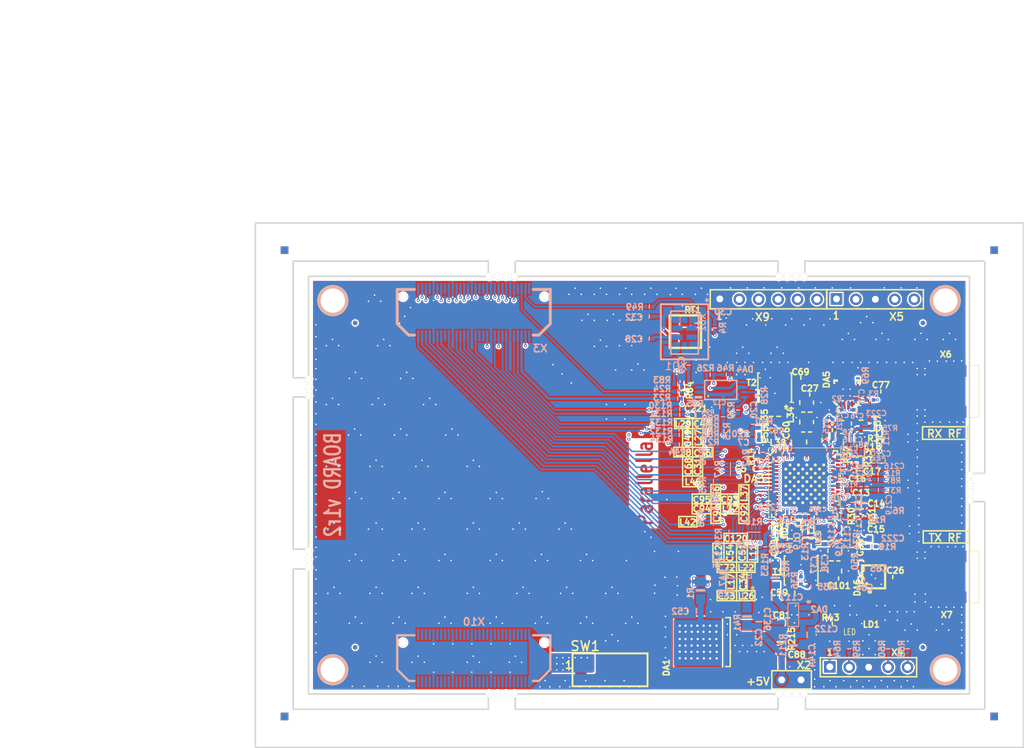
<source format=kicad_pcb>
(kicad_pcb (version 20171130) (host pcbnew "(5.1.2-1)-1")
  (title_block (title "Myriad RF / Novena v.1r2") (date "22 aug 2014") (rev 1) (comment 1 "THIS WORK IS COVERED UNDER A CREATIVE COMMONS LICENSE (CC BY 3.0)") (comment 2 "Copyright 2014 AZIO Electronics Co., Ltd."))
  (layers (0 Front signal) (1 Inner_Digital_Signal signal hide) (2 Inner_Power power) (3 Inner_Analog_Signal signal hide) (4 Inner_GND power hide) (31 Back signal) (34 B.Paste user) (35 F.Paste user) (36 B.SilkS user) (37 F.SilkS user) (38 B.Mask user) (39 F.Mask user) (44 Edge.Cuts user))
  (net 0 "")
  (net 1 +1.8V)
  (net 2 +1.8VD)
  (net 3 +3.3V)
  (net 4 "/Clocks, RF FE/RX TEST")
  (net 5 "/Clocks, RF FE/TX TEST")
  (net 6 CLK_IN)
  (net 7 GND)
  (net 8 GPIO0)
  (net 9 GPIO1)
  (net 10 GPIO2)
  (net 11 N-00000101)
  (net 12 N-00000102)
  (net 13 N-00000103)
  (net 14 N-00000104)
  (net 15 N-00000105)
  (net 16 N-00000106)
  (net 17 N-00000107)
  (net 18 N-00000108)
  (net 19 N-00000109)
  (net 20 N-0000011)
  (net 21 N-00000111)
  (net 22 N-00000117)
  (net 23 N-00000119)
  (net 24 N-0000012)
  (net 25 N-00000121)
  (net 26 N-0000013)
  (net 27 N-00000133)
  (net 28 N-00000134)
  (net 29 N-0000014)
  (net 30 N-00000141)
  (net 31 N-00000142)
  (net 32 N-00000143)
  (net 33 N-00000144)
  (net 34 N-00000145)
  (net 35 N-00000146)
  (net 36 N-00000147)
  (net 37 N-00000148)
  (net 38 N-00000149)
  (net 39 N-0000015)
  (net 40 N-00000151)
  (net 41 N-00000152)
  (net 42 N-00000153)
  (net 43 N-00000154)
  (net 44 N-00000155)
  (net 45 N-00000156)
  (net 46 N-00000157)
  (net 47 N-00000158)
  (net 48 N-00000159)
  (net 49 N-0000016)
  (net 50 N-00000160)
  (net 51 N-00000161)
  (net 52 N-00000166)
  (net 53 N-00000167)
  (net 54 N-0000018)
  (net 55 N-00000188)
  (net 56 N-00000189)
  (net 57 N-00000195)
  (net 58 N-00000196)
  (net 59 N-00000199)
  (net 60 N-000002)
  (net 61 N-0000020)
  (net 62 N-00000200)
  (net 63 N-00000201)
  (net 64 N-00000202)
  (net 65 N-00000204)
  (net 66 N-00000207)
  (net 67 N-00000208)
  (net 68 N-0000021)
  (net 69 N-00000211)
  (net 70 N-00000212)
  (net 71 N-00000213)
  (net 72 N-00000216)
  (net 73 N-00000217)
  (net 74 N-00000218)
  (net 75 N-00000219)
  (net 76 N-0000022)
  (net 77 N-00000220)
  (net 78 N-00000221)
  (net 79 N-00000222)
  (net 80 N-00000223)
  (net 81 N-00000224)
  (net 82 N-00000225)
  (net 83 N-00000226)
  (net 84 N-00000227)
  (net 85 N-00000228)
  (net 86 N-00000229)
  (net 87 N-0000023)
  (net 88 N-00000230)
  (net 89 N-00000231)
  (net 90 N-00000232)
  (net 91 N-00000233)
  (net 92 N-00000234)
  (net 93 N-00000235)
  (net 94 N-00000236)
  (net 95 N-00000237)
  (net 96 N-00000238)
  (net 97 N-00000239)
  (net 98 N-0000024)
  (net 99 N-00000240)
  (net 100 N-00000241)
  (net 101 N-00000242)
  (net 102 N-00000243)
  (net 103 N-00000244)
  (net 104 N-00000245)
  (net 105 N-00000246)
  (net 106 N-00000247)
  (net 107 N-00000248)
  (net 108 N-00000249)
  (net 109 N-0000025)
  (net 110 N-00000250)
  (net 111 N-00000251)
  (net 112 N-00000252)
  (net 113 N-00000253)
  (net 114 N-00000254)
  (net 115 N-00000255)
  (net 116 N-0000026)
  (net 117 N-0000027)
  (net 118 N-0000028)
  (net 119 N-000003)
  (net 120 N-0000030)
  (net 121 N-0000031)
  (net 122 N-0000032)
  (net 123 N-0000033)
  (net 124 N-0000034)
  (net 125 N-000004)
  (net 126 N-000005)
  (net 127 N-000006)
  (net 128 N-000007)
  (net 129 N-000008)
  (net 130 N-0000086)
  (net 131 N-0000087)
  (net 132 N-000009)
  (net 133 PLLCLK)
  (net 134 RESET)
  (net 135 RXCLK)
  (net 136 RXD0)
  (net 137 RXD1)
  (net 138 RXD10)
  (net 139 RXD11)
  (net 140 RXD2)
  (net 141 RXD3)
  (net 142 RXD4)
  (net 143 RXD5)
  (net 144 RXD6)
  (net 145 RXD7)
  (net 146 RXD8)
  (net 147 RXD9)
  (net 148 RXEN)
  (net 149 RXIQSEL)
  (net 150 RXOUTIN)
  (net 151 RXOUTIP)
  (net 152 RXOUTQN)
  (net 153 RXOUTQP)
  (net 154 RXRFIN1)
  (net 155 RXRFIN2)
  (net 156 RXRFIN3)
  (net 157 "SACLK(SPI_CLK)")
  (net 158 "SADIO(SPI_MOSI)")
  (net 159 "SADO(SPI_MISO)")
  (net 160 "SAEN(SPI_NCS0)")
  (net 161 SYS_5P0V)
  (net 162 TXCLK)
  (net 163 TXD0)
  (net 164 TXD1)
  (net 165 TXD10)
  (net 166 TXD11)
  (net 167 TXD2)
  (net 168 TXD3)
  (net 169 TXD4)
  (net 170 TXD5)
  (net 171 TXD6)
  (net 172 TXD7)
  (net 173 TXD8)
  (net 174 TXD9)
  (net 175 TXEN)
  (net 176 TXININ)
  (net 177 TXINIP)
  (net 178 TXINQN)
  (net 179 TXINQP)
  (net 180 TXIQSEL)
  (net 181 TXRFOUT1)
  (net 182 TXRFOUT2)
  (net 183 VCC)
  (net 184 VCT)
  (module BTH-030-01-F-D-A (layer Back) (at 103.46 79.245 180)
    (fp_text reference X3 (at -8.681 -4.7274 180) (layer B.SilkS) (effects (font (thickness 0.2)) (justify mirror)))
    (fp_text value BTH-030-01-F-D-A hide)
    (pad 1 smd rect (at -7.25 3.086 180) (size 0.305 1.448) (layers Back B.Paste B.Mask) (clearance 0.09906))
    (pad 2 smd rect (at -7.25 -3.086 180) (size 0.305 1.448) (layers Back B.Paste B.Mask) (clearance 0.09906))
    (pad 3 smd rect (at -6.75 3.086 180) (size 0.305 1.448) (layers Back B.Paste B.Mask) (net 184 VCT) (clearance 0.09906))
    (pad 4 smd rect (at -6.75 -3.086 180) (size 0.305 1.448) (layers Back B.Paste B.Mask) (net 52 N-00000166) (clearance 0.09906))
    (pad 5 smd rect (at -6.25 3.086 180) (size 0.305 1.448) (layers Back B.Paste B.Mask) (net 51 N-00000161) (clearance 0.09906))
    (pad 6 smd rect (at -6.25 -3.086 180) (size 0.305 1.448) (layers Back B.Paste B.Mask) (net 53 N-00000167) (clearance 0.09906))
    (pad 7 smd rect (at -5.75 3.086 180) (size 0.305 1.448) (layers Back B.Paste B.Mask) (clearance 0.09906))
    (pad 8 smd rect (at -5.75 -3.086 180) (size 0.305 1.448) (layers Back B.Paste B.Mask) (net 160 "SAEN(SPI_NCS0)") (clearance 0.09906))
    (pad 9 smd rect (at -5.25 3.086 180) (size 0.305 1.448) (layers Back B.Paste B.Mask) (net 9 GPIO1) (clearance 0.09906))
    (pad 10 smd rect (at -5.25 -3.086 180) (size 0.305 1.448) (layers Back B.Paste B.Mask) (net 157 "SACLK(SPI_CLK)") (clearance 0.09906))
    (pad 11 smd rect (at -4.75 3.086 180) (size 0.305 1.448) (layers Back B.Paste B.Mask) (net 7 GND) (clearance 0.09906))
    (pad 12 smd rect (at -4.75 -3.086 180) (size 0.305 1.448) (layers Back B.Paste B.Mask) (net 7 GND) (clearance 0.09906))
    (pad 13 smd rect (at -4.25 3.086 180) (size 0.305 1.448) (layers Back B.Paste B.Mask) (net 8 GPIO0) (clearance 0.09906))
    (pad 14 smd rect (at -4.25 -3.086 180) (size 0.305 1.448) (layers Back B.Paste B.Mask) (net 159 "SADO(SPI_MISO)") (clearance 0.09906))
    (pad 15 smd rect (at -3.75 3.086 180) (size 0.305 1.448) (layers Back B.Paste B.Mask) (net 138 RXD10) (clearance 0.09906))
    (pad 16 smd rect (at -3.75 -3.086 180) (size 0.305 1.448) (layers Back B.Paste B.Mask) (net 158 "SADIO(SPI_MOSI)") (clearance 0.09906))
    (pad 17 smd rect (at -3.25 3.086 180) (size 0.305 1.448) (layers Back B.Paste B.Mask) (net 147 RXD9) (clearance 0.09906))
    (pad 18 smd rect (at -3.25 -3.086 180) (size 0.305 1.448) (layers Back B.Paste B.Mask) (net 6 CLK_IN) (clearance 0.09906))
    (pad 19 smd rect (at -2.75 3.086 180) (size 0.305 1.448) (layers Back B.Paste B.Mask) (net 145 RXD7) (clearance 0.09906))
    (pad 20 smd rect (at -2.75 -3.086 180) (size 0.305 1.448) (layers Back B.Paste B.Mask) (net 134 RESET) (clearance 0.09906))
    (pad 21 smd rect (at -2.25 3.086 180) (size 0.305 1.448) (layers Back B.Paste B.Mask) (net 7 GND) (clearance 0.09906))
    (pad 22 smd rect (at -2.25 -3.086 180) (size 0.305 1.448) (layers Back B.Paste B.Mask) (net 7 GND) (clearance 0.09906))
    (pad 23 smd rect (at -1.75 3.086 180) (size 0.305 1.448) (layers Back B.Paste B.Mask) (net 143 RXD5) (clearance 0.09906))
    (pad 24 smd rect (at -1.75 -3.086 180) (size 0.305 1.448) (layers Back B.Paste B.Mask) (net 50 N-00000160) (clearance 0.09906))
    (pad 25 smd rect (at -1.25 3.086 180) (size 0.305 1.448) (layers Back B.Paste B.Mask) (clearance 0.09906))
    (pad 26 smd rect (at -1.25 -3.086 180) (size 0.305 1.448) (layers Back B.Paste B.Mask) (clearance 0.09906))
    (pad 27 smd rect (at -0.75 3.086 180) (size 0.305 1.448) (layers Back B.Paste B.Mask) (clearance 0.09906))
    (pad 28 smd rect (at -0.75 -3.086 180) (size 0.305 1.448) (layers Back B.Paste B.Mask) (clearance 0.09906))
    (pad 29 smd rect (at -0.25 3.086 180) (size 0.305 1.448) (layers Back B.Paste B.Mask) (net 140 RXD2) (clearance 0.09906))
    (pad 30 smd rect (at -0.25 -3.086 180) (size 0.305 1.448) (layers Back B.Paste B.Mask) (net 139 RXD11) (clearance 0.09906))
    (pad 31 smd rect (at 0.25 3.086) (size 0.305 1.448) (layers Back B.Paste B.Mask) (net 7 GND) (clearance 0.09906))
    (pad 32 smd rect (at 0.25 -3.086) (size 0.305 1.448) (layers Back B.Paste B.Mask) (net 7 GND) (clearance 0.09906))
    (pad 33 smd rect (at 0.75 3.086) (size 0.305 1.448) (layers Back B.Paste B.Mask) (net 137 RXD1) (clearance 0.09906))
    (pad 34 smd rect (at 0.75 -3.086) (size 0.305 1.448) (layers Back B.Paste B.Mask) (net 146 RXD8) (clearance 0.09906))
    (pad 35 smd rect (at 1.25 3.086) (size 0.305 1.448) (layers Back B.Paste B.Mask) (net 149 RXIQSEL) (clearance 0.09906))
    (pad 36 smd rect (at 1.25 -3.086) (size 0.305 1.448) (layers Back B.Paste B.Mask) (net 144 RXD6) (clearance 0.09906))
    (pad 37 smd rect (at 1.75 3.086) (size 0.305 1.448) (layers Back B.Paste B.Mask) (net 172 TXD7) (clearance 0.09906))
    (pad 38 smd rect (at 1.75 -3.086) (size 0.305 1.448) (layers Back B.Paste B.Mask) (net 141 RXD3) (clearance 0.09906))
    (pad 39 smd rect (at 2.25 3.086) (size 0.305 1.448) (layers Back B.Paste B.Mask) (net 170 TXD5) (clearance 0.09906))
    (pad 40 smd rect (at 2.25 -3.086) (size 0.305 1.448) (layers Back B.Paste B.Mask) (net 142 RXD4) (clearance 0.09906))
    (pad 41 smd rect (at 2.75 3.086) (size 0.305 1.448) (layers Back B.Paste B.Mask) (net 7 GND) (clearance 0.09906))
    (pad 42 smd rect (at 2.75 -3.086) (size 0.305 1.448) (layers Back B.Paste B.Mask) (net 7 GND) (clearance 0.09906))
    (pad 43 smd rect (at 3.25 3.086) (size 0.305 1.448) (layers Back B.Paste B.Mask) (net 168 TXD3) (clearance 0.09906))
    (pad 44 smd rect (at 3.25 -3.086) (size 0.305 1.448) (layers Back B.Paste B.Mask) (net 136 RXD0) (clearance 0.09906))
    (pad 45 smd rect (at 3.75 3.086) (size 0.305 1.448) (layers Back B.Paste B.Mask) (clearance 0.09906))
    (pad 46 smd rect (at 3.75 -3.086) (size 0.305 1.448) (layers Back B.Paste B.Mask) (clearance 0.09906))
    (pad 47 smd rect (at 4.25 3.086) (size 0.305 1.448) (layers Back B.Paste B.Mask) (net 173 TXD8) (clearance 0.09906))
    (pad 48 smd rect (at 4.25 -3.086) (size 0.305 1.448) (layers Back B.Paste B.Mask) (net 180 TXIQSEL) (clearance 0.09906))
    (pad 49 smd rect (at 4.75 3.086) (size 0.305 1.448) (layers Back B.Paste B.Mask) (net 165 TXD10) (clearance 0.09906))
    (pad 50 smd rect (at 4.75 -3.086) (size 0.305 1.448) (layers Back B.Paste B.Mask) (net 164 TXD1) (clearance 0.09906))
    (pad 51 smd rect (at 5.25 3.086) (size 0.305 1.448) (layers Back B.Paste B.Mask) (net 7 GND) (clearance 0.09906))
    (pad 52 smd rect (at 5.25 -3.086) (size 0.305 1.448) (layers Back B.Paste B.Mask) (net 7 GND) (clearance 0.09906))
    (pad 53 smd rect (at 5.75 3.086) (size 0.305 1.448) (layers Back B.Paste B.Mask) (clearance 0.09906))
    (pad 54 smd rect (at 5.75 -3.086) (size 0.305 1.448) (layers Back B.Paste B.Mask) (net 163 TXD0) (clearance 0.09906))
    (pad 55 smd rect (at 6.25 3.086) (size 0.305 1.448) (layers Back B.Paste B.Mask) (net 174 TXD9) (clearance 0.09906))
    (pad 56 smd rect (at 6.25 -3.086) (size 0.305 1.448) (layers Back B.Paste B.Mask) (net 167 TXD2) (clearance 0.09906))
    (pad 57 smd rect (at 6.75 3.086) (size 0.305 1.448) (layers Back B.Paste B.Mask) (net 166 TXD11) (clearance 0.09906))
    (pad 58 smd rect (at 6.75 -3.086) (size 0.305 1.448) (layers Back B.Paste B.Mask) (net 171 TXD6) (clearance 0.09906))
    (pad 59 smd rect (at 7.25 3.086) (size 0.305 1.448) (layers Back B.Paste B.Mask) (net 10 GPIO2) (clearance 0.09906))
    (pad 60 smd rect (at 7.25 -3.086) (size 0.305 1.448) (layers Back B.Paste B.Mask) (net 169 TXD4) (clearance 0.09906))
    (pad "" thru_hole circle (at 9.238 2.032 180) (size 1.016 1.016) (drill 1.016) (layers *.Cu) (clearance 0.09906))
    (pad "" thru_hole circle (at -9.238 2.032 180) (size 1.016 1.016) (drill 1.016) (layers *.Cu) (clearance 0.09906))
  )
  (module Pad_circle (layer Front) (at 145.52168 126.41072)
    (fp_text reference Pad_circle hide)
    (fp_text value VAL** hide)
    (pad 1 thru_hole circle (at 0 2.7384) (size 0.89916 0.89916) (drill 0.89916) (layers *.Cu *.Mask F.SilkS) (clearance 0.09906))
  )
  (module Via_4_2 (layer Front) (at 162.45 117.1 90)
    (fp_text reference Via_4_2 hide)
    (fp_text value Val** hide)
    (pad 1 thru_hole circle (at 0 0 90) (size 0.39878 0.39878) (drill 0.19558) (layers *.Cu) (net 7 GND) (clearance 0.09906))
  )
  (module Via_4_2 (layer Front) (at 162.45 116.1 90)
    (fp_text reference Via_4_2 hide)
    (fp_text value Val** hide)
    (pad 1 thru_hole circle (at 0 0 90) (size 0.39878 0.39878) (drill 0.19558) (layers *.Cu) (net 7 GND) (clearance 0.09906))
  )
  (module Via_4_2 (layer Front) (at 162.4 110.6 90)
    (fp_text reference Via_4_2 hide)
    (fp_text value Val** hide)
    (pad 1 thru_hole circle (at 0 0 90) (size 0.39878 0.39878) (drill 0.19558) (layers *.Cu) (net 7 GND) (clearance 0.09906))
  )
  (module Via_4_2 (layer Front) (at 123.13 127.43)
    (fp_text reference Via_4_2 hide)
    (fp_text value Val** hide)
    (pad 1 thru_hole circle (at -0.03 -0.03) (size 0.39878 0.39878) (drill 0.19558) (layers *.Cu) (net 7 GND) (clearance 0.09906))
  )
  (module Via_4_2 (layer Front) (at 128.12 114.12)
    (fp_text reference Via_4_2 hide)
    (fp_text value Val** hide)
    (pad 1 thru_hole circle (at -1 0.8) (size 0.39878 0.39878) (drill 0.19558) (layers *.Cu) (net 7 GND) (clearance 0.09906))
  )
  (module Via_4_2 (layer Front) (at 117.68 110.46)
    (fp_text reference Via_4_2 hide)
    (fp_text value Val** hide)
    (pad 1 thru_hole circle (at 0.52 0.44) (size 0.39878 0.39878) (drill 0.19558) (layers *.Cu) (net 7 GND) (clearance 0.09906))
  )
  (module Via_4_2 (layer Front) (at 117.07 111.96)
    (fp_text reference Via_4_2 hide)
    (fp_text value Val** hide)
    (pad 1 thru_hole circle (at 1.93 -0.26) (size 0.39878 0.39878) (drill 0.19558) (layers *.Cu) (net 7 GND) (clearance 0.09906))
  )
  (module Via_4_2 (layer Front) (at 96.2 124.2)
    (fp_text reference Via_4_2 hide)
    (fp_text value Val** hide)
    (pad 1 thru_hole circle (at 0 0) (size 0.39878 0.39878) (drill 0.19558) (layers *.Cu) (net 7 GND) (clearance 0.09906))
  )
  (module Via_4_2 (layer Front) (at 97 125)
    (fp_text reference Via_4_2 hide)
    (fp_text value Val** hide)
    (pad 1 thru_hole circle (at 0 0) (size 0.39878 0.39878) (drill 0.19558) (layers *.Cu) (net 7 GND) (clearance 0.09906))
  )
  (module Via_4_2 (layer Front) (at 95.4 125)
    (fp_text reference Via_4_2 hide)
    (fp_text value Val** hide)
    (pad 1 thru_hole circle (at 0 0) (size 0.39878 0.39878) (drill 0.19558) (layers *.Cu) (net 7 GND) (clearance 0.09906))
  )
  (module Via_4_2 (layer Front) (at 91.3 125)
    (fp_text reference Via_4_2 hide)
    (fp_text value Val** hide)
    (pad 1 thru_hole circle (at 0.2 0) (size 0.39878 0.39878) (drill 0.19558) (layers *.Cu) (net 7 GND) (clearance 0.09906))
  )
  (module Via_4_2 (layer Front) (at 89.7 125)
    (fp_text reference Via_4_2 hide)
    (fp_text value Val** hide)
    (pad 1 thru_hole circle (at 0.2 0) (size 0.39878 0.39878) (drill 0.19558) (layers *.Cu) (net 7 GND) (clearance 0.09906))
  )
  (module Via_4_2 (layer Front) (at 90.5 124.2)
    (fp_text reference Via_4_2 hide)
    (fp_text value Val** hide)
    (pad 1 thru_hole circle (at 0.2 0) (size 0.39878 0.39878) (drill 0.19558) (layers *.Cu) (net 7 GND) (clearance 0.09906))
  )
  (module Via_4_2 (layer Front) (at 93.6 119.9)
    (fp_text reference Via_4_2 hide)
    (fp_text value Val** hide)
    (pad 1 thru_hole circle (at 0.9 0) (size 0.39878 0.39878) (drill 0.19558) (layers *.Cu) (net 7 GND) (clearance 0.09906))
  )
  (module Via_4_2 (layer Front) (at 92 119.9)
    (fp_text reference Via_4_2 hide)
    (fp_text value Val** hide)
    (pad 1 thru_hole circle (at 0.9 0) (size 0.39878 0.39878) (drill 0.19558) (layers *.Cu) (net 7 GND) (clearance 0.09906))
  )
  (module Via_4_2 (layer Front) (at 92.8 119.1)
    (fp_text reference Via_4_2 hide)
    (fp_text value Val** hide)
    (pad 1 thru_hole circle (at 0.9 0) (size 0.39878 0.39878) (drill 0.19558) (layers *.Cu) (net 7 GND) (clearance 0.09906))
  )
  (module Via_4_2 (layer Front) (at 87.5 119.1)
    (fp_text reference Via_4_2 hide)
    (fp_text value Val** hide)
    (pad 1 thru_hole circle (at 0.5 0) (size 0.39878 0.39878) (drill 0.19558) (layers *.Cu) (net 7 GND) (clearance 0.09906))
  )
  (module Via_4_2 (layer Front) (at 86.7 119.9)
    (fp_text reference Via_4_2 hide)
    (fp_text value Val** hide)
    (pad 1 thru_hole circle (at 0.5 0) (size 0.39878 0.39878) (drill 0.19558) (layers *.Cu) (net 7 GND) (clearance 0.09906))
  )
  (module Via_4_2 (layer Front) (at 88.3 119.9)
    (fp_text reference Via_4_2 hide)
    (fp_text value Val** hide)
    (pad 1 thru_hole circle (at 0.5 0) (size 0.39878 0.39878) (drill 0.19558) (layers *.Cu) (net 7 GND) (clearance 0.09906))
  )
  (module Via_4_2 (layer Front) (at 88.3 116)
    (fp_text reference Via_4_2 hide)
    (fp_text value Val** hide)
    (pad 1 thru_hole circle (at -2.3 0) (size 0.39878 0.39878) (drill 0.19558) (layers *.Cu) (net 7 GND) (clearance 0.09906))
  )
  (module Via_4_2 (layer Front) (at 86.7 116)
    (fp_text reference Via_4_2 hide)
    (fp_text value Val** hide)
    (pad 1 thru_hole circle (at -2.3 0) (size 0.39878 0.39878) (drill 0.19558) (layers *.Cu) (net 7 GND) (clearance 0.09906))
  )
  (module Via_4_2 (layer Front) (at 87.5 115.2)
    (fp_text reference Via_4_2 hide)
    (fp_text value Val** hide)
    (pad 1 thru_hole circle (at -2.3 0) (size 0.39878 0.39878) (drill 0.19558) (layers *.Cu) (net 7 GND) (clearance 0.09906))
  )
  (module Via_4_2 (layer Front) (at 92.8 115.2)
    (fp_text reference Via_4_2 hide)
    (fp_text value Val** hide)
    (pad 1 thru_hole circle (at -2.1 0) (size 0.39878 0.39878) (drill 0.19558) (layers *.Cu) (net 7 GND) (clearance 0.09906))
  )
  (module Via_4_2 (layer Front) (at 92 116)
    (fp_text reference Via_4_2 hide)
    (fp_text value Val** hide)
    (pad 1 thru_hole circle (at -2.1 0) (size 0.39878 0.39878) (drill 0.19558) (layers *.Cu) (net 7 GND) (clearance 0.09906))
  )
  (module Via_4_2 (layer Front) (at 93.6 116)
    (fp_text reference Via_4_2 hide)
    (fp_text value Val** hide)
    (pad 1 thru_hole circle (at -2.1 0) (size 0.39878 0.39878) (drill 0.19558) (layers *.Cu) (net 7 GND) (clearance 0.09906))
  )
  (module Via_4_2 (layer Front) (at 98.5 110.9)
    (fp_text reference Via_4_2 hide)
    (fp_text value Val** hide)
    (pad 1 thru_hole circle (at 1.2 0) (size 0.39878 0.39878) (drill 0.19558) (layers *.Cu) (net 7 GND) (clearance 0.09906))
  )
  (module Via_4_2 (layer Front) (at 97.7 111.7)
    (fp_text reference Via_4_2 hide)
    (fp_text value Val** hide)
    (pad 1 thru_hole circle (at 1.2 0) (size 0.39878 0.39878) (drill 0.19558) (layers *.Cu) (net 7 GND) (clearance 0.09906))
  )
  (module Via_4_2 (layer Front) (at 99.3 111.7)
    (fp_text reference Via_4_2 hide)
    (fp_text value Val** hide)
    (pad 1 thru_hole circle (at 1.2 0) (size 0.39878 0.39878) (drill 0.19558) (layers *.Cu) (net 7 GND) (clearance 0.09906))
  )
  (module Via_4_2 (layer Front) (at 93.6 111.7)
    (fp_text reference Via_4_2 hide)
    (fp_text value Val** hide)
    (pad 1 thru_hole circle (at 0.9 0) (size 0.39878 0.39878) (drill 0.19558) (layers *.Cu) (net 7 GND) (clearance 0.09906))
  )
  (module Via_4_2 (layer Front) (at 92 111.7)
    (fp_text reference Via_4_2 hide)
    (fp_text value Val** hide)
    (pad 1 thru_hole circle (at 0.9 0) (size 0.39878 0.39878) (drill 0.19558) (layers *.Cu) (net 7 GND) (clearance 0.09906))
  )
  (module Via_4_2 (layer Front) (at 92.8 110.9)
    (fp_text reference Via_4_2 hide)
    (fp_text value Val** hide)
    (pad 1 thru_hole circle (at 0.9 0) (size 0.39878 0.39878) (drill 0.19558) (layers *.Cu) (net 7 GND) (clearance 0.09906))
  )
  (module Via_4_2 (layer Front) (at 87.5 110.9)
    (fp_text reference Via_4_2 hide)
    (fp_text value Val** hide)
    (pad 1 thru_hole circle (at 0.5 0) (size 0.39878 0.39878) (drill 0.19558) (layers *.Cu) (net 7 GND) (clearance 0.09906))
  )
  (module Via_4_2 (layer Front) (at 86.7 111.7)
    (fp_text reference Via_4_2 hide)
    (fp_text value Val** hide)
    (pad 1 thru_hole circle (at 0.5 0) (size 0.39878 0.39878) (drill 0.19558) (layers *.Cu) (net 7 GND) (clearance 0.09906))
  )
  (module Via_4_2 (layer Front) (at 88.3 111.7)
    (fp_text reference Via_4_2 hide)
    (fp_text value Val** hide)
    (pad 1 thru_hole circle (at 0.5 0) (size 0.39878 0.39878) (drill 0.19558) (layers *.Cu) (net 7 GND) (clearance 0.09906))
  )
  (module Via_4_2 (layer Front) (at 86 107.6)
    (fp_text reference Via_4_2 hide)
    (fp_text value Val** hide)
    (pad 1 thru_hole circle (at 0 0) (size 0.39878 0.39878) (drill 0.19558) (layers *.Cu) (net 7 GND) (clearance 0.09906))
  )
  (module Via_4_2 (layer Front) (at 84.4 107.6)
    (fp_text reference Via_4_2 hide)
    (fp_text value Val** hide)
    (pad 1 thru_hole circle (at 0 0) (size 0.39878 0.39878) (drill 0.19558) (layers *.Cu) (net 7 GND) (clearance 0.09906))
  )
  (module Via_4_2 (layer Front) (at 85.2 106.8)
    (fp_text reference Via_4_2 hide)
    (fp_text value Val** hide)
    (pad 1 thru_hole circle (at 0 0) (size 0.39878 0.39878) (drill 0.19558) (layers *.Cu) (net 7 GND) (clearance 0.09906))
  )
  (module Via_4_2 (layer Front) (at 90.5 106.8)
    (fp_text reference Via_4_2 hide)
    (fp_text value Val** hide)
    (pad 1 thru_hole circle (at 0.2 0) (size 0.39878 0.39878) (drill 0.19558) (layers *.Cu) (net 7 GND) (clearance 0.09906))
  )
  (module Via_4_2 (layer Front) (at 89.7 107.6)
    (fp_text reference Via_4_2 hide)
    (fp_text value Val** hide)
    (pad 1 thru_hole circle (at 0 0) (size 0.39878 0.39878) (drill 0.19558) (layers *.Cu) (net 7 GND) (clearance 0.09906))
  )
  (module Via_4_2 (layer Front) (at 91.3 107.6)
    (fp_text reference Via_4_2 hide)
    (fp_text value Val** hide)
    (pad 1 thru_hole circle (at 0.2 0) (size 0.39878 0.39878) (drill 0.19558) (layers *.Cu) (net 7 GND) (clearance 0.09906))
  )
  (module Via_4_2 (layer Front) (at 97 107.6)
    (fp_text reference Via_4_2 hide)
    (fp_text value Val** hide)
    (pad 1 thru_hole circle (at 0 0) (size 0.39878 0.39878) (drill 0.19558) (layers *.Cu) (net 7 GND) (clearance 0.09906))
  )
  (module Via_4_2 (layer Front) (at 95.4 107.6)
    (fp_text reference Via_4_2 hide)
    (fp_text value Val** hide)
    (pad 1 thru_hole circle (at 0 0) (size 0.39878 0.39878) (drill 0.19558) (layers *.Cu) (net 7 GND) (clearance 0.09906))
  )
  (module Via_4_2 (layer Front) (at 96.2 106.8)
    (fp_text reference Via_4_2 hide)
    (fp_text value Val** hide)
    (pad 1 thru_hole circle (at 0 0) (size 0.39878 0.39878) (drill 0.19558) (layers *.Cu) (net 7 GND) (clearance 0.09906))
  )
  (module Via_4_2 (layer Front) (at 102.2 106.8)
    (fp_text reference Via_4_2 hide)
    (fp_text value Val** hide)
    (pad 1 thru_hole circle (at 1.2 0) (size 0.39878 0.39878) (drill 0.19558) (layers *.Cu) (net 7 GND) (clearance 0.09906))
  )
  (module Via_4_2 (layer Front) (at 101.4 107.6)
    (fp_text reference Via_4_2 hide)
    (fp_text value Val** hide)
    (pad 1 thru_hole circle (at 1.2 0) (size 0.39878 0.39878) (drill 0.19558) (layers *.Cu) (net 7 GND) (clearance 0.09906))
  )
  (module Via_4_2 (layer Front) (at 103 107.6)
    (fp_text reference Via_4_2 hide)
    (fp_text value Val** hide)
    (pad 1 thru_hole circle (at 1.2 0) (size 0.39878 0.39878) (drill 0.19558) (layers *.Cu) (net 7 GND) (clearance 0.09906))
  )
  (module Via_4_2 (layer Front) (at 100.5 103.6)
    (fp_text reference Via_4_2 hide)
    (fp_text value Val** hide)
    (pad 1 thru_hole circle (at 0 0) (size 0.39878 0.39878) (drill 0.19558) (layers *.Cu) (net 7 GND) (clearance 0.09906))
  )
  (module Via_4_2 (layer Front) (at 98.9 103.6)
    (fp_text reference Via_4_2 hide)
    (fp_text value Val** hide)
    (pad 1 thru_hole circle (at 0 0) (size 0.39878 0.39878) (drill 0.19558) (layers *.Cu) (net 7 GND) (clearance 0.09906))
  )
  (module Via_4_2 (layer Front) (at 99.7 102.8)
    (fp_text reference Via_4_2 hide)
    (fp_text value Val** hide)
    (pad 1 thru_hole circle (at 0 0) (size 0.39878 0.39878) (drill 0.19558) (layers *.Cu) (net 7 GND) (clearance 0.09906))
  )
  (module Via_4_2 (layer Front) (at 107.2 103.6)
    (fp_text reference Via_4_2 hide)
    (fp_text value Val** hide)
    (pad 1 thru_hole circle (at 0 0) (size 0.39878 0.39878) (drill 0.19558) (layers *.Cu) (net 7 GND) (clearance 0.09906))
  )
  (module Via_4_2 (layer Front) (at 105.6 103.6)
    (fp_text reference Via_4_2 hide)
    (fp_text value Val** hide)
    (pad 1 thru_hole circle (at 0 0) (size 0.39878 0.39878) (drill 0.19558) (layers *.Cu) (net 7 GND) (clearance 0.09906))
  )
  (module Via_4_2 (layer Front) (at 106.4 102.8)
    (fp_text reference Via_4_2 hide)
    (fp_text value Val** hide)
    (pad 1 thru_hole circle (at 0 0) (size 0.39878 0.39878) (drill 0.19558) (layers *.Cu) (net 7 GND) (clearance 0.09906))
  )
  (module Via_4_2 (layer Front) (at 93.7 102.8)
    (fp_text reference Via_4_2 hide)
    (fp_text value Val** hide)
    (pad 1 thru_hole circle (at 0 0) (size 0.39878 0.39878) (drill 0.19558) (layers *.Cu) (net 7 GND) (clearance 0.09906))
  )
  (module Via_4_2 (layer Front) (at 92.9 103.6)
    (fp_text reference Via_4_2 hide)
    (fp_text value Val** hide)
    (pad 1 thru_hole circle (at 0 0) (size 0.39878 0.39878) (drill 0.19558) (layers *.Cu) (net 7 GND) (clearance 0.09906))
  )
  (module Via_4_2 (layer Front) (at 94.5 103.6)
    (fp_text reference Via_4_2 hide)
    (fp_text value Val** hide)
    (pad 1 thru_hole circle (at 0 0) (size 0.39878 0.39878) (drill 0.19558) (layers *.Cu) (net 7 GND) (clearance 0.09906))
  )
  (module Via_4_2 (layer Front) (at 88.8 103.6)
    (fp_text reference Via_4_2 hide)
    (fp_text value Val** hide)
    (pad 1 thru_hole circle (at 0 0) (size 0.39878 0.39878) (drill 0.19558) (layers *.Cu) (net 7 GND) (clearance 0.09906))
  )
  (module Via_4_2 (layer Front) (at 87.2 103.6)
    (fp_text reference Via_4_2 hide)
    (fp_text value Val** hide)
    (pad 1 thru_hole circle (at 0 0) (size 0.39878 0.39878) (drill 0.19558) (layers *.Cu) (net 7 GND) (clearance 0.09906))
  )
  (module Via_4_2 (layer Front) (at 88 102.8)
    (fp_text reference Via_4_2 hide)
    (fp_text value Val** hide)
    (pad 1 thru_hole circle (at 0 0) (size 0.39878 0.39878) (drill 0.19558) (layers *.Cu) (net 7 GND) (clearance 0.09906))
  )
  (module Via_4_2 (layer Front) (at 85 98.6)
    (fp_text reference Via_4_2 hide)
    (fp_text value Val** hide)
    (pad 1 thru_hole circle (at 0 0) (size 0.39878 0.39878) (drill 0.19558) (layers *.Cu) (net 7 GND) (clearance 0.09906))
  )
  (module Via_4_2 (layer Front) (at 84.2 99.4)
    (fp_text reference Via_4_2 hide)
    (fp_text value Val** hide)
    (pad 1 thru_hole circle (at 0 0) (size 0.39878 0.39878) (drill 0.19558) (layers *.Cu) (net 7 GND) (clearance 0.09906))
  )
  (module Via_4_2 (layer Front) (at 85.8 99.4)
    (fp_text reference Via_4_2 hide)
    (fp_text value Val** hide)
    (pad 1 thru_hole circle (at 0 0) (size 0.39878 0.39878) (drill 0.19558) (layers *.Cu) (net 7 GND) (clearance 0.09906))
  )
  (module Via_4_2 (layer Front) (at 91.5 99.4)
    (fp_text reference Via_4_2 hide)
    (fp_text value Val** hide)
    (pad 1 thru_hole circle (at 0 0) (size 0.39878 0.39878) (drill 0.19558) (layers *.Cu) (net 7 GND) (clearance 0.09906))
  )
  (module Via_4_2 (layer Front) (at 89.9 99.4)
    (fp_text reference Via_4_2 hide)
    (fp_text value Val** hide)
    (pad 1 thru_hole circle (at 0 0) (size 0.39878 0.39878) (drill 0.19558) (layers *.Cu) (net 7 GND) (clearance 0.09906))
  )
  (module Via_4_2 (layer Front) (at 90.7 98.6)
    (fp_text reference Via_4_2 hide)
    (fp_text value Val** hide)
    (pad 1 thru_hole circle (at 0 0) (size 0.39878 0.39878) (drill 0.19558) (layers *.Cu) (net 7 GND) (clearance 0.09906))
  )
  (module Via_4_2 (layer Front) (at 111.2 99.4)
    (fp_text reference Via_4_2 hide)
    (fp_text value Val** hide)
  )
  (module Via_4_2 (layer Front) (at 109.6 99.4)
    (fp_text reference Via_4_2 hide)
    (fp_text value Val** hide)
  )
  (module Via_4_2 (layer Front) (at 110.4 98.6)
    (fp_text reference Via_4_2 hide)
    (fp_text value Val** hide)
  )
  (module Via_4_2 (layer Front) (at 103.4 98.6)
    (fp_text reference Via_4_2 hide)
    (fp_text value Val** hide)
    (pad 1 thru_hole circle (at 0 0) (size 0.39878 0.39878) (drill 0.19558) (layers *.Cu) (net 7 GND) (clearance 0.09906))
  )
  (module Via_4_2 (layer Front) (at 102.6 99.4)
    (fp_text reference Via_4_2 hide)
    (fp_text value Val** hide)
    (pad 1 thru_hole circle (at 0 0) (size 0.39878 0.39878) (drill 0.19558) (layers *.Cu) (net 7 GND) (clearance 0.09906))
  )
  (module Via_4_2 (layer Front) (at 104.2 99.4)
    (fp_text reference Via_4_2 hide)
    (fp_text value Val** hide)
    (pad 1 thru_hole circle (at 0 0) (size 0.39878 0.39878) (drill 0.19558) (layers *.Cu) (net 7 GND) (clearance 0.09906))
  )
  (module Via_4_2 (layer Front) (at 96.7 98.6)
    (fp_text reference Via_4_2 hide)
    (fp_text value Val** hide)
    (pad 1 thru_hole circle (at 0 0) (size 0.39878 0.39878) (drill 0.19558) (layers *.Cu) (net 7 GND) (clearance 0.09906))
  )
  (module Via_4_2 (layer Front) (at 95.9 99.4)
    (fp_text reference Via_4_2 hide)
    (fp_text value Val** hide)
    (pad 1 thru_hole circle (at 0 0) (size 0.39878 0.39878) (drill 0.19558) (layers *.Cu) (net 7 GND) (clearance 0.09906))
  )
  (module Via_4_2 (layer Front) (at 97.5 99.4)
    (fp_text reference Via_4_2 hide)
    (fp_text value Val** hide)
    (pad 1 thru_hole circle (at 0 0) (size 0.39878 0.39878) (drill 0.19558) (layers *.Cu) (net 7 GND) (clearance 0.09906))
  )
  (module Via_4_2 (layer Front) (at 94.7 95.3)
    (fp_text reference Via_4_2 hide)
    (fp_text value Val** hide)
    (pad 1 thru_hole circle (at 0 0) (size 0.39878 0.39878) (drill 0.19558) (layers *.Cu) (net 7 GND) (clearance 0.09906))
  )
  (module Via_4_2 (layer Front) (at 93.1 95.3)
    (fp_text reference Via_4_2 hide)
    (fp_text value Val** hide)
    (pad 1 thru_hole circle (at 0 0) (size 0.39878 0.39878) (drill 0.19558) (layers *.Cu) (net 7 GND) (clearance 0.09906))
  )
  (module Via_4_2 (layer Front) (at 93.9 94.5)
    (fp_text reference Via_4_2 hide)
    (fp_text value Val** hide)
    (pad 1 thru_hole circle (at 0 0) (size 0.39878 0.39878) (drill 0.19558) (layers *.Cu) (net 7 GND) (clearance 0.09906))
  )
  (module Via_4_2 (layer Front) (at 101.4 95.3)
    (fp_text reference Via_4_2 hide)
    (fp_text value Val** hide)
    (pad 1 thru_hole circle (at 0 0) (size 0.39878 0.39878) (drill 0.19558) (layers *.Cu) (net 7 GND) (clearance 0.09906))
  )
  (module Via_4_2 (layer Front) (at 99.8 95.3)
    (fp_text reference Via_4_2 hide)
    (fp_text value Val** hide)
    (pad 1 thru_hole circle (at 0 0) (size 0.39878 0.39878) (drill 0.19558) (layers *.Cu) (net 7 GND) (clearance 0.09906))
  )
  (module Via_4_2 (layer Front) (at 100.6 94.5)
    (fp_text reference Via_4_2 hide)
    (fp_text value Val** hide)
    (pad 1 thru_hole circle (at 0 0) (size 0.39878 0.39878) (drill 0.19558) (layers *.Cu) (net 7 GND) (clearance 0.09906))
  )
  (module Via_4_2 (layer Front) (at 114.3 94.5)
    (fp_text reference Via_4_2 hide)
    (fp_text value Val** hide)
  )
  (module Via_4_2 (layer Front) (at 113.5 95.3)
    (fp_text reference Via_4_2 hide)
    (fp_text value Val** hide)
  )
  (module Via_4_2 (layer Front) (at 115.1 95.3)
    (fp_text reference Via_4_2 hide)
    (fp_text value Val** hide)
  )
  (module Via_4_2 (layer Front) (at 107.6 94.5)
    (fp_text reference Via_4_2 hide)
    (fp_text value Val** hide)
  )
  (module Via_4_2 (layer Front) (at 106.8 95.3)
    (fp_text reference Via_4_2 hide)
    (fp_text value Val** hide)
  )
  (module Via_4_2 (layer Front) (at 108.4 95.3)
    (fp_text reference Via_4_2 hide)
    (fp_text value Val** hide)
  )
  (module Via_4_2 (layer Front) (at 87.9 94.5)
    (fp_text reference Via_4_2 hide)
    (fp_text value Val** hide)
    (pad 1 thru_hole circle (at 0 0) (size 0.39878 0.39878) (drill 0.19558) (layers *.Cu) (net 7 GND) (clearance 0.09906))
  )
  (module Via_4_2 (layer Front) (at 87.1 95.3)
    (fp_text reference Via_4_2 hide)
    (fp_text value Val** hide)
    (pad 1 thru_hole circle (at 0 0) (size 0.39878 0.39878) (drill 0.19558) (layers *.Cu) (net 7 GND) (clearance 0.09906))
  )
  (module Via_4_2 (layer Front) (at 88.7 95.3)
    (fp_text reference Via_4_2 hide)
    (fp_text value Val** hide)
    (pad 1 thru_hole circle (at 0 0) (size 0.39878 0.39878) (drill 0.19558) (layers *.Cu) (net 7 GND) (clearance 0.09906))
  )
  (module Via_4_2 (layer Front) (at 85.8 91.3)
    (fp_text reference Via_4_2 hide)
    (fp_text value Val** hide)
    (pad 1 thru_hole circle (at 0 0) (size 0.39878 0.39878) (drill 0.19558) (layers *.Cu) (net 7 GND) (clearance 0.09906))
  )
  (module Via_4_2 (layer Front) (at 84.2 91.3)
    (fp_text reference Via_4_2 hide)
    (fp_text value Val** hide)
    (pad 1 thru_hole circle (at 0 0) (size 0.39878 0.39878) (drill 0.19558) (layers *.Cu) (net 7 GND) (clearance 0.09906))
  )
  (module Via_4_2 (layer Front) (at 85 90.5)
    (fp_text reference Via_4_2 hide)
    (fp_text value Val** hide)
    (pad 1 thru_hole circle (at 0 0) (size 0.39878 0.39878) (drill 0.19558) (layers *.Cu) (net 7 GND) (clearance 0.09906))
  )
  (module Via_4_2 (layer Front) (at 118.6 90.5)
    (fp_text reference Via_4_2 hide)
    (fp_text value Val** hide)
  )
  (module Via_4_2 (layer Front) (at 117.8 91.3)
    (fp_text reference Via_4_2 hide)
    (fp_text value Val** hide)
  )
  (module Via_4_2 (layer Front) (at 119.4 91.3)
    (fp_text reference Via_4_2 hide)
    (fp_text value Val** hide)
  )
  (module Via_4_2 (layer Front) (at 105.5 91.3)
    (fp_text reference Via_4_2 hide)
    (fp_text value Val** hide)
  )
  (module Via_4_2 (layer Front) (at 103.9 91.3)
    (fp_text reference Via_4_2 hide)
    (fp_text value Val** hide)
  )
  (module Via_4_2 (layer Front) (at 104.7 90.5)
    (fp_text reference Via_4_2 hide)
    (fp_text value Val** hide)
  )
  (module Via_4_2 (layer Front) (at 112.2 91.3)
    (fp_text reference Via_4_2 hide)
    (fp_text value Val** hide)
  )
  (module Via_4_2 (layer Front) (at 110.6 91.3)
    (fp_text reference Via_4_2 hide)
    (fp_text value Val** hide)
  )
  (module Via_4_2 (layer Front) (at 111.4 90.5)
    (fp_text reference Via_4_2 hide)
    (fp_text value Val** hide)
  )
  (module Via_4_2 (layer Front) (at 97.7 90.5)
    (fp_text reference Via_4_2 hide)
    (fp_text value Val** hide)
    (pad 1 thru_hole circle (at 0 0) (size 0.39878 0.39878) (drill 0.19558) (layers *.Cu) (net 7 GND) (clearance 0.09906))
  )
  (module Via_4_2 (layer Front) (at 96.9 91.3)
    (fp_text reference Via_4_2 hide)
    (fp_text value Val** hide)
    (pad 1 thru_hole circle (at 0 0) (size 0.39878 0.39878) (drill 0.19558) (layers *.Cu) (net 7 GND) (clearance 0.09906))
  )
  (module Via_4_2 (layer Front) (at 98.5 91.3)
    (fp_text reference Via_4_2 hide)
    (fp_text value Val** hide)
    (pad 1 thru_hole circle (at 0 0) (size 0.39878 0.39878) (drill 0.19558) (layers *.Cu) (net 7 GND) (clearance 0.09906))
  )
  (module Via_4_2 (layer Front) (at 91 90.5)
    (fp_text reference Via_4_2 hide)
    (fp_text value Val** hide)
    (pad 1 thru_hole circle (at 0 0) (size 0.39878 0.39878) (drill 0.19558) (layers *.Cu) (net 7 GND) (clearance 0.09906))
  )
  (module Via_4_2 (layer Front) (at 90.2 91.3)
    (fp_text reference Via_4_2 hide)
    (fp_text value Val** hide)
    (pad 1 thru_hole circle (at 0 0) (size 0.39878 0.39878) (drill 0.19558) (layers *.Cu) (net 7 GND) (clearance 0.09906))
  )
  (module Via_4_2 (layer Front) (at 91.8 91.3)
    (fp_text reference Via_4_2 hide)
    (fp_text value Val** hide)
    (pad 1 thru_hole circle (at 0 0) (size 0.39878 0.39878) (drill 0.19558) (layers *.Cu) (net 7 GND) (clearance 0.09906))
  )
  (module Via_4_2 (layer Front) (at 91.3 77.8)
    (fp_text reference Via_4_2 hide)
    (fp_text value Val** hide)
    (pad 1 thru_hole circle (at 0 0) (size 0.39878 0.39878) (drill 0.19558) (layers *.Cu) (net 7 GND) (clearance 0.09906))
  )
  (module Via_4_2 (layer Front) (at 89.7 77.8)
    (fp_text reference Via_4_2 hide)
    (fp_text value Val** hide)
    (pad 1 thru_hole circle (at 0 0) (size 0.39878 0.39878) (drill 0.19558) (layers *.Cu) (net 7 GND) (clearance 0.09906))
  )
  (module Via_4_2 (layer Front) (at 90.5 77)
    (fp_text reference Via_4_2 hide)
    (fp_text value Val** hide)
    (pad 1 thru_hole circle (at 0 0) (size 0.39878 0.39878) (drill 0.19558) (layers *.Cu) (net 7 GND) (clearance 0.09906))
  )
  (module Via_4_2 (layer Front) (at 91.7 82.8)
    (fp_text reference Via_4_2 hide)
    (fp_text value Val** hide)
    (pad 1 thru_hole circle (at 0 0) (size 0.39878 0.39878) (drill 0.19558) (layers *.Cu) (net 7 GND) (clearance 0.09906))
  )
  (module Via_4_2 (layer Front) (at 90.9 83.6)
    (fp_text reference Via_4_2 hide)
    (fp_text value Val** hide)
    (pad 1 thru_hole circle (at 0 0) (size 0.39878 0.39878) (drill 0.19558) (layers *.Cu) (net 7 GND) (clearance 0.09906))
  )
  (module Via_4_2 (layer Front) (at 92.5 83.6)
    (fp_text reference Via_4_2 hide)
    (fp_text value Val** hide)
    (pad 1 thru_hole circle (at 0 0) (size 0.39878 0.39878) (drill 0.19558) (layers *.Cu) (net 7 GND) (clearance 0.09906))
  )
  (module Via_4_2 (layer Front) (at 85 82.8)
    (fp_text reference Via_4_2 hide)
    (fp_text value Val** hide)
    (pad 1 thru_hole circle (at 0 0) (size 0.39878 0.39878) (drill 0.19558) (layers *.Cu) (net 7 GND) (clearance 0.09906))
  )
  (module Via_4_2 (layer Front) (at 84.2 83.6)
    (fp_text reference Via_4_2 hide)
    (fp_text value Val** hide)
    (pad 1 thru_hole circle (at 0 0) (size 0.39878 0.39878) (drill 0.19558) (layers *.Cu) (net 7 GND) (clearance 0.09906))
  )
  (module Via_4_2 (layer Front) (at 85.8 83.6)
    (fp_text reference Via_4_2 hide)
    (fp_text value Val** hide)
    (pad 1 thru_hole circle (at 0 0) (size 0.39878 0.39878) (drill 0.19558) (layers *.Cu) (net 7 GND) (clearance 0.09906))
  )
  (module Via_4_2 (layer Front) (at 88.8 87.9)
    (fp_text reference Via_4_2 hide)
    (fp_text value Val** hide)
    (pad 1 thru_hole circle (at 0 0) (size 0.39878 0.39878) (drill 0.19558) (layers *.Cu) (net 7 GND) (clearance 0.09906))
  )
  (module Via_4_2 (layer Front) (at 87.2 87.9)
    (fp_text reference Via_4_2 hide)
    (fp_text value Val** hide)
    (pad 1 thru_hole circle (at 0 0) (size 0.39878 0.39878) (drill 0.19558) (layers *.Cu) (net 7 GND) (clearance 0.09906))
  )
  (module Via_4_2 (layer Front) (at 88 87.1)
    (fp_text reference Via_4_2 hide)
    (fp_text value Val** hide)
    (pad 1 thru_hole circle (at 0 0) (size 0.39878 0.39878) (drill 0.19558) (layers *.Cu) (net 7 GND) (clearance 0.09906))
  )
  (module Via_4_2 (layer Front) (at 95.5 87.9)
    (fp_text reference Via_4_2 hide)
    (fp_text value Val** hide)
    (pad 1 thru_hole circle (at 0 0) (size 0.39878 0.39878) (drill 0.19558) (layers *.Cu) (net 7 GND) (clearance 0.09906))
  )
  (module Via_4_2 (layer Front) (at 93.9 87.9)
    (fp_text reference Via_4_2 hide)
    (fp_text value Val** hide)
    (pad 1 thru_hole circle (at 0 0) (size 0.39878 0.39878) (drill 0.19558) (layers *.Cu) (net 7 GND) (clearance 0.09906))
  )
  (module Via_4_2 (layer Front) (at 94.7 87.1)
    (fp_text reference Via_4_2 hide)
    (fp_text value Val** hide)
    (pad 1 thru_hole circle (at 0 0) (size 0.39878 0.39878) (drill 0.19558) (layers *.Cu) (net 7 GND) (clearance 0.09906))
  )
  (module Via_4_2 (layer Front) (at 108.4 87.1)
    (fp_text reference Via_4_2 hide)
    (fp_text value Val** hide)
  )
  (module Via_4_2 (layer Front) (at 107.6 87.9)
    (fp_text reference Via_4_2 hide)
    (fp_text value Val** hide)
  )
  (module Via_4_2 (layer Front) (at 109.2 87.9)
    (fp_text reference Via_4_2 hide)
    (fp_text value Val** hide)
  )
  (module Via_4_2 (layer Front) (at 101.7 87.1)
    (fp_text reference Via_4_2 hide)
    (fp_text value Val** hide)
  )
  (module Via_4_2 (layer Front) (at 100.9 87.9)
    (fp_text reference Via_4_2 hide)
    (fp_text value Val** hide)
  )
  (module Via_4_2 (layer Front) (at 102.5 87.9)
    (fp_text reference Via_4_2 hide)
    (fp_text value Val** hide)
  )
  (module Via_4_2 (layer Front) (at 116.4 87.9)
    (fp_text reference Via_4_2 hide)
    (fp_text value Val** hide)
  )
  (module Via_4_2 (layer Front) (at 114.8 87.9)
    (fp_text reference Via_4_2 hide)
    (fp_text value Val** hide)
  )
  (module Via_4_2 (layer Front) (at 115.6 87.1)
    (fp_text reference Via_4_2 hide)
    (fp_text value Val** hide)
  )
  (module Via_4_2 (layer Front) (at 119 81.4)
    (fp_text reference Via_4_2 hide)
    (fp_text value Val** hide)
  )
  (module Via_4_2 (layer Front) (at 118.2 82.2)
    (fp_text reference Via_4_2 hide)
    (fp_text value Val** hide)
  )
  (module Via_4_2 (layer Front) (at 119.8 82.2)
    (fp_text reference Via_4_2 hide)
    (fp_text value Val** hide)
  )
  (module Via_4_2 (layer Front) (at 115.6 84)
    (fp_text reference Via_4_2 hide)
    (fp_text value Val** hide)
  )
  (module Via_4_2 (layer Front) (at 114.8 84.8)
    (fp_text reference Via_4_2 hide)
    (fp_text value Val** hide)
  )
  (module Via_4_2 (layer Front) (at 116.4 84.8)
    (fp_text reference Via_4_2 hide)
    (fp_text value Val** hide)
  )
  (module Via_4_2 (layer Front) (at 119.8 84.8)
    (fp_text reference Via_4_2 hide)
    (fp_text value Val** hide)
  )
  (module Via_4_2 (layer Front) (at 118.2 84.8)
    (fp_text reference Via_4_2 hide)
    (fp_text value Val** hide)
  )
  (module Via_4_2 (layer Front) (at 119 84)
    (fp_text reference Via_4_2 hide)
    (fp_text value Val** hide)
  )
  (module Via_4_2 (layer Front) (at 127.3 77)
    (fp_text reference Via_4_2 hide)
    (fp_text value Val** hide)
    (pad 1 thru_hole circle (at 0.1 -0.1) (size 0.39878 0.39878) (drill 0.19558) (layers *.Cu) (net 7 GND) (clearance 0.09906))
  )
  (module Via_4_2 (layer Front) (at 124.78 76.05)
    (fp_text reference Via_4_2 hide)
    (fp_text value Val** hide)
    (pad 1 thru_hole circle (at 1.82 0.05) (size 0.39878 0.39878) (drill 0.19558) (layers *.Cu) (net 7 GND) (clearance 0.09906))
  )
  (module Via_4_2 (layer Front) (at 117.27 76.12)
    (fp_text reference Via_4_2 hide)
    (fp_text value Val** hide)
    (pad 1 thru_hole circle (at -0.57 -0.02) (size 0.39878 0.39878) (drill 0.19558) (layers *.Cu) (net 7 GND) (clearance 0.09906))
  )
  (module Via_4_2 (layer Front) (at 124.1 80.3)
    (fp_text reference Via_4_2 hide)
    (fp_text value Val** hide)
    (pad 1 thru_hole circle (at 0 0) (size 0.39878 0.39878) (drill 0.19558) (layers *.Cu) (net 7 GND) (clearance 0.09906))
  )
  (module Via_4_2 (layer Front) (at 119.33 76.39)
    (fp_text reference Via_4_2 hide)
    (fp_text value Val** hide)
    (pad 1 thru_hole circle (at 0.67 -0.29) (size 0.39878 0.39878) (drill 0.19558) (layers *.Cu) (net 7 GND) (clearance 0.09906))
  )
  (module Via_4_2 (layer Front) (at 119.2 80.3)
    (fp_text reference Via_4_2 hide)
    (fp_text value Val** hide)
    (pad 1 thru_hole circle (at 0 0) (size 0.39878 0.39878) (drill 0.19558) (layers *.Cu) (net 7 GND) (clearance 0.09906))
  )
  (module Via_4_2 (layer Front) (at 122.5 80.3)
    (fp_text reference Via_4_2 hide)
    (fp_text value Val** hide)
    (pad 1 thru_hole circle (at 0 0) (size 0.39878 0.39878) (drill 0.19558) (layers *.Cu) (net 7 GND) (clearance 0.09906))
  )
  (module Via_4_2 (layer Front) (at 121.7 79.5)
    (fp_text reference Via_4_2 hide)
    (fp_text value Val** hide)
    (pad 1 thru_hole circle (at 0 0) (size 0.39878 0.39878) (drill 0.19558) (layers *.Cu) (net 7 GND) (clearance 0.09906))
  )
  (module Via_4_2 (layer Front) (at 124.9 79.5)
    (fp_text reference Via_4_2 hide)
    (fp_text value Val** hide)
  )
  (module Via_4_2 (layer Front) (at 123.1 87.9)
    (fp_text reference Via_4_2 hide)
    (fp_text value Val** hide)
  )
  (module Via_4_2 (layer Front) (at 121.5 87.9)
    (fp_text reference Via_4_2 hide)
    (fp_text value Val** hide)
  )
  (module Via_4_2 (layer Front) (at 122.3 87.1)
    (fp_text reference Via_4_2 hide)
    (fp_text value Val** hide)
  )
  (module Via_4_2 (layer Front) (at 119.1 112.09)
    (fp_text reference Via_4_2 hide)
    (fp_text value Val** hide)
    (pad 1 thru_hole circle (at -1.7 -0.39) (size 0.39878 0.39878) (drill 0.19558) (layers *.Cu) (net 7 GND) (clearance 0.09906))
  )
  (module Via_4_2 (layer Front) (at 123.2 119.9)
    (fp_text reference Via_4_2 hide)
    (fp_text value Val** hide)
    (pad 1 thru_hole circle (at 0.1 0) (size 0.39878 0.39878) (drill 0.19558) (layers *.Cu) (net 7 GND) (clearance 0.09906))
  )
  (module Via_4_2 (layer Front) (at 121.6 119.9)
    (fp_text reference Via_4_2 hide)
    (fp_text value Val** hide)
    (pad 1 thru_hole circle (at 3.3 0) (size 0.39878 0.39878) (drill 0.19558) (layers *.Cu) (net 7 GND) (clearance 0.09906))
  )
  (module Via_4_2 (layer Front) (at 122.4 119.1)
    (fp_text reference Via_4_2 hide)
    (fp_text value Val** hide)
    (pad 1 thru_hole circle (at 1.7 0) (size 0.39878 0.39878) (drill 0.19558) (layers *.Cu) (net 7 GND) (clearance 0.09906))
  )
  (module Via_4_2 (layer Front) (at 120.7 122.2)
    (fp_text reference Via_4_2 hide)
    (fp_text value Val** hide)
    (pad 1 thru_hole circle (at 0 0) (size 0.39878 0.39878) (drill 0.19558) (layers *.Cu) (net 7 GND) (clearance 0.09906))
  )
  (module Via_4_2 (layer Front) (at 122.3 122.2)
    (fp_text reference Via_4_2 hide)
    (fp_text value Val** hide)
    (pad 1 thru_hole circle (at 0 0) (size 0.39878 0.39878) (drill 0.19558) (layers *.Cu) (net 7 GND) (clearance 0.09906))
  )
  (module Via_4_2 (layer Front) (at 121.5 121.4)
    (fp_text reference Via_4_2 hide)
    (fp_text value Val** hide)
    (pad 1 thru_hole circle (at 0 0) (size 0.39878 0.39878) (drill 0.19558) (layers *.Cu) (net 7 GND) (clearance 0.09906))
  )
  (module Via_4_2 (layer Front) (at 114.1 128.2)
    (fp_text reference Via_4_2 hide)
    (fp_text value Val** hide)
    (pad 1 thru_hole circle (at -0.7 0) (size 0.39878 0.39878) (drill 0.19558) (layers *.Cu) (net 7 GND) (clearance 0.09906))
  )
  (module Via_4_2 (layer Front) (at 115.4 128.2)
    (fp_text reference Via_4_2 hide)
    (fp_text value Val** hide)
    (pad 1 thru_hole circle (at -0.7 0) (size 0.39878 0.39878) (drill 0.19558) (layers *.Cu) (net 7 GND) (clearance 0.09906))
  )
  (module Via_4_2 (layer Front) (at 112.8 128.2)
    (fp_text reference Via_4_2 hide)
    (fp_text value Val** hide)
    (pad 1 thru_hole circle (at -0.7 0) (size 0.39878 0.39878) (drill 0.19558) (layers *.Cu) (net 7 GND) (clearance 0.09906))
  )
  (module Via_4_2 (layer Front) (at 110.76 115.86)
    (fp_text reference Via_4_2 hide)
    (fp_text value Val** hide)
    (pad 1 thru_hole circle (at -1.66 0.14) (size 0.39878 0.39878) (drill 0.19558) (layers *.Cu) (net 7 GND) (clearance 0.09906))
  )
  (module Via_4_2 (layer Front) (at 100.05 116.17)
    (fp_text reference Via_4_2 hide)
    (fp_text value Val** hide)
    (pad 1 thru_hole circle (at -3.05 -0.17) (size 0.39878 0.39878) (drill 0.19558) (layers *.Cu) (net 7 GND) (clearance 0.09906))
  )
  (module Via_4_2 (layer Front) (at 111.3 110.29)
    (fp_text reference Via_4_2 hide)
    (fp_text value Val** hide)
    (pad 1 thru_hole circle (at 1 0.61) (size 0.39878 0.39878) (drill 0.19558) (layers *.Cu) (net 7 GND) (clearance 0.09906))
  )
  (module Via_4_2 (layer Front) (at 98.3 115.98)
    (fp_text reference Via_4_2 hide)
    (fp_text value Val** hide)
    (pad 1 thru_hole circle (at -2.9 0.02) (size 0.39878 0.39878) (drill 0.19558) (layers *.Cu) (net 7 GND) (clearance 0.09906))
  )
  (module Via_4_2 (layer Front) (at 112.5 112.04)
    (fp_text reference Via_4_2 hide)
    (fp_text value Val** hide)
    (pad 1 thru_hole circle (at -1 -0.34) (size 0.39878 0.39878) (drill 0.19558) (layers *.Cu) (net 7 GND) (clearance 0.09906))
  )
  (module Via_4_2 (layer Front) (at 103.52 112.01)
    (fp_text reference Via_4_2 hide)
    (fp_text value Val** hide)
    (pad 1 thru_hole circle (at 2.08 -0.31) (size 0.39878 0.39878) (drill 0.19558) (layers *.Cu) (net 7 GND) (clearance 0.09906))
  )
  (module Via_4_2 (layer Front) (at 98.87 114.99)
    (fp_text reference Via_4_2 hide)
    (fp_text value Val** hide)
    (pad 1 thru_hole circle (at -2.67 0.21) (size 0.39878 0.39878) (drill 0.19558) (layers *.Cu) (net 7 GND) (clearance 0.09906))
  )
  (module Via_4_2 (layer Front) (at 106.07 112.2)
    (fp_text reference Via_4_2 hide)
    (fp_text value Val** hide)
    (pad 1 thru_hole circle (at 1.13 -0.5) (size 0.39878 0.39878) (drill 0.19558) (layers *.Cu) (net 7 GND) (clearance 0.09906))
  )
  (module Via_4_2 (layer Front) (at 118.19 115.67)
    (fp_text reference Via_4_2 hide)
    (fp_text value Val** hide)
    (pad 1 thru_hole circle (at -3.39 0.33) (size 0.39878 0.39878) (drill 0.19558) (layers *.Cu) (net 7 GND) (clearance 0.09906))
  )
  (module Via_4_2 (layer Front) (at 111.4 114.26)
    (fp_text reference Via_4_2 hide)
    (fp_text value Val** hide)
    (pad 1 thru_hole circle (at -1.5 0.94) (size 0.39878 0.39878) (drill 0.19558) (layers *.Cu) (net 7 GND) (clearance 0.09906))
  )
  (module Via_4_2 (layer Front) (at 119.02 114.44)
    (fp_text reference Via_4_2 hide)
    (fp_text value Val** hide)
    (pad 1 thru_hole circle (at -3.42 0.76) (size 0.39878 0.39878) (drill 0.19558) (layers *.Cu) (net 7 GND) (clearance 0.09906))
  )
  (module Via_4_2 (layer Front) (at 97.69 119.66)
    (fp_text reference Via_4_2 hide)
    (fp_text value Val** hide)
    (pad 1 thru_hole circle (at 1.21 0.24) (size 0.39878 0.39878) (drill 0.19558) (layers *.Cu) (net 7 GND) (clearance 0.09906))
  )
  (module Via_4_2 (layer Front) (at 105.77 116.21)
    (fp_text reference Via_4_2 hide)
    (fp_text value Val** hide)
    (pad 1 thru_hole circle (at -1.57 -0.21) (size 0.39878 0.39878) (drill 0.19558) (layers *.Cu) (net 7 GND) (clearance 0.09906))
  )
  (module Via_4_2 (layer Front) (at 103.1 110.29)
    (fp_text reference Via_4_2 hide)
    (fp_text value Val** hide)
    (pad 1 thru_hole circle (at 3.3 0.61) (size 0.39878 0.39878) (drill 0.19558) (layers *.Cu) (net 7 GND) (clearance 0.09906))
  )
  (module Via_4_2 (layer Front) (at 112.4 115.67)
    (fp_text reference Via_4_2 hide)
    (fp_text value Val** hide)
    (pad 1 thru_hole circle (at -1.7 0.33) (size 0.39878 0.39878) (drill 0.19558) (layers *.Cu) (net 7 GND) (clearance 0.09906))
  )
  (module Via_4_2 (layer Front) (at 110.49 111.94)
    (fp_text reference Via_4_2 hide)
    (fp_text value Val** hide)
    (pad 1 thru_hole circle (at 2.61 -0.24) (size 0.39878 0.39878) (drill 0.19558) (layers *.Cu) (net 7 GND) (clearance 0.09906))
  )
  (module Via_4_2 (layer Front) (at 104.2 119.63)
    (fp_text reference Via_4_2 hide)
    (fp_text value Val** hide)
    (pad 1 thru_hole circle (at 1.4 0.27) (size 0.39878 0.39878) (drill 0.19558) (layers *.Cu) (net 7 GND) (clearance 0.09906))
  )
  (module Via_4_2 (layer Front) (at 99.44 119.66)
    (fp_text reference Via_4_2 hide)
    (fp_text value Val** hide)
    (pad 1 thru_hole circle (at 1.06 0.24) (size 0.39878 0.39878) (drill 0.19558) (layers *.Cu) (net 7 GND) (clearance 0.09906))
  )
  (module Via_4_2 (layer Front) (at 120 82.9)
    (fp_text reference Via_4_2 hide)
    (fp_text value Val** hide)
    (pad 1 thru_hole circle (at 0 0) (size 0.39878 0.39878) (drill 0.19558) (layers *.Cu) (net 7 GND) (clearance 0.09906))
  )
  (module Via_4_2 (layer Front) (at 119.2 83.7)
    (fp_text reference Via_4_2 hide)
    (fp_text value Val** hide)
    (pad 1 thru_hole circle (at 0 0) (size 0.39878 0.39878) (drill 0.19558) (layers *.Cu) (net 7 GND) (clearance 0.09906))
  )
  (module Via_4_2 (layer Front) (at 125.7 80.3)
    (fp_text reference Via_4_2 hide)
    (fp_text value Val** hide)
  )
  (module Via_4_2 (layer Front) (at 138.9 87.4)
    (fp_text reference Via_4_2 hide)
    (fp_text value Val** hide)
    (pad 1 thru_hole circle (at 0 0) (size 0.39878 0.39878) (drill 0.19558) (layers *.Cu) (net 7 GND) (clearance 0.09906))
  )
  (module Via_4_2 (layer Front) (at 137.8 87.4)
    (fp_text reference Via_4_2 hide)
    (fp_text value Val** hide)
    (pad 1 thru_hole circle (at 0 0) (size 0.39878 0.39878) (drill 0.19558) (layers *.Cu) (net 7 GND) (clearance 0.09906))
  )
  (module Via_4_2 (layer Front) (at 132.5 87.1)
    (fp_text reference Via_4_2 hide)
    (fp_text value Val** hide)
    (pad 1 thru_hole circle (at 0 0) (size 0.39878 0.39878) (drill 0.19558) (layers *.Cu) (net 7 GND) (clearance 0.09906))
  )
  (module Via_4_2 (layer Front) (at 129.15 76.94)
    (fp_text reference Via_4_2 hide)
    (fp_text value Val** hide)
    (pad 1 thru_hole circle (at 0 0) (size 0.39878 0.39878) (drill 0.19558) (layers *.Cu) (net 7 GND) (clearance 0.09906))
  )
  (module Via_4_2 (layer Front) (at 130.71 78.41)
    (fp_text reference Via_4_2 hide)
    (fp_text value Val** hide)
    (pad 1 thru_hole circle (at 0 0) (size 0.39878 0.39878) (drill 0.19558) (layers *.Cu) (net 7 GND) (clearance 0.09906))
  )
  (module Via_4_2 (layer Front) (at 128.5 123.1)
    (fp_text reference Via_4_2 hide)
    (fp_text value Val** hide)
    (pad 1 thru_hole circle (at 0 0) (size 0.39878 0.39878) (drill 0.19558) (layers *.Cu) (net 7 GND) (clearance 0.09906))
  )
  (module Via_4_2 (layer Front) (at 128.5 124.4)
    (fp_text reference Via_4_2 hide)
    (fp_text value Val** hide)
    (pad 1 thru_hole circle (at 0 0) (size 0.39878 0.39878) (drill 0.19558) (layers *.Cu) (net 7 GND) (clearance 0.09906))
  )
  (module Via_4_2 (layer Front) (at 128.5 121.7)
    (fp_text reference Via_4_2 hide)
    (fp_text value Val** hide)
    (pad 1 thru_hole circle (at 0 0) (size 0.39878 0.39878) (drill 0.19558) (layers *.Cu) (net 7 GND) (clearance 0.09906))
  )
  (module Via_4_2 (layer Front) (at 128.5 120.4)
    (fp_text reference Via_4_2 hide)
    (fp_text value Val** hide)
    (pad 1 thru_hole circle (at 0 0) (size 0.39878 0.39878) (drill 0.19558) (layers *.Cu) (net 7 GND) (clearance 0.09906))
  )
  (module Via_4_2 (layer Front) (at 128.5 119)
    (fp_text reference Via_4_2 hide)
    (fp_text value Val** hide)
    (pad 1 thru_hole circle (at 0 0) (size 0.39878 0.39878) (drill 0.19558) (layers *.Cu) (net 7 GND) (clearance 0.09906))
  )
  (module Via_4_2 (layer Front) (at 107.29 106.3)
    (fp_text reference Via_4_2 hide)
    (fp_text value Val** hide)
    (pad 1 thru_hole circle (at 2.11 0.5) (size 0.39878 0.39878) (drill 0.19558) (layers *.Cu) (net 7 GND) (clearance 0.09906))
  )
  (module Via_4_2 (layer Front) (at 129.18 114)
    (fp_text reference Via_4_2 hide)
    (fp_text value Val** hide)
    (pad 1 thru_hole circle (at 0.9 1) (size 0.39878 0.39878) (drill 0.19558) (layers *.Cu) (net 7 GND) (clearance 0.09906))
  )
  (module Via_4_2 (layer Front) (at 129.82 110.52)
    (fp_text reference Via_4_2 hide)
    (fp_text value Val** hide)
    (pad 1 thru_hole circle (at 0.38 -0.02) (size 0.39878 0.39878) (drill 0.19558) (layers *.Cu) (net 7 GND) (clearance 0.09906))
  )
  (module Via_4_2 (layer Front) (at 129.88 115.08)
    (fp_text reference Via_4_2 hide)
    (fp_text value Val** hide)
    (pad 1 thru_hole circle (at 0.16 1.13) (size 0.39878 0.39878) (drill 0.19558) (layers *.Cu) (net 7 GND) (clearance 0.09906))
  )
  (module Via_4_2 (layer Front) (at 106.03 114.64)
    (fp_text reference Via_4_2 hide)
    (fp_text value Val** hide)
    (pad 1 thru_hole circle (at -2.63 0.56) (size 0.39878 0.39878) (drill 0.19558) (layers *.Cu) (net 7 GND) (clearance 0.09906))
  )
  (module Via_4_2 (layer Front) (at 110.68 107.94)
    (fp_text reference Via_4_2 hide)
    (fp_text value Val** hide)
    (pad 1 thru_hole circle (at -0.48 -0.34) (size 0.39878 0.39878) (drill 0.19558) (layers *.Cu) (net 7 GND) (clearance 0.09906))
  )
  (module Via_4_2 (layer Front) (at 128.68 103.73)
    (fp_text reference Via_4_2 hide)
    (fp_text value Val** hide)
    (pad 1 thru_hole circle (at 0 0) (size 0.39878 0.39878) (drill 0.19558) (layers *.Cu) (net 7 GND) (clearance 0.09906))
  )
  (module Via_4_2 (layer Front) (at 118.09 127.27)
    (fp_text reference Via_4_2 hide)
    (fp_text value Val** hide)
    (pad 1 thru_hole circle (at 0 0.13) (size 0.39878 0.39878) (drill 0.19558) (layers *.Cu) (net 7 GND) (clearance 0.09906))
  )
  (module Via_4_2 (layer Front) (at 129.21 113.74)
    (fp_text reference Via_4_2 hide)
    (fp_text value Val** hide)
    (pad 1 thru_hole circle (at -0.76 0.15) (size 0.39878 0.39878) (drill 0.19558) (layers *.Cu) (net 7 GND) (clearance 0.09906))
  )
  (module Via_4_2 (layer Front) (at 127.66 115.77)
    (fp_text reference Via_4_2 hide)
    (fp_text value Val** hide)
    (pad 1 thru_hole circle (at -0.58 0.2) (size 0.39878 0.39878) (drill 0.19558) (layers *.Cu) (net 7 GND) (clearance 0.09906))
  )
  (module Via_4_2 (layer Front) (at 115.41 127.34)
    (fp_text reference Via_4_2 hide)
    (fp_text value Val** hide)
    (pad 1 thru_hole circle (at 0 0.06) (size 0.39878 0.39878) (drill 0.19558) (layers *.Cu) (net 7 GND) (clearance 0.09906))
  )
  (module Via_4_2 (layer Front) (at 112.78 127.36)
    (fp_text reference Via_4_2 hide)
    (fp_text value Val** hide)
    (pad 1 thru_hole circle (at 0 0.04) (size 0.39878 0.39878) (drill 0.19558) (layers *.Cu) (net 7 GND) (clearance 0.09906))
  )
  (module Via_4_2 (layer Front) (at 120.62 127.32)
    (fp_text reference Via_4_2 hide)
    (fp_text value Val** hide)
    (pad 1 thru_hole circle (at -0.007 0.08) (size 0.39878 0.39878) (drill 0.19558) (layers *.Cu) (net 7 GND) (clearance 0.09906))
  )
  (module Via_4_2 (layer Front) (at 140.4 116.8)
    (fp_text reference Via_4_2 hide)
    (fp_text value Val** hide)
    (pad 1 thru_hole circle (at 0 0) (size 0.39878 0.39878) (drill 0.19558) (layers *.Cu) (net 7 GND) (clearance 0.09906))
  )
  (module Via_4_2 (layer Front) (at 134.4 116.8)
    (fp_text reference Via_4_2 hide)
    (fp_text value Val** hide)
    (pad 1 thru_hole circle (at 0 0) (size 0.39878 0.39878) (drill 0.19558) (layers *.Cu) (net 7 GND) (clearance 0.09906))
  )
  (module Via_4_2 (layer Front) (at 136 116.8)
    (fp_text reference Via_4_2 hide)
    (fp_text value Val** hide)
    (pad 1 thru_hole circle (at 0 0) (size 0.39878 0.39878) (drill 0.19558) (layers *.Cu) (net 7 GND) (clearance 0.09906))
  )
  (module Via_4_2 (layer Front) (at 137.6 118.4)
    (fp_text reference Via_4_2 hide)
    (fp_text value Val** hide)
    (pad 1 thru_hole circle (at 0 0) (size 0.39878 0.39878) (drill 0.19558) (layers *.Cu) (net 7 GND) (clearance 0.09906))
  )
  (module Via_4_2 (layer Front) (at 136 118.4)
    (fp_text reference Via_4_2 hide)
    (fp_text value Val** hide)
    (pad 1 thru_hole circle (at 0 0) (size 0.39878 0.39878) (drill 0.19558) (layers *.Cu) (net 7 GND) (clearance 0.09906))
  )
  (module Via_4_2 (layer Front) (at 134.4 118.4)
    (fp_text reference Via_4_2 hide)
    (fp_text value Val** hide)
    (pad 1 thru_hole circle (at 0 0) (size 0.39878 0.39878) (drill 0.19558) (layers *.Cu) (net 7 GND) (clearance 0.09906))
  )
  (module Via_4_2 (layer Front) (at 140.9 122.8)
    (fp_text reference Via_4_2 hide)
    (fp_text value Val** hide)
    (pad 1 thru_hole circle (at 0 0) (size 0.39878 0.39878) (drill 0.19558) (layers *.Cu) (net 7 GND) (clearance 0.09906))
  )
  (module Via_4_2 (layer Front) (at 145 118.8)
    (fp_text reference Via_4_2 hide)
    (fp_text value Val** hide)
    (pad 1 thru_hole circle (at 0 0) (size 0.39878 0.39878) (drill 0.19558) (layers *.Cu) (net 7 GND) (clearance 0.09906))
  )
  (module Via_4_2 (layer Front) (at 157.2 119.5)
    (fp_text reference Via_4_2 hide)
    (fp_text value Val** hide)
    (pad 1 thru_hole circle (at 0 0) (size 0.39878 0.39878) (drill 0.19558) (layers *.Cu) (net 7 GND) (clearance 0.09906))
  )
  (module Via_4_2 (layer Front) (at 158.8 119.5)
    (fp_text reference Via_4_2 hide)
    (fp_text value Val** hide)
    (pad 1 thru_hole circle (at 0 0) (size 0.39878 0.39878) (drill 0.19558) (layers *.Cu) (net 7 GND) (clearance 0.09906))
  )
  (module Via_4_2 (layer Front) (at 153.5 118.8)
    (fp_text reference Via_4_2 hide)
    (fp_text value Val** hide)
    (pad 1 thru_hole circle (at 0 0) (size 0.39878 0.39878) (drill 0.19558) (layers *.Cu) (net 7 GND) (clearance 0.09906))
  )
  (module Via_4_2 (layer Front) (at 152.6 118.8)
    (fp_text reference Via_4_2 hide)
    (fp_text value Val** hide)
    (pad 1 thru_hole circle (at 0 0) (size 0.39878 0.39878) (drill 0.19558) (layers *.Cu) (net 7 GND) (clearance 0.09906))
  )
  (module Via_4_2 (layer Front) (at 158.4 127.4)
    (fp_text reference Via_4_2 hide)
    (fp_text value Val** hide)
    (pad 1 thru_hole circle (at 0 0) (size 0.39878 0.39878) (drill 0.19558) (layers *.Cu) (net 7 GND) (clearance 0.09906))
  )
  (module Via_4_2 (layer Front) (at 155.1 127.4)
    (fp_text reference Via_4_2 hide)
    (fp_text value Val** hide)
    (pad 1 thru_hole circle (at 0 0) (size 0.39878 0.39878) (drill 0.19558) (layers *.Cu) (net 7 GND) (clearance 0.09906))
  )
  (module Via_4_2 (layer Front) (at 151.8 127.4)
    (fp_text reference Via_4_2 hide)
    (fp_text value Val** hide)
    (pad 1 thru_hole circle (at 0 0) (size 0.39878 0.39878) (drill 0.19558) (layers *.Cu) (net 7 GND) (clearance 0.09906))
  )
  (module Via_4_2 (layer Front) (at 148 123.6)
    (fp_text reference Via_4_2 hide)
    (fp_text value Val** hide)
    (pad 1 thru_hole circle (at 0 0) (size 0.39878 0.39878) (drill 0.19558) (layers *.Cu) (net 7 GND) (clearance 0.09906))
  )
  (module Via_4_2 (layer Front) (at 148 122.6)
    (fp_text reference Via_4_2 hide)
    (fp_text value Val** hide)
    (pad 1 thru_hole circle (at 0 0) (size 0.39878 0.39878) (drill 0.19558) (layers *.Cu) (net 7 GND) (clearance 0.09906))
  )
  (module Via_4_2 (layer Front) (at 148 125)
    (fp_text reference Via_4_2 hide)
    (fp_text value Val** hide)
    (pad 1 thru_hole circle (at 0 0) (size 0.39878 0.39878) (drill 0.19558) (layers *.Cu) (net 7 GND) (clearance 0.09906))
  )
  (module Via_4_2 (layer Front) (at 148 126)
    (fp_text reference Via_4_2 hide)
    (fp_text value Val** hide)
    (pad 1 thru_hole circle (at 0 0) (size 0.39878 0.39878) (drill 0.19558) (layers *.Cu) (net 7 GND) (clearance 0.09906))
  )
  (module Via_4_2 (layer Front) (at 150 127.4)
    (fp_text reference Via_4_2 hide)
    (fp_text value Val** hide)
    (pad 1 thru_hole circle (at 0 0) (size 0.39878 0.39878) (drill 0.19558) (layers *.Cu) (net 7 GND) (clearance 0.09906))
  )
  (module Via_4_2 (layer Front) (at 149.2 128.2)
    (fp_text reference Via_4_2 hide)
    (fp_text value Val** hide)
    (pad 1 thru_hole circle (at 0 0) (size 0.39878 0.39878) (drill 0.19558) (layers *.Cu) (net 7 GND) (clearance 0.09906))
  )
  (module Via_4_2 (layer Front) (at 150.8 128.2)
    (fp_text reference Via_4_2 hide)
    (fp_text value Val** hide)
    (pad 1 thru_hole circle (at 0 0) (size 0.39878 0.39878) (drill 0.19558) (layers *.Cu) (net 7 GND) (clearance 0.09906))
  )
  (module Via_4_2 (layer Front) (at 154.3 128.2)
    (fp_text reference Via_4_2 hide)
    (fp_text value Val** hide)
    (pad 1 thru_hole circle (at 0 0) (size 0.39878 0.39878) (drill 0.19558) (layers *.Cu) (net 7 GND) (clearance 0.09906))
  )
  (module Via_4_2 (layer Front) (at 152.7 128.2)
    (fp_text reference Via_4_2 hide)
    (fp_text value Val** hide)
    (pad 1 thru_hole circle (at 0 0) (size 0.39878 0.39878) (drill 0.19558) (layers *.Cu) (net 7 GND) (clearance 0.09906))
  )
  (module Via_4_2 (layer Front) (at 153.5 127.4)
    (fp_text reference Via_4_2 hide)
    (fp_text value Val** hide)
    (pad 1 thru_hole circle (at 0 0) (size 0.39878 0.39878) (drill 0.19558) (layers *.Cu) (net 7 GND) (clearance 0.09906))
  )
  (module Via_4_2 (layer Front) (at 156.7 127.4)
    (fp_text reference Via_4_2 hide)
    (fp_text value Val** hide)
    (pad 1 thru_hole circle (at 0 0) (size 0.39878 0.39878) (drill 0.19558) (layers *.Cu) (net 7 GND) (clearance 0.09906))
  )
  (module Via_4_2 (layer Front) (at 155.9 128.2)
    (fp_text reference Via_4_2 hide)
    (fp_text value Val** hide)
    (pad 1 thru_hole circle (at 0 0) (size 0.39878 0.39878) (drill 0.19558) (layers *.Cu) (net 7 GND) (clearance 0.09906))
  )
  (module Via_4_2 (layer Front) (at 157.5 128.2)
    (fp_text reference Via_4_2 hide)
    (fp_text value Val** hide)
    (pad 1 thru_hole circle (at 0 0) (size 0.39878 0.39878) (drill 0.19558) (layers *.Cu) (net 7 GND) (clearance 0.09906))
  )
  (module Via_4_2 (layer Front) (at 160.9 128.2)
    (fp_text reference Via_4_2 hide)
    (fp_text value Val** hide)
    (pad 1 thru_hole circle (at 0 0) (size 0.39878 0.39878) (drill 0.19558) (layers *.Cu) (net 7 GND) (clearance 0.09906))
  )
  (module Via_4_2 (layer Front) (at 159.3 128.2)
    (fp_text reference Via_4_2 hide)
    (fp_text value Val** hide)
    (pad 1 thru_hole circle (at 0 0) (size 0.39878 0.39878) (drill 0.19558) (layers *.Cu) (net 7 GND) (clearance 0.09906))
  )
  (module Via_4_2 (layer Front) (at 160.1 127.4)
    (fp_text reference Via_4_2 hide)
    (fp_text value Val** hide)
    (pad 1 thru_hole circle (at 0 0) (size 0.39878 0.39878) (drill 0.19558) (layers *.Cu) (net 7 GND) (clearance 0.09906))
  )
  (module Via_4_2 (layer Front) (at 155.1 123.2)
    (fp_text reference Via_4_2 hide)
    (fp_text value Val** hide)
    (pad 1 thru_hole circle (at 0 0) (size 0.39878 0.39878) (drill 0.19558) (layers *.Cu) (net 7 GND) (clearance 0.09906))
  )
  (module Via_4_2 (layer Front) (at 154.3 124)
    (fp_text reference Via_4_2 hide)
    (fp_text value Val** hide)
    (pad 1 thru_hole circle (at 0 0) (size 0.39878 0.39878) (drill 0.19558) (layers *.Cu) (net 7 GND) (clearance 0.09906))
  )
  (module Via_4_2 (layer Front) (at 155.9 124)
    (fp_text reference Via_4_2 hide)
    (fp_text value Val** hide)
    (pad 1 thru_hole circle (at 0 0) (size 0.39878 0.39878) (drill 0.19558) (layers *.Cu) (net 7 GND) (clearance 0.09906))
  )
  (module Via_4_2 (layer Front) (at 155.1 121.4)
    (fp_text reference Via_4_2 hide)
    (fp_text value Val** hide)
    (pad 1 thru_hole circle (at 0 0) (size 0.39878 0.39878) (drill 0.19558) (layers *.Cu) (net 7 GND) (clearance 0.09906))
  )
  (module Via_4_2 (layer Front) (at 154.3 122.2)
    (fp_text reference Via_4_2 hide)
    (fp_text value Val** hide)
    (pad 1 thru_hole circle (at 0 0) (size 0.39878 0.39878) (drill 0.19558) (layers *.Cu) (net 7 GND) (clearance 0.09906))
  )
  (module Via_4_2 (layer Front) (at 155.9 122.2)
    (fp_text reference Via_4_2 hide)
    (fp_text value Val** hide)
    (pad 1 thru_hole circle (at 0 0) (size 0.39878 0.39878) (drill 0.19558) (layers *.Cu) (net 7 GND) (clearance 0.09906))
  )
  (module Via_4_2 (layer Front) (at 150.6 117.6)
    (fp_text reference Via_4_2 hide)
    (fp_text value Val** hide)
    (pad 1 thru_hole circle (at 0 0) (size 0.39878 0.39878) (drill 0.19558) (layers *.Cu) (net 7 GND) (clearance 0.09906))
  )
  (module Via_4_2 (layer Front) (at 152.6 117.6)
    (fp_text reference Via_4_2 hide)
    (fp_text value Val** hide)
    (pad 1 thru_hole circle (at 0 0) (size 0.39878 0.39878) (drill 0.19558) (layers *.Cu) (net 7 GND) (clearance 0.09906))
  )
  (module Via_4_2 (layer Front) (at 156.1 117.6)
    (fp_text reference Via_4_2 hide)
    (fp_text value Val** hide)
    (pad 1 thru_hole circle (at 0 0) (size 0.39878 0.39878) (drill 0.19558) (layers *.Cu) (net 7 GND) (clearance 0.09906))
  )
  (module Via_4_2 (layer Front) (at 161.1 116.1 90)
    (fp_text reference Via_4_2 hide)
    (fp_text value Val** hide)
    (pad 1 thru_hole circle (at 0 0 90) (size 0.39878 0.39878) (drill 0.19558) (layers *.Cu) (net 7 GND) (clearance 0.09906))
  )
  (module Via_4_2 (layer Front) (at 161.1 117.1 90)
    (fp_text reference Via_4_2 hide)
    (fp_text value Val** hide)
    (pad 1 thru_hole circle (at 0 0 90) (size 0.39878 0.39878) (drill 0.19558) (layers *.Cu) (net 7 GND) (clearance 0.09906))
  )
  (module Via_4_2 (layer Front) (at 161.4 120.8)
    (fp_text reference Via_4_2 hide)
    (fp_text value Val** hide)
    (pad 1 thru_hole circle (at 0 0) (size 0.39878 0.39878) (drill 0.19558) (layers *.Cu) (net 7 GND) (clearance 0.09906))
  )
  (module Via_4_2 (layer Front) (at 159.8 120.8)
    (fp_text reference Via_4_2 hide)
    (fp_text value Val** hide)
    (pad 1 thru_hole circle (at 0 0) (size 0.39878 0.39878) (drill 0.19558) (layers *.Cu) (net 7 GND) (clearance 0.09906))
  )
  (module Via_4_2 (layer Front) (at 160.6 120)
    (fp_text reference Via_4_2 hide)
    (fp_text value Val** hide)
    (pad 1 thru_hole circle (at 0 0) (size 0.39878 0.39878) (drill 0.19558) (layers *.Cu) (net 7 GND) (clearance 0.09906))
  )
  (module Via_4_2 (layer Front) (at 164.7 120)
    (fp_text reference Via_4_2 hide)
    (fp_text value Val** hide)
    (pad 1 thru_hole circle (at 0 0) (size 0.39878 0.39878) (drill 0.19558) (layers *.Cu) (net 7 GND) (clearance 0.09906))
  )
  (module Via_4_2 (layer Front) (at 163.9 120.8)
    (fp_text reference Via_4_2 hide)
    (fp_text value Val** hide)
    (pad 1 thru_hole circle (at 0 0) (size 0.39878 0.39878) (drill 0.19558) (layers *.Cu) (net 7 GND) (clearance 0.09906))
  )
  (module Via_4_2 (layer Front) (at 165.5 120.8)
    (fp_text reference Via_4_2 hide)
    (fp_text value Val** hide)
    (pad 1 thru_hole circle (at 0 0) (size 0.39878 0.39878) (drill 0.19558) (layers *.Cu) (net 7 GND) (clearance 0.09906))
  )
  (module Via_4_2 (layer Front) (at 149.2 80.9)
    (fp_text reference Via_4_2 hide)
    (fp_text value Val** hide)
    (pad 1 thru_hole circle (at 0 0) (size 0.39878 0.39878) (drill 0.19558) (layers *.Cu) (net 7 GND) (clearance 0.09906))
  )
  (module Via_4_2 (layer Front) (at 150 80.1)
    (fp_text reference Via_4_2 hide)
    (fp_text value Val** hide)
    (pad 1 thru_hole circle (at 0 0) (size 0.39878 0.39878) (drill 0.19558) (layers *.Cu) (net 7 GND) (clearance 0.09906))
  )
  (module Via_4_2 (layer Front) (at 147.4 80.1)
    (fp_text reference Via_4_2 hide)
    (fp_text value Val** hide)
    (pad 1 thru_hole circle (at 0 0) (size 0.39878 0.39878) (drill 0.19558) (layers *.Cu) (net 7 GND) (clearance 0.09906))
  )
  (module Via_4_2 (layer Front) (at 146.6 80.9)
    (fp_text reference Via_4_2 hide)
    (fp_text value Val** hide)
    (pad 1 thru_hole circle (at 0 0) (size 0.39878 0.39878) (drill 0.19558) (layers *.Cu) (net 7 GND) (clearance 0.09906))
  )
  (module Via_4_2 (layer Front) (at 144.2 80.9)
    (fp_text reference Via_4_2 hide)
    (fp_text value Val** hide)
    (pad 1 thru_hole circle (at 0 0) (size 0.39878 0.39878) (drill 0.19558) (layers *.Cu) (net 7 GND) (clearance 0.09906))
  )
  (module Via_4_2 (layer Front) (at 145 80.1)
    (fp_text reference Via_4_2 hide)
    (fp_text value Val** hide)
    (pad 1 thru_hole circle (at 0 0) (size 0.39878 0.39878) (drill 0.19558) (layers *.Cu) (net 7 GND) (clearance 0.09906))
  )
  (module Via_4_2 (layer Front) (at 142.4 80.1)
    (fp_text reference Via_4_2 hide)
    (fp_text value Val** hide)
    (pad 1 thru_hole circle (at 0 0) (size 0.39878 0.39878) (drill 0.19558) (layers *.Cu) (net 7 GND) (clearance 0.09906))
  )
  (module Via_4_2 (layer Front) (at 141.6 80.9)
    (fp_text reference Via_4_2 hide)
    (fp_text value Val** hide)
    (pad 1 thru_hole circle (at 0 0) (size 0.39878 0.39878) (drill 0.19558) (layers *.Cu) (net 7 GND) (clearance 0.09906))
  )
  (module Via_4_2 (layer Front) (at 139.1 80.9)
    (fp_text reference Via_4_2 hide)
    (fp_text value Val** hide)
    (pad 1 thru_hole circle (at 0 0) (size 0.39878 0.39878) (drill 0.19558) (layers *.Cu) (net 7 GND) (clearance 0.09906))
  )
  (module Via_4_2 (layer Front) (at 139.9 80.1)
    (fp_text reference Via_4_2 hide)
    (fp_text value Val** hide)
    (pad 1 thru_hole circle (at 0 0) (size 0.39878 0.39878) (drill 0.19558) (layers *.Cu) (net 7 GND) (clearance 0.09906))
  )
  (module Via_4_2 (layer Front) (at 134 76.9)
    (fp_text reference Via_4_2 hide)
    (fp_text value Val** hide)
    (pad 1 thru_hole circle (at 0 0) (size 0.39878 0.39878) (drill 0.19558) (layers *.Cu) (net 7 GND) (clearance 0.09906))
  )
  (module Via_4_2 (layer Front) (at 132.4 76.9)
    (fp_text reference Via_4_2 hide)
    (fp_text value Val** hide)
    (pad 1 thru_hole circle (at 0 0) (size 0.39878 0.39878) (drill 0.19558) (layers *.Cu) (net 7 GND) (clearance 0.09906))
  )
  (module Via_4_2 (layer Front) (at 133.2 76.1)
    (fp_text reference Via_4_2 hide)
    (fp_text value Val** hide)
    (pad 1 thru_hole circle (at 0 0) (size 0.39878 0.39878) (drill 0.19558) (layers *.Cu) (net 7 GND) (clearance 0.09906))
  )
  (module Via_4_2 (layer Front) (at 129.9 76.1)
    (fp_text reference Via_4_2 hide)
    (fp_text value Val** hide)
    (pad 1 thru_hole circle (at 0 0) (size 0.39878 0.39878) (drill 0.19558) (layers *.Cu) (net 7 GND) (clearance 0.09906))
  )
  (module Via_4_2 (layer Front) (at 129.1 76.9)
    (fp_text reference Via_4_2 hide)
    (fp_text value Val** hide)
  )
  (module Via_4_2 (layer Front) (at 130.7 76.9)
    (fp_text reference Via_4_2 hide)
    (fp_text value Val** hide)
    (pad 1 thru_hole circle (at 0 0) (size 0.39878 0.39878) (drill 0.19558) (layers *.Cu) (net 7 GND) (clearance 0.09906))
  )
  (module Via_4_2 (layer Front) (at 165.6 82)
    (fp_text reference Via_4_2 hide)
    (fp_text value Val** hide)
    (pad 1 thru_hole circle (at 0 0) (size 0.39878 0.39878) (drill 0.19558) (layers *.Cu) (net 7 GND) (clearance 0.09906))
  )
  (module Via_4_2 (layer Front) (at 164.8 82.8)
    (fp_text reference Via_4_2 hide)
    (fp_text value Val** hide)
    (pad 1 thru_hole circle (at 0 0) (size 0.39878 0.39878) (drill 0.19558) (layers *.Cu) (net 7 GND) (clearance 0.09906))
  )
  (module Via_4_2 (layer Front) (at 166.4 82.8)
    (fp_text reference Via_4_2 hide)
    (fp_text value Val** hide)
    (pad 1 thru_hole circle (at 0 0) (size 0.39878 0.39878) (drill 0.19558) (layers *.Cu) (net 7 GND) (clearance 0.09906))
  )
  (module Via_4_2 (layer Front) (at 162.7 82.8)
    (fp_text reference Via_4_2 hide)
    (fp_text value Val** hide)
    (pad 1 thru_hole circle (at 0 0) (size 0.39878 0.39878) (drill 0.19558) (layers *.Cu) (net 7 GND) (clearance 0.09906))
  )
  (module Via_4_2 (layer Front) (at 161.1 82.8)
    (fp_text reference Via_4_2 hide)
    (fp_text value Val** hide)
    (pad 1 thru_hole circle (at 0 0) (size 0.39878 0.39878) (drill 0.19558) (layers *.Cu) (net 7 GND) (clearance 0.09906))
  )
  (module Via_4_2 (layer Front) (at 161.9 82)
    (fp_text reference Via_4_2 hide)
    (fp_text value Val** hide)
    (pad 1 thru_hole circle (at 0 0) (size 0.39878 0.39878) (drill 0.19558) (layers *.Cu) (net 7 GND) (clearance 0.09906))
  )
  (module Via_4_2 (layer Front) (at 154.8 79.8)
    (fp_text reference Via_4_2 hide)
    (fp_text value Val** hide)
    (pad 1 thru_hole circle (at 0 0) (size 0.39878 0.39878) (drill 0.19558) (layers *.Cu) (net 7 GND) (clearance 0.09906))
  )
  (module Via_4_2 (layer Front) (at 154 80.6)
    (fp_text reference Via_4_2 hide)
    (fp_text value Val** hide)
    (pad 1 thru_hole circle (at 0 0) (size 0.39878 0.39878) (drill 0.19558) (layers *.Cu) (net 7 GND) (clearance 0.09906))
  )
  (module Via_4_2 (layer Front) (at 155.6 80.6)
    (fp_text reference Via_4_2 hide)
    (fp_text value Val** hide)
    (pad 1 thru_hole circle (at 0 0) (size 0.39878 0.39878) (drill 0.19558) (layers *.Cu) (net 7 GND) (clearance 0.09906))
  )
  (module Via_4_2 (layer Front) (at 156.8 82)
    (fp_text reference Via_4_2 hide)
    (fp_text value Val** hide)
    (pad 1 thru_hole circle (at 0 0) (size 0.39878 0.39878) (drill 0.19558) (layers *.Cu) (net 7 GND) (clearance 0.09906))
  )
  (module Via_4_2 (layer Front) (at 156 82.8)
    (fp_text reference Via_4_2 hide)
    (fp_text value Val** hide)
    (pad 1 thru_hole circle (at 0 0) (size 0.39878 0.39878) (drill 0.19558) (layers *.Cu) (net 7 GND) (clearance 0.09906))
  )
  (module Via_4_2 (layer Front) (at 157.6 82.8)
    (fp_text reference Via_4_2 hide)
    (fp_text value Val** hide)
    (pad 1 thru_hole circle (at 0 0) (size 0.39878 0.39878) (drill 0.19558) (layers *.Cu) (net 7 GND) (clearance 0.09906))
  )
  (module Via_4_2 (layer Front) (at 153.2 82.8)
    (fp_text reference Via_4_2 hide)
    (fp_text value Val** hide)
    (pad 1 thru_hole circle (at 0 0) (size 0.39878 0.39878) (drill 0.19558) (layers *.Cu) (net 7 GND) (clearance 0.09906))
  )
  (module Via_4_2 (layer Front) (at 151.6 82.8)
    (fp_text reference Via_4_2 hide)
    (fp_text value Val** hide)
    (pad 1 thru_hole circle (at 0 0) (size 0.39878 0.39878) (drill 0.19558) (layers *.Cu) (net 7 GND) (clearance 0.09906))
  )
  (module Via_4_2 (layer Front) (at 152.4 82)
    (fp_text reference Via_4_2 hide)
    (fp_text value Val** hide)
    (pad 1 thru_hole circle (at 0 0) (size 0.39878 0.39878) (drill 0.19558) (layers *.Cu) (net 7 GND) (clearance 0.09906))
  )
  (module Via_4_2 (layer Front) (at 143.1 83.8)
    (fp_text reference Via_4_2 hide)
    (fp_text value Val** hide)
    (pad 1 thru_hole circle (at 0 0) (size 0.39878 0.39878) (drill 0.19558) (layers *.Cu) (net 7 GND) (clearance 0.09906))
  )
  (module Via_4_2 (layer Front) (at 142.3 84.6)
    (fp_text reference Via_4_2 hide)
    (fp_text value Val** hide)
    (pad 1 thru_hole circle (at 0 0) (size 0.39878 0.39878) (drill 0.19558) (layers *.Cu) (net 7 GND) (clearance 0.09906))
  )
  (module Via_4_2 (layer Front) (at 143.9 84.6)
    (fp_text reference Via_4_2 hide)
    (fp_text value Val** hide)
    (pad 1 thru_hole circle (at 0 0) (size 0.39878 0.39878) (drill 0.19558) (layers *.Cu) (net 7 GND) (clearance 0.09906))
  )
  (module Via_4_2 (layer Front) (at 139.4 84.6)
    (fp_text reference Via_4_2 hide)
    (fp_text value Val** hide)
    (pad 1 thru_hole circle (at 0 0) (size 0.39878 0.39878) (drill 0.19558) (layers *.Cu) (net 7 GND) (clearance 0.09906))
  )
  (module Via_4_2 (layer Front) (at 137.8 84.6)
    (fp_text reference Via_4_2 hide)
    (fp_text value Val** hide)
    (pad 1 thru_hole circle (at 0 0) (size 0.39878 0.39878) (drill 0.19558) (layers *.Cu) (net 7 GND) (clearance 0.09906))
  )
  (module Via_4_2 (layer Front) (at 138.6 83.8)
    (fp_text reference Via_4_2 hide)
    (fp_text value Val** hide)
    (pad 1 thru_hole circle (at 0 0) (size 0.39878 0.39878) (drill 0.19558) (layers *.Cu) (net 7 GND) (clearance 0.09906))
  )
  (module Via_4_2 (layer Front) (at 160.8 85.8)
    (fp_text reference Via_4_2 hide)
    (fp_text value Val** hide)
    (pad 1 thru_hole circle (at 0 0) (size 0.39878 0.39878) (drill 0.19558) (layers *.Cu) (net 7 GND) (clearance 0.09906))
  )
  (module Via_4_2 (layer Front) (at 159.7 85.8)
    (fp_text reference Via_4_2 hide)
    (fp_text value Val** hide)
    (pad 1 thru_hole circle (at 0 0) (size 0.39878 0.39878) (drill 0.19558) (layers *.Cu) (net 7 GND) (clearance 0.09906))
  )
  (module Via_4_2 (layer Front) (at 158.6 85.8)
    (fp_text reference Via_4_2 hide)
    (fp_text value Val** hide)
    (pad 1 thru_hole circle (at 0 0) (size 0.39878 0.39878) (drill 0.19558) (layers *.Cu) (net 7 GND) (clearance 0.09906))
  )
  (module Via_4_2 (layer Front) (at 157.4 85.8)
    (fp_text reference Via_4_2 hide)
    (fp_text value Val** hide)
    (pad 1 thru_hole circle (at 0 0) (size 0.39878 0.39878) (drill 0.19558) (layers *.Cu) (net 7 GND) (clearance 0.09906))
  )
  (module Via_4_2 (layer Front) (at 151.7 85.8)
    (fp_text reference Via_4_2 hide)
    (fp_text value Val** hide)
    (pad 1 thru_hole circle (at 0 0) (size 0.39878 0.39878) (drill 0.19558) (layers *.Cu) (net 7 GND) (clearance 0.09906))
  )
  (module Via_4_2 (layer Front) (at 152.9 85.8)
    (fp_text reference Via_4_2 hide)
    (fp_text value Val** hide)
    (pad 1 thru_hole circle (at 0 0) (size 0.39878 0.39878) (drill 0.19558) (layers *.Cu) (net 7 GND) (clearance 0.09906))
  )
  (module Via_4_2 (layer Front) (at 154 85.8)
    (fp_text reference Via_4_2 hide)
    (fp_text value Val** hide)
    (pad 1 thru_hole circle (at 0 0) (size 0.39878 0.39878) (drill 0.19558) (layers *.Cu) (net 7 GND) (clearance 0.09906))
  )
  (module Via_4_2 (layer Front) (at 155.1 85.8)
    (fp_text reference Via_4_2 hide)
    (fp_text value Val** hide)
    (pad 1 thru_hole circle (at 0 0) (size 0.39878 0.39878) (drill 0.19558) (layers *.Cu) (net 7 GND) (clearance 0.09906))
  )
  (module Via_4_2 (layer Front) (at 143.4 85.8)
    (fp_text reference Via_4_2 hide)
    (fp_text value Val** hide)
    (pad 1 thru_hole circle (at 0 0) (size 0.39878 0.39878) (drill 0.19558) (layers *.Cu) (net 7 GND) (clearance 0.09906))
  )
  (module Via_4_2 (layer Front) (at 147.2 85.8)
    (fp_text reference Via_4_2 hide)
    (fp_text value Val** hide)
    (pad 1 thru_hole circle (at 0 0) (size 0.39878 0.39878) (drill 0.19558) (layers *.Cu) (net 7 GND) (clearance 0.09906))
  )
  (module Via_4_2 (layer Front) (at 142.3 85.8)
    (fp_text reference Via_4_2 hide)
    (fp_text value Val** hide)
    (pad 1 thru_hole circle (at 0 0) (size 0.39878 0.39878) (drill 0.19558) (layers *.Cu) (net 7 GND) (clearance 0.09906))
  )
  (module Via_4_2 (layer Front) (at 141.2 85.8)
    (fp_text reference Via_4_2 hide)
    (fp_text value Val** hide)
    (pad 1 thru_hole circle (at 0 0) (size 0.39878 0.39878) (drill 0.19558) (layers *.Cu) (net 7 GND) (clearance 0.09906))
  )
  (module Via_4_2 (layer Front) (at 140 85.8)
    (fp_text reference Via_4_2 hide)
    (fp_text value Val** hide)
    (pad 1 thru_hole circle (at 0 0) (size 0.39878 0.39878) (drill 0.19558) (layers *.Cu) (net 7 GND) (clearance 0.09906))
  )
  (module Via_4_2 (layer Front) (at 136.6 85.8)
    (fp_text reference Via_4_2 hide)
    (fp_text value Val** hide)
    (pad 1 thru_hole circle (at 0 0) (size 0.39878 0.39878) (drill 0.19558) (layers *.Cu) (net 7 GND) (clearance 0.09906))
  )
  (module Via_4_2 (layer Front) (at 132.5 85.5)
    (fp_text reference Via_4_2 hide)
    (fp_text value Val** hide)
    (pad 1 thru_hole circle (at 0 0) (size 0.39878 0.39878) (drill 0.19558) (layers *.Cu) (net 7 GND) (clearance 0.09906))
  )
  (module Via_4_2 (layer Front) (at 137.8 85.8)
    (fp_text reference Via_4_2 hide)
    (fp_text value Val** hide)
    (pad 1 thru_hole circle (at 0 0) (size 0.39878 0.39878) (drill 0.19558) (layers *.Cu) (net 7 GND) (clearance 0.09906))
  )
  (module Via_5_3 (layer Front) (at 135.22108 120.95988)
    (fp_text reference "" (at -2.11836 -4.97078) (layer F.SilkS) (effects (font (size 1.524 0.99568) (thickness 0.24638))))
    (fp_text value "" (at -0.5969 5.3975) (layer F.SilkS) (effects (font (size 1.524 0.99568) (thickness 0.24638))))
  )
  (module Via_5_3 (layer Front) (at 135.35062 120.34012)
    (fp_text reference "" (at -2.11836 -4.97078) (layer F.SilkS) (effects (font (size 1.524 0.99568) (thickness 0.24638))))
    (fp_text value "" (at -0.5969 5.3975) (layer F.SilkS) (effects (font (size 1.524 0.99568) (thickness 0.24638))))
  )
  (module Via_5_3 (layer Front) (at 135.22108 121.96064)
    (fp_text reference "" (at -2.11836 -4.97078) (layer F.SilkS) (effects (font (size 1.524 0.99568) (thickness 0.24638))))
    (fp_text value "" (at -0.5969 5.3975) (layer F.SilkS) (effects (font (size 1.524 0.99568) (thickness 0.24638))))
  )
  (module Via_5_3 (layer Front) (at 135.22108 122.9614)
    (fp_text reference "" (at -2.11836 -4.97078) (layer F.SilkS) (effects (font (size 1.524 0.99568) (thickness 0.24638))))
    (fp_text value "" (at -0.5969 5.3975) (layer F.SilkS) (effects (font (size 1.524 0.99568) (thickness 0.24638))))
  )
  (module Via_5_3 (layer Front) (at 135.22108 123.95962)
    (fp_text reference "" (at -2.11836 -4.97078) (layer F.SilkS) (effects (font (size 1.524 0.99568) (thickness 0.24638))))
    (fp_text value "" (at -0.5969 5.3975) (layer F.SilkS) (effects (font (size 1.524 0.99568) (thickness 0.24638))))
  )
  (module Via_5_3 (layer Front) (at 135.22108 120.05818)
    (fp_text reference "" (at -2.11836 -4.97078) (layer F.SilkS) (effects (font (size 1.524 0.99568) (thickness 0.24638))))
    (fp_text value "" (at -0.5969 5.3975) (layer F.SilkS) (effects (font (size 1.524 0.99568) (thickness 0.24638))))
  )
  (module Via_5_3 (layer Front) (at 135.2 124.5)
    (fp_text reference "" (at -2.11836 -4.97078) (layer F.SilkS) (effects (font (size 1.524 0.99568) (thickness 0.24638))))
    (fp_text value "" (at -0.5969 5.3975) (layer F.SilkS) (effects (font (size 1.524 0.99568) (thickness 0.24638))))
    (pad 1 thru_hole circle (at -0.00508 -0.00762) (size 0.4953 0.4953) (drill 0.29718) (layers *.Cu) (net 20 N-0000011) (clearance 0.09906))
  )
  (module Via_5_3 (layer Front) (at 135.2 122.825)
    (fp_text reference "" (at -2.11836 -4.97078) (layer F.SilkS) (effects (font (size 1.524 0.99568) (thickness 0.24638))))
    (fp_text value "" (at -0.5969 5.3975) (layer F.SilkS) (effects (font (size 1.524 0.99568) (thickness 0.24638))))
    (pad 1 thru_hole circle (at -0.00508 -0.00762) (size 0.4953 0.4953) (drill 0.29718) (layers *.Cu) (net 20 N-0000011) (clearance 0.09906))
  )
  (module Via_5_3 (layer Front) (at 135.15 121.975)
    (fp_text reference "" (at -2.11836 -4.97078) (layer F.SilkS) (effects (font (size 1.524 0.99568) (thickness 0.24638))))
    (fp_text value "" (at -0.5969 5.3975) (layer F.SilkS) (effects (font (size 1.524 0.99568) (thickness 0.24638))))
    (pad 1 thru_hole circle (at -0.00508 -0.00762) (size 0.4953 0.4953) (drill 0.29718) (layers *.Cu) (net 20 N-0000011) (clearance 0.09906))
  )
  (module Via_5_3 (layer Front) (at 135.175 120.225)
    (fp_text reference "" (at -2.11836 -4.97078) (layer F.SilkS) (effects (font (size 1.524 0.99568) (thickness 0.24638))))
    (fp_text value "" (at -0.5969 5.3975) (layer F.SilkS) (effects (font (size 1.524 0.99568) (thickness 0.24638))))
    (pad 1 thru_hole circle (at -0.00508 -0.00762) (size 0.4953 0.4953) (drill 0.29718) (layers *.Cu) (net 20 N-0000011) (clearance 0.09906))
  )
  (module Via_5_3 (layer Front) (at 135.15 121.025)
    (fp_text reference "" (at -2.11836 -4.97078) (layer F.SilkS) (effects (font (size 1.524 0.99568) (thickness 0.24638))))
    (fp_text value "" (at -0.5969 5.3975) (layer F.SilkS) (effects (font (size 1.524 0.99568) (thickness 0.24638))))
    (pad 1 thru_hole circle (at -0.00508 -0.00762) (size 0.4953 0.4953) (drill 0.29718) (layers *.Cu) (net 20 N-0000011) (clearance 0.09906))
  )
  (module Via_5_3 (layer Front) (at 135.2 123.65)
    (fp_text reference "" (at -2.11836 -4.97078) (layer F.SilkS) (effects (font (size 1.524 0.99568) (thickness 0.24638))))
    (fp_text value "" (at -0.5969 5.3975) (layer F.SilkS) (effects (font (size 1.524 0.99568) (thickness 0.24638))))
    (pad 1 thru_hole circle (at -0.00508 -0.00762) (size 0.4953 0.4953) (drill 0.29718) (layers *.Cu) (net 20 N-0000011) (clearance 0.09906))
  )
  (module Via_4_2 (layer Front) (at 149.2 104.85)
    (fp_text reference Via_4_2 hide)
    (fp_text value Val** hide)
    (pad 1 thru_hole circle (at 0 0) (size 0.39878 0.39878) (drill 0.19558) (layers *.Cu) (net 7 GND) (clearance 0.09906))
  )
  (module Parallella-I (layer Front) (at 125.04928 101.84892)
    (fp_text reference Parallella-I hide)
    (fp_text value VAL** hide)
  )
  (module Via_4_2 (layer Front) (at 166.37 117.86 90)
    (fp_text reference Via_4_2 hide)
    (fp_text value Val** hide)
    (pad 1 thru_hole circle (at 0.06 -0.17 90) (size 0.39878 0.39878) (drill 0.19558) (layers *.Cu) (net 7 GND) (clearance 0.09906))
  )
  (module Via_4_2 (layer Front) (at 167.3 111 90)
    (fp_text reference Via_4_2 hide)
    (fp_text value Val** hide)
  )
  (module Via_4_2 (layer Front) (at 167.3 86.8 90)
    (fp_text reference Via_4_2 hide)
    (fp_text value Val** hide)
  )
  (module Via_4_2 (layer Front) (at 167.2 92.4 90)
    (fp_text reference Via_4_2 hide)
    (fp_text value Val** hide)
  )
  (module Via_4_2 (layer Front) (at 164.1 92.4 90)
    (fp_text reference Via_4_2 hide)
    (fp_text value Val** hide)
  )
  (module Via_4_2 (layer Front) (at 164.9 92.4 90)
    (fp_text reference Via_4_2 hide)
    (fp_text value Val** hide)
  )
  (module Via_4_2 (layer Front) (at 166.4 92.4 90)
    (fp_text reference Via_4_2 hide)
    (fp_text value Val** hide)
  )
  (module Via_4_2 (layer Front) (at 165.7 92.4 90)
    (fp_text reference Via_4_2 hide)
    (fp_text value Val** hide)
  )
  (module Via_4_2 (layer Front) (at 165.8 86.8 90)
    (fp_text reference Via_4_2 hide)
    (fp_text value Val** hide)
  )
  (module Via_4_2 (layer Front) (at 166.5 86.8 90)
    (fp_text reference Via_4_2 hide)
    (fp_text value Val** hide)
  )
  (module Via_4_2 (layer Front) (at 165 86.8 90)
    (fp_text reference Via_4_2 hide)
    (fp_text value Val** hide)
  )
  (module Via_4_2 (layer Front) (at 164.2 86.8 90)
    (fp_text reference Via_4_2 hide)
    (fp_text value Val** hide)
  )
  (module Via_4_2 (layer Front) (at 164.2 111 90)
    (fp_text reference Via_4_2 hide)
    (fp_text value Val** hide)
  )
  (module Via_4_2 (layer Front) (at 165 111 90)
    (fp_text reference Via_4_2 hide)
    (fp_text value Val** hide)
  )
  (module Via_4_2 (layer Front) (at 166.5 111 90)
    (fp_text reference Via_4_2 hide)
    (fp_text value Val** hide)
  )
  (module Via_4_2 (layer Front) (at 165.8 111 90)
    (fp_text reference Via_4_2 hide)
    (fp_text value Val** hide)
  )
  (module Via_4_2 (layer Front) (at 163.4 117.84 90)
    (fp_text reference Via_4_2 hide)
    (fp_text value Val** hide)
    (pad 1 thru_hole circle (at 0.04 -0.2 90) (size 0.39878 0.39878) (drill 0.19558) (layers *.Cu) (net 7 GND) (clearance 0.09906))
  )
  (module Via_5_3 (layer Front) (at 134.35 123.65)
    (fp_text reference "" (at -2.11836 -4.97078) (layer F.SilkS) (effects (font (size 1.524 0.99568) (thickness 0.24638))))
    (fp_text value "" (at -0.5969 5.3975) (layer F.SilkS) (effects (font (size 1.524 0.99568) (thickness 0.24638))))
    (pad 1 thru_hole circle (at -0.00508 -0.00762) (size 0.4953 0.4953) (drill 0.29718) (layers *.Cu) (net 20 N-0000011) (clearance 0.09906))
  )
  (module Via_5_3 (layer Front) (at 134.3 121.025)
    (fp_text reference "" (at -2.11836 -4.97078) (layer F.SilkS) (effects (font (size 1.524 0.99568) (thickness 0.24638))))
    (fp_text value "" (at -0.5969 5.3975) (layer F.SilkS) (effects (font (size 1.524 0.99568) (thickness 0.24638))))
    (pad 1 thru_hole circle (at -0.00508 -0.00762) (size 0.4953 0.4953) (drill 0.29718) (layers *.Cu) (net 20 N-0000011) (clearance 0.09906))
  )
  (module Via_5_3 (layer Front) (at 134.325 120.225)
    (fp_text reference "" (at -2.11836 -4.97078) (layer F.SilkS) (effects (font (size 1.524 0.99568) (thickness 0.24638))))
    (fp_text value "" (at -0.5969 5.3975) (layer F.SilkS) (effects (font (size 1.524 0.99568) (thickness 0.24638))))
    (pad 1 thru_hole circle (at -0.00508 -0.00762) (size 0.4953 0.4953) (drill 0.29718) (layers *.Cu) (net 20 N-0000011) (clearance 0.09906))
  )
  (module Via_5_3 (layer Front) (at 134.3 121.975)
    (fp_text reference "" (at -2.11836 -4.97078) (layer F.SilkS) (effects (font (size 1.524 0.99568) (thickness 0.24638))))
    (fp_text value "" (at -0.5969 5.3975) (layer F.SilkS) (effects (font (size 1.524 0.99568) (thickness 0.24638))))
    (pad 1 thru_hole circle (at -0.00508 -0.00762) (size 0.4953 0.4953) (drill 0.29718) (layers *.Cu) (net 20 N-0000011) (clearance 0.09906))
  )
  (module Via_5_3 (layer Front) (at 134.35 122.825)
    (fp_text reference "" (at -2.11836 -4.97078) (layer F.SilkS) (effects (font (size 1.524 0.99568) (thickness 0.24638))))
    (fp_text value "" (at -0.5969 5.3975) (layer F.SilkS) (effects (font (size 1.524 0.99568) (thickness 0.24638))))
    (pad 1 thru_hole circle (at -0.00508 -0.00762) (size 0.4953 0.4953) (drill 0.29718) (layers *.Cu) (net 20 N-0000011) (clearance 0.09906))
  )
  (module Via_5_3 (layer Front) (at 134.35 124.5)
    (fp_text reference "" (at -2.11836 -4.97078) (layer F.SilkS) (effects (font (size 1.524 0.99568) (thickness 0.24638))))
    (fp_text value "" (at -0.5969 5.3975) (layer F.SilkS) (effects (font (size 1.524 0.99568) (thickness 0.24638))))
    (pad 1 thru_hole circle (at -0.00508 -0.00762) (size 0.4953 0.4953) (drill 0.29718) (layers *.Cu) (net 20 N-0000011) (clearance 0.09906))
  )
  (module Via_5_3 (layer Front) (at 130.375 124.475)
    (fp_text reference "" (at -2.11836 -4.97078) (layer F.SilkS) (effects (font (size 1.524 0.99568) (thickness 0.24638))))
    (fp_text value "" (at -0.5969 5.3975) (layer F.SilkS) (effects (font (size 1.524 0.99568) (thickness 0.24638))))
    (pad 1 thru_hole circle (at -0.00508 -0.00762) (size 0.4953 0.4953) (drill 0.29718) (layers *.Cu) (net 20 N-0000011) (clearance 0.09906))
  )
  (module Via_5_3 (layer Front) (at 133.525 124.5)
    (fp_text reference "" (at -2.11836 -4.97078) (layer F.SilkS) (effects (font (size 1.524 0.99568) (thickness 0.24638))))
    (fp_text value "" (at -0.5969 5.3975) (layer F.SilkS) (effects (font (size 1.524 0.99568) (thickness 0.24638))))
    (pad 1 thru_hole circle (at -0.00508 -0.00762) (size 0.4953 0.4953) (drill 0.29718) (layers *.Cu) (net 20 N-0000011) (clearance 0.09906))
  )
  (module Via_5_3 (layer Front) (at 132.7 124.5)
    (fp_text reference "" (at -2.11836 -4.97078) (layer F.SilkS) (effects (font (size 1.524 0.99568) (thickness 0.24638))))
    (fp_text value "" (at -0.5969 5.3975) (layer F.SilkS) (effects (font (size 1.524 0.99568) (thickness 0.24638))))
    (pad 1 thru_hole circle (at -0.00508 -0.00762) (size 0.4953 0.4953) (drill 0.29718) (layers *.Cu) (net 20 N-0000011) (clearance 0.09906))
  )
  (module Via_5_3 (layer Front) (at 131.15 124.5)
    (fp_text reference "" (at -2.11836 -4.97078) (layer F.SilkS) (effects (font (size 1.524 0.99568) (thickness 0.24638))))
    (fp_text value "" (at -0.5969 5.3975) (layer F.SilkS) (effects (font (size 1.524 0.99568) (thickness 0.24638))))
    (pad 1 thru_hole circle (at -0.00508 -0.00762) (size 0.4953 0.4953) (drill 0.29718) (layers *.Cu) (net 20 N-0000011) (clearance 0.09906))
  )
  (module Via_5_3 (layer Front) (at 131.9 124.5)
    (fp_text reference "" (at -2.11836 -4.97078) (layer F.SilkS) (effects (font (size 1.524 0.99568) (thickness 0.24638))))
    (fp_text value "" (at -0.5969 5.3975) (layer F.SilkS) (effects (font (size 1.524 0.99568) (thickness 0.24638))))
    (pad 1 thru_hole circle (at -0.00508 -0.00762) (size 0.4953 0.4953) (drill 0.29718) (layers *.Cu) (net 20 N-0000011) (clearance 0.09906))
  )
  (module Via_5_3 (layer Front) (at 132.725 122.825)
    (fp_text reference "" (at -2.11836 -4.97078) (layer F.SilkS) (effects (font (size 1.524 0.99568) (thickness 0.24638))))
    (fp_text value "" (at -0.5969 5.3975) (layer F.SilkS) (effects (font (size 1.524 0.99568) (thickness 0.24638))))
    (pad 1 thru_hole circle (at -0.00508 -0.00762) (size 0.4953 0.4953) (drill 0.29718) (layers *.Cu) (net 20 N-0000011) (clearance 0.09906))
  )
  (module Via_5_3 (layer Front) (at 131.925 122.825)
    (fp_text reference "" (at -2.11836 -4.97078) (layer F.SilkS) (effects (font (size 1.524 0.99568) (thickness 0.24638))))
    (fp_text value "" (at -0.5969 5.3975) (layer F.SilkS) (effects (font (size 1.524 0.99568) (thickness 0.24638))))
    (pad 1 thru_hole circle (at -0.00508 -0.00762) (size 0.4953 0.4953) (drill 0.29718) (layers *.Cu) (net 20 N-0000011) (clearance 0.09906))
  )
  (module Via_5_3 (layer Front) (at 131.925 121.975)
    (fp_text reference "" (at -2.11836 -4.97078) (layer F.SilkS) (effects (font (size 1.524 0.99568) (thickness 0.24638))))
    (fp_text value "" (at -0.5969 5.3975) (layer F.SilkS) (effects (font (size 1.524 0.99568) (thickness 0.24638))))
    (pad 1 thru_hole circle (at -0.00508 -0.00762) (size 0.4953 0.4953) (drill 0.29718) (layers *.Cu) (net 20 N-0000011) (clearance 0.09906))
  )
  (module Via_5_3 (layer Front) (at 132.725 121.975)
    (fp_text reference "" (at -2.11836 -4.97078) (layer F.SilkS) (effects (font (size 1.524 0.99568) (thickness 0.24638))))
    (fp_text value "" (at -0.5969 5.3975) (layer F.SilkS) (effects (font (size 1.524 0.99568) (thickness 0.24638))))
    (pad 1 thru_hole circle (at -0.00508 -0.00762) (size 0.4953 0.4953) (drill 0.29718) (layers *.Cu) (net 20 N-0000011) (clearance 0.09906))
  )
  (module Via_5_3 (layer Front) (at 131.125 121.975)
    (fp_text reference "" (at -2.11836 -4.97078) (layer F.SilkS) (effects (font (size 1.524 0.99568) (thickness 0.24638))))
    (fp_text value "" (at -0.5969 5.3975) (layer F.SilkS) (effects (font (size 1.524 0.99568) (thickness 0.24638))))
    (pad 1 thru_hole circle (at -0.00508 -0.00762) (size 0.4953 0.4953) (drill 0.29718) (layers *.Cu) (net 20 N-0000011) (clearance 0.09906))
  )
  (module Via_5_3 (layer Front) (at 130.375 121.975)
    (fp_text reference "" (at -2.11836 -4.97078) (layer F.SilkS) (effects (font (size 1.524 0.99568) (thickness 0.24638))))
    (fp_text value "" (at -0.5969 5.3975) (layer F.SilkS) (effects (font (size 1.524 0.99568) (thickness 0.24638))))
    (pad 1 thru_hole circle (at -0.00508 -0.00762) (size 0.4953 0.4953) (drill 0.29718) (layers *.Cu) (net 20 N-0000011) (clearance 0.09906))
  )
  (module Via_5_3 (layer Front) (at 130.375 122.825)
    (fp_text reference "" (at -2.11836 -4.97078) (layer F.SilkS) (effects (font (size 1.524 0.99568) (thickness 0.24638))))
    (fp_text value "" (at -0.5969 5.3975) (layer F.SilkS) (effects (font (size 1.524 0.99568) (thickness 0.24638))))
    (pad 1 thru_hole circle (at -0.00508 -0.00762) (size 0.4953 0.4953) (drill 0.29718) (layers *.Cu) (net 20 N-0000011) (clearance 0.09906))
  )
  (module Via_5_3 (layer Front) (at 131.125 122.825)
    (fp_text reference "" (at -2.11836 -4.97078) (layer F.SilkS) (effects (font (size 1.524 0.99568) (thickness 0.24638))))
    (fp_text value "" (at -0.5969 5.3975) (layer F.SilkS) (effects (font (size 1.524 0.99568) (thickness 0.24638))))
    (pad 1 thru_hole circle (at -0.00508 -0.00762) (size 0.4953 0.4953) (drill 0.29718) (layers *.Cu) (net 20 N-0000011) (clearance 0.09906))
  )
  (module Via_5_3 (layer Front) (at 131.9 123.65)
    (fp_text reference "" (at -2.11836 -4.97078) (layer F.SilkS) (effects (font (size 1.524 0.99568) (thickness 0.24638))))
    (fp_text value "" (at -0.5969 5.3975) (layer F.SilkS) (effects (font (size 1.524 0.99568) (thickness 0.24638))))
    (pad 1 thru_hole circle (at -0.00508 -0.00762) (size 0.4953 0.4953) (drill 0.29718) (layers *.Cu) (net 20 N-0000011) (clearance 0.09906))
  )
  (module Via_5_3 (layer Front) (at 131.15 123.65)
    (fp_text reference "" (at -2.11836 -4.97078) (layer F.SilkS) (effects (font (size 1.524 0.99568) (thickness 0.24638))))
    (fp_text value "" (at -0.5969 5.3975) (layer F.SilkS) (effects (font (size 1.524 0.99568) (thickness 0.24638))))
    (pad 1 thru_hole circle (at -0.00508 -0.00762) (size 0.4953 0.4953) (drill 0.29718) (layers *.Cu) (net 20 N-0000011) (clearance 0.09906))
  )
  (module Via_5_3 (layer Front) (at 133.525 122.825)
    (fp_text reference "" (at -2.11836 -4.97078) (layer F.SilkS) (effects (font (size 1.524 0.99568) (thickness 0.24638))))
    (fp_text value "" (at -0.5969 5.3975) (layer F.SilkS) (effects (font (size 1.524 0.99568) (thickness 0.24638))))
    (pad 1 thru_hole circle (at -0.00508 -0.00762) (size 0.4953 0.4953) (drill 0.29718) (layers *.Cu) (net 20 N-0000011) (clearance 0.09906))
  )
  (module Via_5_3 (layer Front) (at 133.475 121.975)
    (fp_text reference "" (at -2.11836 -4.97078) (layer F.SilkS) (effects (font (size 1.524 0.99568) (thickness 0.24638))))
    (fp_text value "" (at -0.5969 5.3975) (layer F.SilkS) (effects (font (size 1.524 0.99568) (thickness 0.24638))))
    (pad 1 thru_hole circle (at -0.00508 -0.00762) (size 0.4953 0.4953) (drill 0.29718) (layers *.Cu) (net 20 N-0000011) (clearance 0.09906))
  )
  (module Via_5_3 (layer Front) (at 133.5 120.225)
    (fp_text reference "" (at -2.11836 -4.97078) (layer F.SilkS) (effects (font (size 1.524 0.99568) (thickness 0.24638))))
    (fp_text value "" (at -0.5969 5.3975) (layer F.SilkS) (effects (font (size 1.524 0.99568) (thickness 0.24638))))
    (pad 1 thru_hole circle (at -0.00508 -0.00762) (size 0.4953 0.4953) (drill 0.29718) (layers *.Cu) (net 20 N-0000011) (clearance 0.09906))
  )
  (module Via_5_3 (layer Front) (at 133.475 121.025)
    (fp_text reference "" (at -2.11836 -4.97078) (layer F.SilkS) (effects (font (size 1.524 0.99568) (thickness 0.24638))))
    (fp_text value "" (at -0.5969 5.3975) (layer F.SilkS) (effects (font (size 1.524 0.99568) (thickness 0.24638))))
    (pad 1 thru_hole circle (at -0.00508 -0.00762) (size 0.4953 0.4953) (drill 0.29718) (layers *.Cu) (net 20 N-0000011) (clearance 0.09906))
  )
  (module Via_5_3 (layer Front) (at 132.7 123.65)
    (fp_text reference "" (at -2.11836 -4.97078) (layer F.SilkS) (effects (font (size 1.524 0.99568) (thickness 0.24638))))
    (fp_text value "" (at -0.5969 5.3975) (layer F.SilkS) (effects (font (size 1.524 0.99568) (thickness 0.24638))))
    (pad 1 thru_hole circle (at -0.00508 -0.00762) (size 0.4953 0.4953) (drill 0.29718) (layers *.Cu) (net 20 N-0000011) (clearance 0.09906))
  )
  (module Via_5_3 (layer Front) (at 133.525 123.65)
    (fp_text reference "" (at -2.11836 -4.97078) (layer F.SilkS) (effects (font (size 1.524 0.99568) (thickness 0.24638))))
    (fp_text value "" (at -0.5969 5.3975) (layer F.SilkS) (effects (font (size 1.524 0.99568) (thickness 0.24638))))
    (pad 1 thru_hole circle (at -0.00508 -0.00762) (size 0.4953 0.4953) (drill 0.29718) (layers *.Cu) (net 20 N-0000011) (clearance 0.09906))
  )
  (module Via_5_3 (layer Front) (at 132.75 121.025)
    (fp_text reference "" (at -2.11836 -4.97078) (layer F.SilkS) (effects (font (size 1.524 0.99568) (thickness 0.24638))))
    (fp_text value "" (at -0.5969 5.3975) (layer F.SilkS) (effects (font (size 1.524 0.99568) (thickness 0.24638))))
    (pad 1 thru_hole circle (at -0.00508 -0.00762) (size 0.4953 0.4953) (drill 0.29718) (layers *.Cu) (net 20 N-0000011) (clearance 0.09906))
  )
  (module Via_5_3 (layer Front) (at 131.95 121.025)
    (fp_text reference "" (at -2.11836 -4.97078) (layer F.SilkS) (effects (font (size 1.524 0.99568) (thickness 0.24638))))
    (fp_text value "" (at -0.5969 5.3975) (layer F.SilkS) (effects (font (size 1.524 0.99568) (thickness 0.24638))))
    (pad 1 thru_hole circle (at -0.00508 -0.00762) (size 0.4953 0.4953) (drill 0.29718) (layers *.Cu) (net 20 N-0000011) (clearance 0.09906))
  )
  (module Via_5_3 (layer Front) (at 131.9 120.225)
    (fp_text reference "" (at -2.11836 -4.97078) (layer F.SilkS) (effects (font (size 1.524 0.99568) (thickness 0.24638))))
    (fp_text value "" (at -0.5969 5.3975) (layer F.SilkS) (effects (font (size 1.524 0.99568) (thickness 0.24638))))
    (pad 1 thru_hole circle (at -0.00508 -0.00762) (size 0.4953 0.4953) (drill 0.29718) (layers *.Cu) (net 20 N-0000011) (clearance 0.09906))
  )
  (module Via_5_3 (layer Front) (at 132.675 120.225)
    (fp_text reference "" (at -2.11836 -4.97078) (layer F.SilkS) (effects (font (size 1.524 0.99568) (thickness 0.24638))))
    (fp_text value "" (at -0.5969 5.3975) (layer F.SilkS) (effects (font (size 1.524 0.99568) (thickness 0.24638))))
    (pad 1 thru_hole circle (at -0.00508 -0.00762) (size 0.4953 0.4953) (drill 0.29718) (layers *.Cu) (net 20 N-0000011) (clearance 0.09906))
  )
  (module Via_5_3 (layer Front) (at 131.125 120.225)
    (fp_text reference "" (at -2.11836 -4.97078) (layer F.SilkS) (effects (font (size 1.524 0.99568) (thickness 0.24638))))
    (fp_text value "" (at -0.5969 5.3975) (layer F.SilkS) (effects (font (size 1.524 0.99568) (thickness 0.24638))))
    (pad 1 thru_hole circle (at -0.00508 -0.00762) (size 0.4953 0.4953) (drill 0.29718) (layers *.Cu) (net 20 N-0000011) (clearance 0.09906))
  )
  (module Via_5_3 (layer Front) (at 130.375 120.225)
    (fp_text reference "" (at -2.11836 -4.97078) (layer F.SilkS) (effects (font (size 1.524 0.99568) (thickness 0.24638))))
    (fp_text value "" (at -0.5969 5.3975) (layer F.SilkS) (effects (font (size 1.524 0.99568) (thickness 0.24638))))
    (pad 1 thru_hole circle (at -0.00508 -0.00762) (size 0.4953 0.4953) (drill 0.29718) (layers *.Cu) (net 20 N-0000011) (clearance 0.09906))
  )
  (module Via_5_3 (layer Front) (at 130.375 121.025)
    (fp_text reference "" (at -2.11836 -4.97078) (layer F.SilkS) (effects (font (size 1.524 0.99568) (thickness 0.24638))))
    (fp_text value "" (at -0.5969 5.3975) (layer F.SilkS) (effects (font (size 1.524 0.99568) (thickness 0.24638))))
    (pad 1 thru_hole circle (at -0.00508 -0.00762) (size 0.4953 0.4953) (drill 0.29718) (layers *.Cu) (net 20 N-0000011) (clearance 0.09906))
  )
  (module Via_5_3 (layer Front) (at 131.15 121.025)
    (fp_text reference "" (at -2.11836 -4.97078) (layer F.SilkS) (effects (font (size 1.524 0.99568) (thickness 0.24638))))
    (fp_text value "" (at -0.5969 5.3975) (layer F.SilkS) (effects (font (size 1.524 0.99568) (thickness 0.24638))))
    (pad 1 thru_hole circle (at -0.00508 -0.00762) (size 0.4953 0.4953) (drill 0.29718) (layers *.Cu) (net 20 N-0000011) (clearance 0.09906))
  )
  (module Via_5_3 (layer Front) (at 130.375 123.625)
    (fp_text reference "" (at -2.11836 -4.97078) (layer F.SilkS) (effects (font (size 1.524 0.99568) (thickness 0.24638))))
    (fp_text value "" (at -0.5969 5.3975) (layer F.SilkS) (effects (font (size 1.524 0.99568) (thickness 0.24638))))
    (pad 1 thru_hole circle (at -0.00508 -0.00762) (size 0.4953 0.4953) (drill 0.29718) (layers *.Cu) (net 20 N-0000011) (clearance 0.09906))
  )
  (module Fiducial (layer Front) (at 88.09228 80.76438)
    (fp_text reference Fiducial hide)
    (fp_text value VAL** hide)
    (pad 1 smd circle (at -0.127 -0.12446) (size 0.6 0.6) (layers Front F.Mask) (clearance 0.2))
  )
  (module Fiducial (layer Front) (at 163.28898 83.1723)
    (fp_text reference Fiducial hide)
    (fp_text value VAL** hide)
    (pad 1 smd circle (at -1.1557 -2.53238) (size 0.6 0.6) (layers Front F.Mask) (clearance 0.2))
  )
  (module Fiducial (layer Front) (at 161.98 124.48)
    (fp_text reference Fiducial hide)
    (fp_text value VAL** hide)
    (pad 1 smd circle (at 0.15328 -1.42462) (size 0.6 0.6) (layers Front F.Mask) (clearance 0.2))
  )
  (module Fiducial (layer Back) (at 162.1917 80.84566)
    (fp_text reference Fiducial hide)
    (fp_text value VAL** hide)
    (pad 1 smd circle (at -0.05842 -0.20574) (size 0.6 0.6) (layers Back B.Mask) (clearance 0.2))
  )
  (module Fiducial (layer Back) (at 161.9 124.48)
    (fp_text reference Fiducial hide)
    (fp_text value VAL** hide)
    (pad 1 smd circle (at 0.23328 -1.42462) (size 0.6 0.6) (layers Back B.Mask) (clearance 0.2))
  )
  (module Via_4_2 (layer Front) (at 161.35 78.8 90)
    (fp_text reference Via_4_2 hide)
    (fp_text value Val** hide)
    (pad 1 thru_hole circle (at 2.75 0 90) (size 0.39878 0.39878) (drill 0.19558) (layers *.Cu) (net 7 GND) (clearance 0.09906))
  )
  (module Via_4_2 (layer Front) (at 164.7 78.4 90)
    (fp_text reference Via_4_2 hide)
    (fp_text value Val** hide)
    (pad 1 thru_hole circle (at 0 0 90) (size 0.39878 0.39878) (drill 0.19558) (layers *.Cu) (net 7 GND) (clearance 0.09906))
  )
  (module Via_4_2 (layer Front) (at 143.7 78.8 90)
    (fp_text reference Via_4_2 hide)
    (fp_text value Val** hide)
    (pad 1 thru_hole circle (at 2.75 0 90) (size 0.39878 0.39878) (drill 0.19558) (layers *.Cu) (net 7 GND) (clearance 0.09906))
  )
  (module Via_4_2 (layer Front) (at 152.7 78.8 90)
    (fp_text reference Via_4_2 hide)
    (fp_text value Val** hide)
    (pad 1 thru_hole circle (at 2.75 0 90) (size 0.39878 0.39878) (drill 0.19558) (layers *.Cu) (net 7 GND) (clearance 0.09906))
  )
  (module Via_4_2 (layer Front) (at 145.9 78.8 90)
    (fp_text reference Via_4_2 hide)
    (fp_text value Val** hide)
    (pad 1 thru_hole circle (at 2.75 0 90) (size 0.39878 0.39878) (drill 0.19558) (layers *.Cu) (net 7 GND) (clearance 0.09906))
  )
  (module Via_4_2 (layer Front) (at 150.3 78.8 90)
    (fp_text reference Via_4_2 hide)
    (fp_text value Val** hide)
    (pad 1 thru_hole circle (at 2.75 0 90) (size 0.39878 0.39878) (drill 0.19558) (layers *.Cu) (net 7 GND) (clearance 0.09906))
  )
  (module Via_4_2 (layer Front) (at 159.3 78.8 90)
    (fp_text reference Via_4_2 hide)
    (fp_text value Val** hide)
    (pad 1 thru_hole circle (at 2.75 0 90) (size 0.39878 0.39878) (drill 0.19558) (layers *.Cu) (net 7 GND) (clearance 0.09906))
  )
  (module Via_4_2 (layer Front) (at 157.1 78.8 90)
    (fp_text reference Via_4_2 hide)
    (fp_text value Val** hide)
    (pad 1 thru_hole circle (at 2.75 0 90) (size 0.39878 0.39878) (drill 0.19558) (layers *.Cu) (net 7 GND) (clearance 0.09906))
  )
  (module Via_4_2 (layer Front) (at 148.1 78.8 90)
    (fp_text reference Via_4_2 hide)
    (fp_text value Val** hide)
    (pad 1 thru_hole circle (at 2.75 0 90) (size 0.39878 0.39878) (drill 0.19558) (layers *.Cu) (net 7 GND) (clearance 0.09906))
  )
  (module Via_4_2 (layer Front) (at 139.2 78.75 90)
    (fp_text reference Via_4_2 hide)
    (fp_text value Val** hide)
    (pad 1 thru_hole circle (at 2.7 0 90) (size 0.39878 0.39878) (drill 0.19558) (layers *.Cu) (net 7 GND) (clearance 0.09906))
  )
  (module Via_4_2 (layer Front) (at 141.4 78.75 90)
    (fp_text reference Via_4_2 hide)
    (fp_text value Val** hide)
    (pad 1 thru_hole circle (at 2.7 0 90) (size 0.39878 0.39878) (drill 0.19558) (layers *.Cu) (net 7 GND) (clearance 0.09906))
  )
  (module Via_4_2 (layer Front) (at 137 78.75 90)
    (fp_text reference Via_4_2 hide)
    (fp_text value Val** hide)
    (pad 1 thru_hole circle (at 2.7 0 90) (size 0.39878 0.39878) (drill 0.19558) (layers *.Cu) (net 7 GND) (clearance 0.09906))
  )
  (module Via_4_2 (layer Front) (at 106.41 84.2 90)
    (fp_text reference Via_4_2 hide)
    (fp_text value Val** hide)
  )
  (module Via_4_2 (layer Front) (at 163.8 125.4 90)
    (fp_text reference Via_4_2 hide)
    (fp_text value Val** hide)
    (pad 1 thru_hole circle (at 0 0 90) (size 0.39878 0.39878) (drill 0.19558) (layers *.Cu) (net 7 GND) (clearance 0.09906))
  )
  (module Via_4_2 (layer Front) (at 164.8 125.4 90)
    (fp_text reference Via_4_2 hide)
    (fp_text value Val** hide)
    (pad 1 thru_hole circle (at 0 0 90) (size 0.39878 0.39878) (drill 0.19558) (layers *.Cu) (net 7 GND) (clearance 0.09906))
  )
  (module Via_4_2 (layer Front) (at 165.53 117.86 90)
    (fp_text reference Via_4_2 hide)
    (fp_text value Val** hide)
    (pad 1 thru_hole circle (at 0.06 -0.33 90) (size 0.39878 0.39878) (drill 0.19558) (layers *.Cu) (net 7 GND) (clearance 0.09906))
  )
  (module Via_4_2 (layer Front) (at 166 125.4 90)
    (fp_text reference Via_4_2 hide)
    (fp_text value Val** hide)
    (pad 1 thru_hole circle (at 0 0 90) (size 0.39878 0.39878) (drill 0.19558) (layers *.Cu) (net 7 GND) (clearance 0.09906))
  )
  (module Via_4_2 (layer Front) (at 160 118.4 90)
    (fp_text reference Via_4_2 hide)
    (fp_text value Val** hide)
    (pad 1 thru_hole circle (at 0 0 90) (size 0.39878 0.39878) (drill 0.19558) (layers *.Cu) (net 7 GND) (clearance 0.09906))
  )
  (module Via_4_2 (layer Front) (at 161 118.4 90)
    (fp_text reference Via_4_2 hide)
    (fp_text value Val** hide)
    (pad 1 thru_hole circle (at 0 0 90) (size 0.39878 0.39878) (drill 0.19558) (layers *.Cu) (net 7 GND) (clearance 0.09906))
  )
  (module Via_4_2 (layer Front) (at 158.8 118.4 90)
    (fp_text reference Via_4_2 hide)
    (fp_text value Val** hide)
    (pad 1 thru_hole circle (at 0 0 90) (size 0.39878 0.39878) (drill 0.19558) (layers *.Cu) (net 7 GND) (clearance 0.09906))
  )
  (module Via_4_2 (layer Front) (at 157.8 118.4 90)
    (fp_text reference Via_4_2 hide)
    (fp_text value Val** hide)
    (pad 1 thru_hole circle (at 0 0 90) (size 0.39878 0.39878) (drill 0.19558) (layers *.Cu) (net 7 GND) (clearance 0.09906))
  )
  (module Via_4_2 (layer Front) (at 167.31 121.59 90)
    (fp_text reference Via_4_2 hide)
    (fp_text value Val** hide)
    (pad 1 thru_hole circle (at -0.21 -0.11 90) (size 0.39878 0.39878) (drill 0.19558) (layers *.Cu) (net 7 GND) (clearance 0.09906))
  )
  (module Via_4_2 (layer Front) (at 162.4 111.4 90)
    (fp_text reference Via_4_2 hide)
    (fp_text value Val** hide)
    (pad 1 thru_hole circle (at 0 0 90) (size 0.39878 0.39878) (drill 0.19558) (layers *.Cu) (net 7 GND) (clearance 0.09906))
  )
  (module Via_4_2 (layer Front) (at 163.2 111 90)
    (fp_text reference Via_4_2 hide)
    (fp_text value Val** hide)
  )
  (module Via_4_2 (layer Front) (at 161.4 110.6 90)
    (fp_text reference Via_4_2 hide)
    (fp_text value Val** hide)
    (pad 1 thru_hole circle (at 0 0 90) (size 0.39878 0.39878) (drill 0.19558) (layers *.Cu) (net 7 GND) (clearance 0.09906))
  )
  (module Via_4_2 (layer Front) (at 161.4 111.4 90)
    (fp_text reference Via_4_2 hide)
    (fp_text value Val** hide)
    (pad 1 thru_hole circle (at 0 0 90) (size 0.39878 0.39878) (drill 0.19558) (layers *.Cu) (net 7 GND) (clearance 0.09906))
  )
  (module Via_4_2 (layer Front) (at 161.4 87.4 90)
    (fp_text reference Via_4_2 hide)
    (fp_text value Val** hide)
    (pad 1 thru_hole circle (at 0 0 90) (size 0.39878 0.39878) (drill 0.19558) (layers *.Cu) (net 7 GND) (clearance 0.09906))
  )
  (module Via_4_2 (layer Front) (at 161.4 86.6 90)
    (fp_text reference Via_4_2 hide)
    (fp_text value Val** hide)
    (pad 1 thru_hole circle (at 0 0 90) (size 0.39878 0.39878) (drill 0.19558) (layers *.Cu) (net 7 GND) (clearance 0.09906))
  )
  (module Via_4_2 (layer Front) (at 162.4 86.6 90)
    (fp_text reference Via_4_2 hide)
    (fp_text value Val** hide)
    (pad 1 thru_hole circle (at 0 0 90) (size 0.39878 0.39878) (drill 0.19558) (layers *.Cu) (net 7 GND) (clearance 0.09906))
  )
  (module Via_4_2 (layer Front) (at 162.4 87.4 90)
    (fp_text reference Via_4_2 hide)
    (fp_text value Val** hide)
    (pad 1 thru_hole circle (at 0 0 90) (size 0.39878 0.39878) (drill 0.19558) (layers *.Cu) (net 7 GND) (clearance 0.09906))
  )
  (module Via_4_2 (layer Front) (at 162.4 92.8 90)
    (fp_text reference Via_4_2 hide)
    (fp_text value Val** hide)
    (pad 1 thru_hole circle (at 0 0 90) (size 0.39878 0.39878) (drill 0.19558) (layers *.Cu) (net 7 GND) (clearance 0.09906))
  )
  (module Via_4_2 (layer Front) (at 162.4 92 90)
    (fp_text reference Via_4_2 hide)
    (fp_text value Val** hide)
    (pad 1 thru_hole circle (at 0 0 90) (size 0.39878 0.39878) (drill 0.19558) (layers *.Cu) (net 7 GND) (clearance 0.09906))
  )
  (module Via_4_2 (layer Front) (at 161.4 92 90)
    (fp_text reference Via_4_2 hide)
    (fp_text value Val** hide)
    (pad 1 thru_hole circle (at 0 0 90) (size 0.39878 0.39878) (drill 0.19558) (layers *.Cu) (net 7 GND) (clearance 0.09906))
  )
  (module Via_4_2 (layer Front) (at 161.4 92.8 90)
    (fp_text reference Via_4_2 hide)
    (fp_text value Val** hide)
    (pad 1 thru_hole circle (at 0 0 90) (size 0.39878 0.39878) (drill 0.19558) (layers *.Cu) (net 7 GND) (clearance 0.09906))
  )
  (module Via_4_2 (layer Front) (at 162.9918 85.61324 90)
    (fp_text reference Via_4_2 hide)
    (fp_text value Val** hide)
    (pad 1 thru_hole circle (at 0 0 90) (size 0.39878 0.39878) (drill 0.19558) (layers *.Cu) (net 7 GND) (clearance 0.09906))
  )
  (module Via_4_2 (layer Front) (at 163.4 93.6 90)
    (fp_text reference Via_4_2 hide)
    (fp_text value Val** hide)
    (pad 1 thru_hole circle (at 0 0 90) (size 0.39878 0.39878) (drill 0.19558) (layers *.Cu) (net 7 GND) (clearance 0.09906))
  )
  (module Via_4_2 (layer Front) (at 164.4 93.6 90)
    (fp_text reference Via_4_2 hide)
    (fp_text value Val** hide)
    (pad 1 thru_hole circle (at 0 0 90) (size 0.39878 0.39878) (drill 0.19558) (layers *.Cu) (net 7 GND) (clearance 0.09906))
  )
  (module Via_4_2 (layer Front) (at 164.01796 85.63864 90)
    (fp_text reference Via_4_2 hide)
    (fp_text value Val** hide)
    (pad 1 thru_hole circle (at 0 0 90) (size 0.39878 0.39878) (drill 0.19558) (layers *.Cu) (net 7 GND) (clearance 0.09906))
  )
  (module Via_4_2 (layer Front) (at 166.17696 85.63356 90)
    (fp_text reference Via_4_2 hide)
    (fp_text value Val** hide)
    (pad 1 thru_hole circle (at 0 0 90) (size 0.39878 0.39878) (drill 0.19558) (layers *.Cu) (net 7 GND) (clearance 0.09906))
  )
  (module Via_4_2 (layer Front) (at 166.6 93.6 90)
    (fp_text reference Via_4_2 hide)
    (fp_text value Val** hide)
    (pad 1 thru_hole circle (at 0 0 90) (size 0.39878 0.39878) (drill 0.19558) (layers *.Cu) (net 7 GND) (clearance 0.09906))
  )
  (module Via_4_2 (layer Front) (at 165.6 93.6 90)
    (fp_text reference Via_4_2 hide)
    (fp_text value Val** hide)
    (pad 1 thru_hole circle (at 0 0 90) (size 0.39878 0.39878) (drill 0.19558) (layers *.Cu) (net 7 GND) (clearance 0.09906))
  )
  (module Via_4_2 (layer Front) (at 165.19652 85.63864 90)
    (fp_text reference Via_4_2 hide)
    (fp_text value Val** hide)
    (pad 1 thru_hole circle (at 0 0 90) (size 0.39878 0.39878) (drill 0.19558) (layers *.Cu) (net 7 GND) (clearance 0.09906))
  )
  (module Via_4_2 (layer Front) (at 165.38 109.9 90)
    (fp_text reference Via_4_2 hide)
    (fp_text value Val** hide)
    (pad 1 thru_hole circle (at 0 0 90) (size 0.39878 0.39878) (drill 0.19558) (layers *.Cu) (net 7 GND) (clearance 0.09906))
  )
  (module Via_4_2 (layer Front) (at 166.4 109.89 90)
    (fp_text reference Via_4_2 hide)
    (fp_text value Val** hide)
    (pad 1 thru_hole circle (at 0 0 90) (size 0.39878 0.39878) (drill 0.19558) (layers *.Cu) (net 7 GND) (clearance 0.09906))
  )
  (module Via_4_2 (layer Front) (at 164.21 109.89 90)
    (fp_text reference Via_4_2 hide)
    (fp_text value Val** hide)
    (pad 1 thru_hole circle (at 0 0 90) (size 0.39878 0.39878) (drill 0.19558) (layers *.Cu) (net 7 GND) (clearance 0.09906))
  )
  (module Via_4_2 (layer Front) (at 163.21 109.88 90)
    (fp_text reference Via_4_2 hide)
    (fp_text value Val** hide)
    (pad 1 thru_hole circle (at 0 0 90) (size 0.39878 0.39878) (drill 0.19558) (layers *.Cu) (net 7 GND) (clearance 0.09906))
  )
  (module Via_4_2 (layer Front) (at 167.26 120.78 90)
    (fp_text reference Via_4_2 hide)
    (fp_text value Val** hide)
    (pad 1 thru_hole circle (at -0.02 -0.06 90) (size 0.39878 0.39878) (drill 0.19558) (layers *.Cu) (net 7 GND) (clearance 0.09906))
  )
  (module Via_4_2 (layer Front) (at 167.2 119 90)
    (fp_text reference Via_4_2 hide)
    (fp_text value Val** hide)
    (pad 1 thru_hole circle (at 0.2 0 90) (size 0.39878 0.39878) (drill 0.19558) (layers *.Cu) (net 7 GND) (clearance 0.09906))
  )
  (module Via_4_2 (layer Front) (at 167.2 118.2 90)
    (fp_text reference Via_4_2 hide)
    (fp_text value Val** hide)
    (pad 1 thru_hole circle (at 0.4 0 90) (size 0.39878 0.39878) (drill 0.19558) (layers *.Cu) (net 7 GND) (clearance 0.09906))
  )
  (module Via_4_2 (layer Front) (at 167.2 119.8 90)
    (fp_text reference Via_4_2 hide)
    (fp_text value Val** hide)
    (pad 1 thru_hole circle (at 0 0 90) (size 0.39878 0.39878) (drill 0.19558) (layers *.Cu) (net 7 GND) (clearance 0.09906))
  )
  (module Via_4_2 (layer Front) (at 167.4 122.62 90)
    (fp_text reference Via_4_2 hide)
    (fp_text value Val** hide)
    (pad 1 thru_hole circle (at -0.18 -0.2 90) (size 0.39878 0.39878) (drill 0.19558) (layers *.Cu) (net 7 GND) (clearance 0.09906))
  )
  (module Via_4_2 (layer Front) (at 167.23 123.65 90)
    (fp_text reference Via_4_2 hide)
    (fp_text value Val** hide)
    (pad 1 thru_hole circle (at -0.15 -0.03 90) (size 0.39878 0.39878) (drill 0.19558) (layers *.Cu) (net 7 GND) (clearance 0.09906))
  )
  (module Via_4_2 (layer Front) (at 138.2 123.6 90)
    (fp_text reference Via_4_2 hide)
    (fp_text value Val** hide)
    (pad 1 thru_hole circle (at 0 0 90) (size 0.39878 0.39878) (drill 0.19558) (layers *.Cu) (net 7 GND) (clearance 0.09906))
  )
  (module Via_4_2 (layer Front) (at 139.2 123.6 90)
    (fp_text reference Via_4_2 hide)
    (fp_text value Val** hide)
    (pad 1 thru_hole circle (at 0 0 90) (size 0.39878 0.39878) (drill 0.19558) (layers *.Cu) (net 7 GND) (clearance 0.09906))
  )
  (module Via_4_2 (layer Front) (at 141.4 123.6 90)
    (fp_text reference Via_4_2 hide)
    (fp_text value Val** hide)
    (pad 1 thru_hole circle (at 0 0 90) (size 0.39878 0.39878) (drill 0.19558) (layers *.Cu) (net 7 GND) (clearance 0.09906))
  )
  (module Via_4_2 (layer Front) (at 140.4 123.6 90)
    (fp_text reference Via_4_2 hide)
    (fp_text value Val** hide)
    (pad 1 thru_hole circle (at 0 0 90) (size 0.39878 0.39878) (drill 0.19558) (layers *.Cu) (net 7 GND) (clearance 0.09906))
  )
  (module Via_4_2 (layer Front) (at 137 123.6 90)
    (fp_text reference Via_4_2 hide)
    (fp_text value Val** hide)
    (pad 1 thru_hole circle (at 0 0 90) (size 0.39878 0.39878) (drill 0.19558) (layers *.Cu) (net 7 GND) (clearance 0.09906))
  )
  (module Via_4_2 (layer Front) (at 94.75 127.9 90)
    (fp_text reference Via_4_2 hide)
    (fp_text value Val** hide)
    (pad 1 thru_hole circle (at -0.25 0.25 90) (size 0.39878 0.39878) (drill 0.19558) (layers *.Cu) (net 7 GND) (clearance 0.09906))
  )
  (module Via_4_2 (layer Front) (at 92.32 128.13 90)
    (fp_text reference Via_4_2 hide)
    (fp_text value Val** hide)
    (pad 1 thru_hole circle (at -0.02 0 90) (size 0.39878 0.39878) (drill 0.19558) (layers *.Cu) (net 7 GND) (clearance 0.09906))
  )
  (module Via_4_2 (layer Front) (at 83.05 123.71 90)
    (fp_text reference Via_4_2 hide)
    (fp_text value Val** hide)
    (pad 1 thru_hole circle (at 0 -0.2 90) (size 0.39878 0.39878) (drill 0.19558) (layers *.Cu) (net 7 GND) (clearance 0.09906))
  )
  (module Via_4_2 (layer Front) (at 90.91 128.05 90)
    (fp_text reference Via_4_2 hide)
    (fp_text value Val** hide)
    (pad 1 thru_hole circle (at -0.1 0 90) (size 0.39878 0.39878) (drill 0.19558) (layers *.Cu) (net 7 GND) (clearance 0.09906))
  )
  (module Via_4_2 (layer Front) (at 137.6 122.8 90)
    (fp_text reference Via_4_2 hide)
    (fp_text value Val** hide)
    (pad 1 thru_hole circle (at 0 0 90) (size 0.39878 0.39878) (drill 0.19558) (layers *.Cu) (net 7 GND) (clearance 0.09906))
  )
  (module Via_4_2 (layer Front) (at 138.6 122.8 90)
    (fp_text reference Via_4_2 hide)
    (fp_text value Val** hide)
    (pad 1 thru_hole circle (at 0 0 90) (size 0.39878 0.39878) (drill 0.19558) (layers *.Cu) (net 7 GND) (clearance 0.09906))
  )
  (module Via_4_2 (layer Front) (at 136.6 121.4 90)
    (fp_text reference Via_4_2 hide)
    (fp_text value Val** hide)
    (pad 1 thru_hole circle (at 0 0 90) (size 0.39878 0.39878) (drill 0.19558) (layers *.Cu) (net 7 GND) (clearance 0.09906))
  )
  (module Via_4_2 (layer Front) (at 139.8 122.8 90)
    (fp_text reference Via_4_2 hide)
    (fp_text value Val** hide)
    (pad 1 thru_hole circle (at 0 0 90) (size 0.39878 0.39878) (drill 0.19558) (layers *.Cu) (net 7 GND) (clearance 0.09906))
  )
  (module Via_4_2 (layer Front) (at 136.6 120 90)
    (fp_text reference Via_4_2 hide)
    (fp_text value Val** hide)
    (pad 1 thru_hole circle (at 0 0 90) (size 0.39878 0.39878) (drill 0.19558) (layers *.Cu) (net 7 GND) (clearance 0.09906))
  )
  (module Via_4_2 (layer Front) (at 137.8 121.4 90)
    (fp_text reference Via_4_2 hide)
    (fp_text value Val** hide)
    (pad 1 thru_hole circle (at 0 0 90) (size 0.39878 0.39878) (drill 0.19558) (layers *.Cu) (net 7 GND) (clearance 0.09906))
  )
  (module Via_4_2 (layer Front) (at 117.6 80.3)
    (fp_text reference Via_4_2 hide)
    (fp_text value Val** hide)
    (pad 1 thru_hole circle (at 0 0) (size 0.39878 0.39878) (drill 0.19558) (layers *.Cu) (net 7 GND) (clearance 0.09906))
  )
  (module Via_4_2 (layer Front) (at 104.2 125)
    (fp_text reference Via_4_2 hide)
    (fp_text value Val** hide)
    (pad 1 thru_hole circle (at 0 0) (size 0.39878 0.39878) (drill 0.19558) (layers *.Cu) (net 7 GND) (clearance 0.09906))
  )
  (module Via_4_2 (layer Front) (at 112.4 84.28)
    (fp_text reference Via_4_2 hide)
    (fp_text value Val** hide)
  )
  (module Via_4_2 (layer Front) (at 113.88 83.32)
    (fp_text reference Via_4_2 hide)
    (fp_text value Val** hide)
  )
  (module Via_4_2 (layer Front) (at 104.2 116.13)
    (fp_text reference Via_4_2 hide)
    (fp_text value Val** hide)
    (pad 1 thru_hole circle (at -1.6 -0.13) (size 0.39878 0.39878) (drill 0.19558) (layers *.Cu) (net 7 GND) (clearance 0.09906))
  )
  (module Via_4_2 (layer Front) (at 120.9 80.3)
    (fp_text reference Via_4_2 hide)
    (fp_text value Val** hide)
    (pad 1 thru_hole circle (at 0 0) (size 0.39878 0.39878) (drill 0.19558) (layers *.Cu) (net 7 GND) (clearance 0.09906))
  )
  (module Via_4_2 (layer Front) (at 119.76 116)
    (fp_text reference Via_4_2 hide)
    (fp_text value Val** hide)
    (pad 1 thru_hole circle (at -3.36 0) (size 0.39878 0.39878) (drill 0.19558) (layers *.Cu) (net 7 GND) (clearance 0.09906))
  )
  (module Via_4_2 (layer Front) (at 89.15 128.05)
    (fp_text reference Via_4_2 hide)
    (fp_text value Val** hide)
    (pad 1 thru_hole circle (at 0 0.1) (size 0.39878 0.39878) (drill 0.19558) (layers *.Cu) (net 7 GND) (clearance 0.09906))
  )
  (module Via_4_2 (layer Front) (at 109.27 84.33)
    (fp_text reference Via_4_2 hide)
    (fp_text value Val** hide)
  )
  (module Via_4_2 (layer Front) (at 102.6 125)
    (fp_text reference Via_4_2 hide)
    (fp_text value Val** hide)
    (pad 1 thru_hole circle (at 0 0) (size 0.39878 0.39878) (drill 0.19558) (layers *.Cu) (net 7 GND) (clearance 0.09906))
  )
  (module Via_4_2 (layer Front) (at 82.87 122.28)
    (fp_text reference Via_4_2 hide)
    (fp_text value Val** hide)
    (pad 1 thru_hole circle (at -0.02 0.23) (size 0.39878 0.39878) (drill 0.19558) (layers *.Cu) (net 7 GND) (clearance 0.09906))
  )
  (module Via_4_2 (layer Front) (at 108.93 107.94)
    (fp_text reference Via_4_2 hide)
    (fp_text value Val** hide)
    (pad 1 thru_hole circle (at -0.33 -0.34) (size 0.39878 0.39878) (drill 0.19558) (layers *.Cu) (net 7 GND) (clearance 0.09906))
  )
  (module Via_4_2 (layer Front) (at 82.83 121.26)
    (fp_text reference Via_4_2 hide)
    (fp_text value Val** hide)
    (pad 1 thru_hole circle (at 0.02 0.05) (size 0.39878 0.39878) (drill 0.19558) (layers *.Cu) (net 7 GND) (clearance 0.09906))
  )
  (module Via_4_2 (layer Front) (at 82.85 119.76)
    (fp_text reference Via_4_2 hide)
    (fp_text value Val** hide)
    (pad 1 thru_hole circle (at 0 0) (size 0.39878 0.39878) (drill 0.19558) (layers *.Cu) (net 7 GND) (clearance 0.09906))
  )
  (module Via_4_2 (layer Front) (at 98.53 118.57)
    (fp_text reference Via_4_2 hide)
    (fp_text value Val** hide)
    (pad 1 thru_hole circle (at 1.17 0.53) (size 0.39878 0.39878) (drill 0.19558) (layers *.Cu) (net 7 GND) (clearance 0.09906))
  )
  (module Via_4_2 (layer Front) (at 93.58 128.19)
    (fp_text reference Via_4_2 hide)
    (fp_text value Val** hide)
    (pad 1 thru_hole circle (at 0 -0.04) (size 0.39878 0.39878) (drill 0.19558) (layers *.Cu) (net 7 GND) (clearance 0.09906))
  )
  (module Via_4_2 (layer Front) (at 121.73 76.12)
    (fp_text reference Via_4_2 hide)
    (fp_text value Val** hide)
    (pad 1 thru_hole circle (at 1.57 -0.02) (size 0.39878 0.39878) (drill 0.19558) (layers *.Cu) (net 7 GND) (clearance 0.09906))
  )
  (module Via_4_2 (layer Front) (at 114.99 81.95)
    (fp_text reference Via_4_2 hide)
    (fp_text value Val** hide)
  )
  (module Via_4_2 (layer Front) (at 116.09 80.58)
    (fp_text reference Via_4_2 hide)
    (fp_text value Val** hide)
  )
  (module Via_4_2 (layer Front) (at 167.2 85.6)
    (fp_text reference Via_4_2 hide)
    (fp_text value Val** hide)
    (pad 1 thru_hole circle (at 0 0) (size 0.39878 0.39878) (drill 0.19558) (layers *.Cu) (net 7 GND) (clearance 0.09906))
  )
  (module Via_4_2 (layer Front) (at 167.2 97.6)
    (fp_text reference Via_4_2 hide)
    (fp_text value Val** hide)
    (pad 1 thru_hole circle (at 0 0) (size 0.39878 0.39878) (drill 0.19558) (layers *.Cu) (net 7 GND) (clearance 0.09906))
  )
  (module Via_4_2 (layer Front) (at 167.2 104.6)
    (fp_text reference Via_4_2 hide)
    (fp_text value Val** hide)
    (pad 1 thru_hole circle (at 0 0) (size 0.39878 0.39878) (drill 0.19558) (layers *.Cu) (net 7 GND) (clearance 0.09906))
  )
  (module Via_4_2 (layer Front) (at 167.2 103.6)
    (fp_text reference Via_4_2 hide)
    (fp_text value Val** hide)
    (pad 1 thru_hole circle (at 0 0) (size 0.39878 0.39878) (drill 0.19558) (layers *.Cu) (net 7 GND) (clearance 0.09906))
  )
  (module Via_4_2 (layer Front) (at 167.2 96.6)
    (fp_text reference Via_4_2 hide)
    (fp_text value Val** hide)
    (pad 1 thru_hole circle (at 0 0) (size 0.39878 0.39878) (drill 0.19558) (layers *.Cu) (net 7 GND) (clearance 0.09906))
  )
  (module Via_4_2 (layer Front) (at 167.2 101)
    (fp_text reference Via_4_2 hide)
    (fp_text value Val** hide)
    (pad 1 thru_hole circle (at 0 0) (size 0.39878 0.39878) (drill 0.19558) (layers *.Cu) (net 7 GND) (clearance 0.09906))
  )
  (module Via_4_2 (layer Front) (at 138.9 85.8)
    (fp_text reference Via_4_2 hide)
    (fp_text value Val** hide)
    (pad 1 thru_hole circle (at 0 0) (size 0.39878 0.39878) (drill 0.19558) (layers *.Cu) (net 7 GND) (clearance 0.09906))
  )
  (module Via_4_2 (layer Front) (at 144.5 85.8)
    (fp_text reference Via_4_2 hide)
    (fp_text value Val** hide)
    (pad 1 thru_hole circle (at 0 0) (size 0.39878 0.39878) (drill 0.19558) (layers *.Cu) (net 7 GND) (clearance 0.09906))
  )
  (module Via_4_2 (layer Front) (at 167.2 102)
    (fp_text reference Via_4_2 hide)
    (fp_text value Val** hide)
    (pad 1 thru_hole circle (at 0 0) (size 0.39878 0.39878) (drill 0.19558) (layers *.Cu) (net 7 GND) (clearance 0.09906))
  )
  (module Via_4_2 (layer Front) (at 167.2 99.8)
    (fp_text reference Via_4_2 hide)
    (fp_text value Val** hide)
    (pad 1 thru_hole circle (at 0 0) (size 0.39878 0.39878) (drill 0.19558) (layers *.Cu) (net 7 GND) (clearance 0.09906))
  )
  (module Via_4_2 (layer Front) (at 167.2 106.8)
    (fp_text reference Via_4_2 hide)
    (fp_text value Val** hide)
    (pad 1 thru_hole circle (at 0 0) (size 0.39878 0.39878) (drill 0.19558) (layers *.Cu) (net 7 GND) (clearance 0.09906))
  )
  (module Via_4_2 (layer Front) (at 167.2 105.8)
    (fp_text reference Via_4_2 hide)
    (fp_text value Val** hide)
    (pad 1 thru_hole circle (at 0 0) (size 0.39878 0.39878) (drill 0.19558) (layers *.Cu) (net 7 GND) (clearance 0.09906))
  )
  (module Via_4_2 (layer Front) (at 167.2 98.8)
    (fp_text reference Via_4_2 hide)
    (fp_text value Val** hide)
    (pad 1 thru_hole circle (at 0 0) (size 0.39878 0.39878) (drill 0.19558) (layers *.Cu) (net 7 GND) (clearance 0.09906))
  )
  (module Via_4_2 (layer Front) (at 167.4 93.6)
    (fp_text reference Via_4_2 hide)
    (fp_text value Val** hide)
    (pad 1 thru_hole circle (at 0 0) (size 0.39878 0.39878) (drill 0.19558) (layers *.Cu) (net 7 GND) (clearance 0.09906))
  )
  (module Via_4_2 (layer Front) (at 161.6 102.6)
    (fp_text reference Via_4_2 hide)
    (fp_text value Val** hide)
    (pad 1 thru_hole circle (at 0 0) (size 0.39878 0.39878) (drill 0.19558) (layers *.Cu) (net 7 GND) (clearance 0.09906))
  )
  (module Via_4_2 (layer Front) (at 161.4 97.2)
    (fp_text reference Via_4_2 hide)
    (fp_text value Val** hide)
    (pad 1 thru_hole circle (at 0 0) (size 0.39878 0.39878) (drill 0.19558) (layers *.Cu) (net 7 GND) (clearance 0.09906))
  )
  (module Via_4_2 (layer Front) (at 161.4 98.2)
    (fp_text reference Via_4_2 hide)
    (fp_text value Val** hide)
    (pad 1 thru_hole circle (at 0 0) (size 0.39878 0.39878) (drill 0.19558) (layers *.Cu) (net 7 GND) (clearance 0.09906))
  )
  (module Via_4_2 (layer Front) (at 161.6 103.6)
    (fp_text reference Via_4_2 hide)
    (fp_text value Val** hide)
    (pad 1 thru_hole circle (at 0 0) (size 0.39878 0.39878) (drill 0.19558) (layers *.Cu) (net 7 GND) (clearance 0.09906))
  )
  (module Via_4_2 (layer Front) (at 161.6 105.8)
    (fp_text reference Via_4_2 hide)
    (fp_text value Val** hide)
    (pad 1 thru_hole circle (at 0 0) (size 0.39878 0.39878) (drill 0.19558) (layers *.Cu) (net 7 GND) (clearance 0.09906))
  )
  (module Via_4_2 (layer Front) (at 161.4 100.4)
    (fp_text reference Via_4_2 hide)
    (fp_text value Val** hide)
    (pad 1 thru_hole circle (at 0 0) (size 0.39878 0.39878) (drill 0.19558) (layers *.Cu) (net 7 GND) (clearance 0.09906))
  )
  (module Via_4_2 (layer Front) (at 161.4 99.4)
    (fp_text reference Via_4_2 hide)
    (fp_text value Val** hide)
    (pad 1 thru_hole circle (at 0 0) (size 0.39878 0.39878) (drill 0.19558) (layers *.Cu) (net 7 GND) (clearance 0.09906))
  )
  (module Via_4_2 (layer Front) (at 161.6 104.8)
    (fp_text reference Via_4_2 hide)
    (fp_text value Val** hide)
    (pad 1 thru_hole circle (at 0 0) (size 0.39878 0.39878) (drill 0.19558) (layers *.Cu) (net 7 GND) (clearance 0.09906))
  )
  (module Via_4_2 (layer Front) (at 161.6 109.2)
    (fp_text reference Via_4_2 hide)
    (fp_text value Val** hide)
    (pad 1 thru_hole circle (at 0 0) (size 0.39878 0.39878) (drill 0.19558) (layers *.Cu) (net 7 GND) (clearance 0.09906))
  )
  (module Via_4_2 (layer Front) (at 160.4 107.2)
    (fp_text reference Via_4_2 hide)
    (fp_text value Val** hide)
    (pad 1 thru_hole circle (at 0 0) (size 0.39878 0.39878) (drill 0.19558) (layers *.Cu) (net 7 GND) (clearance 0.09906))
  )
  (module Via_4_2 (layer Front) (at 160.2 101.2)
    (fp_text reference Via_4_2 hide)
    (fp_text value Val** hide)
    (pad 1 thru_hole circle (at 0 0) (size 0.39878 0.39878) (drill 0.19558) (layers *.Cu) (net 7 GND) (clearance 0.09906))
  )
  (module Via_4_2 (layer Front) (at 160.4 108.2)
    (fp_text reference Via_4_2 hide)
    (fp_text value Val** hide)
    (pad 1 thru_hole circle (at 0 0) (size 0.39878 0.39878) (drill 0.19558) (layers *.Cu) (net 7 GND) (clearance 0.09906))
  )
  (module Via_4_2 (layer Front) (at 161.6 108)
    (fp_text reference Via_4_2 hide)
    (fp_text value Val** hide)
    (pad 1 thru_hole circle (at 0 0) (size 0.39878 0.39878) (drill 0.19558) (layers *.Cu) (net 7 GND) (clearance 0.09906))
  )
  (module Via_4_2 (layer Front) (at 167.37 109.88)
    (fp_text reference Via_4_2 hide)
    (fp_text value Val** hide)
    (pad 1 thru_hole circle (at 0 0) (size 0.39878 0.39878) (drill 0.19558) (layers *.Cu) (net 7 GND) (clearance 0.09906))
  )
  (module Via_4_2 (layer Front) (at 161.4 101.6)
    (fp_text reference Via_4_2 hide)
    (fp_text value Val** hide)
    (pad 1 thru_hole circle (at 0 0) (size 0.39878 0.39878) (drill 0.19558) (layers *.Cu) (net 7 GND) (clearance 0.09906))
  )
  (module Via_4_2 (layer Front) (at 161.6 107)
    (fp_text reference Via_4_2 hide)
    (fp_text value Val** hide)
    (pad 1 thru_hole circle (at 0 0) (size 0.39878 0.39878) (drill 0.19558) (layers *.Cu) (net 7 GND) (clearance 0.09906))
  )
  (module Via_4_2 (layer Front) (at 160.2 102.2)
    (fp_text reference Via_4_2 hide)
    (fp_text value Val** hide)
    (pad 1 thru_hole circle (at 0 0) (size 0.39878 0.39878) (drill 0.19558) (layers *.Cu) (net 7 GND) (clearance 0.09906))
  )
  (module Via_4_2 (layer Front) (at 161.4 95)
    (fp_text reference Via_4_2 hide)
    (fp_text value Val** hide)
    (pad 1 thru_hole circle (at 0 0) (size 0.39878 0.39878) (drill 0.19558) (layers *.Cu) (net 7 GND) (clearance 0.09906))
  )
  (module Via_4_2 (layer Front) (at 160.2 95.2)
    (fp_text reference Via_4_2 hide)
    (fp_text value Val** hide)
    (pad 1 thru_hole circle (at 0 0) (size 0.39878 0.39878) (drill 0.19558) (layers *.Cu) (net 7 GND) (clearance 0.09906))
  )
  (module Via_4_2 (layer Front) (at 160.2 96.2)
    (fp_text reference Via_4_2 hide)
    (fp_text value Val** hide)
    (pad 1 thru_hole circle (at 0 0) (size 0.39878 0.39878) (drill 0.19558) (layers *.Cu) (net 7 GND) (clearance 0.09906))
  )
  (module Via_4_2 (layer Front) (at 161.4 96)
    (fp_text reference Via_4_2 hide)
    (fp_text value Val** hide)
    (pad 1 thru_hole circle (at 0 0) (size 0.39878 0.39878) (drill 0.19558) (layers *.Cu) (net 7 GND) (clearance 0.09906))
  )
  (module Via_4_2 (layer Front) (at 161.4 93.8)
    (fp_text reference Via_4_2 hide)
    (fp_text value Val** hide)
    (pad 1 thru_hole circle (at 0 0) (size 0.39878 0.39878) (drill 0.19558) (layers *.Cu) (net 7 GND) (clearance 0.09906))
  )
  (module Via_4_2 (layer Front) (at 156.2 85.8)
    (fp_text reference Via_4_2 hide)
    (fp_text value Val** hide)
    (pad 1 thru_hole circle (at 0 0) (size 0.39878 0.39878) (drill 0.19558) (layers *.Cu) (net 7 GND) (clearance 0.09906))
  )
  (module Via_4_2 (layer Front) (at 150.4 85.8)
    (fp_text reference Via_4_2 hide)
    (fp_text value Val** hide)
    (pad 1 thru_hole circle (at 0 0) (size 0.39878 0.39878) (drill 0.19558) (layers *.Cu) (net 7 GND) (clearance 0.09906))
  )
  (module Via_4_2 (layer Front) (at 162.4 93.6)
    (fp_text reference Via_4_2 hide)
    (fp_text value Val** hide)
    (pad 1 thru_hole circle (at 0 0) (size 0.39878 0.39878) (drill 0.19558) (layers *.Cu) (net 7 GND) (clearance 0.09906))
  )
  (module Via_4_2 (layer Front) (at 157.2 117.6)
    (fp_text reference Via_4_2 hide)
    (fp_text value Val** hide)
    (pad 1 thru_hole circle (at 0 0) (size 0.39878 0.39878) (drill 0.19558) (layers *.Cu) (net 7 GND) (clearance 0.09906))
  )
  (module Via_4_2 (layer Front) (at 148.2 121.4)
    (fp_text reference Via_4_2 hide)
    (fp_text value Val** hide)
    (pad 1 thru_hole circle (at 0 0) (size 0.39878 0.39878) (drill 0.19558) (layers *.Cu) (net 7 GND) (clearance 0.09906))
  )
  (module Via_4_2 (layer Front) (at 148 128.2)
    (fp_text reference Via_4_2 hide)
    (fp_text value Val** hide)
    (pad 1 thru_hole circle (at 0 0) (size 0.39878 0.39878) (drill 0.19558) (layers *.Cu) (net 7 GND) (clearance 0.09906))
  )
  (module Via_4_2 (layer Front) (at 164.48 117.88)
    (fp_text reference Via_4_2 hide)
    (fp_text value Val** hide)
    (pad 1 thru_hole circle (at -0.28 -0.08) (size 0.39878 0.39878) (drill 0.19558) (layers *.Cu) (net 7 GND) (clearance 0.09906))
  )
  (module Via_4_2 (layer Front) (at 148 127.2)
    (fp_text reference Via_4_2 hide)
    (fp_text value Val** hide)
    (pad 1 thru_hole circle (at 0 0) (size 0.39878 0.39878) (drill 0.19558) (layers *.Cu) (net 7 GND) (clearance 0.09906))
  )
  (module Via_4_2 (layer Front) (at 149.43836 98.9203)
    (fp_text reference Via_4_2 hide)
    (fp_text value Val** hide)
  )
  (module Via_5_3 (layer Front) (at 142.49908 111.69904)
    (fp_text reference "" (at -2.11836 -4.97078) (layer F.SilkS) (effects (font (size 1.524 0.99568) (thickness 0.24638))))
    (fp_text value "" (at -0.5969 5.3975) (layer F.SilkS) (effects (font (size 1.524 0.99568) (thickness 0.24638))))
    (pad 1 thru_hole circle (at 0 -0.00254) (size 0.4953 0.4953) (drill 0.29718) (layers *.Cu) (net 1 +1.8V) (clearance 0.09906))
  )
  (module Via_4_2 (layer Front) (at 152.62044 90.1716)
    (fp_text reference Via_4_2 hide)
    (fp_text value Val** hide)
    (pad 1 thru_hole circle (at 0 0) (size 0.39878 0.39878) (drill 0.19558) (layers *.Cu F.Mask) (net 7 GND) (clearance 0.09906))
  )
  (module Via_4_2 (layer Front) (at 151.70096 90.16144)
    (fp_text reference Via_4_2 hide)
    (fp_text value Val** hide)
    (pad 1 thru_hole circle (at 0 0) (size 0.39878 0.39878) (drill 0.19558) (layers *.Cu F.Mask) (net 7 GND) (clearance 0.09906))
  )
  (module Via_4_2 (layer Front) (at 151.70096 89.30292)
    (fp_text reference Via_4_2 hide)
    (fp_text value Val** hide)
    (pad 1 thru_hole circle (at 0 0) (size 0.39878 0.39878) (drill 0.19558) (layers *.Cu F.Mask) (net 7 GND) (clearance 0.09906))
  )
  (module Via_4_2 (layer Front) (at 152.64076 89.29022)
    (fp_text reference Via_4_2 hide)
    (fp_text value Val** hide)
    (pad 1 thru_hole circle (at 0 0) (size 0.39878 0.39878) (drill 0.19558) (layers *.Cu F.Mask) (net 7 GND) (clearance 0.09906))
  )
  (module Pad_circle (layer Front) (at 121.2215 87.9602 90)
    (fp_text reference Pad_circle hide)
    (fp_text value VAL** hide)
    (pad 1 thru_hole circle (at 0 -39.3515 90) (size 0.89916 0.89916) (drill 0.89916) (layers *.Cu *.Mask F.SilkS) (clearance 0.09906))
  )
  (module Pad_circle (layer Front) (at 114.2 114.88 180)
    (fp_text reference Pad_circle hide)
    (fp_text value VAL** hide)
  )
  (module Pad_circle (layer Front) (at 121.2215 90.15984 90)
    (fp_text reference Pad_circle hide)
    (fp_text value VAL** hide)
    (pad 1 thru_hole circle (at 0 -39.3515 90) (size 0.89916 0.89916) (drill 0.89916) (layers *.Cu *.Mask F.SilkS) (clearance 0.09906))
  )
  (module Pad_circle (layer Front) (at 121.2215 112.6109 90)
    (fp_text reference Pad_circle hide)
    (fp_text value VAL** hide)
    (pad 1 thru_hole circle (at 0 -39.3515 90) (size 0.89916 0.89916) (drill 0.89916) (layers *.Cu *.Mask F.SilkS) (clearance 0.09906))
  )
  (module Pad_circle (layer Front) (at 121.2215 111.51108 90)
    (fp_text reference Pad_circle hide)
    (fp_text value VAL** hide)
    (pad 1 thru_hole circle (at 0 -39.3515 90) (size 0.89916 0.89916) (drill 0.89916) (layers *.Cu *.Mask F.SilkS) (clearance 0.09906))
  )
  (module Pad_circle (layer Front) (at 121.2215 110.41126 90)
    (fp_text reference Pad_circle hide)
    (fp_text value VAL** hide)
    (pad 1 thru_hole circle (at 0 -39.3515 90) (size 0.89916 0.89916) (drill 0.89916) (layers *.Cu *.Mask F.SilkS) (clearance 0.09906))
  )
  (module Pad_circle (layer Front) (at 168.32072 100.51034 90)
    (fp_text reference Pad_circle hide)
    (fp_text value VAL** hide)
    (pad 1 thru_hole circle (at 0 0 90) (size 0.89916 0.89916) (drill 0.89916) (layers *.Cu *.Mask F.SilkS) (clearance 0.09906))
  )
  (module Pad_circle (layer Front) (at 168.32072 101.61016 90)
    (fp_text reference Pad_circle hide)
    (fp_text value VAL** hide)
    (pad 1 thru_hole circle (at 0 0 90) (size 0.89916 0.89916) (drill 0.89916) (layers *.Cu *.Mask F.SilkS) (clearance 0.09906))
  )
  (module Pad_circle (layer Front) (at 168.32072 102.70998 90)
    (fp_text reference Pad_circle hide)
    (fp_text value VAL** hide)
    (pad 1 thru_hole circle (at 0 0 90) (size 0.89916 0.89916) (drill 0.89916) (layers *.Cu *.Mask F.SilkS) (clearance 0.09906))
  )
  (module Pad_circle (layer Front) (at 168.32072 103.8098 90)
    (fp_text reference Pad_circle hide)
    (fp_text value VAL** hide)
    (pad 1 thru_hole circle (at 0 0 90) (size 0.89916 0.89916) (drill 0.89916) (layers *.Cu *.Mask F.SilkS) (clearance 0.09906))
  )
  (module Pad (layer Front) (at 125.21946 130.30962)
    (fp_text reference Pad hide)
    (fp_text value VAL** hide)
    (pad 1 smd rect (at -46.47946 1.77038) (size 0.99568 0.99568) (layers Front F.Paste F.Mask) (clearance 0.09906))
    (pad 1 smd rect (at -46.47946 1.77038) (size 0.99568 0.99568) (layers Back B.Paste B.Mask) (clearance 0.09906))
  )
  (module Pad (layer Front) (at 169.21988 130.30962)
    (fp_text reference Pad hide)
    (fp_text value VAL** hide)
    (pad 1 smd rect (at 2.23012 1.77038) (size 0.99568 0.99568) (layers Front F.Paste F.Mask) (clearance 0.09906))
    (pad 1 smd rect (at 2.23012 1.77038) (size 0.99568 0.99568) (layers Back B.Paste B.Mask) (clearance 0.09906))
  )
  (module Pad (layer Front) (at 169.21734 73.30948)
    (fp_text reference Pad hide)
    (fp_text value VAL** hide)
    (pad 1 smd rect (at 2.23266 -2.18948) (size 0.99568 0.99568) (layers Front F.Paste F.Mask) (clearance 0.09906))
    (pad 1 smd rect (at 2.23266 -2.18948) (size 0.99568 0.99568) (layers Back B.Paste B.Mask) (clearance 0.09906))
  )
  (module Via_4_2 (layer Front) (at 148.07946 102.49916)
    (fp_text reference Via_4_2 hide)
    (fp_text value Val** hide)
    (pad 1 thru_hole circle (at 0 0) (size 0.39878 0.39878) (drill 0.19558) (layers *.Cu *.Mask F.SilkS) (net 7 GND) (clearance 0.09906))
  )
  (module Via_4_2 (layer Front) (at 148.07946 101.39934)
    (fp_text reference Via_4_2 hide)
    (fp_text value Val** hide)
    (pad 1 thru_hole circle (at 0 0) (size 0.39878 0.39878) (drill 0.19558) (layers *.Cu *.Mask F.SilkS) (net 7 GND) (clearance 0.09906))
  )
  (module Via_4_2 (layer Front) (at 147.52828 101.95052)
    (fp_text reference Via_4_2 hide)
    (fp_text value Val** hide)
    (pad 1 thru_hole circle (at 0 0) (size 0.39878 0.39878) (drill 0.19558) (layers *.Cu *.Mask F.SilkS) (net 7 GND) (clearance 0.09906))
  )
  (module Via_4_2 (layer Front) (at 148.6281 101.95052)
    (fp_text reference Via_4_2 hide)
    (fp_text value Val** hide)
    (pad 1 thru_hole circle (at 0 0) (size 0.39878 0.39878) (drill 0.19558) (layers *.Cu *.Mask F.SilkS) (net 7 GND) (clearance 0.09906))
  )
  (module Via_5_3 (layer Front) (at 130.37058 124.96038)
    (fp_text reference "" (at -2.11836 -4.97078) (layer F.SilkS) (effects (font (size 1.524 0.99568) (thickness 0.24638))))
    (fp_text value "" (at -0.5969 5.3975) (layer F.SilkS) (effects (font (size 1.524 0.99568) (thickness 0.24638))))
  )
  (module Via_5_3 (layer Front) (at 130.37058 124.96038)
    (fp_text reference "" (at -2.11836 -4.97078) (layer F.SilkS) (effects (font (size 1.524 0.99568) (thickness 0.24638))))
    (fp_text value "" (at -0.5969 5.3975) (layer F.SilkS) (effects (font (size 1.524 0.99568) (thickness 0.24638))))
  )
  (module Via_5_3 (layer Front) (at 130.37058 124.96038)
    (fp_text reference "" (at -2.11836 -4.97078) (layer F.SilkS) (effects (font (size 1.524 0.99568) (thickness 0.24638))))
    (fp_text value "" (at -0.5969 5.3975) (layer F.SilkS) (effects (font (size 1.524 0.99568) (thickness 0.24638))))
  )
  (module Via_5_3 (layer Front) (at 130.37058 124.96038)
    (fp_text reference "" (at -2.11836 -4.97078) (layer F.SilkS) (effects (font (size 1.524 0.99568) (thickness 0.24638))))
    (fp_text value "" (at -0.5969 5.3975) (layer F.SilkS) (effects (font (size 1.524 0.99568) (thickness 0.24638))))
  )
  (module Via_5_3 (layer Front) (at 130.17246 124.85878)
    (fp_text reference "" (at -2.11836 -4.97078) (layer F.SilkS) (effects (font (size 1.524 0.99568) (thickness 0.24638))))
    (fp_text value "" (at -0.5969 5.3975) (layer F.SilkS) (effects (font (size 1.524 0.99568) (thickness 0.24638))))
  )
  (module Via_5_3 (layer Front) (at 130.17246 124.85878)
    (fp_text reference "" (at -2.11836 -4.97078) (layer F.SilkS) (effects (font (size 1.524 0.99568) (thickness 0.24638))))
    (fp_text value "" (at -0.5969 5.3975) (layer F.SilkS) (effects (font (size 1.524 0.99568) (thickness 0.24638))))
  )
  (module Via_5_3 (layer Front) (at 131.37134 124.96038)
    (fp_text reference "" (at -2.11836 -4.97078) (layer F.SilkS) (effects (font (size 1.524 0.99568) (thickness 0.24638))))
    (fp_text value "" (at -0.5969 5.3975) (layer F.SilkS) (effects (font (size 1.524 0.99568) (thickness 0.24638))))
  )
  (module Via_5_3 (layer Front) (at 131.17068 124.25934)
    (fp_text reference "" (at -2.11836 -4.97078) (layer F.SilkS) (effects (font (size 1.524 0.99568) (thickness 0.24638))))
    (fp_text value "" (at -0.5969 5.3975) (layer F.SilkS) (effects (font (size 1.524 0.99568) (thickness 0.24638))))
  )
  (module Via_5_3 (layer Front) (at 131.17068 124.25934)
    (fp_text reference "" (at -2.11836 -4.97078) (layer F.SilkS) (effects (font (size 1.524 0.99568) (thickness 0.24638))))
    (fp_text value "" (at -0.5969 5.3975) (layer F.SilkS) (effects (font (size 1.524 0.99568) (thickness 0.24638))))
  )
  (module Via_5_3 (layer Front) (at 132.3721 124.96038)
    (fp_text reference "" (at -2.11836 -4.97078) (layer F.SilkS) (effects (font (size 1.524 0.99568) (thickness 0.24638))))
    (fp_text value "" (at -0.5969 5.3975) (layer F.SilkS) (effects (font (size 1.524 0.99568) (thickness 0.24638))))
  )
  (module Via_5_3 (layer Front) (at 132.3721 124.96038)
    (fp_text reference "" (at -2.11836 -4.97078) (layer F.SilkS) (effects (font (size 1.524 0.99568) (thickness 0.24638))))
    (fp_text value "" (at -0.5969 5.3975) (layer F.SilkS) (effects (font (size 1.524 0.99568) (thickness 0.24638))))
  )
  (module Via_4_2 (layer Front) (at 124.26696 97.09912)
    (fp_text reference Via_4_2 hide)
    (fp_text value Val** hide)
  )
  (module Via_4_2 (layer Front) (at 138.88974 107.84078)
    (fp_text reference Via_4_2 hide)
    (fp_text value Val** hide)
  )
  (module Via_4_2 (layer Front) (at 158.26994 90.86088)
    (fp_text reference Via_4_2 hide)
    (fp_text value Val** hide)
  )
  (module Via_4_2 (layer Front) (at 158.26994 91.9607)
    (fp_text reference Via_4_2 hide)
    (fp_text value Val** hide)
  )
  (module Via_4_2 (layer Front) (at 166.87038 98.96094)
    (fp_text reference Via_4_2 hide)
    (fp_text value Val** hide)
  )
  (module Via_4_2 (layer Front) (at 166.87038 100.6602)
    (fp_text reference Via_4_2 hide)
    (fp_text value Val** hide)
  )
  (module Via_4_2 (layer Front) (at 155.43 113.56)
    (fp_text reference Via_4_2 hide)
    (fp_text value Val** hide)
    (pad 1 thru_hole circle (at 0 0) (size 0.39878 0.39878) (drill 0.19558) (layers *.Cu) (net 7 GND) (clearance 0.09906))
  )
  (module Via_4_2 (layer Front) (at 155.93 114.05)
    (fp_text reference Via_4_2 hide)
    (fp_text value Val** hide)
    (pad 1 thru_hole circle (at 0 0) (size 0.39878 0.39878) (drill 0.19558) (layers *.Cu) (net 7 GND) (clearance 0.09906))
  )
  (module Via_4_2 (layer Front) (at 149.17928 102.49916)
    (fp_text reference Via_4_2 hide)
    (fp_text value Val** hide)
    (pad 1 thru_hole circle (at 0 0) (size 0.39878 0.39878) (drill 0.19558) (layers *.Cu *.Mask F.SilkS) (net 7 GND) (clearance 0.09906))
  )
  (module Via_4_2 (layer Front) (at 146.97964 102.49916)
    (fp_text reference Via_4_2 hide)
    (fp_text value Val** hide)
    (pad 1 thru_hole circle (at 0 0) (size 0.39878 0.39878) (drill 0.19558) (layers *.Cu *.Mask F.SilkS) (net 7 GND) (clearance 0.09906))
  )
  (module Via_4_2 (layer Front) (at 145.87982 102.49916)
    (fp_text reference Via_4_2 hide)
    (fp_text value Val** hide)
    (pad 1 thru_hole circle (at 0 0) (size 0.39878 0.39878) (drill 0.19558) (layers *.Cu *.Mask F.SilkS) (net 7 GND) (clearance 0.09906))
  )
  (module Via_4_2 (layer Front) (at 144.78 102.49916)
    (fp_text reference Via_4_2 hide)
    (fp_text value Val** hide)
    (pad 1 thru_hole circle (at 0 0) (size 0.39878 0.39878) (drill 0.19558) (layers *.Cu *.Mask F.SilkS) (net 7 GND) (clearance 0.09906))
  )
  (module Via_4_2 (layer Front) (at 144.22882 103.05034)
    (fp_text reference Via_4_2 hide)
    (fp_text value Val** hide)
    (pad 1 thru_hole circle (at 0 0) (size 0.39878 0.39878) (drill 0.19558) (layers *.Cu *.Mask F.SilkS) (net 7 GND) (clearance 0.09906))
  )
  (module Via_4_2 (layer Front) (at 145.32864 103.05034)
    (fp_text reference Via_4_2 hide)
    (fp_text value Val** hide)
    (pad 1 thru_hole circle (at 0 0) (size 0.39878 0.39878) (drill 0.19558) (layers *.Cu *.Mask F.SilkS) (net 7 GND) (clearance 0.09906))
  )
  (module Via_4_2 (layer Front) (at 146.43862 103.05034)
    (fp_text reference Via_4_2 hide)
    (fp_text value Val** hide)
    (pad 1 thru_hole circle (at 0 0) (size 0.39878 0.39878) (drill 0.19558) (layers *.Cu *.Mask F.SilkS) (net 7 GND) (clearance 0.09906))
  )
  (module Via_4_2 (layer Front) (at 147.52828 103.05034)
    (fp_text reference Via_4_2 hide)
    (fp_text value Val** hide)
    (pad 1 thru_hole circle (at 0 0) (size 0.39878 0.39878) (drill 0.19558) (layers *.Cu *.Mask F.SilkS) (net 7 GND) (clearance 0.09906))
  )
  (module Via_4_2 (layer Front) (at 148.6281 103.05034)
    (fp_text reference Via_4_2 hide)
    (fp_text value Val** hide)
    (pad 1 thru_hole circle (at 0 0) (size 0.39878 0.39878) (drill 0.19558) (layers *.Cu *.Mask F.SilkS) (net 7 GND) (clearance 0.09906))
  )
  (module Via_4_2 (layer Front) (at 148.6281 104.15016)
    (fp_text reference Via_4_2 hide)
    (fp_text value Val** hide)
    (pad 1 thru_hole circle (at 0 0) (size 0.39878 0.39878) (drill 0.19558) (layers *.Cu *.Mask F.SilkS) (net 7 GND) (clearance 0.09906))
  )
  (module Via_4_2 (layer Front) (at 147.52828 104.15016)
    (fp_text reference Via_4_2 hide)
    (fp_text value Val** hide)
    (pad 1 thru_hole circle (at 0 0) (size 0.39878 0.39878) (drill 0.19558) (layers *.Cu *.Mask F.SilkS) (net 7 GND) (clearance 0.09906))
  )
  (module Via_4_2 (layer Front) (at 146.43862 104.15016)
    (fp_text reference Via_4_2 hide)
    (fp_text value Val** hide)
    (pad 1 thru_hole circle (at 0 0) (size 0.39878 0.39878) (drill 0.19558) (layers *.Cu *.Mask F.SilkS) (net 7 GND) (clearance 0.09906))
  )
  (module Via_4_2 (layer Front) (at 145.32864 104.15016)
    (fp_text reference Via_4_2 hide)
    (fp_text value Val** hide)
    (pad 1 thru_hole circle (at 0 0) (size 0.39878 0.39878) (drill 0.19558) (layers *.Cu *.Mask F.SilkS) (net 7 GND) (clearance 0.09906))
  )
  (module Via_4_2 (layer Front) (at 144.22882 104.15016)
    (fp_text reference Via_4_2 hide)
    (fp_text value Val** hide)
    (pad 1 thru_hole circle (at 0 0) (size 0.39878 0.39878) (drill 0.19558) (layers *.Cu *.Mask F.SilkS) (net 7 GND) (clearance 0.09906))
  )
  (module Via_4_2 (layer Front) (at 144.78 103.59898)
    (fp_text reference Via_4_2 hide)
    (fp_text value Val** hide)
    (pad 1 thru_hole circle (at 0 0) (size 0.39878 0.39878) (drill 0.19558) (layers *.Cu *.Mask F.SilkS) (net 7 GND) (clearance 0.09906))
  )
  (module Via_4_2 (layer Front) (at 145.87982 103.59898)
    (fp_text reference Via_4_2 hide)
    (fp_text value Val** hide)
    (pad 1 thru_hole circle (at 0 0) (size 0.39878 0.39878) (drill 0.19558) (layers *.Cu *.Mask F.SilkS) (net 7 GND) (clearance 0.09906))
  )
  (module Via_4_2 (layer Front) (at 148.07946 103.59898)
    (fp_text reference Via_4_2 hide)
    (fp_text value Val** hide)
    (pad 1 thru_hole circle (at 0 0) (size 0.39878 0.39878) (drill 0.19558) (layers *.Cu *.Mask F.SilkS) (net 7 GND) (clearance 0.09906))
  )
  (module Via_4_2 (layer Front) (at 146.97964 103.59898)
    (fp_text reference Via_4_2 hide)
    (fp_text value Val** hide)
    (pad 1 thru_hole circle (at 0 0) (size 0.39878 0.39878) (drill 0.19558) (layers *.Cu *.Mask F.SilkS) (net 7 GND) (clearance 0.09906))
  )
  (module Via_4_2 (layer Front) (at 149.17928 103.59898)
    (fp_text reference Via_4_2 hide)
    (fp_text value Val** hide)
    (pad 1 thru_hole circle (at 0 0) (size 0.39878 0.39878) (drill 0.19558) (layers *.Cu *.Mask F.SilkS) (net 7 GND) (clearance 0.09906))
  )
  (module Via_4_2 (layer Front) (at 149.17928 101.39934)
    (fp_text reference Via_4_2 hide)
    (fp_text value Val** hide)
    (pad 1 thru_hole circle (at 0 0) (size 0.39878 0.39878) (drill 0.19558) (layers *.Cu *.Mask F.SilkS) (net 7 GND) (clearance 0.09906))
  )
  (module Via_4_2 (layer Front) (at 146.97964 101.39934)
    (fp_text reference Via_4_2 hide)
    (fp_text value Val** hide)
    (pad 1 thru_hole circle (at 0 0) (size 0.39878 0.39878) (drill 0.19558) (layers *.Cu *.Mask F.SilkS) (net 7 GND) (clearance 0.09906))
  )
  (module Via_4_2 (layer Front) (at 145.87982 101.39934)
    (fp_text reference Via_4_2 hide)
    (fp_text value Val** hide)
    (pad 1 thru_hole circle (at 0 0) (size 0.39878 0.39878) (drill 0.19558) (layers *.Cu *.Mask F.SilkS) (net 7 GND) (clearance 0.09906))
  )
  (module Via_4_2 (layer Front) (at 144.78 101.39934)
    (fp_text reference Via_4_2 hide)
    (fp_text value Val** hide)
    (pad 1 thru_hole circle (at 0 0) (size 0.39878 0.39878) (drill 0.19558) (layers *.Cu *.Mask F.SilkS) (net 7 GND) (clearance 0.09906))
  )
  (module Via_4_2 (layer Front) (at 144.22882 101.95052)
    (fp_text reference Via_4_2 hide)
    (fp_text value Val** hide)
    (pad 1 thru_hole circle (at 0 0) (size 0.39878 0.39878) (drill 0.19558) (layers *.Cu *.Mask F.SilkS) (net 7 GND) (clearance 0.09906))
  )
  (module Via_4_2 (layer Front) (at 145.32864 101.95052)
    (fp_text reference Via_4_2 hide)
    (fp_text value Val** hide)
    (pad 1 thru_hole circle (at 0 0) (size 0.39878 0.39878) (drill 0.19558) (layers *.Cu *.Mask F.SilkS) (net 7 GND) (clearance 0.09906))
  )
  (module Via_4_2 (layer Front) (at 146.43862 101.95052)
    (fp_text reference Via_4_2 hide)
    (fp_text value Val** hide)
    (pad 1 thru_hole circle (at 0 0) (size 0.39878 0.39878) (drill 0.19558) (layers *.Cu *.Mask F.SilkS) (net 7 GND) (clearance 0.09906))
  )
  (module Via_4_2 (layer Front) (at 148.6281 100.8507)
    (fp_text reference Via_4_2 hide)
    (fp_text value Val** hide)
    (pad 1 thru_hole circle (at 0 0) (size 0.39878 0.39878) (drill 0.19558) (layers *.Cu *.Mask F.SilkS) (net 7 GND) (clearance 0.09906))
  )
  (module Via_4_2 (layer Front) (at 147.52828 100.8507)
    (fp_text reference Via_4_2 hide)
    (fp_text value Val** hide)
    (pad 1 thru_hole circle (at 0 0) (size 0.39878 0.39878) (drill 0.19558) (layers *.Cu *.Mask F.SilkS) (net 7 GND) (clearance 0.09906))
  )
  (module Via_4_2 (layer Front) (at 146.43862 100.8507)
    (fp_text reference Via_4_2 hide)
    (fp_text value Val** hide)
    (pad 1 thru_hole circle (at 0 0) (size 0.39878 0.39878) (drill 0.19558) (layers *.Cu *.Mask F.SilkS) (net 7 GND) (clearance 0.09906))
  )
  (module Via_4_2 (layer Front) (at 145.32864 100.8507)
    (fp_text reference Via_4_2 hide)
    (fp_text value Val** hide)
    (pad 1 thru_hole circle (at 0 0) (size 0.39878 0.39878) (drill 0.19558) (layers *.Cu *.Mask F.SilkS) (net 7 GND) (clearance 0.09906))
  )
  (module Via_4_2 (layer Front) (at 144.22882 100.8507)
    (fp_text reference Via_4_2 hide)
    (fp_text value Val** hide)
    (pad 1 thru_hole circle (at 0 0) (size 0.39878 0.39878) (drill 0.19558) (layers *.Cu *.Mask F.SilkS) (net 7 GND) (clearance 0.09906))
  )
  (module Via_4_2 (layer Front) (at 144.78 100.29952)
    (fp_text reference Via_4_2 hide)
    (fp_text value Val** hide)
    (pad 1 thru_hole circle (at 0 0) (size 0.39878 0.39878) (drill 0.19558) (layers *.Cu *.Mask F.SilkS) (net 7 GND) (clearance 0.09906))
  )
  (module Via_4_2 (layer Front) (at 145.87982 100.29952)
    (fp_text reference Via_4_2 hide)
    (fp_text value Val** hide)
    (pad 1 thru_hole circle (at 0 0) (size 0.39878 0.39878) (drill 0.19558) (layers *.Cu *.Mask F.SilkS) (net 7 GND) (clearance 0.09906))
  )
  (module Via_4_2 (layer Front) (at 148.07946 100.29952)
    (fp_text reference Via_4_2 hide)
    (fp_text value Val** hide)
    (pad 1 thru_hole circle (at 0 0) (size 0.39878 0.39878) (drill 0.19558) (layers *.Cu *.Mask F.SilkS) (net 7 GND) (clearance 0.09906))
  )
  (module Via_4_2 (layer Front) (at 146.97964 100.29952)
    (fp_text reference Via_4_2 hide)
    (fp_text value Val** hide)
    (pad 1 thru_hole circle (at 0 0) (size 0.39878 0.39878) (drill 0.19558) (layers *.Cu *.Mask F.SilkS) (net 7 GND) (clearance 0.09906))
  )
  (module Via_4_2 (layer Front) (at 149.17928 100.29952)
    (fp_text reference Via_4_2 hide)
    (fp_text value Val** hide)
    (pad 1 thru_hole circle (at 0 0) (size 0.39878 0.39878) (drill 0.19558) (layers *.Cu *.Mask F.SilkS) (net 7 GND) (clearance 0.09906))
  )
  (module Via_4_2 (layer Front) (at 149.17928 99.1997)
    (fp_text reference Via_4_2 hide)
    (fp_text value Val** hide)
    (pad 1 thru_hole circle (at 0 0) (size 0.39878 0.39878) (drill 0.19558) (layers *.Cu *.Mask F.SilkS) (net 7 GND) (clearance 0.09906))
  )
  (module Via_4_2 (layer Front) (at 146.97964 99.1997)
    (fp_text reference Via_4_2 hide)
    (fp_text value Val** hide)
    (pad 1 thru_hole circle (at 0 0) (size 0.39878 0.39878) (drill 0.19558) (layers *.Cu *.Mask F.SilkS) (net 7 GND) (clearance 0.09906))
  )
  (module Via_4_2 (layer Front) (at 148.07946 99.1997)
    (fp_text reference Via_4_2 hide)
    (fp_text value Val** hide)
    (pad 1 thru_hole circle (at 0 0) (size 0.39878 0.39878) (drill 0.19558) (layers *.Cu *.Mask F.SilkS) (net 7 GND) (clearance 0.09906))
  )
  (module Via_4_2 (layer Front) (at 145.87982 99.1997)
    (fp_text reference Via_4_2 hide)
    (fp_text value Val** hide)
    (pad 1 thru_hole circle (at 0 0) (size 0.39878 0.39878) (drill 0.19558) (layers *.Cu *.Mask F.SilkS) (net 7 GND) (clearance 0.09906))
  )
  (module Via_4_2 (layer Front) (at 144.78 99.1997)
    (fp_text reference Via_4_2 hide)
    (fp_text value Val** hide)
    (pad 1 thru_hole circle (at 0 0) (size 0.39878 0.39878) (drill 0.19558) (layers *.Cu *.Mask F.SilkS) (net 7 GND) (clearance 0.09906))
  )
  (module Via_4_2 (layer Front) (at 144.22882 99.75088)
    (fp_text reference Via_4_2 hide)
    (fp_text value Val** hide)
    (pad 1 thru_hole circle (at 0 0) (size 0.39878 0.39878) (drill 0.19558) (layers *.Cu *.Mask F.SilkS) (net 7 GND) (clearance 0.09906))
  )
  (module Via_4_2 (layer Front) (at 145.32864 99.75088)
    (fp_text reference Via_4_2 hide)
    (fp_text value Val** hide)
    (pad 1 thru_hole circle (at 0 0) (size 0.39878 0.39878) (drill 0.19558) (layers *.Cu *.Mask F.SilkS) (net 7 GND) (clearance 0.09906))
  )
  (module Via_4_2 (layer Front) (at 146.43862 99.75088)
    (fp_text reference Via_4_2 hide)
    (fp_text value Val** hide)
    (pad 1 thru_hole circle (at 0 0) (size 0.39878 0.39878) (drill 0.19558) (layers *.Cu *.Mask F.SilkS) (net 7 GND) (clearance 0.09906))
  )
  (module Via_4_2 (layer Front) (at 147.52828 99.75088)
    (fp_text reference Via_4_2 hide)
    (fp_text value Val** hide)
    (pad 1 thru_hole circle (at 0 0) (size 0.39878 0.39878) (drill 0.19558) (layers *.Cu *.Mask F.SilkS) (net 7 GND) (clearance 0.09906))
  )
  (module Via_4_2 (layer Front) (at 148.6281 99.75088)
    (fp_text reference Via_4_2 hide)
    (fp_text value Val** hide)
    (pad 1 thru_hole circle (at 0 0) (size 0.39878 0.39878) (drill 0.19558) (layers *.Cu *.Mask F.SilkS) (net 7 GND) (clearance 0.09906))
  )
  (module Via_4_2 (layer Front) (at 152.11044 114.52098)
    (fp_text reference Via_4_2 hide)
    (fp_text value Val** hide)
  )
  (module Via_4_2 (layer Front) (at 156.23032 119.28094)
    (fp_text reference Via_4_2 hide)
    (fp_text value Val** hide)
  )
  (module Via_5_3 (layer Front) (at 132.21806 114.0495)
    (fp_text reference "" (at -2.11836 -4.97078) (layer F.SilkS) (effects (font (size 1.524 0.99568) (thickness 0.24638))))
    (fp_text value "" (at -0.5969 5.3975) (layer F.SilkS) (effects (font (size 1.524 0.99568) (thickness 0.24638))))
    (pad 1 thru_hole circle (at 0 -0.00254) (size 0.4953 0.4953) (drill 0.29718) (layers *.Cu) (net 3 +3.3V) (clearance 0.09906))
  )
  (module Via_5_3 (layer Front) (at 134.01976 114.8495)
    (fp_text reference "" (at -2.11836 -4.97078) (layer F.SilkS) (effects (font (size 1.524 0.99568) (thickness 0.24638))))
    (fp_text value "" (at -0.5969 5.3975) (layer F.SilkS) (effects (font (size 1.524 0.99568) (thickness 0.24638))))
    (pad 1 thru_hole circle (at 0 -0.00254) (size 0.4953 0.4953) (drill 0.29718) (layers *.Cu) (net 3 +3.3V) (clearance 0.09906))
  )
  (module Via_5_3 (layer Front) (at 134.01844 114.04988)
    (fp_text reference "" (at -2.11836 -4.97078) (layer F.SilkS) (effects (font (size 1.524 0.99568) (thickness 0.24638))))
    (fp_text value "" (at -0.5969 5.3975) (layer F.SilkS) (effects (font (size 1.524 0.99568) (thickness 0.24638))))
    (pad 1 thru_hole circle (at 0 -0.00254) (size 0.4953 0.4953) (drill 0.29718) (layers *.Cu *.Mask F.SilkS) (net 3 +3.3V) (clearance 0.09906))
  )
  (module Via_5_3 (layer Front) (at 142.5702 112.6617)
    (fp_text reference "" (at -2.11836 -4.97078) (layer F.SilkS) (effects (font (size 1.524 0.99568) (thickness 0.24638))))
    (fp_text value "" (at -0.5969 5.3975) (layer F.SilkS) (effects (font (size 1.524 0.99568) (thickness 0.24638))))
  )
  (module Via_5_3 (layer Front) (at 130.37058 120.95988)
    (fp_text reference "" (at -2.11836 -4.97078) (layer F.SilkS) (effects (font (size 1.524 0.99568) (thickness 0.24638))))
    (fp_text value "" (at -0.5969 5.3975) (layer F.SilkS) (effects (font (size 1.524 0.99568) (thickness 0.24638))))
  )
  (module Via_5_3 (layer Front) (at 130.37058 121.96064)
    (fp_text reference "" (at -2.11836 -4.97078) (layer F.SilkS) (effects (font (size 1.524 0.99568) (thickness 0.24638))))
    (fp_text value "" (at -0.5969 5.3975) (layer F.SilkS) (effects (font (size 1.524 0.99568) (thickness 0.24638))))
  )
  (module Via_5_3 (layer Front) (at 130.37058 122.9614)
    (fp_text reference "" (at -2.11836 -4.97078) (layer F.SilkS) (effects (font (size 1.524 0.99568) (thickness 0.24638))))
    (fp_text value "" (at -0.5969 5.3975) (layer F.SilkS) (effects (font (size 1.524 0.99568) (thickness 0.24638))))
  )
  (module Via_5_3 (layer Front) (at 130.37058 123.95962)
    (fp_text reference "" (at -2.11836 -4.97078) (layer F.SilkS) (effects (font (size 1.524 0.99568) (thickness 0.24638))))
    (fp_text value "" (at -0.5969 5.3975) (layer F.SilkS) (effects (font (size 1.524 0.99568) (thickness 0.24638))))
  )
  (module Via_5_3 (layer Front) (at 133.37032 120.05818)
    (fp_text reference "" (at -2.11836 -4.97078) (layer F.SilkS) (effects (font (size 1.524 0.99568) (thickness 0.24638))))
    (fp_text value "" (at -0.5969 5.3975) (layer F.SilkS) (effects (font (size 1.524 0.99568) (thickness 0.24638))))
  )
  (module Via_5_3 (layer Front) (at 134.37108 120.05818)
    (fp_text reference "" (at -2.11836 -4.97078) (layer F.SilkS) (effects (font (size 1.524 0.99568) (thickness 0.24638))))
    (fp_text value "" (at -0.5969 5.3975) (layer F.SilkS) (effects (font (size 1.524 0.99568) (thickness 0.24638))))
  )
  (module Via_5_3 (layer Front) (at 132.36956 120.05818)
    (fp_text reference "" (at -2.11836 -4.97078) (layer F.SilkS) (effects (font (size 1.524 0.99568) (thickness 0.24638))))
    (fp_text value "" (at -0.5969 5.3975) (layer F.SilkS) (effects (font (size 1.524 0.99568) (thickness 0.24638))))
  )
  (module Via_5_3 (layer Front) (at 131.37134 120.05818)
    (fp_text reference "" (at -2.11836 -4.97078) (layer F.SilkS) (effects (font (size 1.524 0.99568) (thickness 0.24638))))
    (fp_text value "" (at -0.5969 5.3975) (layer F.SilkS) (effects (font (size 1.524 0.99568) (thickness 0.24638))))
  )
  (module Via_5_3 (layer Front) (at 130.37058 120.05818)
    (fp_text reference "" (at -2.11836 -4.97078) (layer F.SilkS) (effects (font (size 1.524 0.99568) (thickness 0.24638))))
    (fp_text value "" (at -0.5969 5.3975) (layer F.SilkS) (effects (font (size 1.524 0.99568) (thickness 0.24638))))
  )
  (module Via_5_3 (layer Front) (at 130.37058 124.96038)
    (fp_text reference "" (at -2.11836 -4.97078) (layer F.SilkS) (effects (font (size 1.524 0.99568) (thickness 0.24638))))
    (fp_text value "" (at -0.5969 5.3975) (layer F.SilkS) (effects (font (size 1.524 0.99568) (thickness 0.24638))))
  )
  (module Via_5_3 (layer Front) (at 131.37134 124.96038)
    (fp_text reference "" (at -2.11836 -4.97078) (layer F.SilkS) (effects (font (size 1.524 0.99568) (thickness 0.24638))))
    (fp_text value "" (at -0.5969 5.3975) (layer F.SilkS) (effects (font (size 1.524 0.99568) (thickness 0.24638))))
  )
  (module Via_5_3 (layer Front) (at 134.37108 124.96038)
    (fp_text reference "" (at -2.11836 -4.97078) (layer F.SilkS) (effects (font (size 1.524 0.99568) (thickness 0.24638))))
    (fp_text value "" (at -0.5969 5.3975) (layer F.SilkS) (effects (font (size 1.524 0.99568) (thickness 0.24638))))
  )
  (module Via_5_3 (layer Front) (at 134.37108 123.95962)
    (fp_text reference "" (at -2.11836 -4.97078) (layer F.SilkS) (effects (font (size 1.524 0.99568) (thickness 0.24638))))
    (fp_text value "" (at -0.5969 5.3975) (layer F.SilkS) (effects (font (size 1.524 0.99568) (thickness 0.24638))))
  )
  (module Via_5_3 (layer Front) (at 134.37108 122.9614)
    (fp_text reference "" (at -2.11836 -4.97078) (layer F.SilkS) (effects (font (size 1.524 0.99568) (thickness 0.24638))))
    (fp_text value "" (at -0.5969 5.3975) (layer F.SilkS) (effects (font (size 1.524 0.99568) (thickness 0.24638))))
  )
  (module Via_5_3 (layer Front) (at 134.37108 121.96064)
    (fp_text reference "" (at -2.11836 -4.97078) (layer F.SilkS) (effects (font (size 1.524 0.99568) (thickness 0.24638))))
    (fp_text value "" (at -0.5969 5.3975) (layer F.SilkS) (effects (font (size 1.524 0.99568) (thickness 0.24638))))
  )
  (module Via_5_3 (layer Front) (at 134.50062 120.34012)
    (fp_text reference "" (at -2.11836 -4.97078) (layer F.SilkS) (effects (font (size 1.524 0.99568) (thickness 0.24638))))
    (fp_text value "" (at -0.5969 5.3975) (layer F.SilkS) (effects (font (size 1.524 0.99568) (thickness 0.24638))))
  )
  (module Via_5_3 (layer Front) (at 134.37108 120.95988)
    (fp_text reference "" (at -2.11836 -4.97078) (layer F.SilkS) (effects (font (size 1.524 0.99568) (thickness 0.24638))))
    (fp_text value "" (at -0.5969 5.3975) (layer F.SilkS) (effects (font (size 1.524 0.99568) (thickness 0.24638))))
  )
  (module R_SM0805 (layer Back) (at 133.1 115.6 270)
    (fp_text reference R1 (at 0.4 1.3 270) (layer B.SilkS) (effects (font (size 0.8 0.8) (thickness 0.2)) (justify mirror)))
    (fp_text value 0 hide)
    (pad 1 smd rect (at -1.14808 0 270) (size 1.2954 1.19888) (layers Back B.Paste B.Mask) (net 3 +3.3V))
    (pad 2 smd rect (at 1.14808 0 270) (size 1.2954 1.19888) (layers Back B.Paste B.Mask) (net 20 N-0000011))
  )
  (module R_SM0805 (layer Front) (at 143.65 122.35 90)
    (fp_text reference R215 (at 0.425 1.35 90) (layer F.SilkS) (effects (font (size 0.8 0.8) (thickness 0.2))))
    (fp_text value 100MHz/60/1A hide)
    (pad 1 smd rect (at -1.14808 0 90) (size 1.2954 1.19888) (layers Front F.Paste F.Mask) (net 183 VCC))
    (pad 2 smd rect (at 1.14808 0 90) (size 1.2954 1.19888) (layers Front F.Paste F.Mask) (net 68 N-0000021))
  )
  (module R_SM0805 (layer Back) (at 145.15 122.8 90)
    (fp_text reference R211 (at 0 -1.3 90) (layer B.SilkS) (effects (font (size 0.8 0.8) (thickness 0.2)) (justify mirror)))
    (fp_text value 100MHz/60/1A hide)
    (pad 1 smd rect (at -1.14808 0 90) (size 1.2954 1.19888) (layers Back B.Paste B.Mask) (net 183 VCC))
    (pad 2 smd rect (at 1.14808 0 90) (size 1.2954 1.19888) (layers Back B.Paste B.Mask) (net 76 N-0000022))
  )
  (module R_SM0805 (layer Back) (at 142.86992 113.95964 270)
    (fp_text reference R82 (at -1.15964 -1.38008 270) (layer B.SilkS) (effects (font (size 0.8 0.8) (thickness 0.2)) (justify mirror)))
    (fp_text value 0 hide)
    (pad 1 smd rect (at -1.14808 0 270) (size 1.2954 1.19888) (layers Back B.Paste B.Mask) (net 1 +1.8V))
    (pad 2 smd rect (at 1.14808 0 270) (size 1.2954 1.19888) (layers Back B.Paste B.Mask) (net 120 N-0000030))
  )
  (module R_SM0805 (layer Back) (at 139.15 119 90)
    (fp_text reference R41 (at -0.85 -1.25 90) (layer B.SilkS) (effects (font (size 0.8 0.8) (thickness 0.2)) (justify mirror)))
    (fp_text value 100MHz/60/1A hide)
    (pad 1 smd rect (at -1.14808 0 90) (size 1.2954 1.19888) (layers Back B.Paste B.Mask) (net 183 VCC))
    (pad 2 smd rect (at 1.14808 0 90) (size 1.2954 1.19888) (layers Back B.Paste B.Mask) (net 54 N-0000018))
  )
  (module R_SM0402 (layer Back) (at 136.45134 87.4014 180)
    (fp_text reference R46 (at 0.10134 0.8514 180) (layer B.SilkS) (effects (font (size 0.8 0.8) (thickness 0.2)) (justify mirror)))
    (fp_text value 0 hide)
    (pad 1 smd rect (at -0.4699 0 180) (size 0.4445 0.4953) (layers Back B.Paste B.Mask) (net 52 N-00000166))
    (pad 2 smd rect (at 0.4699 0 180) (size 0.4445 0.4953) (layers Back B.Paste B.Mask) (net 135 RXCLK))
  )
  (module R_SM0402 (layer Back) (at 130.37058 91.92006 180)
    (fp_text reference R130 (at 2.52058 0.47006 180) (layer B.SilkS) (effects (font (size 0.8 0.8) (thickness 0.2)) (justify mirror)))
    (fp_text value 47 hide)
    (pad 1 smd rect (at -0.4699 0 180) (size 0.4445 0.4953) (layers Back B.Paste B.Mask) (net 21 N-00000111))
    (pad 2 smd rect (at 0.4699 0 180) (size 0.4445 0.4953) (layers Back B.Paste B.Mask) (net 160 "SAEN(SPI_NCS0)"))
  )
  (module R_SM0402 (layer Back) (at 154.05 111.55 90)
    (fp_text reference R50 (at -0.25 -0.8 90) (layer B.SilkS) (effects (font (size 0.8 0.8) (thickness 0.2)) (justify mirror)))
    (fp_text value 1M hide)
    (pad 1 smd rect (at -0.4699 0 90) (size 0.4445 0.4953) (layers Back B.Paste B.Mask) (net 10 GPIO2))
    (pad 2 smd rect (at 0.4699 0 90) (size 0.4445 0.4953) (layers Back B.Paste B.Mask) (net 7 GND))
  )
  (module R_SM0402 (layer Back) (at 134.95 81.3 270)
    (fp_text reference R4 (at 0 -1.05 270) (layer B.SilkS) (effects (font (size 0.8 0.8) (thickness 0.2)) (justify mirror)))
    (fp_text value 0 hide)
    (pad 1 smd rect (at -0.4699 0 270) (size 0.4445 0.4953) (layers Back B.Paste B.Mask) (net 56 N-00000189))
    (pad 2 smd rect (at 0.4699 0 270) (size 0.4445 0.4953) (layers Back B.Paste B.Mask) (net 55 N-00000188))
  )
  (module R_SM0402 (layer Back) (at 126.4 78.5 180)
    (fp_text reference R49 (at 1.9 -0.05 180) (layer B.SilkS) (effects (font (size 0.8 0.8) (thickness 0.2)) (justify mirror)))
    (fp_text value 0 hide)
    (pad 1 smd rect (at -0.4699 0 180) (size 0.4445 0.4953) (layers Back B.Paste B.Mask) (net 56 N-00000189))
    (pad 2 smd rect (at 0.4699 0 180) (size 0.4445 0.4953) (layers Back B.Paste B.Mask) (net 184 VCT))
  )
  (module R_SM0402 (layer Back) (at 130.09118 90.52052 180)
    (fp_text reference R23 (at 2.04118 0.12052 180) (layer B.SilkS) (effects (font (size 0.8 0.8) (thickness 0.2)) (justify mirror)))
    (fp_text value 0 hide)
    (pad 1 smd rect (at -0.4699 0 180) (size 0.4445 0.4953) (layers Back B.Paste B.Mask) (net 148 RXEN))
    (pad 2 smd rect (at 0.4699 0 180) (size 0.4445 0.4953) (layers Back B.Paste B.Mask) (net 53 N-00000167))
  )
  (module R_SM0402 (layer Back) (at 130.30962 96.54032)
    (fp_text reference R44 (at -0.25962 0.95968) (layer B.SilkS) (effects (font (size 0.8 0.8) (thickness 0.2)) (justify mirror)))
    (fp_text value 0 hide)
    (pad 1 smd rect (at -0.4699 0) (size 0.4445 0.4953) (layers Back B.Paste B.Mask) (net 50 N-00000160))
    (pad 2 smd rect (at 0.4699 0) (size 0.4445 0.4953) (layers Back B.Paste B.Mask) (net 162 TXCLK))
  )
  (module R_SM0402 (layer Front) (at 130.6703 89.46134 270)
    (fp_text reference R84 (at -0.01134 -1.0047 270) (layer F.SilkS) (effects (font (size 0.8 0.8) (thickness 0.2))))
    (fp_text value 10K hide)
    (pad 1 smd rect (at -0.4699 0 270) (size 0.4445 0.4953) (layers Front F.Paste F.Mask) (net 3 +3.3V))
    (pad 2 smd rect (at 0.4699 0 270) (size 0.4445 0.4953) (layers Front F.Paste F.Mask) (net 148 RXEN))
  )
  (module R_SM0402 (layer Back) (at 137.99 92.03 90)
    (fp_text reference R29 (at -0.02 -0.89 90) (layer B.SilkS) (effects (font (size 0.8 0.8) (thickness 0.2)) (justify mirror)))
    (fp_text value 0 hide)
    (pad 1 smd rect (at -0.4699 0 90) (size 0.4445 0.4953) (layers Back B.Paste B.Mask) (net 6 CLK_IN))
    (pad 2 smd rect (at 0.4699 0 90) (size 0.4445 0.4953) (layers Back B.Paste B.Mask) (net 65 N-00000204))
  )
  (module R_SM0402 (layer Back) (at 130.37058 92.61094 180)
    (fp_text reference R131 (at 2.47058 0.11094 180) (layer B.SilkS) (effects (font (size 0.8 0.8) (thickness 0.2)) (justify mirror)))
    (fp_text value 47 hide)
    (pad 1 smd rect (at -0.4699 0 180) (size 0.4445 0.4953) (layers Back B.Paste B.Mask) (net 44 N-00000155))
    (pad 2 smd rect (at 0.4699 0 180) (size 0.4445 0.4953) (layers Back B.Paste B.Mask) (net 157 "SACLK(SPI_CLK)"))
  )
  (module R_SM0402 (layer Back) (at 130.27914 94.56928 180)
    (fp_text reference R132 (at 2.32914 -0.23072 180) (layer B.SilkS) (effects (font (size 0.8 0.8) (thickness 0.2)) (justify mirror)))
    (fp_text value 47 hide)
    (pad 1 smd rect (at -0.4699 0 180) (size 0.4445 0.4953) (layers Back B.Paste B.Mask) (net 47 N-00000158))
    (pad 2 smd rect (at 0.4699 0 180) (size 0.4445 0.4953) (layers Back B.Paste B.Mask) (net 158 "SADIO(SPI_MOSI)"))
  )
  (module R_SM0402 (layer Back) (at 132.47116 94.5896)
    (fp_text reference R96 (at 1.92884 -0.3896) (layer B.SilkS) (effects (font (size 0.8 0.8) (thickness 0.2)) (justify mirror)))
    (fp_text value 10K hide)
    (pad 1 smd rect (at -0.4699 0) (size 0.4445 0.4953) (layers Back B.Paste B.Mask) (net 47 N-00000158))
    (pad 2 smd rect (at 0.4699 0) (size 0.4445 0.4953) (layers Back B.Paste B.Mask) (net 7 GND))
  )
  (module R_SM0402 (layer Back) (at 132.40004 91.94038)
    (fp_text reference R95 (at -0.05004 -0.74038) (layer B.SilkS) (effects (font (size 0.8 0.8) (thickness 0.2)) (justify mirror)))
    (fp_text value 10K hide)
    (pad 1 smd rect (at -0.4699 0) (size 0.4445 0.4953) (layers Back B.Paste B.Mask) (net 21 N-00000111))
    (pad 2 smd rect (at 0.4699 0) (size 0.4445 0.4953) (layers Back B.Paste B.Mask) (net 7 GND))
  )
  (module R_SM0402 (layer Back) (at 140.39 90.16 90)
    (fp_text reference R28 (at 0.01 1.06 90) (layer B.SilkS) (effects (font (size 0.8 0.8) (thickness 0.2)) (justify mirror)))
    (fp_text value 0 hide)
    (pad 1 smd rect (at -0.4699 0 90) (size 0.4445 0.4953) (layers Back B.Paste B.Mask) (net 133 PLLCLK))
    (pad 2 smd rect (at 0.4699 0 90) (size 0.4445 0.4953) (layers Back B.Paste B.Mask) (net 63 N-00000201))
  )
  (module R_SM0402 (layer Back) (at 132.4102 96.49968)
    (fp_text reference R27 (at 1.9898 -0.24968) (layer B.SilkS) (effects (font (size 0.8 0.8) (thickness 0.2)) (justify mirror)))
    (fp_text value 0 hide)
    (pad 1 smd rect (at -0.4699 0) (size 0.4445 0.4953) (layers Back B.Paste B.Mask) (net 162 TXCLK))
    (pad 2 smd rect (at 0.4699 0) (size 0.4445 0.4953) (layers Back B.Paste B.Mask) (net 64 N-00000202))
  )
  (module R_SM0402 (layer Back) (at 134.35076 87.4014 180)
    (fp_text reference R26 (at 0.60076 0.8514 180) (layer B.SilkS) (effects (font (size 0.8 0.8) (thickness 0.2)) (justify mirror)))
    (fp_text value 0 hide)
    (pad 1 smd rect (at -0.4699 0 180) (size 0.4445 0.4953) (layers Back B.Paste B.Mask) (net 135 RXCLK))
    (pad 2 smd rect (at 0.4699 0 180) (size 0.4445 0.4953) (layers Back B.Paste B.Mask) (net 59 N-00000199))
  )
  (module R_SM0402 (layer Back) (at 130.2893 95.27032 180)
    (fp_text reference R134 (at 2.2893 -0.57968 180) (layer B.SilkS) (effects (font (size 0.8 0.8) (thickness 0.2)) (justify mirror)))
    (fp_text value 47 hide)
    (pad 1 smd rect (at -0.4699 0 180) (size 0.4445 0.4953) (layers Back B.Paste B.Mask) (net 22 N-00000117))
    (pad 2 smd rect (at 0.4699 0 180) (size 0.4445 0.4953) (layers Back B.Paste B.Mask) (net 134 RESET))
  )
  (module R_SM0402 (layer Back) (at 136.05 92.9 90)
    (fp_text reference R25 (at -1.9 0.5 90) (layer B.SilkS) (effects (font (size 0.8 0.8) (thickness 0.2)) (justify mirror)))
    (fp_text value 0 hide)
    (pad 1 smd rect (at -0.4699 0 90) (size 0.4445 0.4953) (layers Back B.Paste B.Mask) (net 3 +3.3V))
    (pad 2 smd rect (at 0.4699 0 90) (size 0.4445 0.4953) (layers Back B.Paste B.Mask) (net 70 N-00000212))
  )
  (module R_SM0402 (layer Back) (at 153.65 87.5 270)
    (fp_text reference R69 (at 0 -1 270) (layer B.SilkS) (effects (font (size 0.8 0.8) (thickness 0.2)) (justify mirror)))
    (fp_text value 49.9 hide)
    (pad 1 smd rect (at -0.4699 0 270) (size 0.4445 0.4953) (layers Back B.Paste B.Mask) (net 7 GND))
    (pad 2 smd rect (at 0.4699 0 270) (size 0.4445 0.4953) (layers Back B.Paste B.Mask) (net 67 N-00000208))
  )
  (module R_SM0402 (layer Back) (at 155.2 90.7 180)
    (fp_text reference R3 (at -0.5 0.8 180) (layer B.SilkS) (effects (font (size 0.7 0.7)) (justify mirror)))
    (fp_text value 1M hide)
    (pad 1 smd rect (at -0.4699 0 180) (size 0.4445 0.4953) (layers Back B.Paste B.Mask) (net 3 +3.3V))
    (pad 2 smd rect (at 0.4699 0 180) (size 0.4445 0.4953) (layers Back B.Paste B.Mask) (net 9 GPIO1))
  )
  (module R_SM0402 (layer Back) (at 152.05 91.2)
    (fp_text reference R2 (at -1.15 -0.65) (layer B.SilkS) (effects (font (size 0.7 0.7)) (justify mirror)))
    (fp_text value 1M hide)
    (pad 1 smd rect (at -0.4699 0) (size 0.4445 0.4953) (layers Back B.Paste B.Mask) (net 3 +3.3V))
    (pad 2 smd rect (at 0.4699 0) (size 0.4445 0.4953) (layers Back B.Paste B.Mask) (net 8 GPIO0))
  )
  (module R_SM0402 (layer Back) (at 149.95 123.25 90)
    (fp_text reference R64 (at 0 1 90) (layer B.SilkS) (effects (font (size 0.8 0.8) (thickness 0.2)) (justify mirror)))
    (fp_text value 51 hide)
    (pad 1 smd rect (at -0.4699 0 90) (size 0.4445 0.4953) (layers Back B.Paste B.Mask) (net 176 TXININ))
    (pad 2 smd rect (at 0.4699 0 90) (size 0.4445 0.4953) (layers Back B.Paste B.Mask) (net 7 GND))
  )
  (module R_SM0402 (layer Back) (at 152.5 123.25 90)
    (fp_text reference R59 (at 0 1 90) (layer B.SilkS) (effects (font (size 0.8 0.8) (thickness 0.2)) (justify mirror)))
    (fp_text value 51 hide)
    (pad 1 smd rect (at -0.4699 0 90) (size 0.4445 0.4953) (layers Back B.Paste B.Mask) (net 177 TXINIP))
    (pad 2 smd rect (at 0.4699 0 90) (size 0.4445 0.4953) (layers Back B.Paste B.Mask) (net 7 GND))
  )
  (module R_SM0402 (layer Back) (at 157.6 123.25 90)
    (fp_text reference R60 (at 0 -0.8 90) (layer B.SilkS) (effects (font (size 0.8 0.8) (thickness 0.2)) (justify mirror)))
    (fp_text value 51 hide)
    (pad 1 smd rect (at -0.4699 0 90) (size 0.4445 0.4953) (layers Back B.Paste B.Mask) (net 179 TXINQP))
    (pad 2 smd rect (at 0.4699 0 90) (size 0.4445 0.4953) (layers Back B.Paste B.Mask) (net 7 GND))
  )
  (module R_SM0402 (layer Back) (at 160.15 123.25 90)
    (fp_text reference R63 (at 0 -0.8 90) (layer B.SilkS) (effects (font (size 0.8 0.8) (thickness 0.2)) (justify mirror)))
    (fp_text value 51 hide)
    (pad 1 smd rect (at -0.4699 0 90) (size 0.4445 0.4953) (layers Back B.Paste B.Mask) (net 178 TXINQN))
    (pad 2 smd rect (at 0.4699 0 90) (size 0.4445 0.4953) (layers Back B.Paste B.Mask) (net 7 GND))
  )
  (module R_SM0402 (layer Front) (at 153.57094 105.9307 90)
    (fp_text reference R30 (at 0.0307 -0.77094 90) (layer F.SilkS) (effects (font (size 0.8 0.8) (thickness 0.2))))
    (fp_text value 1K2 hide)
    (pad 1 smd rect (at -0.4699 0 90) (size 0.4445 0.4953) (layers Front F.Paste F.Mask) (net 73 N-00000217))
    (pad 2 smd rect (at 0.4699 0 90) (size 0.4445 0.4953) (layers Front F.Paste F.Mask) (net 72 N-00000216))
  )
  (module R_SM0402 (layer Back) (at 144.1 108.45 90)
    (fp_text reference R9 (at -1.6 0.6 90) (layer B.SilkS) (effects (font (size 0.8 0.8) (thickness 0.2)) (justify mirror)))
    (fp_text value 100MHz/600/0.2A hide)
    (pad 1 smd rect (at -0.4699 0 90) (size 0.4445 0.4953) (layers Back B.Paste B.Mask) (net 1 +1.8V))
    (pad 2 smd rect (at 0.4699 0 90) (size 0.4445 0.4953) (layers Back B.Paste B.Mask) (net 131 N-0000087))
  )
  (module R_SM0402 (layer Back) (at 147.55 108.6 270)
    (fp_text reference R22 (at 0 -0.95 270) (layer B.SilkS) (effects (font (size 0.6 0.6)) (justify mirror)))
    (fp_text value 100MHz/600/0.2A hide)
    (pad 1 smd rect (at -0.4699 0 270) (size 0.4445 0.4953) (layers Back B.Paste B.Mask) (net 118 N-0000028))
    (pad 2 smd rect (at 0.4699 0 270) (size 0.4445 0.4953) (layers Back B.Paste B.Mask) (net 3 +3.3V))
  )
  (module R_SM0402 (layer Back) (at 140.25 95.2 180)
    (fp_text reference R20 (at 1.95 0.05 180) (layer B.SilkS) (effects (font (size 0.8 0.8) (thickness 0.2)) (justify mirror)))
    (fp_text value 100MHz/600/0.2A hide)
    (pad 1 smd rect (at -0.4699 0 180) (size 0.4445 0.4953) (layers Back B.Paste B.Mask) (net 122 N-0000032))
    (pad 2 smd rect (at 0.4699 0 180) (size 0.4445 0.4953) (layers Back B.Paste B.Mask) (net 3 +3.3V))
  )
  (module R_SM0402 (layer Back) (at 141.2 94.35 180)
    (fp_text reference R40 (at -0.2 0.85 180) (layer B.SilkS) (effects (font (size 0.8 0.8) (thickness 0.2)) (justify mirror)))
    (fp_text value 100MHz/600/0.2A hide)
    (pad 1 smd rect (at -0.4699 0 180) (size 0.4445 0.4953) (layers Back B.Paste B.Mask) (net 127 N-000006))
    (pad 2 smd rect (at 0.4699 0 180) (size 0.4445 0.4953) (layers Back B.Paste B.Mask) (net 3 +3.3V))
  )
  (module R_SM0402 (layer Back) (at 150.35 93.75 90)
    (fp_text reference R21 (at -0.15 0.9 90) (layer B.SilkS) (effects (font (size 0.6 0.6)) (justify mirror)))
    (fp_text value 100MHz/600/0.2A hide)
    (pad 1 smd rect (at -0.4699 0 90) (size 0.4445 0.4953) (layers Back B.Paste B.Mask) (net 117 N-0000027))
    (pad 2 smd rect (at 0.4699 0 90) (size 0.4445 0.4953) (layers Back B.Paste B.Mask) (net 3 +3.3V))
  )
  (module R_SM0402 (layer Back) (at 151.2 108.05 270)
    (fp_text reference R19 (at 1.95 0 270) (layer B.SilkS) (effects (font (size 0.8 0.8) (thickness 0.2)) (justify mirror)))
    (fp_text value 100MHz/600/0.2A hide)
    (pad 1 smd rect (at -0.4699 0 270) (size 0.4445 0.4953) (layers Back B.Paste B.Mask) (net 29 N-0000014))
    (pad 2 smd rect (at 0.4699 0 270) (size 0.4445 0.4953) (layers Back B.Paste B.Mask) (net 3 +3.3V))
  )
  (module R_SM0402 (layer Back) (at 154.2 105.9 180)
    (fp_text reference R18 (at -1.95 -0.45 180) (layer B.SilkS) (effects (font (size 0.8 0.8) (thickness 0.2)) (justify mirror)))
    (fp_text value 0 hide)
    (pad 1 smd rect (at -0.4699 0 180) (size 0.4445 0.4953) (layers Back B.Paste B.Mask) (net 3 +3.3V))
    (pad 2 smd rect (at 0.4699 0 180) (size 0.4445 0.4953) (layers Back B.Paste B.Mask) (net 123 N-0000033))
  )
  (module R_SM0402 (layer Back) (at 156.3 100.35 180)
    (fp_text reference R12 (at -1.9 0.05 180) (layer B.SilkS) (effects (font (size 0.7 0.7)) (justify mirror)))
    (fp_text value 0 hide)
    (pad 1 smd rect (at -0.4699 0 180) (size 0.4445 0.4953) (layers Back B.Paste B.Mask) (net 3 +3.3V))
    (pad 2 smd rect (at 0.4699 0 180) (size 0.4445 0.4953) (layers Back B.Paste B.Mask) (net 124 N-0000034))
  )
  (module R_SM0402 (layer Back) (at 149.5 95.85 90)
    (fp_text reference R15 (at 1.75 0 90) (layer B.SilkS) (effects (font (size 0.7 0.7)) (justify mirror)))
    (fp_text value 100MHz/600/0.2A hide)
    (pad 1 smd rect (at -0.4699 0 90) (size 0.4445 0.4953) (layers Back B.Paste B.Mask) (net 39 N-0000015))
    (pad 2 smd rect (at 0.4699 0 90) (size 0.4445 0.4953) (layers Back B.Paste B.Mask) (net 3 +3.3V))
  )
  (module R_SM0402 (layer Back) (at 154.02052 102.02926 270)
    (fp_text reference R139 (at -1.77926 -0.02948 270) (layer B.SilkS) (effects (font (size 0.6 0.6)) (justify mirror)))
    (fp_text value 0 hide)
    (pad 1 smd rect (at -0.4699 0 270) (size 0.4445 0.4953) (layers Back B.Paste B.Mask) (net 132 N-000009))
    (pad 2 smd rect (at 0.4699 0 270) (size 0.4445 0.4953) (layers Back B.Paste B.Mask) (net 87 N-0000023))
  )
  (module R_SM0402 (layer Back) (at 152.79116 102.5017)
    (fp_text reference R164 (at -0.29116 -0.7017) (layer B.SilkS) (effects (font (size 0.6 0.6)) (justify mirror)))
    (fp_text value 0 hide)
    (pad 1 smd rect (at -0.4699 0) (size 0.4445 0.4953) (layers Back B.Paste B.Mask) (net 24 N-0000012))
    (pad 2 smd rect (at 0.4699 0) (size 0.4445 0.4953) (layers Back B.Paste B.Mask) (net 87 N-0000023))
  )
  (module R_SM0402 (layer Back) (at 156.31922 102.49154)
    (fp_text reference R37 (at 1.98078 0.05846) (layer B.SilkS) (effects (font (size 0.7 0.7)) (justify mirror)))
    (fp_text value 100MHz/600/0.2A hide)
    (pad 1 smd rect (at -0.4699 0) (size 0.4445 0.4953) (layers Back B.Paste B.Mask) (net 87 N-0000023))
    (pad 2 smd rect (at 0.4699 0) (size 0.4445 0.4953) (layers Back B.Paste B.Mask) (net 1 +1.8V))
  )
  (module R_SM0402 (layer Back) (at 155.8 104.55)
    (fp_text reference R6 (at 3.15 0.65) (layer B.SilkS) (effects (font (size 0.8 0.8) (thickness 0.2)) (justify mirror)))
    (fp_text value 100MHz/600/0.2A hide)
    (pad 1 smd rect (at -0.4699 0) (size 0.4445 0.4953) (layers Back B.Paste B.Mask) (net 98 N-0000024))
    (pad 2 smd rect (at 0.4699 0) (size 0.4445 0.4953) (layers Back B.Paste B.Mask) (net 1 +1.8V))
  )
  (module R_SM0402 (layer Back) (at 143.2 108 270)
    (fp_text reference R7 (at 2.1 -0.45 270) (layer B.SilkS) (effects (font (size 0.8 0.8) (thickness 0.2)) (justify mirror)))
    (fp_text value 100MHz/600/0.2A hide)
    (pad 1 smd rect (at -0.4699 0 270) (size 0.4445 0.4953) (layers Back B.Paste B.Mask) (net 126 N-000005))
    (pad 2 smd rect (at 0.4699 0 270) (size 0.4445 0.4953) (layers Back B.Paste B.Mask) (net 1 +1.8V))
  )
  (module R_SM0402 (layer Back) (at 154.5 97.35)
    (fp_text reference R8 (at -0.1 -0.75) (layer B.SilkS) (effects (font (size 0.7 0.7)) (justify mirror)))
    (fp_text value 100MHz/600/0.2A hide)
    (pad 1 smd rect (at -0.4699 0) (size 0.4445 0.4953) (layers Back B.Paste B.Mask) (net 49 N-0000016))
    (pad 2 smd rect (at 0.4699 0) (size 0.4445 0.4953) (layers Back B.Paste B.Mask) (net 1 +1.8V))
  )
  (module R_SM0402 (layer Back) (at 132.461 93.86062)
    (fp_text reference R98 (at 1.939 -0.71062) (layer B.SilkS) (effects (font (size 0.8 0.8) (thickness 0.2)) (justify mirror)))
    (fp_text value 10K hide)
    (pad 1 smd rect (at -0.4699 0) (size 0.4445 0.4953) (layers Back B.Paste B.Mask) (net 46 N-00000157))
    (pad 2 smd rect (at 0.4699 0) (size 0.4445 0.4953) (layers Back B.Paste B.Mask) (net 7 GND))
  )
  (module R_SM0402 (layer Back) (at 154.3 109.4 270)
    (fp_text reference R74 (at -0.25 0.8 270) (layer B.SilkS) (effects (font (size 0.8 0.8) (thickness 0.2)) (justify mirror)))
    (fp_text value 22 hide)
    (pad 1 smd rect (at -0.4699 0 270) (size 0.4445 0.4953) (layers Back B.Paste B.Mask) (net 130 N-0000086))
    (pad 2 smd rect (at 0.4699 0 270) (size 0.4445 0.4953) (layers Back B.Paste B.Mask) (net 129 N-000008))
  )
  (module R_SM0402 (layer Back) (at 155.48102 109.87024 180)
    (fp_text reference R10 (at -2.01898 -0.02976 180) (layer B.SilkS) (effects (font (size 0.8 0.8) (thickness 0.2)) (justify mirror)))
    (fp_text value 100MHz/600/0.2A hide)
    (pad 1 smd rect (at -0.4699 0 180) (size 0.4445 0.4953) (layers Back B.Paste B.Mask) (net 1 +1.8V))
    (pad 2 smd rect (at 0.4699 0 180) (size 0.4445 0.4953) (layers Back B.Paste B.Mask) (net 129 N-000008))
  )
  (module R_SM0402 (layer Back) (at 155.95 94.4)
    (fp_text reference R75 (at 1.9 0) (layer B.SilkS) (effects (font (size 0.7 0.7)) (justify mirror)))
    (fp_text value 22 hide)
    (pad 1 smd rect (at -0.4699 0) (size 0.4445 0.4953) (layers Back B.Paste B.Mask) (net 125 N-000004))
    (pad 2 smd rect (at 0.4699 0) (size 0.4445 0.4953) (layers Back B.Paste B.Mask) (net 128 N-000007))
  )
  (module R_SM0402 (layer Back) (at 156.45 95.65 90)
    (fp_text reference R11 (at -0.05 0.9 90) (layer B.SilkS) (effects (font (size 0.7 0.7)) (justify mirror)))
    (fp_text value 100MHz/600/0.2A hide)
    (pad 1 smd rect (at -0.4699 0 90) (size 0.4445 0.4953) (layers Back B.Paste B.Mask) (net 1 +1.8V))
    (pad 2 smd rect (at 0.4699 0 90) (size 0.4445 0.4953) (layers Back B.Paste B.Mask) (net 128 N-000007))
  )
  (module R_SM0402 (layer Back) (at 146.75 108.6 90)
    (fp_text reference R13 (at -1.95 0 90) (layer B.SilkS) (effects (font (size 0.8 0.8) (thickness 0.2)) (justify mirror)))
    (fp_text value 100MHz/600/0.2A hide)
    (pad 1 smd rect (at -0.4699 0 90) (size 0.4445 0.4953) (layers Back B.Paste B.Mask) (net 3 +3.3V))
    (pad 2 smd rect (at 0.4699 0 90) (size 0.4445 0.4953) (layers Back B.Paste B.Mask) (net 60 N-000002))
  )
  (module R_SM0402 (layer Back) (at 156.3 101.1 180)
    (fp_text reference R87 (at -1.95 -0.15 180) (layer B.SilkS) (effects (font (size 0.7 0.7)) (justify mirror)))
    (fp_text value 100MHz/600/0.2A hide)
    (pad 1 smd rect (at -0.4699 0 180) (size 0.4445 0.4953) (layers Back B.Paste B.Mask) (net 3 +3.3V))
    (pad 2 smd rect (at 0.4699 0 180) (size 0.4445 0.4953) (layers Back B.Paste B.Mask) (net 119 N-000003))
  )
  (module R_SM0402 (layer Front) (at 140.45946 98.40976 270)
    (fp_text reference R14 (at -0.28476 0.80946 270) (layer F.SilkS) (effects (font (size 0.8 0.8) (thickness 0.2))))
    (fp_text value 100MHz/600/0.2A hide)
    (pad 1 smd rect (at -0.4699 0 270) (size 0.4445 0.4953) (layers Front F.Paste F.Mask) (net 3 +3.3V))
    (pad 2 smd rect (at 0.4699 0 270) (size 0.4445 0.4953) (layers Front F.Paste F.Mask) (net 116 N-0000026))
  )
  (module R_SM0402 (layer Back) (at 139.9 97.55 90)
    (fp_text reference R42 (at -0.7 -0.85 90) (layer B.SilkS) (effects (font (size 0.8 0.8) (thickness 0.2)) (justify mirror)))
    (fp_text value 0 hide)
    (pad 1 smd rect (at -0.4699 0 90) (size 0.4445 0.4953) (layers Back B.Paste B.Mask) (net 109 N-0000025))
    (pad 2 smd rect (at 0.4699 0 90) (size 0.4445 0.4953) (layers Back B.Paste B.Mask) (net 3 +3.3V))
  )
  (module R_SM0402 (layer Back) (at 141.55 109.9 270)
    (fp_text reference R153 (at 2.35 0.05 270) (layer B.SilkS) (effects (font (size 0.8 0.8) (thickness 0.2)) (justify mirror)))
    (fp_text value 0 hide)
    (pad 1 smd rect (at -0.4699 0 270) (size 0.4445 0.4953) (layers Back B.Paste B.Mask) (net 109 N-0000025))
    (pad 2 smd rect (at 0.4699 0 270) (size 0.4445 0.4953) (layers Back B.Paste B.Mask) (net 2 +1.8VD))
  )
  (module R_SM0402 (layer Back) (at 130.1115 88.6206 180)
    (fp_text reference R83 (at 2.0615 0.5206 180) (layer B.SilkS) (effects (font (size 0.8 0.8) (thickness 0.2)) (justify mirror)))
    (fp_text value 10K hide)
    (pad 1 smd rect (at -0.4699 0 180) (size 0.4445 0.4953) (layers Back B.Paste B.Mask) (net 175 TXEN))
    (pad 2 smd rect (at 0.4699 0 180) (size 0.4445 0.4953) (layers Back B.Paste B.Mask) (net 3 +3.3V))
  )
  (module R_SM0402 (layer Back) (at 130.1115 89.6112)
    (fp_text reference R24 (at -2.0615 -0.3612) (layer B.SilkS) (effects (font (size 0.8 0.8) (thickness 0.2)) (justify mirror)))
    (fp_text value 0 hide)
    (pad 1 smd rect (at -0.4699 0) (size 0.4445 0.4953) (layers Back B.Paste B.Mask) (net 51 N-00000161))
    (pad 2 smd rect (at 0.4699 0) (size 0.4445 0.4953) (layers Back B.Paste B.Mask) (net 175 TXEN))
  )
  (module R_SM0402 (layer Back) (at 132.47116 95.28048 180)
    (fp_text reference R85 (at -1.92884 0.08048 180) (layer B.SilkS) (effects (font (size 0.8 0.8) (thickness 0.2)) (justify mirror)))
    (fp_text value 10K hide)
    (pad 1 smd rect (at -0.4699 0 180) (size 0.4445 0.4953) (layers Back B.Paste B.Mask) (net 3 +3.3V))
    (pad 2 smd rect (at 0.4699 0 180) (size 0.4445 0.4953) (layers Back B.Paste B.Mask) (net 22 N-00000117))
  )
  (module R_SM0402 (layer Back) (at 130.27914 93.87078 180)
    (fp_text reference R133 (at 2.32914 0.22078 180) (layer B.SilkS) (effects (font (size 0.8 0.8) (thickness 0.2)) (justify mirror)))
    (fp_text value 47 hide)
    (pad 1 smd rect (at -0.4699 0 180) (size 0.4445 0.4953) (layers Back B.Paste B.Mask) (net 46 N-00000157))
    (pad 2 smd rect (at 0.4699 0 180) (size 0.4445 0.4953) (layers Back B.Paste B.Mask) (net 159 "SADO(SPI_MISO)"))
  )
  (module R_SM0402 (layer Back) (at 132.40004 92.63126)
    (fp_text reference R94 (at 1.64996 -0.33126) (layer B.SilkS) (effects (font (size 0.6 0.6)) (justify mirror)))
    (fp_text value 10K hide)
    (pad 1 smd rect (at -0.4699 0) (size 0.4445 0.4953) (layers Back B.Paste B.Mask) (net 44 N-00000155))
    (pad 2 smd rect (at 0.4699 0) (size 0.4445 0.4953) (layers Back B.Paste B.Mask) (net 7 GND))
  )
  (module R_SM0402 (layer Front) (at 154.50058 105.89006 270)
    (fp_text reference R31 (at 0.00994 -0.99942 270) (layer F.SilkS) (effects (font (size 0.8 0.8) (thickness 0.2))))
    (fp_text value 820 hide)
    (pad 1 smd rect (at -0.4699 0 270) (size 0.4445 0.4953) (layers Front F.Paste F.Mask) (net 80 N-00000223))
    (pad 2 smd rect (at 0.4699 0 270) (size 0.4445 0.4953) (layers Front F.Paste F.Mask) (net 7 GND))
  )
  (module R_SM0402 (layer Front) (at 153.96972 98.04146 90)
    (fp_text reference R33 (at -0.30854 0.98028 90) (layer F.SilkS) (effects (font (size 0.8 0.8) (thickness 0.2))))
    (fp_text value 820 hide)
    (pad 1 smd rect (at -0.4699 0 90) (size 0.4445 0.4953) (layers Front F.Paste F.Mask) (net 78 N-00000221))
    (pad 2 smd rect (at 0.4699 0 90) (size 0.4445 0.4953) (layers Front F.Paste F.Mask) (net 7 GND))
  )
  (module R_SM0402 (layer Back) (at 147.5 115.1)
    (fp_text reference R35 (at 2 0.05) (layer B.SilkS) (effects (font (size 0.8 0.8) (thickness 0.2)) (justify mirror)))
    (fp_text value 390 hide)
    (pad 1 smd rect (at -0.4699 0) (size 0.4445 0.4953) (layers Back B.Paste B.Mask) (net 77 N-00000220))
    (pad 2 smd rect (at 0.4699 0) (size 0.4445 0.4953) (layers Back B.Paste B.Mask) (net 7 GND))
  )
  (module R_SM0402 (layer Back) (at 146.2 114.3 270)
    (fp_text reference R36 (at 0 0.8 270) (layer B.SilkS) (effects (font (size 0.8 0.8) (thickness 0.2)) (justify mirror)))
    (fp_text value 6K8 hide)
    (pad 1 smd rect (at -0.4699 0 270) (size 0.4445 0.4953) (layers Back B.Paste B.Mask) (net 81 N-00000224))
    (pad 2 smd rect (at 0.4699 0 270) (size 0.4445 0.4953) (layers Back B.Paste B.Mask) (net 77 N-00000220))
  )
  (module R_SM0402 (layer Front) (at 153.07056 98.01098 270)
    (fp_text reference R32 (at -0.16098 0.82056 270) (layer F.SilkS) (effects (font (size 0.8 0.8) (thickness 0.2))))
    (fp_text value 1K2 hide)
    (pad 1 smd rect (at -0.4699 0 270) (size 0.4445 0.4953) (layers Front F.Paste F.Mask) (net 75 N-00000219))
    (pad 2 smd rect (at 0.4699 0 270) (size 0.4445 0.4953) (layers Front F.Paste F.Mask) (net 74 N-00000218))
  )
  (module R_SM0402 (layer Front) (at 151.75 96.35)
    (fp_text reference R34 (at 4.3 -0.6) (layer F.SilkS) (effects (font (size 0.8 0.8) (thickness 0.2))))
    (fp_text value 12K hide)
    (pad 1 smd rect (at -0.4699 0) (size 0.4445 0.4953) (layers Front F.Paste F.Mask) (net 79 N-00000222))
    (pad 2 smd rect (at 0.4699 0) (size 0.4445 0.4953) (layers Front F.Paste F.Mask) (net 7 GND))
  )
  (module L_SM0402 (layer Front) (at 149.34946 109.12602 90)
    (fp_text reference L12 (at -1.57398 -13.89946 90) (layer F.SilkS) (effects (font (size 0.8 0.8) (thickness 0.2))))
    (fp_text value 36nH hide)
    (pad 1 smd rect (at -0.4318 0 90) (size 0.3556 0.65786) (layers Front F.Paste F.Mask) (net 3 +3.3V))
    (pad 2 smd rect (at 0.4318 0 90) (size 0.3556 0.65786) (layers Front F.Paste F.Mask) (net 96 N-00000238))
  )
  (module L_SM0402 (layer Front) (at 147.4 92.3 270)
    (fp_text reference L27 (at 3.35 14.6 270) (layer F.SilkS) (effects (font (size 0.8 0.8) (thickness 0.2))))
    (fp_text value 5.6nH hide)
    (pad 1 smd rect (at -0.4318 0 270) (size 0.3556 0.65786) (layers Front F.Paste F.Mask) (net 111 N-00000251))
    (pad 2 smd rect (at 0.4318 0 270) (size 0.3556 0.65786) (layers Front F.Paste F.Mask) (net 102 N-00000243))
  )
  (module L_SM0402 (layer Front) (at 152.00122 109.10062 90)
    (fp_text reference L11 (at -1.59938 -12.05122 90) (layer F.SilkS) (effects (font (size 0.8 0.8) (thickness 0.2))))
    (fp_text value 36nH hide)
    (pad 1 smd rect (at -0.4318 0 90) (size 0.3556 0.65786) (layers Front F.Paste F.Mask) (net 3 +3.3V))
    (pad 2 smd rect (at 0.4318 0 90) (size 0.3556 0.65786) (layers Front F.Paste F.Mask) (net 113 N-00000253))
  )
  (module L_SM0402 (layer Front) (at 154.05 93.35 90)
    (fp_text reference L37 (at -9.6 -15.25 90) (layer F.SilkS) (effects (font (size 0.8 0.8) (thickness 0.2))))
    (fp_text value 12nH hide)
    (pad 1 smd rect (at -0.4318 0 90) (size 0.3556 0.65786) (layers Front F.Paste F.Mask) (net 108 N-00000249))
    (pad 2 smd rect (at 0.4318 0 90) (size 0.3556 0.65786) (layers Front F.Paste F.Mask) (net 7 GND))
  )
  (module L_SM0402 (layer Front) (at 146.05 93.6 180)
    (fp_text reference L28 (at 15.25 -4 180) (layer F.SilkS) (effects (font (size 0.8 0.8) (thickness 0.2))))
    (fp_text value 5.6nH hide)
    (pad 1 smd rect (at -0.4318 0 180) (size 0.3556 0.65786) (layers Front F.Paste F.Mask) (net 89 N-00000231))
    (pad 2 smd rect (at 0.4318 0 180) (size 0.3556 0.65786) (layers Front F.Paste F.Mask) (net 7 GND))
  )
  (module L_SM0402 (layer Front) (at 151.55 93.4 90)
    (fp_text reference L36 (at -9.6 -16.4 90) (layer F.SilkS) (effects (font (size 0.8 0.8) (thickness 0.2))))
    (fp_text value 12nH hide)
    (pad 1 smd rect (at -0.4318 0 90) (size 0.3556 0.65786) (layers Front F.Paste F.Mask) (net 110 N-00000250))
    (pad 2 smd rect (at 0.4318 0 90) (size 0.3556 0.65786) (layers Front F.Paste F.Mask) (net 7 GND))
  )
  (module L_SM0402 (layer Front) (at 146.05 91.05 180)
    (fp_text reference L29 (at 15.25 -2.8 180) (layer F.SilkS) (effects (font (size 0.8 0.8) (thickness 0.2))))
    (fp_text value 5.6nH hide)
    (pad 1 smd rect (at -0.4318 0 180) (size 0.3556 0.65786) (layers Front F.Paste F.Mask) (net 111 N-00000251))
    (pad 2 smd rect (at 0.4318 0 180) (size 0.3556 0.65786) (layers Front F.Paste F.Mask) (net 7 GND))
  )
  (module L_SM0402 (layer Front) (at 148.95 96 180)
    (fp_text reference L42 (at 17.55 -10.7 180) (layer F.SilkS) (effects (font (size 0.8 0.8) (thickness 0.2))))
    (fp_text value 22nH hide)
    (pad 1 smd rect (at -0.4318 0 180) (size 0.3556 0.65786) (layers Front F.Paste F.Mask) (net 114 N-00000254))
    (pad 2 smd rect (at 0.4318 0 180) (size 0.3556 0.65786) (layers Front F.Paste F.Mask) (net 94 N-00000236))
  )
  (module L_SM0402 (layer Front) (at 152.8 94.65 180)
    (fp_text reference L32 (at 15.85 -10.3 180) (layer F.SilkS) (effects (font (size 0.8 0.8) (thickness 0.2))))
    (fp_text value 12nH hide)
    (pad 1 smd rect (at -0.4318 0 180) (size 0.3556 0.65786) (layers Front F.Paste F.Mask) (net 108 N-00000249))
    (pad 2 smd rect (at 0.4318 0 180) (size 0.3556 0.65786) (layers Front F.Paste F.Mask) (net 104 N-00000245))
  )
  (module L_SM0402 (layer Front) (at 147.55 108.85 90)
    (fp_text reference L13 (at 0 0.95 90) (layer F.SilkS) (effects (font (size 0.7 0.7))))
    (fp_text value 36nH hide)
    (pad 1 smd rect (at -0.4318 0 90) (size 0.3556 0.65786) (layers Front F.Paste F.Mask) (net 3 +3.3V))
    (pad 2 smd rect (at 0.4318 0 90) (size 0.3556 0.65786) (layers Front F.Paste F.Mask) (net 115 N-00000255))
  )
  (module L_SM0402 (layer Front) (at 144.85 108.85 90)
    (fp_text reference L33 (at 1.05 -2 90) (layer F.SilkS) (effects (font (size 0.8 0.8) (thickness 0.2))))
    (fp_text value 36nH hide)
    (pad 1 smd rect (at -0.4318 0 90) (size 0.3556 0.65786) (layers Front F.Paste F.Mask) (net 3 +3.3V))
    (pad 2 smd rect (at 0.4318 0 90) (size 0.3556 0.65786) (layers Front F.Paste F.Mask) (net 103 N-00000244))
  )
  (module L_SM0402 (layer Front) (at 151.525 113.075)
    (fp_text reference L26 (at -12.475 3.275) (layer F.SilkS) (effects (font (size 0.8 0.8) (thickness 0.2))))
    (fp_text value 15nH hide)
    (pad 1 smd rect (at -0.4318 0) (size 0.3556 0.65786) (layers Front F.Paste F.Mask) (net 105 N-00000246))
    (pad 2 smd rect (at 0.4318 0) (size 0.3556 0.65786) (layers Front F.Paste F.Mask) (net 7 GND))
  )
  (module L_SM0402 (layer Front) (at 150.175 111.75 90)
    (fp_text reference L17 (at -2.7 -13.075 90) (layer F.SilkS) (effects (font (size 0.8 0.8) (thickness 0.2))))
    (fp_text value 4.7nH hide)
    (pad 1 smd rect (at -0.4318 0 90) (size 0.3556 0.65786) (layers Front F.Paste F.Mask) (net 105 N-00000246))
    (pad 2 smd rect (at 0.4318 0 90) (size 0.3556 0.65786) (layers Front F.Paste F.Mask) (net 95 N-00000237))
  )
  (module L_SM0402 (layer Front) (at 151.525 110.425)
    (fp_text reference L22 (at -12.525 2.225) (layer F.SilkS) (effects (font (size 0.8 0.8) (thickness 0.2))))
    (fp_text value 4.7nH hide)
    (pad 1 smd rect (at -0.4318 0) (size 0.3556 0.65786) (layers Front F.Paste F.Mask) (net 106 N-00000247))
    (pad 2 smd rect (at 0.4318 0) (size 0.3556 0.65786) (layers Front F.Paste F.Mask) (net 7 GND))
  )
  (module L_SM0402 (layer Front) (at 144.95 96.2 180)
    (fp_text reference L38 (at 1.75 -0.1 180) (layer F.SilkS) (effects (font (size 0.8 0.8) (thickness 0.2))))
    (fp_text value 12nH hide)
    (pad 1 smd rect (at -0.4318 0 180) (size 0.3556 0.65786) (layers Front F.Paste F.Mask) (net 107 N-00000248))
    (pad 2 smd rect (at 0.4318 0 180) (size 0.3556 0.65786) (layers Front F.Paste F.Mask) (net 84 N-00000227))
  )
  (module L_SM0402 (layer Front) (at 143.3 92.85 270)
    (fp_text reference L34 (at -0.2 -1.55 270) (layer F.SilkS) (effects (font (size 0.8 0.8) (thickness 0.2))))
    (fp_text value 4.7nH hide)
    (pad 1 smd rect (at -0.4318 0 270) (size 0.3556 0.65786) (layers Front F.Paste F.Mask) (net 88 N-00000230))
    (pad 2 smd rect (at 0.4318 0 270) (size 0.3556 0.65786) (layers Front F.Paste F.Mask) (net 92 N-00000234))
  )
  (module L_SM0402 (layer Front) (at 142.3 92.85 270)
    (fp_text reference L35 (at 0.1 0.85 270) (layer F.SilkS) (effects (font (size 0.8 0.8) (thickness 0.2))))
    (fp_text value 4.7nH hide)
    (pad 1 smd rect (at -0.4318 0 270) (size 0.3556 0.65786) (layers Front F.Paste F.Mask) (net 86 N-00000229))
    (pad 2 smd rect (at 0.4318 0 270) (size 0.3556 0.65786) (layers Front F.Paste F.Mask) (net 91 N-00000233))
  )
  (module L_SM0402 (layer Front) (at 146.95 96.2 180)
    (fp_text reference L40 (at 14.85 -5.2 180) (layer F.SilkS) (effects (font (size 0.8 0.8) (thickness 0.2))))
    (fp_text value 12nH hide)
    (pad 1 smd rect (at -0.4318 0 180) (size 0.3556 0.65786) (layers Front F.Paste F.Mask) (net 93 N-00000235))
    (pad 2 smd rect (at 0.4318 0 180) (size 0.3556 0.65786) (layers Front F.Paste F.Mask) (net 90 N-00000232))
  )
  (module C_SM0603 (layer Back) (at 156.05 93.4)
    (fp_text reference C223 (at 0 -0.95) (layer B.SilkS) (effects (font (size 0.7 0.7)) (justify mirror)))
    (fp_text value 10uF hide)
    (pad 1 smd rect (at -0.5461 0) (size 0.6985 0.79756) (layers Back B.Paste B.Mask) (net 125 N-000004))
    (pad 2 smd rect (at 0.5461 0) (size 0.6985 0.79756) (layers Back B.Paste B.Mask) (net 7 GND))
  )
  (module C_SM0603 (layer Front) (at 144.2 119.85)
    (fp_text reference C81 (at -0.5 -1) (layer F.SilkS) (effects (font (size 0.8 0.8) (thickness 0.2))))
    (fp_text value 1uF hide)
    (pad 1 smd rect (at -0.5461 0) (size 0.6985 0.79756) (layers Front F.Paste F.Mask) (net 68 N-0000021))
    (pad 2 smd rect (at 0.5461 0) (size 0.6985 0.79756) (layers Front F.Paste F.Mask) (net 7 GND))
  )
  (module C_SM0603 (layer Back) (at 132.55 118.3 180)
    (fp_text reference C52 (at 2.1 -0.05 180) (layer B.SilkS) (effects (font (size 0.8 0.8) (thickness 0.2)) (justify mirror)))
    (fp_text value 10uF hide)
    (pad 1 smd rect (at -0.5461 0 180) (size 0.6985 0.79756) (layers Back B.Paste B.Mask) (net 20 N-0000011))
    (pad 2 smd rect (at 0.5461 0 180) (size 0.6985 0.79756) (layers Back B.Paste B.Mask) (net 7 GND))
  )
  (module C_SM0603 (layer Front) (at 144.2 124.9)
    (fp_text reference C88 (at 1.45 -0.9) (layer F.SilkS) (effects (font (size 0.8 0.8) (thickness 0.2))))
    (fp_text value 1uF hide)
    (pad 1 smd rect (at -0.5461 0) (size 0.6985 0.79756) (layers Front F.Paste F.Mask) (net 183 VCC))
    (pad 2 smd rect (at 0.5461 0) (size 0.6985 0.79756) (layers Front F.Paste F.Mask) (net 7 GND))
  )
  (module C_SM0603 (layer Back) (at 138.6 110.6 180)
    (fp_text reference C24 (at -0.3 0.95 180) (layer B.SilkS) (effects (font (size 0.8 0.8) (thickness 0.2)) (justify mirror)))
    (fp_text value 2.2uF hide)
    (pad 1 smd rect (at -0.5461 0 180) (size 0.6985 0.79756) (layers Back B.Paste B.Mask) (net 2 +1.8VD))
    (pad 2 smd rect (at 0.5461 0 180) (size 0.6985 0.79756) (layers Back B.Paste B.Mask) (net 7 GND))
  )
  (module C_SM0603 (layer Back) (at 155.67152 108.83138)
    (fp_text reference C222 (at 2.52848 -0.03138) (layer B.SilkS) (effects (font (size 0.8 0.8) (thickness 0.2)) (justify mirror)))
    (fp_text value 10uF hide)
    (pad 1 smd rect (at -0.5461 0) (size 0.6985 0.79756) (layers Back B.Paste B.Mask) (net 130 N-0000086))
    (pad 2 smd rect (at 0.5461 0) (size 0.6985 0.79756) (layers Back B.Paste B.Mask) (net 7 GND))
  )
  (module C_SM0603 (layer Back) (at 146.6 124.5 270)
    (fp_text reference C144 (at -0.35 -1.05 270) (layer B.SilkS) (effects (font (size 0.8 0.8) (thickness 0.2)) (justify mirror)))
    (fp_text value 1uF hide)
    (pad 1 smd rect (at -0.54356 0 270) (size 0.6985 0.79756) (layers Back B.Paste B.Mask) (net 183 VCC))
    (pad 2 smd rect (at 0.5461 0 270) (size 0.6985 0.79756) (layers Back B.Paste B.Mask) (net 7 GND))
  )
  (module C_SM0603 (layer Back) (at 138.6 116.25 180)
    (fp_text reference C23 (at 2.15 0.25 180) (layer B.SilkS) (effects (font (size 0.8 0.8) (thickness 0.2)) (justify mirror)))
    (fp_text value 1uF hide)
    (pad 1 smd rect (at -0.5461 0 180) (size 0.6985 0.79756) (layers Back B.Paste B.Mask) (net 54 N-0000018))
    (pad 2 smd rect (at 0.5461 0 180) (size 0.6985 0.79756) (layers Back B.Paste B.Mask) (net 7 GND))
  )
  (module C_SM0603 (layer Back) (at 140.7 119.7 90)
    (fp_text reference C22 (at -2.05 0 90) (layer B.SilkS) (effects (font (size 0.8 0.8) (thickness 0.2)) (justify mirror)))
    (fp_text value 1uF hide)
    (pad 1 smd rect (at -0.5461 0 90) (size 0.6985 0.79756) (layers Back B.Paste B.Mask) (net 183 VCC))
    (pad 2 smd rect (at 0.5461 0 90) (size 0.6985 0.79756) (layers Back B.Paste B.Mask) (net 7 GND))
  )
  (module C_SM0603 (layer Back) (at 142.35 116.5 180)
    (fp_text reference C117 (at -2.6 0 180) (layer B.SilkS) (effects (font (size 0.8 0.8) (thickness 0.2)) (justify mirror)))
    (fp_text value 2.2uF hide)
    (pad 1 smd rect (at -0.5461 0 180) (size 0.6985 0.79756) (layers Back B.Paste B.Mask) (net 120 N-0000030))
    (pad 2 smd rect (at 0.5461 0 180) (size 0.6985 0.79756) (layers Back B.Paste B.Mask) (net 7 GND))
  )
  (module C_SM0603 (layer Back) (at 147 121.4)
    (fp_text reference C122 (at 2.5 -0.75) (layer B.SilkS) (effects (font (size 0.8 0.8) (thickness 0.2)) (justify mirror)))
    (fp_text value 1uF hide)
    (pad 1 smd rect (at -0.5461 0) (size 0.6985 0.79756) (layers Back B.Paste B.Mask) (net 76 N-0000022))
    (pad 2 smd rect (at 0.5461 0) (size 0.6985 0.79756) (layers Back B.Paste B.Mask) (net 7 GND))
  )
  (module C_SM0402 (layer Back) (at 154.5 104.1 90)
    (fp_text reference C219 (at -0.3 3.2 90) (layer B.SilkS) (effects (font (size 0.7 0.7)) (justify mirror)))
    (fp_text value 100nF hide)
    (pad 1 smd rect (at -0.44958 0 90) (size 0.4953 0.4953) (layers Back B.Paste B.Mask) (net 98 N-0000024))
    (pad 2 smd rect (at 0.44958 0 90) (size 0.4953 0.4953) (layers Back B.Paste B.Mask) (net 7 GND))
  )
  (module C_SM0402 (layer Back) (at 154.81046 102.02926 90)
    (fp_text reference C224 (at 1.77926 0.33954 90) (layer B.SilkS) (effects (font (size 0.6 0.6)) (justify mirror)))
    (fp_text value 100nF hide)
    (pad 1 smd rect (at -0.44958 0 90) (size 0.4953 0.4953) (layers Back B.Paste B.Mask) (net 87 N-0000023))
    (pad 2 smd rect (at 0.44958 0 90) (size 0.4953 0.4953) (layers Back B.Paste B.Mask) (net 7 GND))
  )
  (module C_SM0402 (layer Back) (at 152.95 104.1 90)
    (fp_text reference C53 (at 0 0.85 90) (layer B.SilkS) (effects (font (size 0.8 0.8) (thickness 0.2)) (justify mirror)))
    (fp_text value 33pF hide)
    (pad 1 smd rect (at -0.44958 0 90) (size 0.4953 0.4953) (layers Back B.Paste B.Mask) (net 98 N-0000024))
    (pad 2 smd rect (at 0.44958 0 90) (size 0.4953 0.4953) (layers Back B.Paste B.Mask) (net 7 GND))
  )
  (module C_SM0402 (layer Back) (at 154.45 98.9)
    (fp_text reference C55 (at 1.9 -0.25) (layer B.SilkS) (effects (font (size 0.7 0.7)) (justify mirror)))
    (fp_text value 33pF hide)
    (pad 1 smd rect (at -0.44958 0) (size 0.4953 0.4953) (layers Back B.Paste B.Mask) (net 49 N-0000016))
    (pad 2 smd rect (at 0.44958 0) (size 0.4953 0.4953) (layers Back B.Paste B.Mask) (net 7 GND))
  )
  (module C_SM0402 (layer Back) (at 142.9004 105.5243 180)
    (fp_text reference C218 (at 0.7504 0.7743 180) (layer B.SilkS) (effects (font (size 0.8 0.8) (thickness 0.2)) (justify mirror)))
    (fp_text value 100nF hide)
    (pad 1 smd rect (at -0.44958 0 180) (size 0.4953 0.4953) (layers Back B.Paste B.Mask) (net 126 N-000005))
    (pad 2 smd rect (at 0.44958 0 180) (size 0.4953 0.4953) (layers Back B.Paste B.Mask) (net 7 GND))
  )
  (module C_SM0402 (layer Front) (at 155.2 93.75 90)
    (fp_text reference C57 (at 0 1 90) (layer F.SilkS) (effects (font (size 0.8 0.8) (thickness 0.2))))
    (fp_text value 100pF hide)
    (pad 1 smd rect (at -0.44958 0 90) (size 0.4953 0.4953) (layers Front F.Paste F.Mask) (net 108 N-00000249))
    (pad 2 smd rect (at 0.44958 0 90) (size 0.4953 0.4953) (layers Front F.Paste F.Mask) (net 154 RXRFIN1))
  )
  (module C_SM0402 (layer Back) (at 154.45 98.15)
    (fp_text reference C220 (at 2.2 -0.4) (layer B.SilkS) (effects (font (size 0.7 0.7)) (justify mirror)))
    (fp_text value 100nF hide)
    (pad 1 smd rect (at -0.44958 0) (size 0.4953 0.4953) (layers Back B.Paste B.Mask) (net 49 N-0000016))
    (pad 2 smd rect (at 0.44958 0) (size 0.4953 0.4953) (layers Back B.Paste B.Mask) (net 7 GND))
  )
  (module C_SM0402 (layer Back) (at 144.55 107.2)
    (fp_text reference C1 (at -0.65 -0.8) (layer B.SilkS) (effects (font (size 0.8 0.8) (thickness 0.2)) (justify mirror)))
    (fp_text value 1uF hide)
    (pad 1 smd rect (at -0.44958 0) (size 0.4953 0.4953) (layers Back B.Paste B.Mask) (net 131 N-0000087))
    (pad 2 smd rect (at 0.44958 0) (size 0.4953 0.4953) (layers Back B.Paste B.Mask) (net 7 GND))
  )
  (module C_SM0402 (layer Back) (at 142.6 119.35 90)
    (fp_text reference C136 (at 0 -0.75 90) (layer B.SilkS) (effects (font (size 0.8 0.8) (thickness 0.2)) (justify mirror)))
    (fp_text value 10nF hide)
    (pad 1 smd rect (at -0.44958 0 90) (size 0.4953 0.4953) (layers Back B.Paste B.Mask) (net 121 N-0000031))
    (pad 2 smd rect (at 0.44958 0 90) (size 0.4953 0.4953) (layers Back B.Paste B.Mask) (net 7 GND))
  )
  (module C_SM0402 (layer Front) (at 152.95 110 270)
    (fp_text reference C35 (at 0 -1 270) (layer F.SilkS) (effects (font (size 0.8 0.8) (thickness 0.2))))
    (fp_text value 100nF hide)
    (pad 1 smd rect (at -0.44958 0 270) (size 0.4953 0.4953) (layers Front F.Paste F.Mask) (net 3 +3.3V))
    (pad 2 smd rect (at 0.44958 0 270) (size 0.4953 0.4953) (layers Front F.Paste F.Mask) (net 7 GND))
  )
  (module C_SM0402 (layer Front) (at 151.125 114.05)
    (fp_text reference C101 (at 0.025 0.95) (layer F.SilkS) (effects (font (size 0.8 0.8) (thickness 0.2))))
    (fp_text value 100pF hide)
    (pad 1 smd rect (at -0.44958 0) (size 0.4953 0.4953) (layers Front F.Paste F.Mask) (net 105 N-00000246))
    (pad 2 smd rect (at 0.44958 0) (size 0.4953 0.4953) (layers Front F.Paste F.Mask) (net 181 TXRFOUT1))
  )
  (module C_SM0402 (layer Front) (at 149.725 113.075 180)
    (fp_text reference C33 (at 13.275 -3.275 180) (layer F.SilkS) (effects (font (size 0.8 0.8) (thickness 0.2))))
    (fp_text value 0.5pF hide)
    (pad 1 smd rect (at -0.44958 0 180) (size 0.4953 0.4953) (layers Front F.Paste F.Mask) (net 105 N-00000246))
    (pad 2 smd rect (at 0.44958 0 180) (size 0.4953 0.4953) (layers Front F.Paste F.Mask) (net 7 GND))
  )
  (module C_SM0402 (layer Front) (at 151.1 111.75 270)
    (fp_text reference C34 (at 2.7 12.45 270) (layer F.SilkS) (effects (font (size 0.8 0.8) (thickness 0.2))))
    (fp_text value 1.0pF hide)
    (pad 1 smd rect (at -0.44958 0 270) (size 0.4953 0.4953) (layers Front F.Paste F.Mask) (net 106 N-00000247))
    (pad 2 smd rect (at 0.44958 0 270) (size 0.4953 0.4953) (layers Front F.Paste F.Mask) (net 105 N-00000246))
  )
  (module C_SM0402 (layer Front) (at 149.725 110.425 180)
    (fp_text reference C72 (at 13.275 -2.225 180) (layer F.SilkS) (effects (font (size 0.8 0.8) (thickness 0.2))))
    (fp_text value 1.0pF hide)
    (pad 1 smd rect (at -0.44958 0 180) (size 0.4953 0.4953) (layers Front F.Paste F.Mask) (net 95 N-00000237))
    (pad 2 smd rect (at 0.44958 0 180) (size 0.4953 0.4953) (layers Front F.Paste F.Mask) (net 7 GND))
  )
  (module C_SM0402 (layer Front) (at 150.17496 109.10062 270)
    (fp_text reference C54 (at 1.59938 13.22496 270) (layer F.SilkS) (effects (font (size 0.8 0.8) (thickness 0.2))))
    (fp_text value 100pF hide)
    (pad 1 smd rect (at -0.44958 0 270) (size 0.4953 0.4953) (layers Front F.Paste F.Mask) (net 96 N-00000238))
    (pad 2 smd rect (at 0.44958 0 270) (size 0.4953 0.4953) (layers Front F.Paste F.Mask) (net 95 N-00000237))
  )
  (module C_SM0402 (layer Front) (at 151.09952 109.10062 270)
    (fp_text reference C51 (at 1.54938 12.54952 270) (layer F.SilkS) (effects (font (size 0.8 0.8) (thickness 0.2))))
    (fp_text value 100pF hide)
    (pad 1 smd rect (at -0.44958 0 270) (size 0.4953 0.4953) (layers Front F.Paste F.Mask) (net 113 N-00000253))
    (pad 2 smd rect (at 0.44958 0 270) (size 0.4953 0.4953) (layers Front F.Paste F.Mask) (net 106 N-00000247))
  )
  (module C_SM0402 (layer Front) (at 150.63978 107.89158)
    (fp_text reference C120 (at -12.93978 0.95842) (layer F.SilkS) (effects (font (size 0.8 0.8) (thickness 0.2))))
    (fp_text value 0.5pF hide)
    (pad 1 smd rect (at -0.44958 0) (size 0.4953 0.4953) (layers Front F.Paste F.Mask) (net 96 N-00000238))
    (pad 2 smd rect (at 0.44958 0) (size 0.4953 0.4953) (layers Front F.Paste F.Mask) (net 113 N-00000253))
  )
  (module C_SM0402 (layer Front) (at 151.55 95.1 270)
    (fp_text reference C91 (at 10.45 16.35 270) (layer F.SilkS) (effects (font (size 0.8 0.8) (thickness 0.2))))
    (fp_text value 1.8pF hide)
    (pad 1 smd rect (at -0.44958 0 270) (size 0.4953 0.4953) (layers Front F.Paste F.Mask) (net 104 N-00000245))
    (pad 2 smd rect (at 0.44958 0 270) (size 0.4953 0.4953) (layers Front F.Paste F.Mask) (net 7 GND))
  )
  (module C_SM0402 (layer Front) (at 145.4 115.9)
    (fp_text reference C59 (at -2.05 0) (layer F.SilkS) (effects (font (size 0.8 0.8) (thickness 0.2))))
    (fp_text value 100pF hide)
    (pad 1 smd rect (at -0.44958 0) (size 0.4953 0.4953) (layers Front F.Paste F.Mask) (net 100 N-00000241))
    (pad 2 smd rect (at 0.44958 0) (size 0.4953 0.4953) (layers Front F.Paste F.Mask) (net 182 TXRFOUT2))
  )
  (module C_SM0402 (layer Back) (at 143.75 97.75 180)
    (fp_text reference C110 (at 0.9 -0.75 180) (layer B.SilkS) (effects (font (size 0.7 0.7)) (justify mirror)))
    (fp_text value 33pF hide)
    (pad 1 smd rect (at -0.44958 0 180) (size 0.4953 0.4953) (layers Back B.Paste B.Mask) (net 122 N-0000032))
    (pad 2 smd rect (at 0.44958 0 180) (size 0.4953 0.4953) (layers Back B.Paste B.Mask) (net 7 GND))
  )
  (module C_SM0402 (layer Front) (at 147.35 90)
    (fp_text reference C27 (at 0 -0.8) (layer F.SilkS) (effects (font (size 0.8 0.8) (thickness 0.2))))
    (fp_text value 100pF hide)
    (pad 1 smd rect (at -0.44958 0) (size 0.4953 0.4953) (layers Front F.Paste F.Mask) (net 111 N-00000251))
    (pad 2 smd rect (at 0.44958 0) (size 0.4953 0.4953) (layers Front F.Paste F.Mask) (net 155 RXRFIN2))
  )
  (module C_SM0402 (layer Front) (at 146.65 108.75 270)
    (fp_text reference C61 (at -1.5 -0.95 270) (layer F.SilkS) (effects (font (size 0.7 0.7))))
    (fp_text value 100pF hide)
    (pad 1 smd rect (at -0.44958 0 270) (size 0.4953 0.4953) (layers Front F.Paste F.Mask) (net 115 N-00000255))
    (pad 2 smd rect (at 0.44958 0 270) (size 0.4953 0.4953) (layers Front F.Paste F.Mask) (net 99 N-00000240))
  )
  (module C_SM0402 (layer Front) (at 145.75 108.75 270)
    (fp_text reference C63 (at -1 1.8 270) (layer F.SilkS) (effects (font (size 0.8 0.8) (thickness 0.2))))
    (fp_text value 100pF hide)
    (pad 1 smd rect (at -0.44958 0 270) (size 0.4953 0.4953) (layers Front F.Paste F.Mask) (net 103 N-00000244))
    (pad 2 smd rect (at 0.44958 0 270) (size 0.4953 0.4953) (layers Front F.Paste F.Mask) (net 97 N-00000239))
  )
  (module C_SM0402 (layer Front) (at 143.55 109.75 270)
    (fp_text reference C90 (at 0.3 0.8 270) (layer F.SilkS) (effects (font (size 0.8 0.8) (thickness 0.2))))
    (fp_text value 100nF hide)
    (pad 1 smd rect (at -0.44958 0 270) (size 0.4953 0.4953) (layers Front F.Paste F.Mask) (net 3 +3.3V))
    (pad 2 smd rect (at 0.44958 0 270) (size 0.4953 0.4953) (layers Front F.Paste F.Mask) (net 7 GND))
  )
  (module C_SM0402 (layer Front) (at 146.2 107.5)
    (fp_text reference C21 (at 0 -0.65) (layer F.SilkS) (effects (font (size 0.6 0.6))))
    (fp_text value 1.0pF hide)
    (pad 1 smd rect (at -0.44958 0) (size 0.4953 0.4953) (layers Front F.Paste F.Mask) (net 103 N-00000244))
    (pad 2 smd rect (at 0.44958 0) (size 0.4953 0.4953) (layers Front F.Paste F.Mask) (net 115 N-00000255))
  )
  (module C_SM0402 (layer Back) (at 145.85 107.3 270)
    (fp_text reference C19 (at 1.85 0.15 270) (layer B.SilkS) (effects (font (size 0.8 0.8) (thickness 0.2)) (justify mirror)))
    (fp_text value 100nF hide)
    (pad 1 smd rect (at -0.44958 0 270) (size 0.4953 0.4953) (layers Back B.Paste B.Mask) (net 71 N-00000213))
    (pad 2 smd rect (at 0.44958 0 270) (size 0.4953 0.4953) (layers Back B.Paste B.Mask) (net 7 GND))
  )
  (module C_SM0402 (layer Front) (at 150.3 94.65)
    (fp_text reference C94 (at -17.05 10.3) (layer F.SilkS) (effects (font (size 0.8 0.8) (thickness 0.2))))
    (fp_text value 3.9pF hide)
    (pad 1 smd rect (at -0.44958 0) (size 0.4953 0.4953) (layers Front F.Paste F.Mask) (net 114 N-00000254))
    (pad 2 smd rect (at 0.44958 0) (size 0.4953 0.4953) (layers Front F.Paste F.Mask) (net 104 N-00000245))
  )
  (module C_SM0402 (layer Front) (at 154.05 95.1 270)
    (fp_text reference C92 (at 10.45 15.25 270) (layer F.SilkS) (effects (font (size 0.8 0.8) (thickness 0.2))))
    (fp_text value 1.8pF hide)
    (pad 1 smd rect (at -0.44958 0 270) (size 0.4953 0.4953) (layers Front F.Paste F.Mask) (net 108 N-00000249))
    (pad 2 smd rect (at 0.44958 0 270) (size 0.4953 0.4953) (layers Front F.Paste F.Mask) (net 7 GND))
  )
  (module C_SM0402 (layer Front) (at 152.8 93.8)
    (fp_text reference C93 (at -15.9 9.95) (layer F.SilkS) (effects (font (size 0.8 0.8) (thickness 0.2))))
    (fp_text value 1.8pF hide)
    (pad 1 smd rect (at -0.44958 0) (size 0.4953 0.4953) (layers Front F.Paste F.Mask) (net 110 N-00000250))
    (pad 2 smd rect (at 0.44958 0) (size 0.4953 0.4953) (layers Front F.Paste F.Mask) (net 108 N-00000249))
  )
  (module C_SM0402 (layer Front) (at 146.5 92.3 90)
    (fp_text reference C49 (at -3.4 -15.05 90) (layer F.SilkS) (effects (font (size 0.8 0.8) (thickness 0.2))))
    (fp_text value 1.2pF hide)
    (pad 1 smd rect (at -0.44958 0 90) (size 0.4953 0.4953) (layers Front F.Paste F.Mask) (net 89 N-00000231))
    (pad 2 smd rect (at 0.44958 0 90) (size 0.4953 0.4953) (layers Front F.Paste F.Mask) (net 111 N-00000251))
  )
  (module C_SM0402 (layer Front) (at 132.46862 92.69984)
    (fp_text reference C221 (at 0.00638 -0.87484) (layer F.SilkS) (effects (font (size 0.8 0.8) (thickness 0.2))))
    (fp_text value 10pF hide)
    (pad 1 smd rect (at -0.44958 0) (size 0.4953 0.4953) (layers Front F.Paste F.Mask) (net 44 N-00000155))
    (pad 2 smd rect (at 0.44958 0) (size 0.4953 0.4953) (layers Front F.Paste F.Mask) (net 7 GND))
  )
  (module C_SM0402 (layer Front) (at 147.85 91.05)
    (fp_text reference C44 (at -14.55 2.8) (layer F.SilkS) (effects (font (size 0.8 0.8) (thickness 0.2))))
    (fp_text value 1.2pF hide)
    (pad 1 smd rect (at -0.44958 0) (size 0.4953 0.4953) (layers Front F.Paste F.Mask) (net 111 N-00000251))
    (pad 2 smd rect (at 0.44958 0) (size 0.4953 0.4953) (layers Front F.Paste F.Mask) (net 7 GND))
  )
  (module C_SM0402 (layer Front) (at 147.4 94.9 90)
    (fp_text reference C31 (at -4.5 -14.65 90) (layer F.SilkS) (effects (font (size 0.8 0.8) (thickness 0.2))))
    (fp_text value 8.2pF hide)
    (pad 1 smd rect (at -0.44958 0 90) (size 0.4953 0.4953) (layers Front F.Paste F.Mask) (net 93 N-00000235))
    (pad 2 smd rect (at 0.44958 0 90) (size 0.4953 0.4953) (layers Front F.Paste F.Mask) (net 102 N-00000243))
  )
  (module C_SM0402 (layer Front) (at 146.5 94.9 90)
    (fp_text reference C68 (at -4.5 -15 90) (layer F.SilkS) (effects (font (size 0.8 0.8) (thickness 0.2))))
    (fp_text value 8.2pF hide)
    (pad 1 smd rect (at -0.44958 0 90) (size 0.4953 0.4953) (layers Front F.Paste F.Mask) (net 90 N-00000232))
    (pad 2 smd rect (at 0.44958 0 90) (size 0.4953 0.4953) (layers Front F.Paste F.Mask) (net 89 N-00000231))
  )
  (module C_SM0402 (layer Front) (at 143.3 94.4 90)
    (fp_text reference C60 (at -0.25 1 90) (layer F.SilkS) (effects (font (size 0.8 0.8) (thickness 0.2))))
    (fp_text value 100pF hide)
    (pad 1 smd rect (at -0.44958 0 90) (size 0.4953 0.4953) (layers Front F.Paste F.Mask) (net 107 N-00000248))
    (pad 2 smd rect (at 0.44958 0 90) (size 0.4953 0.4953) (layers Front F.Paste F.Mask) (net 92 N-00000234))
  )
  (module C_SM0402 (layer Front) (at 147.85 93.6)
    (fp_text reference C36 (at -14.5 4.05) (layer F.SilkS) (effects (font (size 0.8 0.8) (thickness 0.2))))
    (fp_text value 1.2pF hide)
    (pad 1 smd rect (at -0.44958 0) (size 0.4953 0.4953) (layers Front F.Paste F.Mask) (net 102 N-00000243))
    (pad 2 smd rect (at 0.44958 0) (size 0.4953 0.4953) (layers Front F.Paste F.Mask) (net 7 GND))
  )
  (module C_SM0402 (layer Front) (at 146.2 87.8)
    (fp_text reference C69 (at -0.05 -0.75) (layer F.SilkS) (effects (font (size 0.8 0.8) (thickness 0.2))))
    (fp_text value 100pF hide)
    (pad 1 smd rect (at -0.44958 0) (size 0.4953 0.4953) (layers Front F.Paste F.Mask) (net 101 N-00000242))
    (pad 2 smd rect (at 0.44958 0) (size 0.4953 0.4953) (layers Front F.Paste F.Mask) (net 156 RXRFIN3))
  )
  (module C_SM0402 (layer Front) (at 142.3 94.4 90)
    (fp_text reference C56 (at -0.85 -0.8 90) (layer F.SilkS) (effects (font (size 0.8 0.8) (thickness 0.2))))
    (fp_text value 100pF hide)
    (pad 1 smd rect (at -0.44958 0 90) (size 0.4953 0.4953) (layers Front F.Paste F.Mask) (net 84 N-00000227))
    (pad 2 smd rect (at 0.44958 0 90) (size 0.4953 0.4953) (layers Front F.Paste F.Mask) (net 91 N-00000233))
  )
  (module C_SM0402 (layer Front) (at 150.3 93.8)
    (fp_text reference C95 (at -17.05 9.95) (layer F.SilkS) (effects (font (size 0.8 0.8) (thickness 0.2))))
    (fp_text value 3.9pF hide)
    (pad 1 smd rect (at -0.44958 0) (size 0.4953 0.4953) (layers Front F.Paste F.Mask) (net 94 N-00000236))
    (pad 2 smd rect (at 0.44958 0) (size 0.4953 0.4953) (layers Front F.Paste F.Mask) (net 110 N-00000250))
  )
  (module C_SM0402 (layer Back) (at 135.6 91.65 180)
    (fp_text reference C12 (at 0.05 0.6 180) (layer B.SilkS) (effects (font (size 0.6 0.6)) (justify mirror)))
    (fp_text value 100nF hide)
    (pad 1 smd rect (at -0.44958 0 180) (size 0.4953 0.4953) (layers Back B.Paste B.Mask) (net 70 N-00000212))
    (pad 2 smd rect (at 0.44958 0 180) (size 0.4953 0.4953) (layers Back B.Paste B.Mask) (net 7 GND))
  )
  (module C_SM0402 (layer Front) (at 156.65 89.6)
    (fp_text reference C77 (at 0 -0.85) (layer F.SilkS) (effects (font (size 0.8 0.8) (thickness 0.2))))
    (fp_text value 100pF hide)
    (pad 1 smd rect (at -0.44958 0) (size 0.4953 0.4953) (layers Front F.Paste F.Mask) (net 66 N-00000207))
    (pad 2 smd rect (at 0.44958 0) (size 0.4953 0.4953) (layers Front F.Paste F.Mask) (net 4 "/Clocks, RF FE/RX TEST"))
  )
  (module C_SM0402 (layer Back) (at 153.35 90.25 90)
    (fp_text reference C75 (at 0 0.8 90) (layer B.SilkS) (effects (font (size 0.7 0.7)) (justify mirror)))
    (fp_text value 100nF hide)
    (pad 1 smd rect (at -0.44958 0 90) (size 0.4953 0.4953) (layers Back B.Paste B.Mask) (net 9 GPIO1))
    (pad 2 smd rect (at 0.44958 0 90) (size 0.4953 0.4953) (layers Back B.Paste B.Mask) (net 7 GND))
  )
  (module C_SM0402 (layer Back) (at 150.9 92 180)
    (fp_text reference C74 (at -0.7 -0.75 180) (layer B.SilkS) (effects (font (size 0.6 0.6)) (justify mirror)))
    (fp_text value 100nF hide)
    (pad 1 smd rect (at -0.44958 0 180) (size 0.4953 0.4953) (layers Back B.Paste B.Mask) (net 3 +3.3V))
    (pad 2 smd rect (at 0.44958 0 180) (size 0.4953 0.4953) (layers Back B.Paste B.Mask) (net 7 GND))
  )
  (module C_SM0402 (layer Back) (at 153.55 92)
    (fp_text reference C76 (at 0 0.8) (layer B.SilkS) (effects (font (size 0.6 0.6)) (justify mirror)))
    (fp_text value 100nF hide)
    (pad 1 smd rect (at -0.44958 0) (size 0.4953 0.4953) (layers Back B.Paste B.Mask) (net 8 GPIO0))
    (pad 2 smd rect (at 0.44958 0) (size 0.4953 0.4953) (layers Back B.Paste B.Mask) (net 7 GND))
  )
  (module C_SM0402 (layer Front) (at 153.52014 96.7994)
    (fp_text reference C18 (at 2.02986 0.0006) (layer F.SilkS) (effects (font (size 0.8 0.8) (thickness 0.2))))
    (fp_text value 150pF hide)
    (pad 1 smd rect (at -0.44958 0) (size 0.4953 0.4953) (layers Front F.Paste F.Mask) (net 75 N-00000219))
    (pad 2 smd rect (at 0.44958 0) (size 0.4953 0.4953) (layers Front F.Paste F.Mask) (net 7 GND))
  )
  (module C_SM0402 (layer Back) (at 154.5 112.8)
    (fp_text reference C85 (at 1.9 -0.05) (layer B.SilkS) (effects (font (size 0.8 0.8) (thickness 0.2)) (justify mirror)))
    (fp_text value 100nF hide)
    (pad 1 smd rect (at -0.44958 0) (size 0.4953 0.4953) (layers Back B.Paste B.Mask) (net 10 GPIO2))
    (pad 2 smd rect (at 0.44958 0) (size 0.4953 0.4953) (layers Back B.Paste B.Mask) (net 7 GND))
  )
  (module C_SM0402 (layer Back) (at 154.5 114.15)
    (fp_text reference C84 (at 0 1.1) (layer B.SilkS) (effects (font (size 0.8 0.8) (thickness 0.2)) (justify mirror)))
    (fp_text value 100nF hide)
    (pad 1 smd rect (at -0.44958 0) (size 0.4953 0.4953) (layers Back B.Paste B.Mask) (net 3 +3.3V))
    (pad 2 smd rect (at 0.44958 0) (size 0.4953 0.4953) (layers Back B.Paste B.Mask) (net 7 GND))
  )
  (module C_SM0402 (layer Front) (at 153.5303 99.27082)
    (fp_text reference C17 (at 1.9697 0.77918) (layer F.SilkS) (effects (font (size 0.8 0.8) (thickness 0.2))))
    (fp_text value 10nF hide)
    (pad 1 smd rect (at -0.44958 0) (size 0.4953 0.4953) (layers Front F.Paste F.Mask) (net 74 N-00000218))
    (pad 2 smd rect (at 0.44958 0) (size 0.4953 0.4953) (layers Front F.Paste F.Mask) (net 78 N-00000221))
  )
  (module C_SM0402 (layer Front) (at 153.52014 100.09124)
    (fp_text reference C16 (at 0.02986 0.90876) (layer F.SilkS) (effects (font (size 0.8 0.8) (thickness 0.2))))
    (fp_text value 470pF hide)
    (pad 1 smd rect (at -0.44958 0) (size 0.4953 0.4953) (layers Front F.Paste F.Mask) (net 74 N-00000218))
    (pad 2 smd rect (at 0.44958 0) (size 0.4953 0.4953) (layers Front F.Paste F.Mask) (net 7 GND))
  )
  (module C_SM0402 (layer Front) (at 154.051 103.71074)
    (fp_text reference C13 (at -0.001 -0.86074) (layer F.SilkS) (effects (font (size 0.8 0.8) (thickness 0.2))))
    (fp_text value 470pF hide)
    (pad 1 smd rect (at -0.44958 0) (size 0.4953 0.4953) (layers Front F.Paste F.Mask) (net 72 N-00000216))
    (pad 2 smd rect (at 0.44958 0) (size 0.4953 0.4953) (layers Front F.Paste F.Mask) (net 7 GND))
  )
  (module C_SM0402 (layer Front) (at 154.02052 107.11942)
    (fp_text reference C15 (at 1.97948 0.48058) (layer F.SilkS) (effects (font (size 0.8 0.8) (thickness 0.2))))
    (fp_text value 150pF hide)
    (pad 1 smd rect (at -0.44958 0) (size 0.4953 0.4953) (layers Front F.Paste F.Mask) (net 73 N-00000217))
    (pad 2 smd rect (at 0.44958 0) (size 0.4953 0.4953) (layers Front F.Paste F.Mask) (net 7 GND))
  )
  (module C_SM0402 (layer Back) (at 151.22906 106.3498 90)
    (fp_text reference C10 (at 0.8498 -0.62906 90) (layer B.SilkS) (effects (font (size 0.6 0.6)) (justify mirror)))
    (fp_text value 100nF hide)
    (pad 1 smd rect (at -0.44958 0 90) (size 0.4953 0.4953) (layers Back B.Paste B.Mask) (net 29 N-0000014))
    (pad 2 smd rect (at 0.44958 0 90) (size 0.4953 0.4953) (layers Back B.Paste B.Mask) (net 7 GND))
  )
  (module C_SM0402 (layer Back) (at 139.95 93.9 90)
    (fp_text reference C20 (at 1.9 0.1 90) (layer B.SilkS) (effects (font (size 0.8 0.8) (thickness 0.2)) (justify mirror)))
    (fp_text value 1uF hide)
    (pad 1 smd rect (at -0.44958 0 90) (size 0.4953 0.4953) (layers Back B.Paste B.Mask) (net 3 +3.3V))
    (pad 2 smd rect (at 0.44958 0 90) (size 0.4953 0.4953) (layers Back B.Paste B.Mask) (net 7 GND))
  )
  (module C_SM0402 (layer Back) (at 146.75 105.5 90)
    (fp_text reference C2 (at -1.55 0.1 90) (layer B.SilkS) (effects (font (size 0.8 0.8) (thickness 0.2)) (justify mirror)))
    (fp_text value 1uF hide)
    (pad 1 smd rect (at -0.44958 0 90) (size 0.4953 0.4953) (layers Back B.Paste B.Mask) (net 60 N-000002))
    (pad 2 smd rect (at 0.44958 0 90) (size 0.4953 0.4953) (layers Back B.Paste B.Mask) (net 7 GND))
  )
  (module C_SM0402 (layer Back) (at 146.05 105.5 90)
    (fp_text reference C111 (at -0.25 -0.85 90) (layer B.SilkS) (effects (font (size 0.6 0.6)) (justify mirror)))
    (fp_text value 33pF hide)
    (pad 1 smd rect (at -0.44958 0 90) (size 0.4953 0.4953) (layers Back B.Paste B.Mask) (net 60 N-000002))
    (pad 2 smd rect (at 0.44958 0 90) (size 0.4953 0.4953) (layers Back B.Paste B.Mask) (net 7 GND))
  )
  (module C_SM0402 (layer Back) (at 150.65 100.75 90)
    (fp_text reference C3 (at 0 0.8 90) (layer B.SilkS) (effects (font (size 0.6 0.6)) (justify mirror)))
    (fp_text value 100nF hide)
    (pad 1 smd rect (at -0.44958 0 90) (size 0.4953 0.4953) (layers Back B.Paste B.Mask) (net 119 N-000003))
    (pad 2 smd rect (at 0.44958 0 90) (size 0.4953 0.4953) (layers Back B.Paste B.Mask) (net 7 GND))
  )
  (module C_SM0402 (layer Back) (at 141.25 97.55 90)
    (fp_text reference C4 (at -1.5 -0.3 90) (layer B.SilkS) (effects (font (size 0.8 0.8) (thickness 0.2)) (justify mirror)))
    (fp_text value 100nF hide)
    (pad 1 smd rect (at -0.44958 0 90) (size 0.4953 0.4953) (layers Back B.Paste B.Mask) (net 109 N-0000025))
    (pad 2 smd rect (at 0.44958 0 90) (size 0.4953 0.4953) (layers Back B.Paste B.Mask) (net 7 GND))
  )
  (module C_SM0402 (layer Front) (at 139.96924 99.70008 180)
    (fp_text reference C5 (at 1.64424 -0.02492 180) (layer F.SilkS) (effects (font (size 0.8 0.8) (thickness 0.2))))
    (fp_text value 1uF hide)
    (pad 1 smd rect (at -0.44958 0 180) (size 0.4953 0.4953) (layers Front F.Paste F.Mask) (net 116 N-0000026))
    (pad 2 smd rect (at 0.44958 0 180) (size 0.4953 0.4953) (layers Front F.Paste F.Mask) (net 7 GND))
  )
  (module C_SM0402 (layer Back) (at 142.3 108.45 270)
    (fp_text reference C6 (at 1.6 -0.25 270) (layer B.SilkS) (effects (font (size 0.8 0.8) (thickness 0.2)) (justify mirror)))
    (fp_text value 1uF hide)
    (pad 1 smd rect (at -0.44958 0 270) (size 0.4953 0.4953) (layers Back B.Paste B.Mask) (net 109 N-0000025))
    (pad 2 smd rect (at 0.44958 0 270) (size 0.4953 0.4953) (layers Back B.Paste B.Mask) (net 7 GND))
  )
  (module C_SM0402 (layer Back) (at 149.6 97.15 180)
    (fp_text reference C217 (at -2.9 0.05 180) (layer B.SilkS) (effects (font (size 0.6 0.6)) (justify mirror)))
    (fp_text value 100nF hide)
    (pad 1 smd rect (at -0.44958 0 180) (size 0.4953 0.4953) (layers Back B.Paste B.Mask) (net 39 N-0000015))
    (pad 2 smd rect (at 0.44958 0 180) (size 0.4953 0.4953) (layers Back B.Paste B.Mask) (net 7 GND))
  )
  (module C_SM0402 (layer Back) (at 149.60092 98.0313 180)
    (fp_text reference C115 (at -2.94908 0.1313 180) (layer B.SilkS) (effects (font (size 0.6 0.6)) (justify mirror)))
    (fp_text value 33pF hide)
    (pad 1 smd rect (at -0.44958 0 180) (size 0.4953 0.4953) (layers Back B.Paste B.Mask) (net 39 N-0000015))
    (pad 2 smd rect (at 0.44958 0 180) (size 0.4953 0.4953) (layers Back B.Paste B.Mask) (net 7 GND))
  )
  (module C_SM0402 (layer Back) (at 156.25 99.55)
    (fp_text reference C216 (at 2.15 -0.2) (layer B.SilkS) (effects (font (size 0.7 0.7)) (justify mirror)))
    (fp_text value 100nF hide)
    (pad 1 smd rect (at -0.44958 0) (size 0.4953 0.4953) (layers Back B.Paste B.Mask) (net 124 N-0000034))
    (pad 2 smd rect (at 0.44958 0) (size 0.4953 0.4953) (layers Back B.Paste B.Mask) (net 7 GND))
  )
  (module C_SM0402 (layer Back) (at 152.49906 99.93884 270)
    (fp_text reference C114 (at 0.01116 -0.75094 270) (layer B.SilkS) (effects (font (size 0.6 0.6)) (justify mirror)))
    (fp_text value 33pF hide)
    (pad 1 smd rect (at -0.44958 0 270) (size 0.4953 0.4953) (layers Back B.Paste B.Mask) (net 124 N-0000034))
    (pad 2 smd rect (at 0.44958 0 270) (size 0.4953 0.4953) (layers Back B.Paste B.Mask) (net 7 GND))
  )
  (module C_SM0402 (layer Back) (at 149.9489 105.97388 90)
    (fp_text reference C112 (at -2.32612 0.2511 90) (layer B.SilkS) (effects (font (size 0.8 0.8) (thickness 0.2)) (justify mirror)))
    (fp_text value 33pF hide)
    (pad 1 smd rect (at -0.44958 0 90) (size 0.4953 0.4953) (layers Back B.Paste B.Mask) (net 29 N-0000014))
    (pad 2 smd rect (at 0.44958 0 90) (size 0.4953 0.4953) (layers Back B.Paste B.Mask) (net 7 GND))
  )
  (module C_SM0402 (layer Back) (at 151.05 97.75 90)
    (fp_text reference C73 (at -1.45 0.7 90) (layer B.SilkS) (effects (font (size 0.7 0.7)) (justify mirror)))
    (fp_text value 33pF hide)
    (pad 1 smd rect (at -0.44958 0 90) (size 0.4953 0.4953) (layers Back B.Paste B.Mask) (net 125 N-000004))
    (pad 2 smd rect (at 0.44958 0 90) (size 0.4953 0.4953) (layers Back B.Paste B.Mask) (net 7 GND))
  )
  (module C_SM0402 (layer Back) (at 152.1 106.35 270)
    (fp_text reference C113 (at 2.3 -0.15 270) (layer B.SilkS) (effects (font (size 0.8 0.8) (thickness 0.2)) (justify mirror)))
    (fp_text value 33pF hide)
    (pad 1 smd rect (at -0.44958 0 270) (size 0.4953 0.4953) (layers Back B.Paste B.Mask) (net 123 N-0000033))
    (pad 2 smd rect (at 0.44958 0 270) (size 0.4953 0.4953) (layers Back B.Paste B.Mask) (net 7 GND))
  )
  (module C_SM0402 (layer Back) (at 152.9 106.35 270)
    (fp_text reference C11 (at 0.85 -0.9 270) (layer B.SilkS) (effects (font (size 0.7 0.7)) (justify mirror)))
    (fp_text value 100nF hide)
    (pad 1 smd rect (at -0.44958 0 270) (size 0.4953 0.4953) (layers Back B.Paste B.Mask) (net 123 N-0000033))
    (pad 2 smd rect (at 0.44958 0 270) (size 0.4953 0.4953) (layers Back B.Paste B.Mask) (net 7 GND))
  )
  (module C_SM0402 (layer Back) (at 140.25 95.95 180)
    (fp_text reference C7 (at 1.55 -0.3 180) (layer B.SilkS) (effects (font (size 0.8 0.8) (thickness 0.2)) (justify mirror)))
    (fp_text value 100nF hide)
    (pad 1 smd rect (at -0.44958 0 180) (size 0.4953 0.4953) (layers Back B.Paste B.Mask) (net 122 N-0000032))
    (pad 2 smd rect (at 0.44958 0 180) (size 0.4953 0.4953) (layers Back B.Paste B.Mask) (net 7 GND))
  )
  (module C_SM0402 (layer Front) (at 154.07132 104.57942)
    (fp_text reference C14 (at 1.97868 -0.32942) (layer F.SilkS) (effects (font (size 0.8 0.8) (thickness 0.2))))
    (fp_text value 10nF hide)
    (pad 1 smd rect (at -0.44958 0) (size 0.4953 0.4953) (layers Front F.Paste F.Mask) (net 72 N-00000216))
    (pad 2 smd rect (at 0.44958 0) (size 0.4953 0.4953) (layers Front F.Paste F.Mask) (net 80 N-00000223))
  )
  (module C_SM0402 (layer Back) (at 142.85 95.4 180)
    (fp_text reference C82 (at -0.1 0.7 180) (layer B.SilkS) (effects (font (size 0.7 0.7)) (justify mirror)))
    (fp_text value 100nF hide)
    (pad 1 smd rect (at -0.44958 0 180) (size 0.4953 0.4953) (layers Back B.Paste B.Mask) (net 127 N-000006))
    (pad 2 smd rect (at 0.44958 0 180) (size 0.4953 0.4953) (layers Back B.Paste B.Mask) (net 7 GND))
  )
  (module C_SM0402 (layer Back) (at 143.75 96.2 180)
    (fp_text reference C109 (at -0.05 -0.8 180) (layer B.SilkS) (effects (font (size 0.7 0.7)) (justify mirror)))
    (fp_text value 33pF hide)
    (pad 1 smd rect (at -0.44958 0 180) (size 0.4953 0.4953) (layers Back B.Paste B.Mask) (net 127 N-000006))
    (pad 2 smd rect (at 0.44958 0 180) (size 0.4953 0.4953) (layers Back B.Paste B.Mask) (net 7 GND))
  )
  (module C_SM0402 (layer Back) (at 150.8 95)
    (fp_text reference C8 (at 1.5 -0.05) (layer B.SilkS) (effects (font (size 0.7 0.7)) (justify mirror)))
    (fp_text value 100nF hide)
    (pad 1 smd rect (at -0.44958 0) (size 0.4953 0.4953) (layers Back B.Paste B.Mask) (net 117 N-0000027))
    (pad 2 smd rect (at 0.44958 0) (size 0.4953 0.4953) (layers Back B.Paste B.Mask) (net 7 GND))
  )
  (module C_SM0402 (layer Back) (at 150.8 95.8)
    (fp_text reference C106 (at 2.15 0.1) (layer B.SilkS) (effects (font (size 0.7 0.7)) (justify mirror)))
    (fp_text value 33pF hide)
    (pad 1 smd rect (at -0.44958 0) (size 0.4953 0.4953) (layers Back B.Paste B.Mask) (net 117 N-0000027))
    (pad 2 smd rect (at 0.44958 0) (size 0.4953 0.4953) (layers Back B.Paste B.Mask) (net 7 GND))
  )
  (module C_SM0402 (layer Back) (at 148 107.4)
    (fp_text reference C9 (at 0.05 -0.8) (layer B.SilkS) (effects (font (size 0.8 0.8) (thickness 0.2)) (justify mirror)))
    (fp_text value 100nF hide)
    (pad 1 smd rect (at -0.44958 0) (size 0.4953 0.4953) (layers Back B.Paste B.Mask) (net 118 N-0000028))
    (pad 2 smd rect (at 0.44958 0) (size 0.4953 0.4953) (layers Back B.Paste B.Mask) (net 7 GND))
  )
  (module C_SM0402 (layer Back) (at 148.3 105.55)
    (fp_text reference C105 (at 0.1 -0.55) (layer B.SilkS) (effects (font (size 0.6 0.6)) (justify mirror)))
    (fp_text value 33pF hide)
    (pad 1 smd rect (at -0.44958 0) (size 0.4953 0.4953) (layers Back B.Paste B.Mask) (net 118 N-0000028))
    (pad 2 smd rect (at 0.44958 0) (size 0.4953 0.4953) (layers Back B.Paste B.Mask) (net 7 GND))
  )
  (module C_SM0402 (layer Back) (at 136.1 111.6 90)
    (fp_text reference C25 (at 0 -0.9 90) (layer B.SilkS) (effects (font (size 0.8 0.8) (thickness 0.2)) (justify mirror)))
    (fp_text value 10nF hide)
    (pad 1 smd rect (at -0.44958 0 90) (size 0.4953 0.4953) (layers Back B.Paste B.Mask) (net 26 N-0000013))
    (pad 2 smd rect (at 0.44958 0 90) (size 0.4953 0.4953) (layers Back B.Paste B.Mask) (net 7 GND))
  )
  (module C_SM0402 (layer Back) (at 151.2 104.3)
    (fp_text reference C78 (at 0 -0.8) (layer B.SilkS) (effects (font (size 0.8 0.8) (thickness 0.2)) (justify mirror)))
    (fp_text value 33pF hide)
    (pad 1 smd rect (at -0.44958 0) (size 0.4953 0.4953) (layers Back B.Paste B.Mask) (net 130 N-0000086))
    (pad 2 smd rect (at 0.44958 0) (size 0.4953 0.4953) (layers Back B.Paste B.Mask) (net 7 GND))
  )
  (module mounting_via (layer Front) (at 88.37 38.67 90)
    (fp_text reference "" (at -0.41656 -4.2164 90) (layer F.SilkS) (effects (font (size 0.99822 0.99568) (thickness 0.24638))))
    (fp_text value "" (at -0.09906 4.34848 90) (layer F.SilkS) (effects (font (size 1.524 0.99568) (thickness 0.24638))))
    (pad 1 thru_hole circle (at -39.05 -3.325 90) (size 4.064 4.064) (drill 3.175) (layers *.Cu *.SilkS *.Mask) (net 7 GND))
  )
  (module mounting_via (layer Front) (at 164.8206 80.89138)
    (fp_text reference "" (at -0.41656 -4.2164) (layer F.SilkS) (effects (font (size 0.99822 0.99568) (thickness 0.24638))))
    (fp_text value "" (at -0.09906 4.34848) (layer F.SilkS) (effects (font (size 1.524 0.99568) (thickness 0.24638))))
    (pad 1 thru_hole circle (at 0.2344 -3.17138) (size 4.064 4.064) (drill 3.175) (layers *.Cu *.SilkS *.Mask) (net 7 GND))
  )
  (module mounting_via (layer Front) (at 164.719 122.83948)
    (fp_text reference "" (at -0.41656 -4.2164) (layer F.SilkS) (effects (font (size 0.99822 0.99568) (thickness 0.24638))))
    (fp_text value "" (at -0.09906 4.34848) (layer F.SilkS) (effects (font (size 1.524 0.99568) (thickness 0.24638))))
    (pad 1 thru_hole circle (at 0.336 3.14052) (size 4.064 4.064) (drill 3.175) (layers *.Cu *.SilkS *.Mask) (net 7 GND))
  )
  (module DPAK2 (layer Front) (at 132.76834 122.35942 90)
    (fp_text reference DA1 (at -3.34058 -4.14334 90) (layer F.SilkS) (effects (font (size 0.8 0.8) (thickness 0.2))))
    (fp_text value LD1117DT33 hide)
    (pad 1 smd rect (at -2.37236 7.29996 90) (size 1.397 3.59918) (layers Front F.Paste F.Mask) (net 7 GND))
    (pad 2 smd rect (at 0 0 90) (size 6.59892 6.1976) (layers Front F.Paste F.Mask) (net 20 N-0000011))
    (pad 3 smd rect (at 2.19456 7.29996 90) (size 1.397 3.59918) (layers Front F.Paste F.Mask) (net 68 N-0000021))
  )
  (module Via_5_3 (layer Front) (at 133.37032 124.96038)
    (fp_text reference "" (at -2.11836 -4.97078) (layer F.SilkS) (effects (font (size 1.524 0.99568) (thickness 0.24638))))
    (fp_text value "" (at -0.5969 5.3975) (layer F.SilkS) (effects (font (size 1.524 0.99568) (thickness 0.24638))))
  )
  (module Via_5_3 (layer Front) (at 143.20012 111.69904)
    (fp_text reference "" (at -2.11836 -4.97078) (layer F.SilkS) (effects (font (size 1.524 0.99568) (thickness 0.24638))))
    (fp_text value "" (at -0.5969 5.3975) (layer F.SilkS) (effects (font (size 1.524 0.99568) (thickness 0.24638))))
    (pad 1 thru_hole circle (at 0 -0.00254) (size 0.4953 0.4953) (drill 0.29718) (layers *.Cu) (net 1 +1.8V) (clearance 0.09906))
  )
  (module Via_5_3 (layer Front) (at 132.21928 114.84988)
    (fp_text reference "" (at -2.11836 -4.97078) (layer F.SilkS) (effects (font (size 1.524 0.99568) (thickness 0.24638))))
    (fp_text value "" (at -0.5969 5.3975) (layer F.SilkS) (effects (font (size 1.524 0.99568) (thickness 0.24638))))
    (pad 1 thru_hole circle (at 0 -0.00254) (size 0.4953 0.4953) (drill 0.29718) (layers *.Cu) (net 3 +3.3V) (clearance 0.09906))
  )
  (module R_SM0402 (layer Front) (at 150.3 119.95 180)
    (fp_text reference R43 (at 0.225 0.8 180) (layer F.SilkS) (effects (font (size 0.8 0.8) (thickness 0.2))))
    (fp_text value 470 hide)
    (pad 1 smd rect (at -0.4699 0 180) (size 0.4445 0.4953) (layers Front F.Paste F.Mask) (net 61 N-0000020))
    (pad 2 smd rect (at 0.4699 0 180) (size 0.4445 0.4953) (layers Front F.Paste F.Mask) (net 3 +3.3V))
  )
  (module LD0603 (layer Front) (at 152.65 119.95)
    (fp_text reference LD1 (at 2.75 0.1) (layer F.SilkS) (effects (font (size 0.8 0.8) (thickness 0.2))))
    (fp_text value LED (at -0.09906 1.09982) (layer F.SilkS) (effects (font (size 0.79756 0.59944) (thickness 0.09906))))
    (pad 2 smd rect (at 0.8001 0) (size 0.79756 0.79756) (layers Front F.Paste F.Mask) (net 7 GND))
    (pad 1 smd rect (at -0.8001 0) (size 0.79756 0.79756) (layers Front F.Paste F.Mask) (net 61 N-0000020))
  )
  (module Pad (layer Front) (at 125.21946 73.30948)
    (fp_text reference Pad hide)
    (fp_text value VAL** hide)
    (pad 1 smd rect (at -46.47946 -2.18948) (size 0.99568 0.99568) (layers Front F.Paste F.Mask) (clearance 0.09906))
    (pad 1 smd rect (at -46.47946 -2.18948) (size 0.99568 0.99568) (layers Back B.Paste B.Mask) (clearance 0.09906))
  )
  (module Pad_circle (layer Front) (at 143.32204 126.41072)
    (fp_text reference Pad_circle hide)
    (fp_text value VAL** hide)
    (pad 1 thru_hole circle (at 0 2.7384) (size 0.89916 0.89916) (drill 0.89916) (layers *.Cu *.Mask F.SilkS) (clearance 0.09906))
  )
  (module Pad_circle (layer Front) (at 144.42186 126.41072)
    (fp_text reference Pad_circle hide)
    (fp_text value VAL** hide)
    (pad 1 thru_hole circle (at 0 2.7384) (size 0.89916 0.89916) (drill 0.89916) (layers *.Cu *.Mask F.SilkS) (clearance 0.09906))
  )
  (module Pad_circle (layer Front) (at 146.62404 126.41072)
    (fp_text reference Pad_circle hide)
    (fp_text value VAL** hide)
    (pad 1 thru_hole circle (at 0 2.7384) (size 0.89916 0.89916) (drill 0.89916) (layers *.Cu *.Mask F.SilkS) (clearance 0.09906))
  )
  (module Pad_circle (layer Front) (at 143.3195 77.30998)
    (fp_text reference Pad_circle hide)
    (fp_text value VAL** hide)
    (pad 1 thru_hole circle (at 0 -2.76) (size 0.89916 0.89916) (drill 0.89916) (layers *.Cu *.Mask F.SilkS) (clearance 0.09906))
  )
  (module Pad_circle (layer Front) (at 144.41932 77.30998)
    (fp_text reference Pad_circle hide)
    (fp_text value VAL** hide)
    (pad 1 thru_hole circle (at 0 -2.76) (size 0.89916 0.89916) (drill 0.89916) (layers *.Cu *.Mask F.SilkS) (clearance 0.09906))
  )
  (module Pad_circle (layer Front) (at 145.51914 77.30998)
    (fp_text reference Pad_circle hide)
    (fp_text value VAL** hide)
    (pad 1 thru_hole circle (at 0 -2.76) (size 0.89916 0.89916) (drill 0.89916) (layers *.Cu *.Mask F.SilkS) (clearance 0.09906))
  )
  (module Pad_circle (layer Front) (at 146.6215 77.30998)
    (fp_text reference Pad_circle hide)
    (fp_text value VAL** hide)
    (pad 1 thru_hole circle (at 0 -2.76) (size 0.89916 0.89916) (drill 0.89916) (layers *.Cu *.Mask F.SilkS) (clearance 0.09906))
  )
  (module MYRIAD_RF_Logo (layer Front) (at 164.26942 101.75748 90)
    (fp_text reference Logo hide)
    (fp_text value VAL** hide)
    (pad "" smd rect (at 2.33934 1.6002 90) (size 0.53086 0.39878) (layers Front F.Mask) (clearance 0.0254))
    (pad "" smd rect (at -1.05918 0.9906 90) (size 0.28956 0.0508) (layers Front F.Mask) (clearance 0.0254))
    (pad "" smd rect (at -1.9558 -0.30988 90) (size 0.2413 0.70104) (layers Front F.Mask) (clearance 0.0254))
    (pad "" smd rect (at -1.9558 0.58928 90) (size 0.2413 0.83058) (layers Front F.Mask) (clearance 0.0254))
    (pad "" smd rect (at -2.7305 0.55118 90) (size 0.2413 0.89916) (layers Front F.Mask) (clearance 0.0254))
    (pad "" smd rect (at -3.49504 0.29972 90) (size 0.2413 1.41986) (layers Front F.Mask) (clearance 0.0254))
    (pad "" smd rect (at 2.33934 1.94056 90) (size 0.2413 0.04826) (layers Front F.Mask) (clearance 0.0254))
    (pad "" smd rect (at -2.23012 -0.78994 90) (size 0.21082 0.04826) (layers Front F.Mask) (clearance 0.0254))
    (pad "" smd rect (at -3.21564 -0.75184 90) (size 0.2413 0.0508) (layers Front F.Mask) (clearance 0.0254))
    (pad "" smd rect (at -3.23088 -0.8001 90) (size 0.21082 0.04826) (layers Front F.Mask) (clearance 0.0254))
    (pad "" smd rect (at -3.59918 -0.7493 90) (size 0.43434 0.04826) (layers Front F.Mask) (clearance 0.0254))
    (pad "" smd rect (at 1.2065 0.9398 90) (size 0.86868 0.04826) (layers Front F.Mask) (clearance 0.0254))
    (pad "" smd rect (at 1.15824 0.98044 90) (size 0.77216 0.04826) (layers Front F.Mask) (clearance 0.0254))
    (pad "" smd rect (at -0.41148 0.9906 90) (size 0.2413 0.04826) (layers Front F.Mask) (clearance 0.0254))
    (pad "" smd rect (at -0.41148 0.94234 90) (size 0.2413 0.0508) (layers Front F.Mask) (clearance 0.0254))
    (pad "" smd rect (at 0.59944 0.98044 90) (size 0.23876 0.04826) (layers Front F.Mask) (clearance 0.0254))
    (pad "" smd rect (at 3.78714 -1.81102 90) (size 0.53086 0.04826) (layers Front F.Mask) (clearance 0.0254))
    (pad "" smd rect (at 3.81254 -1.76276 90) (size 0.9652 0.04826) (layers Front F.Mask) (clearance 0.0254))
    (pad "" smd rect (at 3.78714 -1.7145 90) (size 1.2065 0.04826) (layers Front F.Mask) (clearance 0.0254))
    (pad "" smd rect (at 3.78714 -1.66624 90) (size 1.49606 0.04826) (layers Front F.Mask) (clearance 0.0254))
    (pad "" smd rect (at 3.81254 -1.61798 90) (size 1.64084 0.04826) (layers Front F.Mask) (clearance 0.0254))
    (pad "" smd rect (at 3.78714 -1.56972 90) (size 1.78562 0.04826) (layers Front F.Mask) (clearance 0.0254))
    (pad "" smd rect (at 3.78714 -1.52146 90) (size 1.97866 0.04826) (layers Front F.Mask) (clearance 0.0254))
    (pad "" smd rect (at 3.1115 -1.4732 90) (size 0.7239 0.04826) (layers Front F.Mask) (clearance 0.0254))
    (pad "" smd rect (at 4.46278 -1.4732 90) (size 0.7239 0.04826) (layers Front F.Mask) (clearance 0.0254))
    (pad "" smd rect (at 3.01498 -1.42494 90) (size 0.62738 0.04826) (layers Front F.Mask) (clearance 0.0254))
    (pad "" smd rect (at 4.5593 -1.42494 90) (size 0.62738 0.04826) (layers Front F.Mask) (clearance 0.0254))
    (pad "" smd rect (at 2.94386 -1.37668 90) (size 0.57912 0.04826) (layers Front F.Mask) (clearance 0.0254))
    (pad "" smd rect (at 4.65582 -1.37668 90) (size 0.53086 0.04826) (layers Front F.Mask) (clearance 0.0254))
    (pad "" smd rect (at 2.8956 -1.32842 90) (size 0.4826 0.04826) (layers Front F.Mask) (clearance 0.0254))
    (pad "" smd rect (at 4.70408 -1.32842 90) (size 0.43434 0.04826) (layers Front F.Mask) (clearance 0.0254))
    (pad "" smd rect (at 2.8702 -1.28016 90) (size 0.33782 0.04826) (layers Front F.Mask) (clearance 0.0254))
    (pad "" smd rect (at 4.70408 -1.28016 90) (size 0.33782 0.04826) (layers Front F.Mask) (clearance 0.0254))
    (pad "" smd rect (at 2.8702 -1.2319 90) (size 0.2413 0.04826) (layers Front F.Mask) (clearance 0.0254))
    (pad "" smd rect (at 3.78714 -1.2319 90) (size 0.62738 0.04826) (layers Front F.Mask) (clearance 0.0254))
    (pad "" smd rect (at 4.72948 -1.2319 90) (size 0.19304 0.04826) (layers Front F.Mask) (clearance 0.0254))
    (pad "" smd rect (at 2.84734 -1.18364 90) (size 0.09652 0.04826) (layers Front F.Mask) (clearance 0.0254))
    (pad "" smd rect (at 3.81254 -1.18364 90) (size 0.86868 0.04826) (layers Front F.Mask) (clearance 0.0254))
    (pad "" smd rect (at 4.72948 -1.18364 90) (size 0.09652 0.04826) (layers Front F.Mask) (clearance 0.0254))
    (pad "" smd rect (at 3.78714 -1.13538 90) (size 1.10998 0.04826) (layers Front F.Mask) (clearance 0.0254))
    (pad "" smd rect (at 3.78714 -1.08712 90) (size 1.2065 0.04826) (layers Front F.Mask) (clearance 0.0254))
    (pad "" smd rect (at 3.78714 -1.03886 90) (size 1.39954 0.04826) (layers Front F.Mask) (clearance 0.0254))
    (pad "" smd rect (at 3.32994 -0.9906 90) (size 0.57912 0.04826) (layers Front F.Mask) (clearance 0.0254))
    (pad "" smd rect (at 4.26974 -0.9906 90) (size 0.53086 0.04826) (layers Front F.Mask) (clearance 0.0254))
    (pad "" smd rect (at 3.25628 -0.94234 90) (size 0.43434 0.04826) (layers Front F.Mask) (clearance 0.0254))
    (pad "" smd rect (at 4.318 -0.94234 90) (size 0.43434 0.04826) (layers Front F.Mask) (clearance 0.0254))
    (pad "" smd rect (at 3.23342 -0.89408 90) (size 0.28956 0.04826) (layers Front F.Mask) (clearance 0.0254))
    (pad "" smd rect (at 4.3434 -0.89408 90) (size 0.28956 0.04826) (layers Front F.Mask) (clearance 0.0254))
    (pad "" smd rect (at 3.20802 -0.84582 90) (size 0.14478 0.04826) (layers Front F.Mask) (clearance 0.0254))
    (pad "" smd rect (at 4.36626 -0.84582 90) (size 0.14478 0.04826) (layers Front F.Mask) (clearance 0.0254))
    (pad "" smd rect (at -4.70662 -0.79756 90) (size 0.33782 0.04826) (layers Front F.Mask) (clearance 0.0254))
    (pad "" smd rect (at -3.56108 -0.8001 90) (size 0.3556 0.0508) (layers Front F.Mask) (clearance 0.0254))
    (pad "" smd rect (at -1.651 -0.78994 90) (size 0.8509 0.04826) (layers Front F.Mask) (clearance 0.0254))
    (pad "" smd rect (at 0.09652 -0.79756 90) (size 0.28956 0.04826) (layers Front F.Mask) (clearance 0.0254))
    (pad "" smd rect (at 1.15824 -0.79756 90) (size 0.77216 0.04826) (layers Front F.Mask) (clearance 0.0254))
    (pad "" smd rect (at 3.78714 -0.79756 90) (size 0.2413 0.04826) (layers Front F.Mask) (clearance 0.0254))
    (pad "" smd rect (at -4.68122 -0.7493 90) (size 0.38608 0.04826) (layers Front F.Mask) (clearance 0.0254))
    (pad "" smd rect (at -2.24536 -0.7493 90) (size 0.2413 0.04826) (layers Front F.Mask) (clearance 0.0254))
    (pad "" smd rect (at -1.61798 -0.7493 90) (size 0.91694 0.04826) (layers Front F.Mask) (clearance 0.0254))
    (pad "" smd rect (at 0.09652 -0.7493 90) (size 0.38608 0.04826) (layers Front F.Mask) (clearance 0.0254))
    (pad "" smd rect (at 1.2065 -0.7493 90) (size 0.86868 0.04826) (layers Front F.Mask) (clearance 0.0254))
    (pad "" smd rect (at 3.78714 -0.7493 90) (size 0.53086 0.04826) (layers Front F.Mask) (clearance 0.0254))
    (pad "" smd rect (at -4.68122 -0.70104 90) (size 0.38608 0.04826) (layers Front F.Mask) (clearance 0.0254))
    (pad "" smd rect (at -3.59664 -0.70104 90) (size 0.43434 0.04826) (layers Front F.Mask) (clearance 0.0254))
    (pad "" smd rect (at -3.21056 -0.70104 90) (size 0.2413 0.04826) (layers Front F.Mask) (clearance 0.0254))
    (pad "" smd rect (at -2.24536 -0.70104 90) (size 0.2413 0.04826) (layers Front F.Mask) (clearance 0.0254))
    (pad "" smd rect (at -1.59258 -0.70104 90) (size 0.9652 0.04826) (layers Front F.Mask) (clearance 0.0254))
    (pad "" smd rect (at 0.09652 -0.70104 90) (size 0.38608 0.04826) (layers Front F.Mask) (clearance 0.0254))
    (pad "" smd rect (at 1.25476 -0.70104 90) (size 0.9652 0.04826) (layers Front F.Mask) (clearance 0.0254))
    (pad "" smd rect (at 3.78714 -0.70104 90) (size 0.7239 0.04826) (layers Front F.Mask) (clearance 0.0254))
    (pad "" smd rect (at -4.68122 -0.65278 90) (size 0.38608 0.04826) (layers Front F.Mask) (clearance 0.0254))
    (pad "" smd rect (at -3.59664 -0.65278 90) (size 0.43434 0.04826) (layers Front F.Mask) (clearance 0.0254))
    (pad "" smd rect (at -3.1623 -0.65278 90) (size 0.2413 0.04826) (layers Front F.Mask) (clearance 0.0254))
    (pad "" smd rect (at -2.29362 -0.65278 90) (size 0.2413 0.04826) (layers Front F.Mask) (clearance 0.0254))
    (pad "" smd rect (at -1.56972 -0.65278 90) (size 1.01346 0.04826) (layers Front F.Mask) (clearance 0.0254))
    (pad "" smd rect (at 0.09652 -0.65278 90) (size 0.38608 0.04826) (layers Front F.Mask) (clearance 0.0254))
    (pad "" smd rect (at 1.27762 -0.65278 90) (size 1.01346 0.04826) (layers Front F.Mask) (clearance 0.0254))
    (pad "" smd rect (at 3.78714 -0.65278 90) (size 0.82042 0.04826) (layers Front F.Mask) (clearance 0.0254))
    (pad "" smd rect (at -4.65836 -0.60452 90) (size 0.43434 0.04826) (layers Front F.Mask) (clearance 0.0254))
    (pad "" smd rect (at -3.59664 -0.60452 90) (size 0.43434 0.04826) (layers Front F.Mask) (clearance 0.0254))
    (pad "" smd rect (at -3.1623 -0.60452 90) (size 0.2413 0.04826) (layers Front F.Mask) (clearance 0.0254))
    (pad "" smd rect (at -2.29362 -0.60452 90) (size 0.2413 0.04826) (layers Front F.Mask) (clearance 0.0254))
    (pad "" smd rect (at -1.18364 -0.60452 90) (size 0.33782 0.04826) (layers Front F.Mask) (clearance 0.0254))
    (pad "" smd rect (at 0.07112 -0.60452 90) (size 0.43434 0.04826) (layers Front F.Mask) (clearance 0.0254))
    (pad "" smd rect (at 1.64084 -0.60452 90) (size 0.38608 0.04826) (layers Front F.Mask) (clearance 0.0254))
    (pad "" smd rect (at 3.49758 -0.60452 90) (size 0.2413 0.04826) (layers Front F.Mask) (clearance 0.0254))
    (pad "" smd rect (at 4.0767 -0.60452 90) (size 0.2413 0.04826) (layers Front F.Mask) (clearance 0.0254))
    (pad "" smd rect (at -4.65836 -0.55626 90) (size 0.43434 0.04826) (layers Front F.Mask) (clearance 0.0254))
    (pad "" smd rect (at -3.59664 -0.55626 90) (size 0.43434 0.04826) (layers Front F.Mask) (clearance 0.0254))
    (pad "" smd rect (at -3.11404 -0.55626 90) (size 0.2413 0.04826) (layers Front F.Mask) (clearance 0.0254))
    (pad "" smd rect (at -2.34188 -0.55626 90) (size 0.2413 0.04826) (layers Front F.Mask) (clearance 0.0254))
    (pad "" smd rect (at -1.10998 -0.55626 90) (size 0.28956 0.04826) (layers Front F.Mask) (clearance 0.0254))
    (pad "" smd rect (at 0.09652 -0.55626 90) (size 0.4826 0.04826) (layers Front F.Mask) (clearance 0.0254))
    (pad "" smd rect (at 1.71196 -0.55626 90) (size 0.33782 0.04826) (layers Front F.Mask) (clearance 0.0254))
    (pad "" smd rect (at 3.47472 -0.55626 90) (size 0.09652 0.04826) (layers Front F.Mask) (clearance 0.0254))
    (pad "" smd rect (at 4.1021 -0.55626 90) (size 0.09652 0.04826) (layers Front F.Mask) (clearance 0.0254))
    (pad "" smd rect (at -4.65836 -0.508 90) (size 0.43434 0.04826) (layers Front F.Mask) (clearance 0.0254))
    (pad "" smd rect (at -3.6195 -0.508 90) (size 0.4826 0.04826) (layers Front F.Mask) (clearance 0.0254))
    (pad "" smd rect (at -3.11404 -0.508 90) (size 0.2413 0.04826) (layers Front F.Mask) (clearance 0.0254))
    (pad "" smd rect (at -2.34188 -0.508 90) (size 0.2413 0.04826) (layers Front F.Mask) (clearance 0.0254))
    (pad "" smd rect (at -1.08712 -0.508 90) (size 0.2413 0.04826) (layers Front F.Mask) (clearance 0.0254))
    (pad "" smd rect (at -0.04826 -0.508 90) (size 0.19304 0.04826) (layers Front F.Mask) (clearance 0.0254))
    (pad "" smd rect (at 0.2159 -0.508 90) (size 0.2413 0.04826) (layers Front F.Mask) (clearance 0.0254))
    (pad "" smd rect (at 1.78562 -0.508 90) (size 0.28956 0.04826) (layers Front F.Mask) (clearance 0.0254))
    (pad "" smd rect (at -4.65836 -0.45974 90) (size 0.43434 0.04826) (layers Front F.Mask) (clearance 0.0254))
    (pad "" smd rect (at -3.6195 -0.45974 90) (size 0.4826 0.04826) (layers Front F.Mask) (clearance 0.0254))
    (pad "" smd rect (at -3.06578 -0.45974 90) (size 0.2413 0.04826) (layers Front F.Mask) (clearance 0.0254))
    (pad "" smd rect (at -2.36474 -0.45974 90) (size 0.19304 0.04826) (layers Front F.Mask) (clearance 0.0254))
    (pad "" smd rect (at -1.08712 -0.45974 90) (size 0.2413 0.04826) (layers Front F.Mask) (clearance 0.0254))
    (pad "" smd rect (at -0.07366 -0.45974 90) (size 0.2413 0.04826) (layers Front F.Mask) (clearance 0.0254))
    (pad "" smd rect (at 0.2413 -0.45974 90) (size 0.19304 0.04826) (layers Front F.Mask) (clearance 0.0254))
    (pad "" smd rect (at 1.78562 -0.45974 90) (size 0.28956 0.04826) (layers Front F.Mask) (clearance 0.0254))
    (pad "" smd rect (at -4.63296 -0.41148 90) (size 0.4826 0.04826) (layers Front F.Mask) (clearance 0.0254))
    (pad "" smd rect (at -3.6195 -0.41148 90) (size 0.4826 0.04826) (layers Front F.Mask) (clearance 0.0254))
    (pad "" smd rect (at -3.06578 -0.41148 90) (size 0.2413 0.04826) (layers Front F.Mask) (clearance 0.0254))
    (pad "" smd rect (at -2.39014 -0.41148 90) (size 0.2413 0.04826) (layers Front F.Mask) (clearance 0.0254))
    (pad "" smd rect (at -1.03886 -0.41148 90) (size 0.2413 0.04826) (layers Front F.Mask) (clearance 0.0254))
    (pad "" smd rect (at -0.07366 -0.41148 90) (size 0.2413 0.04826) (layers Front F.Mask) (clearance 0.0254))
    (pad "" smd rect (at 0.26416 -0.41148 90) (size 0.2413 0.04826) (layers Front F.Mask) (clearance 0.0254))
    (pad "" smd rect (at 1.83388 -0.41148 90) (size 0.28956 0.04826) (layers Front F.Mask) (clearance 0.0254))
    (pad "" smd rect (at -4.48818 -0.36322 90) (size 0.19304 0.04826) (layers Front F.Mask) (clearance 0.0254))
    (pad "" smd rect (at -3.6195 -0.36322 90) (size 0.4826 0.04826) (layers Front F.Mask) (clearance 0.0254))
    (pad "" smd rect (at -3.01752 -0.36322 90) (size 0.2413 0.04826) (layers Front F.Mask) (clearance 0.0254))
    (pad "" smd rect (at -2.413 -0.36322 90) (size 0.19304 0.04826) (layers Front F.Mask) (clearance 0.0254))
    (pad "" smd rect (at -1.03886 -0.36322 90) (size 0.2413 0.04826) (layers Front F.Mask) (clearance 0.0254))
    (pad "" smd rect (at -0.07366 -0.36322 90) (size 0.2413 0.04826) (layers Front F.Mask) (clearance 0.0254))
    (pad "" smd rect (at 0.26416 -0.36322 90) (size 0.2413 0.04826) (layers Front F.Mask) (clearance 0.0254))
    (pad "" smd rect (at 1.85674 -0.36322 90) (size 0.2413 0.04826) (layers Front F.Mask) (clearance 0.0254))
    (pad "" smd rect (at -4.48818 -0.31496 90) (size 0.19304 0.04826) (layers Front F.Mask) (clearance 0.0254))
    (pad "" smd rect (at -3.6449 -0.31496 90) (size 0.53086 0.04826) (layers Front F.Mask) (clearance 0.0254))
    (pad "" smd rect (at -3.01752 -0.31496 90) (size 0.2413 0.04826) (layers Front F.Mask) (clearance 0.0254))
    (pad "" smd rect (at -2.4384 -0.31496 90) (size 0.2413 0.04826) (layers Front F.Mask) (clearance 0.0254))
    (pad "" smd rect (at -1.03886 -0.31496 90) (size 0.2413 0.04826) (layers Front F.Mask) (clearance 0.0254))
    (pad "" smd rect (at -0.09652 -0.31496 90) (size 0.19304 0.04826) (layers Front F.Mask) (clearance 0.0254))
    (pad "" smd rect (at 0.26416 -0.31496 90) (size 0.2413 0.04826) (layers Front F.Mask) (clearance 0.0254))
    (pad "" smd rect (at 1.85674 -0.31496 90) (size 0.2413 0.04826) (layers Front F.Mask) (clearance 0.0254))
    (pad "" smd rect (at -4.46532 -0.2667 90) (size 0.2413 0.04826) (layers Front F.Mask) (clearance 0.0254))
    (pad "" smd rect (at -3.78968 -0.2667 90) (size 0.2413 0.04826) (layers Front F.Mask) (clearance 0.0254))
    (pad "" smd rect (at -2.96926 -0.2667 90) (size 0.2413 0.04826) (layers Front F.Mask) (clearance 0.0254))
    (pad "" smd rect (at -2.46126 -0.2667 90) (size 0.19304 0.04826) (layers Front F.Mask) (clearance 0.0254))
    (pad "" smd rect (at -1.03886 -0.2667 90) (size 0.2413 0.04826) (layers Front F.Mask) (clearance 0.0254))
    (pad "" smd rect (at -0.12192 -0.2667 90) (size 0.2413 0.04826) (layers Front F.Mask) (clearance 0.0254))
    (pad "" smd rect (at 0.28956 -0.2667 90) (size 0.19304 0.04826) (layers Front F.Mask) (clearance 0.0254))
    (pad "" smd rect (at 3.23342 -0.2667 90) (size 0.67564 0.04826) (layers Front F.Mask) (clearance 0.0254))
    (pad "" smd rect (at 4.39166 -0.2667 90) (size 0.77216 0.04826) (layers Front F.Mask) (clearance 0.0254))
    (pad "" smd rect (at -4.43992 -0.21844 90) (size 0.19304 0.04826) (layers Front F.Mask) (clearance 0.0254))
    (pad "" smd rect (at -3.81254 -0.21844 90) (size 0.19304 0.04826) (layers Front F.Mask) (clearance 0.0254))
    (pad "" smd rect (at -2.96926 -0.21844 90) (size 0.2413 0.04826) (layers Front F.Mask) (clearance 0.0254))
    (pad "" smd rect (at -2.48666 -0.21844 90) (size 0.2413 0.04826) (layers Front F.Mask) (clearance 0.0254))
    (pad "" smd rect (at -1.03886 -0.21844 90) (size 0.2413 0.04826) (layers Front F.Mask) (clearance 0.0254))
    (pad "" smd rect (at -0.12192 -0.21844 90) (size 0.2413 0.04826) (layers Front F.Mask) (clearance 0.0254))
    (pad "" smd rect (at 0.31242 -0.21844 90) (size 0.2413 0.04826) (layers Front F.Mask) (clearance 0.0254))
    (pad "" smd rect (at 3.25628 -0.21844 90) (size 0.7239 0.04826) (layers Front F.Mask) (clearance 0.0254))
    (pad "" smd rect (at 4.39166 -0.21844 90) (size 0.77216 0.04826) (layers Front F.Mask) (clearance 0.0254))
    (pad "" smd rect (at -4.43992 -0.17018 90) (size 0.19304 0.04826) (layers Front F.Mask) (clearance 0.0254))
    (pad "" smd rect (at -3.83794 -0.17018 90) (size 0.2413 0.04826) (layers Front F.Mask) (clearance 0.0254))
    (pad "" smd rect (at -2.921 -0.17018 90) (size 0.2413 0.04826) (layers Front F.Mask) (clearance 0.0254))
    (pad "" smd rect (at -2.50952 -0.17018 90) (size 0.19304 0.04826) (layers Front F.Mask) (clearance 0.0254))
    (pad "" smd rect (at -1.08712 -0.17018 90) (size 0.2413 0.04826) (layers Front F.Mask) (clearance 0.0254))
    (pad "" smd rect (at -0.14478 -0.17018 90) (size 0.19304 0.04826) (layers Front F.Mask) (clearance 0.0254))
    (pad "" smd rect (at 0.31242 -0.17018 90) (size 0.2413 0.04826) (layers Front F.Mask) (clearance 0.0254))
    (pad "" smd rect (at 3.30454 -0.17018 90) (size 0.82042 0.04826) (layers Front F.Mask) (clearance 0.0254))
    (pad "" smd rect (at 4.39166 -0.17018 90) (size 0.77216 0.04826) (layers Front F.Mask) (clearance 0.0254))
    (pad "" smd rect (at -4.43992 -0.12192 90) (size 0.19304 0.04826) (layers Front F.Mask) (clearance 0.0254))
    (pad "" smd rect (at -3.83794 -0.12192 90) (size 0.2413 0.04826) (layers Front F.Mask) (clearance 0.0254))
    (pad "" smd rect (at -2.921 -0.12192 90) (size 0.2413 0.04826) (layers Front F.Mask) (clearance 0.0254))
    (pad "" smd rect (at -2.53492 -0.12192 90) (size 0.2413 0.04826) (layers Front F.Mask) (clearance 0.0254))
    (pad "" smd rect (at -1.10998 -0.12192 90) (size 0.28956 0.04826) (layers Front F.Mask) (clearance 0.0254))
    (pad "" smd rect (at -0.17018 -0.12192 90) (size 0.2413 0.04826) (layers Front F.Mask) (clearance 0.0254))
    (pad "" smd rect (at 0.31242 -0.12192 90) (size 0.2413 0.04826) (layers Front F.Mask) (clearance 0.0254))
    (pad "" smd rect (at 3.30454 -0.12192 90) (size 0.82042 0.04826) (layers Front F.Mask) (clearance 0.0254))
    (pad "" smd rect (at 4.39166 -0.12192 90) (size 0.77216 0.04826) (layers Front F.Mask) (clearance 0.0254))
    (pad "" smd rect (at -4.41706 -0.07366 90) (size 0.2413 0.04826) (layers Front F.Mask) (clearance 0.0254))
    (pad "" smd rect (at -3.83794 -0.07366 90) (size 0.2413 0.04826) (layers Front F.Mask) (clearance 0.0254))
    (pad "" smd rect (at -2.87274 -0.07366 90) (size 0.2413 0.04826) (layers Front F.Mask) (clearance 0.0254))
    (pad "" smd rect (at -2.55778 -0.07366 90) (size 0.19304 0.04826) (layers Front F.Mask) (clearance 0.0254))
    (pad "" smd rect (at -1.15824 -0.07366 90) (size 0.28956 0.04826) (layers Front F.Mask) (clearance 0.0254))
    (pad "" smd rect (at -0.17018 -0.07366 90) (size 0.2413 0.04826) (layers Front F.Mask) (clearance 0.0254))
    (pad "" smd rect (at 0.36068 -0.07366 90) (size 0.2413 0.04826) (layers Front F.Mask) (clearance 0.0254))
    (pad "" smd rect (at 3.5941 -0.07366 90) (size 0.33782 0.04826) (layers Front F.Mask) (clearance 0.0254))
    (pad "" smd rect (at -4.39166 -0.0254 90) (size 0.19304 0.04826) (layers Front F.Mask) (clearance 0.0254))
    (pad "" smd rect (at -3.8608 -0.0254 90) (size 0.19304 0.04826) (layers Front F.Mask) (clearance 0.0254))
    (pad "" smd rect (at -2.70256 -0.0254 90) (size 0.4826 0.04826) (layers Front F.Mask) (clearance 0.0254))
    (pad "" smd rect (at -1.2065 -0.0254 90) (size 0.38608 0.04826) (layers Front F.Mask) (clearance 0.0254))
    (pad "" smd rect (at -0.17018 -0.0254 90) (size 0.2413 0.04826) (layers Front F.Mask) (clearance 0.0254))
    (pad "" smd rect (at 0.36068 -0.0254 90) (size 0.2413 0.04826) (layers Front F.Mask) (clearance 0.0254))
    (pad "" smd rect (at 3.64236 -0.0254 90) (size 0.2413 0.04826) (layers Front F.Mask) (clearance 0.0254))
    (pad "" smd rect (at -4.39166 0.02286 90) (size 0.19304 0.04826) (layers Front F.Mask) (clearance 0.0254))
    (pad "" smd rect (at -3.8862 0.02286 90) (size 0.2413 0.04826) (layers Front F.Mask) (clearance 0.0254))
    (pad "" smd rect (at -2.72796 0.02286 90) (size 0.43434 0.04826) (layers Front F.Mask) (clearance 0.0254))
    (pad "" smd rect (at -1.56972 0.02286 90) (size 1.01346 0.04826) (layers Front F.Mask) (clearance 0.0254))
    (pad "" smd rect (at -0.19304 0.02286 90) (size 0.19304 0.04826) (layers Front F.Mask) (clearance 0.0254))
    (pad "" smd rect (at 0.36068 0.02286 90) (size 0.2413 0.04826) (layers Front F.Mask) (clearance 0.0254))
    (pad "" smd rect (at 3.69062 0.02286 90) (size 0.2413 0.04826) (layers Front F.Mask) (clearance 0.0254))
    (pad "" smd rect (at -4.39166 0.07112 90) (size 0.19304 0.04826) (layers Front F.Mask) (clearance 0.0254))
    (pad "" smd rect (at -3.8862 0.07112 90) (size 0.2413 0.04826) (layers Front F.Mask) (clearance 0.0254))
    (pad "" smd rect (at -2.70256 0.07112 90) (size 0.38608 0.04826) (layers Front F.Mask) (clearance 0.0254))
    (pad "" smd rect (at -1.59258 0.07112 90) (size 0.9652 0.04826) (layers Front F.Mask) (clearance 0.0254))
    (pad "" smd rect (at -0.21844 0.07112 90) (size 0.2413 0.04826) (layers Front F.Mask) (clearance 0.0254))
    (pad "" smd rect (at 0.40894 0.07112 90) (size 0.2413 0.04826) (layers Front F.Mask) (clearance 0.0254))
    (pad "" smd rect (at 0.89154 0.07874 90) (size 0.2413 1.50114) (layers Front F.Mask) (clearance 0.0254))
    (pad "" smd rect (at 3.01498 0.07112 90) (size 0.2413 0.39878) (layers Front F.Mask) (clearance 0.0254))
    (pad "" smd rect (at 3.69062 0.07112 90) (size 0.2413 0.04826) (layers Front F.Mask) (clearance 0.0254))
    (pad "" smd rect (at 4.12496 0.07112 90) (size 0.2413 0.39878) (layers Front F.Mask) (clearance 0.0254))
    (pad "" smd rect (at -4.3688 0.11938 90) (size 0.2413 0.04826) (layers Front F.Mask) (clearance 0.0254))
    (pad "" smd rect (at -3.90906 0.11938 90) (size 0.19304 0.04826) (layers Front F.Mask) (clearance 0.0254))
    (pad "" smd rect (at -2.72796 0.11938 90) (size 0.33782 0.04826) (layers Front F.Mask) (clearance 0.0254))
    (pad "" smd rect (at -1.64084 0.11938 90) (size 0.86868 0.04826) (layers Front F.Mask) (clearance 0.0254))
    (pad "" smd rect (at -0.21844 0.11938 90) (size 0.2413 0.04826) (layers Front F.Mask) (clearance 0.0254))
    (pad "" smd rect (at 0.40894 0.11938 90) (size 0.2413 0.04826) (layers Front F.Mask) (clearance 0.0254))
    (pad "" smd rect (at 3.66776 0.11938 90) (size 0.19304 0.04826) (layers Front F.Mask) (clearance 0.0254))
    (pad "" smd rect (at -4.75488 0.29972 90) (size 0.2413 1.41986) (layers Front F.Mask) (clearance 0.0254))
    (pad "" smd rect (at -4.3434 0.16764 90) (size 0.19304 0.04826) (layers Front F.Mask) (clearance 0.0254))
    (pad "" smd rect (at -3.90906 0.16764 90) (size 0.19304 0.04826) (layers Front F.Mask) (clearance 0.0254))
    (pad "" smd rect (at -1.66624 0.16764 90) (size 0.82042 0.04826) (layers Front F.Mask) (clearance 0.0254))
    (pad "" smd rect (at -0.21844 0.16764 90) (size 0.2413 0.04826) (layers Front F.Mask) (clearance 0.0254))
    (pad "" smd rect (at 0.40894 0.16764 90) (size 0.2413 0.04826) (layers Front F.Mask) (clearance 0.0254))
    (pad "" smd rect (at 3.64236 0.16764 90) (size 0.2413 0.04826) (layers Front F.Mask) (clearance 0.0254))
    (pad "" smd rect (at -4.3434 0.2159 90) (size 0.19304 0.04826) (layers Front F.Mask) (clearance 0.0254))
    (pad "" smd rect (at -3.93446 0.2159 90) (size 0.2413 0.04826) (layers Front F.Mask) (clearance 0.0254))
    (pad "" smd rect (at -1.37668 0.2159 90) (size 0.2413 0.04826) (layers Front F.Mask) (clearance 0.0254))
    (pad "" smd rect (at -0.2413 0.2159 90) (size 0.28956 0.04826) (layers Front F.Mask) (clearance 0.0254))
    (pad "" smd rect (at 0.40894 0.2159 90) (size 0.2413 0.04826) (layers Front F.Mask) (clearance 0.0254))
    (pad "" smd rect (at 3.6195 0.2159 90) (size 0.28956 0.04826) (layers Front F.Mask) (clearance 0.0254))
    (pad "" smd rect (at -4.32054 0.26416 90) (size 0.2413 0.04826) (layers Front F.Mask) (clearance 0.0254))
    (pad "" smd rect (at -3.93446 0.26416 90) (size 0.2413 0.04826) (layers Front F.Mask) (clearance 0.0254))
    (pad "" smd rect (at -1.35128 0.26416 90) (size 0.28956 0.04826) (layers Front F.Mask) (clearance 0.0254))
    (pad "" smd rect (at 0.09652 0.26416 90) (size 0.9652 0.0508) (layers Front F.Mask) (clearance 0.0254))
    (pad "" smd rect (at 3.30454 0.26416 90) (size 0.82042 0.04826) (layers Front F.Mask) (clearance 0.0254))
    (pad "" smd rect (at 4.318 0.26416 90) (size 0.62738 0.04826) (layers Front F.Mask) (clearance 0.0254))
    (pad "" smd rect (at -4.29514 0.31242 90) (size 0.19304 0.04826) (layers Front F.Mask) (clearance 0.0254))
    (pad "" smd rect (at -3.95732 0.31242 90) (size 0.19304 0.04826) (layers Front F.Mask) (clearance 0.0254))
    (pad "" smd rect (at -1.32842 0.31242 90) (size 0.2413 0.04826) (layers Front F.Mask) (clearance 0.0254))
    (pad "" smd rect (at 0.09652 0.31242 90) (size 0.9652 0.04826) (layers Front F.Mask) (clearance 0.0254))
    (pad "" smd rect (at 3.28168 0.31242 90) (size 0.77216 0.04826) (layers Front F.Mask) (clearance 0.0254))
    (pad "" smd rect (at 4.318 0.31242 90) (size 0.62738 0.04826) (layers Front F.Mask) (clearance 0.0254))
    (pad "" smd rect (at -4.29514 0.36068 90) (size 0.19304 0.04826) (layers Front F.Mask) (clearance 0.0254))
    (pad "" smd rect (at -3.95732 0.36068 90) (size 0.19304 0.04826) (layers Front F.Mask) (clearance 0.0254))
    (pad "" smd rect (at -1.30302 0.36068 90) (size 0.28956 0.04826) (layers Front F.Mask) (clearance 0.0254))
    (pad "" smd rect (at 0.09652 0.36068 90) (size 0.9652 0.04826) (layers Front F.Mask) (clearance 0.0254))
    (pad "" smd rect (at 3.25628 0.36068 90) (size 0.7239 0.04826) (layers Front F.Mask) (clearance 0.0254))
    (pad "" smd rect (at 4.318 0.36068 90) (size 0.62738 0.04826) (layers Front F.Mask) (clearance 0.0254))
    (pad "" smd rect (at -4.29514 0.40894 90) (size 0.19304 0.04826) (layers Front F.Mask) (clearance 0.0254))
    (pad "" smd rect (at -3.98272 0.40894 90) (size 0.2413 0.04826) (layers Front F.Mask) (clearance 0.0254))
    (pad "" smd rect (at -1.30302 0.40894 90) (size 0.28956 0.04826) (layers Front F.Mask) (clearance 0.0254))
    (pad "" smd rect (at 0.09652 0.40894 90) (size 1.06172 0.04826) (layers Front F.Mask) (clearance 0.0254))
    (pad "" smd rect (at 1.90754 0.07112 90) (size 0.2413 0.7493) (layers Front F.Mask) (clearance 0.0254))
    (pad "" smd rect (at 3.23342 0.40894 90) (size 0.67564 0.04826) (layers Front F.Mask) (clearance 0.0254))
    (pad "" smd rect (at 4.318 0.40894 90) (size 0.62738 0.04826) (layers Front F.Mask) (clearance 0.0254))
    (pad "" smd rect (at -4.27228 0.4572 90) (size 0.2413 0.04826) (layers Front F.Mask) (clearance 0.0254))
    (pad "" smd rect (at -3.98272 0.4572 90) (size 0.2413 0.04826) (layers Front F.Mask) (clearance 0.0254))
    (pad "" smd rect (at -1.28016 0.4572 90) (size 0.2413 0.04826) (layers Front F.Mask) (clearance 0.0254))
    (pad "" smd rect (at -0.31496 0.4572 90) (size 0.2413 0.04826) (layers Front F.Mask) (clearance 0.0254))
    (pad "" smd rect (at 0.50546 0.4572 90) (size 0.2413 0.04826) (layers Front F.Mask) (clearance 0.0254))
    (pad "" smd rect (at 1.88214 0.4572 90) (size 0.28956 0.04826) (layers Front F.Mask) (clearance 0.0254))
    (pad "" smd rect (at 3.47472 0.4572 90) (size 0.28956 0.04826) (layers Front F.Mask) (clearance 0.0254))
    (pad "" smd rect (at -4.24688 0.50546 90) (size 0.19304 0.04826) (layers Front F.Mask) (clearance 0.0254))
    (pad "" smd rect (at -4.00558 0.50546 90) (size 0.19304 0.04826) (layers Front F.Mask) (clearance 0.0254))
    (pad "" smd rect (at -1.25476 0.50546 90) (size 0.28956 0.04826) (layers Front F.Mask) (clearance 0.0254))
    (pad "" smd rect (at -0.31496 0.50546 90) (size 0.2413 0.04826) (layers Front F.Mask) (clearance 0.0254))
    (pad "" smd rect (at 0.50546 0.50546 90) (size 0.2413 0.04826) (layers Front F.Mask) (clearance 0.0254))
    (pad "" smd rect (at 1.85674 0.50546 90) (size 0.2413 0.04826) (layers Front F.Mask) (clearance 0.0254))
    (pad "" smd rect (at 3.49758 0.50546 90) (size 0.2413 0.04826) (layers Front F.Mask) (clearance 0.0254))
    (pad "" smd rect (at -4.1275 0.55372 90) (size 0.43434 0.04826) (layers Front F.Mask) (clearance 0.0254))
    (pad "" smd rect (at -1.2319 0.55372 90) (size 0.2413 0.04826) (layers Front F.Mask) (clearance 0.0254))
    (pad "" smd rect (at -0.36322 0.55372 90) (size 0.2413 0.04826) (layers Front F.Mask) (clearance 0.0254))
    (pad "" smd rect (at 0.50546 0.55372 90) (size 0.2413 0.04826) (layers Front F.Mask) (clearance 0.0254))
    (pad "" smd rect (at 1.83388 0.55372 90) (size 0.28956 0.04826) (layers Front F.Mask) (clearance 0.0254))
    (pad "" smd rect (at 3.49758 0.55372 90) (size 0.2413 0.04826) (layers Front F.Mask) (clearance 0.0254))
    (pad "" smd rect (at -4.1275 0.60198 90) (size 0.43434 0.04826) (layers Front F.Mask) (clearance 0.0254))
    (pad "" smd rect (at -1.2065 0.60198 90) (size 0.28956 0.04826) (layers Front F.Mask) (clearance 0.0254))
    (pad "" smd rect (at -0.36322 0.60198 90) (size 0.2413 0.04826) (layers Front F.Mask) (clearance 0.0254))
    (pad "" smd rect (at 0.55372 0.60198 90) (size 0.2413 0.04826) (layers Front F.Mask) (clearance 0.0254))
    (pad "" smd rect (at 1.80848 0.60198 90) (size 0.2413 0.04826) (layers Front F.Mask) (clearance 0.0254))
    (pad "" smd rect (at 3.54584 0.60198 90) (size 0.2413 0.04826) (layers Front F.Mask) (clearance 0.0254))
    (pad "" smd rect (at -4.15036 0.65024 90) (size 0.38608 0.04826) (layers Front F.Mask) (clearance 0.0254))
    (pad "" smd rect (at -1.2065 0.65024 90) (size 0.28956 0.04826) (layers Front F.Mask) (clearance 0.0254))
    (pad "" smd rect (at -0.36322 0.65024 90) (size 0.2413 0.04826) (layers Front F.Mask) (clearance 0.0254))
    (pad "" smd rect (at 0.55372 0.65024 90) (size 0.2413 0.04826) (layers Front F.Mask) (clearance 0.0254))
    (pad "" smd rect (at 1.78562 0.65024 90) (size 0.28956 0.04826) (layers Front F.Mask) (clearance 0.0254))
    (pad "" smd rect (at 3.54584 0.65024 90) (size 0.2413 0.04826) (layers Front F.Mask) (clearance 0.0254))
    (pad "" smd rect (at -4.1275 0.6985 90) (size 0.33782 0.04826) (layers Front F.Mask) (clearance 0.0254))
    (pad "" smd rect (at -1.18364 0.6985 90) (size 0.2413 0.04826) (layers Front F.Mask) (clearance 0.0254))
    (pad "" smd rect (at -0.36322 0.6985 90) (size 0.2413 0.04826) (layers Front F.Mask) (clearance 0.0254))
    (pad "" smd rect (at 0.55372 0.6985 90) (size 0.2413 0.04826) (layers Front F.Mask) (clearance 0.0254))
    (pad "" smd rect (at 1.73736 0.6985 90) (size 0.28956 0.04826) (layers Front F.Mask) (clearance 0.0254))
    (pad "" smd rect (at 3.5941 0.6985 90) (size 0.2413 0.04826) (layers Front F.Mask) (clearance 0.0254))
    (pad "" smd rect (at 4.12496 0.69088 90) (size 0.2413 0.55118) (layers Front F.Mask) (clearance 0.0254))
    (pad "" smd rect (at -4.1275 0.74676 90) (size 0.33782 0.04826) (layers Front F.Mask) (clearance 0.0254))
    (pad "" smd rect (at -1.15824 0.74676 90) (size 0.28956 0.04826) (layers Front F.Mask) (clearance 0.0254))
    (pad "" smd rect (at -0.41148 0.74676 90) (size 0.2413 0.04826) (layers Front F.Mask) (clearance 0.0254))
    (pad "" smd rect (at 0.60198 0.74676 90) (size 0.2413 0.04826) (layers Front F.Mask) (clearance 0.0254))
    (pad "" smd rect (at 1.6891 0.74676 90) (size 0.38608 0.04826) (layers Front F.Mask) (clearance 0.0254))
    (pad "" smd rect (at 3.01498 0.69088 90) (size 0.2413 0.55118) (layers Front F.Mask) (clearance 0.0254))
    (pad "" smd rect (at 3.5941 0.74676 90) (size 0.2413 0.04826) (layers Front F.Mask) (clearance 0.0254))
    (pad "" smd rect (at -4.1275 0.79502 90) (size 0.33782 0.04826) (layers Front F.Mask) (clearance 0.0254))
    (pad "" smd rect (at -1.13538 0.79502 90) (size 0.2413 0.04826) (layers Front F.Mask) (clearance 0.0254))
    (pad "" smd rect (at -0.71882 0.09906 90) (size 0.2413 1.83896) (layers Front F.Mask) (clearance 0.0254))
    (pad "" smd rect (at -0.41148 0.79502 90) (size 0.2413 0.04826) (layers Front F.Mask) (clearance 0.0254))
    (pad "" smd rect (at 0.60198 0.79502 90) (size 0.2413 0.04826) (layers Front F.Mask) (clearance 0.0254))
    (pad "" smd rect (at 0.91694 0.79502 90) (size 0.28956 0.04826) (layers Front F.Mask) (clearance 0.0254))
    (pad "" smd rect (at 1.56718 0.79502 90) (size 0.53086 0.04826) (layers Front F.Mask) (clearance 0.0254))
    (pad "" smd rect (at 2.33934 0.79502 90) (size 0.2413 0.04826) (layers Front F.Mask) (clearance 0.0254))
    (pad "" smd rect (at 3.64236 0.79502 90) (size 0.2413 0.04826) (layers Front F.Mask) (clearance 0.0254))
    (pad "" smd rect (at -4.1275 0.84328 90) (size 0.2413 0.04826) (layers Front F.Mask) (clearance 0.0254))
    (pad "" smd rect (at -1.10998 0.84328 90) (size 0.28956 0.04826) (layers Front F.Mask) (clearance 0.0254))
    (pad "" smd rect (at -0.41148 0.84328 90) (size 0.2413 0.04826) (layers Front F.Mask) (clearance 0.0254))
    (pad "" smd rect (at 0.60198 0.84328 90) (size 0.2413 0.04826) (layers Front F.Mask) (clearance 0.0254))
    (pad "" smd rect (at 1.27762 0.84328 90) (size 1.01346 0.04826) (layers Front F.Mask) (clearance 0.0254))
    (pad "" smd rect (at 2.33934 0.84328 90) (size 0.33782 0.04826) (layers Front F.Mask) (clearance 0.0254))
    (pad "" smd rect (at 3.64236 0.84328 90) (size 0.2413 0.04826) (layers Front F.Mask) (clearance 0.0254))
    (pad "" smd rect (at -4.1275 0.89154 90) (size 0.2413 0.04826) (layers Front F.Mask) (clearance 0.0254))
    (pad "" smd rect (at -1.08712 0.89154 90) (size 0.2413 0.04826) (layers Front F.Mask) (clearance 0.0254))
    (pad "" smd rect (at -0.41148 0.89154 90) (size 0.2413 0.04826) (layers Front F.Mask) (clearance 0.0254))
    (pad "" smd rect (at 0.60198 0.89154 90) (size 0.2413 0.04826) (layers Front F.Mask) (clearance 0.0254))
    (pad "" smd rect (at 1.22936 0.89154 90) (size 0.91694 0.04826) (layers Front F.Mask) (clearance 0.0254))
    (pad "" smd rect (at 2.33934 0.89154 90) (size 0.43434 0.04826) (layers Front F.Mask) (clearance 0.0254))
    (pad "" smd rect (at 3.66776 0.89154 90) (size 0.19304 0.04826) (layers Front F.Mask) (clearance 0.0254))
    (pad "" smd rect (at -4.1275 0.9398 90) (size 0.2413 0.04826) (layers Front F.Mask) (clearance 0.0254))
    (pad "" smd rect (at -1.06172 0.9398 90) (size 0.28956 0.04826) (layers Front F.Mask) (clearance 0.0254))
    (pad "" smd rect (at 0.59944 0.9398 90) (size 0.23876 0.04826) (layers Front F.Mask) (clearance 0.0254))
    (pad "" smd rect (at 3.69062 0.9398 90) (size 0.2413 0.04826) (layers Front F.Mask) (clearance 0.0254))
    (pad "" smd rect (at -4.1275 0.98806 90) (size 0.14478 0.04826) (layers Front F.Mask) (clearance 0.0254))
    (pad "" smd rect (at 2.33934 1.10998 90) (size 0.53086 0.39878) (layers Front F.Mask) (clearance 0.0254))
    (pad "" smd rect (at -0.07366 1.32588 90) (size 9.60374 0.04826) (layers Front F.Mask) (clearance 0.0254))
    (pad "" smd rect (at -0.07366 1.37414 90) (size 9.60374 0.04826) (layers Front F.Mask) (clearance 0.0254))
    (pad "" smd rect (at -0.07366 1.4224 90) (size 9.60374 0.04826) (layers Front F.Mask) (clearance 0.0254))
    (pad "" smd rect (at 2.33934 1.81102 90) (size 0.4826 0.04826) (layers Front F.Mask) (clearance 0.0254))
    (pad "" smd rect (at 2.33934 1.85674 90) (size 0.43434 0.04826) (layers Front F.Mask) (clearance 0.0254))
    (pad "" smd rect (at 2.33934 1.89992 90) (size 0.33782 0.04826) (layers Front F.Mask) (clearance 0.0254))
  )
  (module R_array (layer Back) (at 134.76986 97.68078 90)
    (fp_text reference R48 (at -0.41922 -1.41986 90) (layer B.SilkS) (effects (font (size 0.8 0.8) (thickness 0.2)) (justify mirror)))
    (fp_text value 22 hide)
    (pad 8 smd oval (at -0.7493 0.50038 90) (size 0.29718 0.5969) (layers Back B.Paste B.Mask) (net 14 N-00000104))
    (pad 7 smd oval (at -0.24892 0.50038 90) (size 0.29718 0.5969) (layers Back B.Paste B.Mask) (net 25 N-00000121))
    (pad 5 smd oval (at 0.7493 0.50038 90) (size 0.29718 0.5969) (layers Back B.Paste B.Mask) (net 23 N-00000119))
    (pad 4 smd oval (at 0.7493 -0.50038 90) (size 0.29718 0.5969) (layers Back B.Paste B.Mask) (net 138 RXD10))
    (pad 1 smd rect (at -0.7493 -0.50038 90) (size 0.29718 0.5969) (layers Back B.Paste B.Mask) (net 146 RXD8))
    (pad 6 smd oval (at 0.24892 0.50038 90) (size 0.29718 0.5969) (layers Back B.Paste B.Mask) (net 18 N-00000108))
    (pad 3 smd oval (at 0.24892 -0.50038 90) (size 0.29718 0.5969) (layers Back B.Paste B.Mask) (net 139 RXD11))
    (pad 2 smd oval (at -0.24892 -0.50038 90) (size 0.29718 0.5969) (layers Back B.Paste B.Mask) (net 147 RXD9))
  )
  (module R_array (layer Back) (at 137 99.75 90)
    (fp_text reference R47 (at 0 -1.6 90) (layer B.SilkS) (effects (font (size 0.8 0.8) (thickness 0.2)) (justify mirror)))
    (fp_text value 22 hide)
    (pad 8 smd oval (at -0.7493 0.50038 90) (size 0.29718 0.5969) (layers Back B.Paste B.Mask) (net 27 N-00000133))
    (pad 7 smd oval (at -0.24892 0.50038 90) (size 0.29718 0.5969) (layers Back B.Paste B.Mask) (net 28 N-00000134))
    (pad 5 smd oval (at 0.7493 0.50038 90) (size 0.29718 0.5969) (layers Back B.Paste B.Mask) (net 37 N-00000148))
    (pad 4 smd oval (at 0.7493 -0.50038 90) (size 0.29718 0.5969) (layers Back B.Paste B.Mask) (net 145 RXD7))
    (pad 1 smd rect (at -0.7493 -0.50038 90) (size 0.29718 0.5969) (layers Back B.Paste B.Mask) (net 141 RXD3))
    (pad 6 smd oval (at 0.24892 0.50038 90) (size 0.29718 0.5969) (layers Back B.Paste B.Mask) (net 19 N-00000109))
    (pad 3 smd oval (at 0.24892 -0.50038 90) (size 0.29718 0.5969) (layers Back B.Paste B.Mask) (net 144 RXD6))
    (pad 2 smd oval (at -0.24892 -0.50038 90) (size 0.29718 0.5969) (layers Back B.Paste B.Mask) (net 143 RXD5))
  )
  (module R_array (layer Back) (at 134.76986 101.87178 90)
    (fp_text reference R45 (at 0.02178 -1.36986 90) (layer B.SilkS) (effects (font (size 0.8 0.8) (thickness 0.2)) (justify mirror)))
    (fp_text value 22 hide)
    (pad 8 smd oval (at -0.7493 0.50038 90) (size 0.29718 0.5969) (layers Back B.Paste B.Mask) (net 17 N-00000107))
    (pad 7 smd oval (at -0.24892 0.50038 90) (size 0.29718 0.5969) (layers Back B.Paste B.Mask) (net 13 N-00000103))
    (pad 5 smd oval (at 0.7493 0.50038 90) (size 0.29718 0.5969) (layers Back B.Paste B.Mask) (net 11 N-00000101))
    (pad 4 smd oval (at 0.7493 -0.50038 90) (size 0.29718 0.5969) (layers Back B.Paste B.Mask) (net 142 RXD4))
    (pad 1 smd rect (at -0.7493 -0.50038 90) (size 0.29718 0.5969) (layers Back B.Paste B.Mask) (net 136 RXD0))
    (pad 6 smd oval (at 0.24892 0.50038 90) (size 0.29718 0.5969) (layers Back B.Paste B.Mask) (net 48 N-00000159))
    (pad 3 smd oval (at 0.24892 -0.50038 90) (size 0.29718 0.5969) (layers Back B.Paste B.Mask) (net 140 RXD2))
    (pad 2 smd oval (at -0.24892 -0.50038 90) (size 0.29718 0.5969) (layers Back B.Paste B.Mask) (net 137 RXD1))
  )
  (module R_array (layer Back) (at 136.6 104 90)
    (fp_text reference R17 (at 0 -1.6 90) (layer B.SilkS) (effects (font (size 0.8 0.8) (thickness 0.2)) (justify mirror)))
    (fp_text value 22 hide)
    (pad 8 smd oval (at -0.7493 0.50038 90) (size 0.29718 0.5969) (layers Back B.Paste B.Mask) (net 45 N-00000156))
    (pad 7 smd oval (at -0.24892 0.50038 90) (size 0.29718 0.5969) (layers Back B.Paste B.Mask) (net 38 N-00000149))
    (pad 5 smd oval (at 0.7493 0.50038 90) (size 0.29718 0.5969) (layers Back B.Paste B.Mask) (net 16 N-00000106))
    (pad 4 smd oval (at 0.7493 -0.50038 90) (size 0.29718 0.5969) (layers Back B.Paste B.Mask) (net 149 RXIQSEL))
    (pad 1 smd rect (at -0.7493 -0.50038 90) (size 0.29718 0.5969) (layers Back B.Paste B.Mask) (net 172 TXD7))
    (pad 6 smd oval (at 0.24892 0.50038 90) (size 0.29718 0.5969) (layers Back B.Paste B.Mask) (net 31 N-00000142))
    (pad 3 smd oval (at 0.24892 -0.50038 90) (size 0.29718 0.5969) (layers Back B.Paste B.Mask) (net 135 RXCLK))
    (pad 2 smd oval (at -0.24892 -0.50038 90) (size 0.29718 0.5969) (layers Back B.Paste B.Mask) (net 180 TXIQSEL))
  )
  (module R_array (layer Back) (at 134.76986 106.24058 90)
    (fp_text reference R38 (at 0.04058 -1.61986 90) (layer B.SilkS) (effects (font (size 0.8 0.8) (thickness 0.2)) (justify mirror)))
    (fp_text value 22 hide)
    (pad 8 smd oval (at -0.7493 0.50038 90) (size 0.29718 0.5969) (layers Back B.Paste B.Mask) (net 30 N-00000141))
    (pad 7 smd oval (at -0.24892 0.50038 90) (size 0.29718 0.5969) (layers Back B.Paste B.Mask) (net 15 N-00000105))
    (pad 5 smd oval (at 0.7493 0.50038 90) (size 0.29718 0.5969) (layers Back B.Paste B.Mask) (net 12 N-00000102))
    (pad 4 smd oval (at 0.7493 -0.50038 90) (size 0.29718 0.5969) (layers Back B.Paste B.Mask) (net 170 TXD5))
    (pad 1 smd rect (at -0.7493 -0.50038 90) (size 0.29718 0.5969) (layers Back B.Paste B.Mask) (net 164 TXD1))
    (pad 6 smd oval (at 0.24892 0.50038 90) (size 0.29718 0.5969) (layers Back B.Paste B.Mask) (net 40 N-00000151))
    (pad 3 smd oval (at 0.24892 -0.50038 90) (size 0.29718 0.5969) (layers Back B.Paste B.Mask) (net 162 TXCLK))
    (pad 2 smd oval (at -0.24892 -0.50038 90) (size 0.29718 0.5969) (layers Back B.Paste B.Mask) (net 168 TXD3))
  )
  (module R_array (layer Back) (at 136.8 108.55 90)
    (fp_text reference R39 (at -0.05 -1.35 90) (layer B.SilkS) (effects (font (size 0.8 0.8) (thickness 0.2)) (justify mirror)))
    (fp_text value 22 hide)
    (pad 8 smd oval (at -0.7493 0.50038 90) (size 0.29718 0.5969) (layers Back B.Paste B.Mask) (net 32 N-00000143))
    (pad 7 smd oval (at -0.24892 0.50038 90) (size 0.29718 0.5969) (layers Back B.Paste B.Mask) (net 33 N-00000144))
    (pad 5 smd oval (at 0.7493 0.50038 90) (size 0.29718 0.5969) (layers Back B.Paste B.Mask) (net 41 N-00000152))
    (pad 4 smd oval (at 0.7493 -0.50038 90) (size 0.29718 0.5969) (layers Back B.Paste B.Mask) (net 163 TXD0))
    (pad 1 smd rect (at -0.7493 -0.50038 90) (size 0.29718 0.5969) (layers Back B.Paste B.Mask) (net 169 TXD4))
    (pad 6 smd oval (at 0.24892 0.50038 90) (size 0.29718 0.5969) (layers Back B.Paste B.Mask) (net 42 N-00000153))
    (pad 3 smd oval (at 0.24892 -0.50038 90) (size 0.29718 0.5969) (layers Back B.Paste B.Mask) (net 167 TXD2))
    (pad 2 smd oval (at -0.24892 -0.50038 90) (size 0.29718 0.5969) (layers Back B.Paste B.Mask) (net 171 TXD6))
  )
  (module R_array (layer Back) (at 140.0302 107.99064 180)
    (fp_text reference R16 (at 0 1.34874 180) (layer B.SilkS) (effects (font (size 0.8 0.8) (thickness 0.2)) (justify mirror)))
    (fp_text value 22 hide)
    (pad 8 smd oval (at -0.7493 0.50038 180) (size 0.29718 0.5969) (layers Back B.Paste B.Mask) (net 36 N-00000147))
    (pad 7 smd oval (at -0.24892 0.50038 180) (size 0.29718 0.5969) (layers Back B.Paste B.Mask) (net 43 N-00000154))
    (pad 5 smd oval (at 0.7493 0.50038 180) (size 0.29718 0.5969) (layers Back B.Paste B.Mask) (net 34 N-00000145))
    (pad 4 smd oval (at 0.7493 -0.50038 180) (size 0.29718 0.5969) (layers Back B.Paste B.Mask) (net 173 TXD8))
    (pad 1 smd rect (at -0.7493 -0.50038 180) (size 0.29718 0.5969) (layers Back B.Paste B.Mask) (net 166 TXD11))
    (pad 6 smd oval (at 0.24892 0.50038 180) (size 0.29718 0.5969) (layers Back B.Paste B.Mask) (net 35 N-00000146))
    (pad 3 smd oval (at 0.24892 -0.50038 180) (size 0.29718 0.5969) (layers Back B.Paste B.Mask) (net 165 TXD10))
    (pad 2 smd oval (at -0.24892 -0.50038 180) (size 0.29718 0.5969) (layers Back B.Paste B.Mask) (net 174 TXD9))
  )
  (module C_SM0402 (layer Front) (at 158.2 113.85)
    (fp_text reference C26 (at 0.35 -0.85) (layer F.SilkS) (effects (font (size 0.8 0.8) (thickness 0.2))))
    (fp_text value 100pF hide)
    (pad 1 smd rect (at -0.44958 0) (size 0.4953 0.4953) (layers Front F.Paste F.Mask) (net 58 N-00000196))
    (pad 2 smd rect (at 0.44958 0) (size 0.4953 0.4953) (layers Front F.Paste F.Mask) (net 5 "/Clocks, RF FE/TX TEST"))
  )
  (module EK (layer Front) (at 129.66954 115.95608)
    (fp_text reference EK1 hide)
    (fp_text value Shield hide)
    (pad 1 smd rect (at 23.74646 -30.14726 90) (size 0.99568 3.7973) (layers Front F.Mask) (net 7 GND))
    (pad 1 smd rect (at 17.74698 -30.14726 90) (size 0.99568 3.7973) (layers Front F.Mask) (net 7 GND))
    (pad 1 smd rect (at 11.7475 -30.14726 90) (size 0.99568 3.7973) (layers Front F.Mask) (net 7 GND))
    (pad 1 smd rect (at 5.74548 -30.14726 90) (size 0.99568 3.7973) (layers Front F.Mask) (net 7 GND))
    (pad 1 smd rect (at 0 -30.14726 90) (size 0.99568 3.29946) (layers Front F.Mask) (net 7 GND))
    (pad 1 smd rect (at -1.14808 -28.99918) (size 0.99568 3.29946) (layers Front F.Mask) (net 7 GND))
    (pad 1 smd rect (at 30.6451 -23.24608) (size 0.99568 3.7973) (layers Front F.Mask) (net 7 GND))
    (pad 1 smd rect (at 30.6451 -17.2466) (size 0.99568 3.7973) (layers Front F.Mask) (net 7 GND))
    (pad 1 smd rect (at 30.6451 -11.24966) (size 0.99568 3.7973) (layers Front F.Mask) (net 7 GND))
    (pad 1 smd rect (at 30.6451 -5.2451) (size 0.99568 3.7973) (layers Front F.Mask) (net 7 GND))
    (pad 1 smd rect (at 29.49448 1.64846 90) (size 0.99568 3.29946) (layers Front F.Mask) (net 7 GND))
    (pad 1 smd rect (at 30.6451 0.4953) (size 0.99568 3.29946) (layers Front F.Mask) (net 7 GND))
    (pad 1 smd rect (at -1.14808 0.4953) (size 0.99568 3.29946) (layers Front F.Mask) (net 7 GND))
    (pad 1 smd rect (at 0 1.64846 90) (size 0.99568 3.29946) (layers Front F.Mask) (net 7 GND))
    (pad 1 smd rect (at 5.74548 1.64846 90) (size 0.99568 3.7973) (layers Front F.Mask) (net 7 GND))
    (pad 1 smd rect (at 11.7475 1.64846 90) (size 0.99568 3.7973) (layers Front F.Mask) (net 7 GND))
    (pad 1 smd rect (at 17.74698 1.64846 90) (size 0.99568 3.7973) (layers Front F.Mask) (net 7 GND))
    (pad 1 smd rect (at 23.74646 1.64846 90) (size 0.99568 3.7973) (layers Front F.Mask) (net 7 GND))
    (pad 1 smd rect (at -1.14808 -5.2451) (size 0.99568 3.7973) (layers Front F.Mask) (net 7 GND))
    (pad 1 smd rect (at -1.14808 -11.24966) (size 0.99568 3.7973) (layers Front F.Mask) (net 7 GND))
    (pad 1 smd rect (at -1.14808 -17.2466) (size 0.99568 3.7973) (layers Front F.Mask) (net 7 GND))
    (pad 1 smd rect (at -1.14808 -23.24608) (size 0.99568 3.7973) (layers Front F.Mask) (net 7 GND))
    (pad 1 smd rect (at 29.49448 -30.14726 90) (size 0.99568 3.29946) (layers Front F.Mask) (net 7 GND))
    (pad 1 smd rect (at 30.6451 -28.99918) (size 0.99568 3.29946) (layers Front F.Mask) (net 7 GND))
  )
  (module Fiducial (layer Back) (at 88.3666 82.4992)
    (fp_text reference Fiducial hide)
    (fp_text value VAL** hide)
    (pad 1 smd circle (at -0.40132 -1.85928) (size 0.6 0.6) (layers Back B.Mask) (clearance 0.2))
  )
  (module C_SM0402 (layer Back) (at 126.4 82.7)
    (fp_text reference C28 (at -2 0.05) (layer B.SilkS) (effects (font (size 0.8 0.8) (thickness 0.2)) (justify mirror)))
    (fp_text value 100nF hide)
    (pad 1 smd rect (at -0.44958 0) (size 0.4953 0.4953) (layers Back B.Paste B.Mask) (net 7 GND))
    (pad 2 smd rect (at 0.44958 0) (size 0.4953 0.4953) (layers Back B.Paste B.Mask) (net 57 N-00000195))
  )
  (module C_SM0402 (layer Back) (at 131.525 86.15 270)
    (fp_text reference C29 (at 0 0.925 270) (layer B.SilkS) (effects (font (size 0.8 0.8) (thickness 0.2)) (justify mirror)))
    (fp_text value 1nF hide)
    (pad 1 smd rect (at -0.44958 0 270) (size 0.4953 0.4953) (layers Back B.Paste B.Mask) (net 69 N-00000211))
    (pad 2 smd rect (at 0.44958 0 270) (size 0.4953 0.4953) (layers Back B.Paste B.Mask) (net 62 N-00000200))
  )
  (module RT_SMD (layer Front) (at 131.1 82.9)
    (fp_text reference RT1 (at 0.975 -3.95) (layer F.SilkS) (effects (font (size 0.8 0.8) (thickness 0.2))))
    (fp_text value POT hide)
    (pad 2 smd rect (at 0 -2.44) (size 1.3 1.3) (layers Front F.Paste F.Mask) (net 55 N-00000188))
    (pad 1 smd rect (at -1.395 0) (size 0.9 1.6) (layers Front F.Paste F.Mask) (net 3 +3.3V))
    (pad 3 smd rect (at 1.395 0) (size 0.9 1.6) (layers Front F.Paste F.Mask) (net 7 GND))
  )
  (module C_SM0402 (layer Back) (at 135.4 80 180)
    (fp_text reference C30 (at -0.65 0.8 180) (layer B.SilkS) (effects (font (size 0.8 0.8) (thickness 0.2)) (justify mirror)))
    (fp_text value 100nF hide)
    (pad 1 smd rect (at -0.44958 0 180) (size 0.4953 0.4953) (layers Back B.Paste B.Mask) (net 7 GND))
    (pad 2 smd rect (at 0.44958 0 180) (size 0.4953 0.4953) (layers Back B.Paste B.Mask) (net 56 N-00000189))
  )
  (module C_SM0402 (layer Back) (at 126.4 79.8)
    (fp_text reference C32 (at -2 0.1) (layer B.SilkS) (effects (font (size 0.8 0.8) (thickness 0.2)) (justify mirror)))
    (fp_text value 100nF hide)
    (pad 1 smd rect (at -0.44958 0) (size 0.4953 0.4953) (layers Back B.Paste B.Mask) (net 7 GND))
    (pad 2 smd rect (at 0.44958 0) (size 0.4953 0.4953) (layers Back B.Paste B.Mask) (net 3 +3.3V))
  )
  (module SMA (layer Front) (at 165.4683 89.57945)
    (fp_text reference X6 (at -0.3433 -4.82945) (layer F.SilkS) (effects (font (size 0.8 0.8) (thickness 0.2))))
    (fp_text value SMA8401-0000 hide)
    (pad 3 smd rect (at 0 -2.67208) (size 4.69646 1.49606) (layers Front F.Paste F.Mask) (net 7 GND) (clearance 0.19558))
    (pad 4 smd rect (at 0 2.67208) (size 4.69646 1.49606) (layers Back B.Paste B.Mask) (net 7 GND) (clearance 0.19558))
    (pad 2 smd rect (at 0 2.67208) (size 4.69646 1.49606) (layers Front F.Paste F.Mask) (net 7 GND) (clearance 0.19558))
    (pad 5 smd rect (at 0 -2.67208) (size 4.69646 1.49606) (layers Back B.Paste B.Mask) (net 7 GND) (clearance 0.19558))
    (pad 1 smd rect (at 1.397 0) (size 1.49606 0.6985) (layers Front F.Paste F.Mask) (net 4 "/Clocks, RF FE/RX TEST") (clearance 0.19558))
  )
  (module SMA (layer Front) (at 165.4683 113.83)
    (fp_text reference X7 (at -0.2183 4.97) (layer F.SilkS) (effects (font (size 0.8 0.8) (thickness 0.2))))
    (fp_text value SMA8401-0000 hide)
    (pad 3 smd rect (at 0 -2.67208) (size 4.69646 1.49606) (layers Front F.Paste F.Mask) (net 7 GND) (clearance 0.19558))
    (pad 4 smd rect (at 0 2.67208) (size 4.69646 1.49606) (layers Back B.Paste B.Mask) (net 7 GND) (clearance 0.19558))
    (pad 2 smd rect (at 0 2.67208) (size 4.69646 1.49606) (layers Front F.Paste F.Mask) (net 7 GND) (clearance 0.19558))
    (pad 5 smd rect (at 0 -2.67208) (size 4.69646 1.49606) (layers Back B.Paste B.Mask) (net 7 GND) (clearance 0.19558))
    (pad 1 smd rect (at 1.397 0) (size 1.49606 0.6985) (layers Front F.Paste F.Mask) (net 5 "/Clocks, RF FE/TX TEST") (clearance 0.19558))
  )
  (module BTH-030-01-F-D-A (layer Back) (at 103.46 124.456 180)
    (fp_text reference X10 (at -0.0196 4.74326 180) (layer B.SilkS) (effects (font (thickness 0.2)) (justify mirror)))
    (fp_text value BTH-030-01-F-D-A hide)
    (pad 1 smd rect (at -7.25 3.086 180) (size 0.305 1.448) (layers Back B.Paste B.Mask) (net 161 SYS_5P0V) (clearance 0.09906))
    (pad 2 smd rect (at -7.25 -3.086 180) (size 0.305 1.448) (layers Back B.Paste B.Mask) (net 161 SYS_5P0V) (clearance 0.09906))
    (pad 3 smd rect (at -6.75 3.086 180) (size 0.305 1.448) (layers Back B.Paste B.Mask) (clearance 0.09906))
    (pad 4 smd rect (at -6.75 -3.086 180) (size 0.305 1.448) (layers Back B.Paste B.Mask) (clearance 0.09906))
    (pad 5 smd rect (at -6.25 3.086 180) (size 0.305 1.448) (layers Back B.Paste B.Mask) (clearance 0.09906))
    (pad 6 smd rect (at -6.25 -3.086 180) (size 0.305 1.448) (layers Back B.Paste B.Mask) (clearance 0.09906))
    (pad 7 smd rect (at -5.75 3.086 180) (size 0.305 1.448) (layers Back B.Paste B.Mask) (clearance 0.09906))
    (pad 8 smd rect (at -5.75 -3.086 180) (size 0.305 1.448) (layers Back B.Paste B.Mask) (clearance 0.09906))
    (pad 9 smd rect (at -5.25 3.086 180) (size 0.305 1.448) (layers Back B.Paste B.Mask) (clearance 0.09906))
    (pad 10 smd rect (at -5.25 -3.086 180) (size 0.305 1.448) (layers Back B.Paste B.Mask) (clearance 0.09906))
    (pad 11 smd rect (at -4.75 3.086 180) (size 0.305 1.448) (layers Back B.Paste B.Mask) (net 7 GND) (clearance 0.09906))
    (pad 12 smd rect (at -4.75 -3.086 180) (size 0.305 1.448) (layers Back B.Paste B.Mask) (net 7 GND) (clearance 0.09906))
    (pad 13 smd rect (at -4.25 3.086 180) (size 0.305 1.448) (layers Back B.Paste B.Mask) (clearance 0.09906))
    (pad 14 smd rect (at -4.25 -3.086 180) (size 0.305 1.448) (layers Back B.Paste B.Mask) (clearance 0.09906))
    (pad 15 smd rect (at -3.75 3.086 180) (size 0.305 1.448) (layers Back B.Paste B.Mask) (clearance 0.09906))
    (pad 16 smd rect (at -3.75 -3.086 180) (size 0.305 1.448) (layers Back B.Paste B.Mask) (clearance 0.09906))
    (pad 17 smd rect (at -3.25 3.086 180) (size 0.305 1.448) (layers Back B.Paste B.Mask) (clearance 0.09906))
    (pad 18 smd rect (at -3.25 -3.086 180) (size 0.305 1.448) (layers Back B.Paste B.Mask) (clearance 0.09906))
    (pad 19 smd rect (at -2.75 3.086 180) (size 0.305 1.448) (layers Back B.Paste B.Mask) (clearance 0.09906))
    (pad 20 smd rect (at -2.75 -3.086 180) (size 0.305 1.448) (layers Back B.Paste B.Mask) (clearance 0.09906))
    (pad 21 smd rect (at -2.25 3.086 180) (size 0.305 1.448) (layers Back B.Paste B.Mask) (net 7 GND) (clearance 0.09906))
    (pad 22 smd rect (at -2.25 -3.086 180) (size 0.305 1.448) (layers Back B.Paste B.Mask) (net 7 GND) (clearance 0.09906))
    (pad 23 smd rect (at -1.75 3.086 180) (size 0.305 1.448) (layers Back B.Paste B.Mask) (clearance 0.09906))
    (pad 24 smd rect (at -1.75 -3.086 180) (size 0.305 1.448) (layers Back B.Paste B.Mask) (clearance 0.09906))
    (pad 25 smd rect (at -1.25 3.086 180) (size 0.305 1.448) (layers Back B.Paste B.Mask) (clearance 0.09906))
    (pad 26 smd rect (at -1.25 -3.086 180) (size 0.305 1.448) (layers Back B.Paste B.Mask) (clearance 0.09906))
    (pad 27 smd rect (at -0.75 3.086 180) (size 0.305 1.448) (layers Back B.Paste B.Mask) (clearance 0.09906))
    (pad 28 smd rect (at -0.75 -3.086 180) (size 0.305 1.448) (layers Back B.Paste B.Mask) (clearance 0.09906))
    (pad 29 smd rect (at -0.25 3.086 180) (size 0.305 1.448) (layers Back B.Paste B.Mask) (clearance 0.09906))
    (pad 30 smd rect (at -0.25 -3.086 180) (size 0.305 1.448) (layers Back B.Paste B.Mask) (clearance 0.09906))
    (pad 31 smd rect (at 0.25 3.086) (size 0.305 1.448) (layers Back B.Paste B.Mask) (net 7 GND) (clearance 0.09906))
    (pad 32 smd rect (at 0.25 -3.086) (size 0.305 1.448) (layers Back B.Paste B.Mask) (net 7 GND) (clearance 0.09906))
    (pad 33 smd rect (at 0.75 3.086) (size 0.305 1.448) (layers Back B.Paste B.Mask) (clearance 0.09906))
    (pad 34 smd rect (at 0.75 -3.086) (size 0.305 1.448) (layers Back B.Paste B.Mask) (clearance 0.09906))
    (pad 35 smd rect (at 1.25 3.086) (size 0.305 1.448) (layers Back B.Paste B.Mask) (clearance 0.09906))
    (pad 36 smd rect (at 1.25 -3.086) (size 0.305 1.448) (layers Back B.Paste B.Mask) (clearance 0.09906))
    (pad 37 smd rect (at 1.75 3.086) (size 0.305 1.448) (layers Back B.Paste B.Mask) (clearance 0.09906))
    (pad 38 smd rect (at 1.75 -3.086) (size 0.305 1.448) (layers Back B.Paste B.Mask) (clearance 0.09906))
    (pad 39 smd rect (at 2.25 3.086) (size 0.305 1.448) (layers Back B.Paste B.Mask) (clearance 0.09906))
    (pad 40 smd rect (at 2.25 -3.086) (size 0.305 1.448) (layers Back B.Paste B.Mask) (clearance 0.09906))
    (pad 41 smd rect (at 2.75 3.086) (size 0.305 1.448) (layers Back B.Paste B.Mask) (net 7 GND) (clearance 0.09906))
    (pad 42 smd rect (at 2.75 -3.086) (size 0.305 1.448) (layers Back B.Paste B.Mask) (net 7 GND) (clearance 0.09906))
    (pad 43 smd rect (at 3.25 3.086) (size 0.305 1.448) (layers Back B.Paste B.Mask) (clearance 0.09906))
    (pad 44 smd rect (at 3.25 -3.086) (size 0.305 1.448) (layers Back B.Paste B.Mask) (clearance 0.09906))
    (pad 45 smd rect (at 3.75 3.086) (size 0.305 1.448) (layers Back B.Paste B.Mask) (clearance 0.09906))
    (pad 46 smd rect (at 3.75 -3.086) (size 0.305 1.448) (layers Back B.Paste B.Mask) (clearance 0.09906))
    (pad 47 smd rect (at 4.25 3.086) (size 0.305 1.448) (layers Back B.Paste B.Mask) (clearance 0.09906))
    (pad 48 smd rect (at 4.25 -3.086) (size 0.305 1.448) (layers Back B.Paste B.Mask) (clearance 0.09906))
    (pad 49 smd rect (at 4.75 3.086) (size 0.305 1.448) (layers Back B.Paste B.Mask) (clearance 0.09906))
    (pad 50 smd rect (at 4.75 -3.086) (size 0.305 1.448) (layers Back B.Paste B.Mask) (clearance 0.09906))
    (pad 51 smd rect (at 5.25 3.086) (size 0.305 1.448) (layers Back B.Paste B.Mask) (net 7 GND) (clearance 0.09906))
    (pad 52 smd rect (at 5.25 -3.086) (size 0.305 1.448) (layers Back B.Paste B.Mask) (net 7 GND) (clearance 0.09906))
    (pad 53 smd rect (at 5.75 3.086) (size 0.305 1.448) (layers Back B.Paste B.Mask) (clearance 0.09906))
    (pad 54 smd rect (at 5.75 -3.086) (size 0.305 1.448) (layers Back B.Paste B.Mask) (clearance 0.09906))
    (pad 55 smd rect (at 6.25 3.086) (size 0.305 1.448) (layers Back B.Paste B.Mask) (clearance 0.09906))
    (pad 56 smd rect (at 6.25 -3.086) (size 0.305 1.448) (layers Back B.Paste B.Mask) (clearance 0.09906))
    (pad 57 smd rect (at 6.75 3.086) (size 0.305 1.448) (layers Back B.Paste B.Mask) (clearance 0.09906))
    (pad 58 smd rect (at 6.75 -3.086) (size 0.305 1.448) (layers Back B.Paste B.Mask) (clearance 0.09906))
    (pad 59 smd rect (at 7.25 3.086) (size 0.305 1.448) (layers Back B.Paste B.Mask) (clearance 0.09906))
    (pad 60 smd rect (at 7.25 -3.086) (size 0.305 1.448) (layers Back B.Paste B.Mask) (clearance 0.09906))
    (pad "" thru_hole circle (at 9.238 2.032 180) (size 1.016 1.016) (drill 1.016) (layers *.Cu) (clearance 0.09906))
    (pad "" thru_hole circle (at -9.238 2.032 180) (size 1.016 1.016) (drill 1.016) (layers *.Cu) (clearance 0.09906))
  )
  (module Pad_circle (layer Front) (at 84.99 119.64)
    (fp_text reference Pad_circle hide)
    (fp_text value VAL** hide)
    (pad 1 thru_hole circle (at 0.055 6.34) (size 4.064 4.064) (drill 3.175) (layers *.Cu *.SilkS *.Mask) (net 7 GND))
  )
  (module Pad_circle (layer Front) (at 83.26 118.64)
    (fp_text reference Pad_circle hide)
    (fp_text value VAL** hide)
    (pad 1 thru_hole circle (at -0.41 0) (size 0.39878 0.39878) (drill 0.19558) (layers *.Cu) (net 7 GND) (clearance 0.09906))
  )
  (module Pad_circle (layer Front) (at 83.33 117.29)
    (fp_text reference Pad_circle hide)
    (fp_text value VAL** hide)
    (pad 1 thru_hole circle (at -0.48 0) (size 0.39878 0.39878) (drill 0.19558) (layers *.Cu) (net 7 GND) (clearance 0.09906))
  )
  (module Pad_circle (layer Front) (at 83.06 116.03)
    (fp_text reference Pad_circle hide)
    (fp_text value VAL** hide)
    (pad 1 thru_hole circle (at -0.21 0) (size 0.39878 0.39878) (drill 0.19558) (layers *.Cu) (net 7 GND) (clearance 0.09906))
  )
  (module Pad_circle (layer Front) (at 83.21 114.11)
    (fp_text reference Pad_circle hide)
    (fp_text value VAL** hide)
    (pad 1 thru_hole circle (at -0.36 0) (size 0.39878 0.39878) (drill 0.19558) (layers *.Cu) (net 7 GND) (clearance 0.09906))
  )
  (module Pad_circle (layer Front) (at 83.03 112.76)
    (fp_text reference Pad_circle hide)
    (fp_text value VAL** hide)
  )
  (module Pad_circle (layer Front) (at 82.8 112.93)
    (fp_text reference Pad_circle hide)
    (fp_text value VAL** hide)
    (pad 1 thru_hole circle (at 0.05 0) (size 0.39878 0.39878) (drill 0.19558) (layers *.Cu) (net 7 GND) (clearance 0.09906))
  )
  (module Pad_circle (layer Front) (at 82.98 111.25)
    (fp_text reference Pad_circle hide)
    (fp_text value VAL** hide)
    (pad 1 thru_hole circle (at -0.13 0) (size 0.39878 0.39878) (drill 0.19558) (layers *.Cu) (net 7 GND) (clearance 0.09906))
  )
  (module Pad_circle (layer Front) (at 82.88 109.98)
    (fp_text reference Pad_circle hide)
    (fp_text value VAL** hide)
    (pad 1 thru_hole circle (at -0.03 0) (size 0.39878 0.39878) (drill 0.19558) (layers *.Cu) (net 7 GND) (clearance 0.09906))
  )
  (module Pad_circle (layer Front) (at 82.88 108.64)
    (fp_text reference Pad_circle hide)
    (fp_text value VAL** hide)
    (pad 1 thru_hole circle (at -0.03 0) (size 0.39878 0.39878) (drill 0.19558) (layers *.Cu) (net 7 GND) (clearance 0.09906))
  )
  (module Pad_circle (layer Front) (at 83.01 107.29)
    (fp_text reference Pad_circle hide)
    (fp_text value VAL** hide)
    (pad 1 thru_hole circle (at -0.16 0) (size 0.39878 0.39878) (drill 0.19558) (layers *.Cu) (net 7 GND) (clearance 0.09906))
  )
  (module Pad_circle (layer Front) (at 82.98 105.74)
    (fp_text reference Pad_circle hide)
    (fp_text value VAL** hide)
    (pad 1 thru_hole circle (at -0.13 0) (size 0.39878 0.39878) (drill 0.19558) (layers *.Cu) (net 7 GND) (clearance 0.09906))
  )
  (module Pad_circle (layer Front) (at 83.03 104.37)
    (fp_text reference Pad_circle hide)
    (fp_text value VAL** hide)
    (pad 1 thru_hole circle (at -0.18 0) (size 0.39878 0.39878) (drill 0.19558) (layers *.Cu) (net 7 GND) (clearance 0.09906))
  )
  (module Pad_circle (layer Front) (at 82.85 103)
    (fp_text reference Pad_circle hide)
    (fp_text value VAL** hide)
    (pad 1 thru_hole circle (at 0 0) (size 0.39878 0.39878) (drill 0.19558) (layers *.Cu) (net 7 GND) (clearance 0.09906))
  )
  (module Pad_circle (layer Front) (at 82.93 101.75)
    (fp_text reference Pad_circle hide)
    (fp_text value VAL** hide)
    (pad 1 thru_hole circle (at -0.08 0) (size 0.39878 0.39878) (drill 0.19558) (layers *.Cu) (net 7 GND) (clearance 0.09906))
  )
  (module Pad_circle (layer Front) (at 82.98 100.58)
    (fp_text reference Pad_circle hide)
    (fp_text value VAL** hide)
    (pad 1 thru_hole circle (at -0.13 0) (size 0.39878 0.39878) (drill 0.19558) (layers *.Cu) (net 7 GND) (clearance 0.09906))
  )
  (module Pad_circle (layer Front) (at 82.93 99.26)
    (fp_text reference Pad_circle hide)
    (fp_text value VAL** hide)
    (pad 1 thru_hole circle (at -0.08 0) (size 0.39878 0.39878) (drill 0.19558) (layers *.Cu) (net 7 GND) (clearance 0.09906))
  )
  (module Pad_circle (layer Front) (at 82.96 97.99)
    (fp_text reference Pad_circle hide)
    (fp_text value VAL** hide)
    (pad 1 thru_hole circle (at -0.11 0) (size 0.39878 0.39878) (drill 0.19558) (layers *.Cu B.Mask) (net 7 GND) (clearance 0.09906))
  )
  (module Pad_circle (layer Front) (at 82.93 96.62)
    (fp_text reference Pad_circle hide)
    (fp_text value VAL** hide)
    (pad 1 thru_hole circle (at -0.08 0) (size 0.39878 0.39878) (drill 0.19558) (layers *.Cu) (net 7 GND) (clearance 0.09906))
  )
  (module Pad_circle (layer Front) (at 82.98 95.2)
    (fp_text reference Pad_circle hide)
    (fp_text value VAL** hide)
    (pad 1 thru_hole circle (at -0.13 0) (size 0.39878 0.39878) (drill 0.19558) (layers *.Cu) (net 7 GND) (clearance 0.09906))
  )
  (module Pad_circle (layer Front) (at 83.01 93.9)
    (fp_text reference Pad_circle hide)
    (fp_text value VAL** hide)
    (pad 1 thru_hole circle (at -0.16 0) (size 0.39878 0.39878) (drill 0.19558) (layers *.Cu) (net 7 GND) (clearance 0.09906))
  )
  (module Pad_circle (layer Front) (at 83.16 92.51)
    (fp_text reference Pad_circle hide)
    (fp_text value VAL** hide)
    (pad 1 thru_hole circle (at -0.31 0) (size 0.39878 0.39878) (drill 0.19558) (layers *.Cu) (net 7 GND) (clearance 0.09906))
  )
  (module Pad_circle (layer Front) (at 82.88 90.96)
    (fp_text reference Pad_circle hide)
    (fp_text value VAL** hide)
    (pad 1 thru_hole circle (at -0.03 0) (size 0.39878 0.39878) (drill 0.19558) (layers *.Cu) (net 7 GND) (clearance 0.09906))
  )
  (module Pad_circle (layer Front) (at 83.01 89.43)
    (fp_text reference Pad_circle hide)
    (fp_text value VAL** hide)
    (pad 1 thru_hole circle (at -0.16 0) (size 0.39878 0.39878) (drill 0.19558) (layers *.Cu) (net 7 GND) (clearance 0.09906))
  )
  (module Pad_circle (layer Front) (at 82.98 88.01)
    (fp_text reference Pad_circle hide)
    (fp_text value VAL** hide)
    (pad 1 thru_hole circle (at -0.13 0) (size 0.39878 0.39878) (drill 0.19558) (layers *.Cu) (net 7 GND) (clearance 0.09906))
  )
  (module Pad_circle (layer Front) (at 83.19 86.61)
    (fp_text reference Pad_circle hide)
    (fp_text value VAL** hide)
    (pad 1 thru_hole circle (at -0.34 0) (size 0.39878 0.39878) (drill 0.19558) (layers *.Cu) (net 7 GND) (clearance 0.09906))
  )
  (module Pad_circle (layer Front) (at 82.89 85.4)
    (fp_text reference Pad_circle hide)
    (fp_text value VAL** hide)
    (pad 1 thru_hole circle (at -0.04 0) (size 0.39878 0.39878) (drill 0.19558) (layers *.Cu) (net 7 GND) (clearance 0.09906))
  )
  (module Pad_circle (layer Front) (at 82.88 83.99)
    (fp_text reference Pad_circle hide)
    (fp_text value VAL** hide)
    (pad 1 thru_hole circle (at -0.03 0) (size 0.39878 0.39878) (drill 0.19558) (layers *.Cu) (net 7 GND) (clearance 0.09906))
  )
  (module Pad_circle (layer Front) (at 82.86 82.44)
    (fp_text reference Pad_circle hide)
    (fp_text value VAL** hide)
    (pad 1 thru_hole circle (at -0.01 0) (size 0.39878 0.39878) (drill 0.19558) (layers *.Cu) (net 7 GND) (clearance 0.09906))
  )
  (module Pad_circle (layer Front) (at 82.84 80.88)
    (fp_text reference Pad_circle hide)
    (fp_text value VAL** hide)
    (pad 1 thru_hole circle (at 0.01 0) (size 0.39878 0.39878) (drill 0.19558) (layers *.Cu) (net 7 GND) (clearance 0.09906))
  )
  (module Pad_circle (layer Front) (at 103.4 124.2)
    (fp_text reference Pad_circle hide)
    (fp_text value VAL** hide)
    (pad 1 thru_hole circle (at 0 0) (size 0.39878 0.39878) (drill 0.19558) (layers *.Cu) (net 7 GND) (clearance 0.09906))
  )
  (module Pad_circle (layer Front) (at 108.1 125)
    (fp_text reference Pad_circle hide)
    (fp_text value VAL** hide)
    (pad 1 thru_hole circle (at 0 0) (size 0.39878 0.39878) (drill 0.19558) (layers *.Cu) (net 7 GND) (clearance 0.09906))
  )
  (module Pad_circle (layer Front) (at 108.9 124.2)
    (fp_text reference Pad_circle hide)
    (fp_text value VAL** hide)
    (pad 1 thru_hole circle (at 0 0) (size 0.39878 0.39878) (drill 0.19558) (layers *.Cu) (net 7 GND) (clearance 0.09906))
  )
  (module Pad_circle (layer Front) (at 103.84 84.25)
    (fp_text reference Pad_circle hide)
    (fp_text value VAL** hide)
  )
  (module Pad_circle (layer Front) (at 100.94 84.4)
    (fp_text reference Pad_circle hide)
    (fp_text value VAL** hide)
  )
  (module Pad_circle (layer Front) (at 98.25 84.43)
    (fp_text reference Pad_circle hide)
    (fp_text value VAL** hide)
  )
  (module Pad_circle (layer Front) (at 95.89 84.43)
    (fp_text reference Pad_circle hide)
    (fp_text value VAL** hide)
  )
  (module Pad_circle (layer Front) (at 95.19 78.63)
    (fp_text reference Pad_circle hide)
    (fp_text value VAL** hide)
    (pad 1 thru_hole circle (at 0 0) (size 0.39878 0.39878) (drill 0.19558) (layers *.Cu) (net 7 GND) (clearance 0.09906))
  )
  (module Pad_circle (layer Front) (at 87.59 127.95)
    (fp_text reference Pad_circle hide)
    (fp_text value VAL** hide)
    (pad 1 thru_hole circle (at 0 0.2) (size 0.39878 0.39878) (drill 0.19558) (layers *.Cu) (net 7 GND) (clearance 0.09906))
  )
  (module Pad_circle (layer Front) (at 105.66 74.47)
    (fp_text reference Pad_circle hide)
    (fp_text value VAL** hide)
    (pad 1 thru_hole circle (at -0.18586 0.07998) (size 0.89916 0.89916) (drill 0.89916) (layers *.Cu *.Mask F.SilkS) (clearance 0.09906))
  )
  (module Pad_circle (layer Front) (at 106.53 74.42)
    (fp_text reference Pad_circle hide)
    (fp_text value VAL** hide)
    (pad 1 thru_hole circle (at 0.04396 0.12998) (size 0.89916 0.89916) (drill 0.89916) (layers *.Cu *.Mask F.SilkS) (clearance 0.09906))
  )
  (module Pad_circle (layer Front) (at 107.52 74.4)
    (fp_text reference Pad_circle hide)
    (fp_text value VAL** hide)
    (pad 1 thru_hole circle (at 0.14858 0.14998) (size 0.89916 0.89916) (drill 0.89916) (layers *.Cu *.Mask F.SilkS) (clearance 0.09906))
  )
  (module Pad_circle (layer Front) (at 108.43 74.5)
    (fp_text reference Pad_circle hide)
    (fp_text value VAL** hide)
    (pad 1 thru_hole circle (at 0.34094 0.04998) (size 0.89916 0.89916) (drill 0.89916) (layers *.Cu *.Mask F.SilkS) (clearance 0.09906))
  )
  (module Pad_circle (layer Front) (at 107.71 129.12)
    (fp_text reference Pad_circle hide)
    (fp_text value VAL** hide)
    (pad 1 thru_hole circle (at -0.04142 0.02912) (size 0.89916 0.89916) (drill 0.89916) (layers *.Cu *.Mask F.SilkS) (clearance 0.09906))
  )
  (module Pad_circle (layer Front) (at 106.7 129.19)
    (fp_text reference Pad_circle hide)
    (fp_text value VAL** hide)
    (pad 1 thru_hole circle (at -0.12604 -0.04088) (size 0.89916 0.89916) (drill 0.89916) (layers *.Cu *.Mask F.SilkS) (clearance 0.09906))
  )
  (module Pad_circle (layer Front) (at 105.68 129.23)
    (fp_text reference Pad_circle hide)
    (fp_text value VAL** hide)
    (pad 1 thru_hole circle (at -0.20586 -0.08088) (size 0.89916 0.89916) (drill 0.89916) (layers *.Cu *.Mask F.SilkS) (clearance 0.09906))
  )
  (module Pad_circle (layer Front) (at 93.77 80.67)
    (fp_text reference Pad_circle hide)
    (fp_text value VAL** hide)
    (pad 1 thru_hole circle (at 0 0) (size 0.39878 0.39878) (drill 0.19558) (layers *.Cu) (net 7 GND) (clearance 0.09906))
  )
  (module Pad_circle (layer Front) (at 94.43 79.78)
    (fp_text reference Pad_circle hide)
    (fp_text value VAL** hide)
    (pad 1 thru_hole circle (at 0 0) (size 0.39878 0.39878) (drill 0.19558) (layers *.Cu) (net 7 GND) (clearance 0.09906))
  )
  (module Pad_circle (layer Front) (at 81.75 89.07)
    (fp_text reference Pad_circle hide)
    (fp_text value VAL** hide)
    (pad 1 thru_hole circle (at 0.12 -0.00998) (size 0.89916 0.89916) (drill 0.89916) (layers *.Cu *.Mask F.SilkS) (clearance 0.09906))
  )
  (module Fiducial (layer Front) (at 88.3793 120.777)
    (fp_text reference Fiducial hide)
    (fp_text value VAL** hide)
    (pad 1 smd circle (at -0.41402 2.27838) (size 0.6 0.6) (layers Front F.Mask) (clearance 0.2))
  )
  (module Fiducial (layer Front) (at 89.11336 121.84634 180)
    (fp_text reference Fiducial hide)
    (fp_text value VAL** hide)
    (pad 1 smd circle (at 1.14808 -1.20904 180) (size 0.6 0.6) (layers Back B.Mask) (clearance 0.2))
  )
  (module TC1-1-13MA+ (layer Front) (at 142.8 89.4 180)
    (fp_text reference T2 (at 3.05 0.95 180) (layer F.SilkS) (effects (font (size 0.8 0.8) (thickness 0.2))))
    (fp_text value TC4-25X+ hide)
    (fp_text user * (at -1.46582 -2.5525 180) (layer F.SilkS) (effects (font (size 0.99822 0.79756) (thickness 0.19812))))
    (pad 1 smd rect (at -1.27024 -1.58984) (size 0.75946 1.64846) (layers Front F.Paste F.Mask) (net 88 N-00000230))
    (pad 2 smd rect (at -0.00024 -1.58984) (size 0.75946 1.64846) (layers Front F.Paste F.Mask) (net 7 GND))
    (pad 3 smd rect (at 1.26976 -1.58984) (size 0.75946 1.64846) (layers Front F.Paste F.Mask) (net 86 N-00000229))
    (pad 4 smd rect (at 1.26976 1.5877) (size 0.75946 1.64846) (layers Front F.Paste F.Mask) (net 7 GND))
    (pad 6 smd rect (at -1.27024 1.5877) (size 0.75946 1.64846) (layers Front F.Paste F.Mask) (net 101 N-00000242))
  )
  (module TC1-1-13MA+ (layer Front) (at 146.2 112.7)
    (fp_text reference T1 (at -3 0.5) (layer F.SilkS) (effects (font (size 0.8 0.8) (thickness 0.2))))
    (fp_text value TC1-1-13MA+ hide)
    (fp_text user * (at -1.46582 -2.5525) (layer F.SilkS) (effects (font (size 0.99822 0.79756) (thickness 0.19812))))
    (pad 1 smd rect (at -1.27024 -1.58984 180) (size 0.75946 1.64846) (layers Front F.Paste F.Mask) (net 97 N-00000239))
    (pad 2 smd rect (at -0.00024 -1.58984 180) (size 0.75946 1.64846) (layers Front F.Paste F.Mask) (net 7 GND))
    (pad 3 smd rect (at 1.26976 -1.58984 180) (size 0.75946 1.64846) (layers Front F.Paste F.Mask) (net 99 N-00000240))
    (pad 4 smd rect (at 1.26976 1.5877 180) (size 0.75946 1.64846) (layers Front F.Paste F.Mask) (net 7 GND))
    (pad 6 smd rect (at -1.27024 1.5877 180) (size 0.75946 1.64846) (layers Front F.Paste F.Mask) (net 100 N-00000241))
  )
  (module C_SM0402 (layer Back) (at 149.3 110 270)
    (fp_text reference C38 (at 2 -0.05 270) (layer B.SilkS) (effects (font (size 0.8 0.8) (thickness 0.2)) (justify mirror)))
    (fp_text value 100nF hide)
    (pad 1 smd rect (at -0.44958 0 270) (size 0.4953 0.4953) (layers Back B.Paste B.Mask) (net 3 +3.3V))
    (pad 2 smd rect (at 0.44958 0 270) (size 0.4953 0.4953) (layers Back B.Paste B.Mask) (net 7 GND))
  )
  (module C_SM0402 (layer Back) (at 147.9 110.3 270)
    (fp_text reference C37 (at 1.95 -0.05 270) (layer B.SilkS) (effects (font (size 0.8 0.8) (thickness 0.2)) (justify mirror)))
    (fp_text value 100nF hide)
    (pad 1 smd rect (at -0.44958 0 270) (size 0.4953 0.4953) (layers Back B.Paste B.Mask) (net 3 +3.3V))
    (pad 2 smd rect (at 0.44958 0 270) (size 0.4953 0.4953) (layers Back B.Paste B.Mask) (net 7 GND))
  )
  (module SOT23-5 (layer Back) (at 145.2 118.8 270)
    (fp_text reference DA2 (at -0.7 -3.4) (layer B.SilkS) (effects (font (size 0.8 0.8) (thickness 0.2)) (justify mirror)))
    (fp_text value LP2985IM5-1.8 hide)
    (fp_text user * (at -1.70708 -2.32918 270) (layer B.SilkS) (effects (font (size 0.99822 0.79756) (thickness 0.19812)) (justify mirror)))
    (pad 1 smd rect (at -0.9527 -1.27 270) (size 0.68834 0.98806) (layers Back B.Paste B.Mask) (net 76 N-0000022))
    (pad 3 smd rect (at 0.9523 -1.27 270) (size 0.68834 0.98806) (layers Back B.Paste B.Mask) (net 76 N-0000022))
    (pad 5 smd rect (at -0.9527 1.27 270) (size 0.68834 0.98806) (layers Back B.Paste B.Mask) (net 120 N-0000030))
    (pad 2 smd rect (at -0.0002 -1.27 270) (size 0.68834 0.98806) (layers Back B.Paste B.Mask) (net 7 GND))
    (pad 4 smd rect (at 0.9523 1.27 270) (size 0.68834 0.98806) (layers Back B.Paste B.Mask) (net 121 N-0000031))
  )
  (module SOT23-5 (layer Back) (at 138.2 113.3 180)
    (fp_text reference DA7 (at 2.2 -0.65 270) (layer B.SilkS) (effects (font (size 0.8 0.8) (thickness 0.2)) (justify mirror)))
    (fp_text value LP2985IM5-1.8 hide)
    (fp_text user * (at -1.70708 -2.32918 180) (layer B.SilkS) (effects (font (size 0.99822 0.79756) (thickness 0.19812)) (justify mirror)))
    (pad 1 smd rect (at -0.9527 -1.27 180) (size 0.68834 0.98806) (layers Back B.Paste B.Mask) (net 54 N-0000018))
    (pad 3 smd rect (at 0.9523 -1.27 180) (size 0.68834 0.98806) (layers Back B.Paste B.Mask) (net 54 N-0000018))
    (pad 5 smd rect (at -0.9527 1.27 180) (size 0.68834 0.98806) (layers Back B.Paste B.Mask) (net 2 +1.8VD))
    (pad 2 smd rect (at -0.0002 -1.27 180) (size 0.68834 0.98806) (layers Back B.Paste B.Mask) (net 7 GND))
    (pad 4 smd rect (at 0.9523 1.27 180) (size 0.68834 0.98806) (layers Back B.Paste B.Mask) (net 26 N-0000013))
  )
  (module TSSOP-8 (layer Back) (at 135.825 89.375 90)
    (fp_text reference DA4 (at 2.675 3.075 180) (layer B.SilkS) (effects (font (size 0.8 0.8) (thickness 0.2)) (justify mirror)))
    (fp_text value CDCV304PW hide)
    (fp_text user * (at -1.46014 -3.3937 90) (layer B.SilkS) (effects (font (size 0.99822 0.79756) (thickness 0.19812)) (justify mirror)))
    (pad 1 smd rect (at -0.975 -3 90) (size 0.35052 1.00076) (layers Back B.Paste B.SilkS B.Mask) (net 62 N-00000200))
    (pad 2 smd oval (at -0.32476 -3 90) (size 0.35052 1.00076) (layers Back B.Paste B.Mask) (net 70 N-00000212))
    (pad 3 smd oval (at 0.32548 -3 90) (size 0.35052 1.00076) (layers Back B.Paste B.Mask) (net 59 N-00000199))
    (pad 4 smd oval (at 0.97572 -3 90) (size 0.35052 1.00076) (layers Back B.Paste B.Mask) (net 7 GND))
    (pad 8 smd oval (at -0.975 3.00202 90) (size 0.34798 1.00076) (layers Back B.Paste B.Mask) (net 65 N-00000204))
    (pad 7 smd oval (at -0.32476 3.00202 90) (size 0.35052 1.00076) (layers Back B.Paste B.Mask) (net 63 N-00000201))
    (pad 6 smd oval (at 0.32548 3.00202 90) (size 0.35052 1.00076) (layers Back B.Paste B.Mask) (net 70 N-00000212))
    (pad 5 smd oval (at 0.97572 3.00202 90) (size 0.35052 1.00076) (layers Back B.Paste B.Mask) (net 64 N-00000202))
  )
  (module QFN-3x3-16L (layer Front) (at 152.15 89.75 90)
    (fp_text reference DA5 (at 1.7 -2.6 90) (layer F.SilkS) (effects (font (size 0.8 0.8) (thickness 0.2))))
    (fp_text value PE42440 hide)
    (fp_text user * (at -2.39948 -0.8108 90) (layer F.SilkS) (effects (font (size 0.99822 0.79756) (thickness 0.19812))))
    (pad 17 smd rect (at -0.00172 0.002 270) (size 1.69926 1.69926) (layers Front F.Paste F.Mask) (net 7 GND))
    (pad 14 smd oval (at 0.2472 -1.4712 180) (size 0.8509 0.28) (layers Front F.Paste F.Mask) (net 7 GND))
    (pad 15 smd oval (at -0.25064 -1.4712 180) (size 0.8509 0.30988) (layers Front F.Paste F.Mask) (net 155 RXRFIN2))
    (pad 16 smd oval (at -0.75102 -1.4712 180) (size 0.8509 0.28) (layers Front F.Paste F.Mask))
    (pad 13 smd oval (at 0.74758 -1.4712 180) (size 0.8509 0.28) (layers Front F.Paste F.Mask) (net 156 RXRFIN3))
    (pad 6 smd oval (at -0.25064 1.4752 180) (size 0.8509 0.28) (layers Front F.Paste F.Mask) (net 154 RXRFIN1))
    (pad 5 smd oval (at -0.75102 1.47774 180) (size 0.8509 0.28) (layers Front F.Paste F.Mask) (net 7 GND))
    (pad 7 smd oval (at 0.2472 1.47774 180) (size 0.8509 0.28) (layers Front F.Paste F.Mask) (net 7 GND))
    (pad 8 smd oval (at 0.74758 1.47774 180) (size 0.8509 0.28) (layers Front F.Paste F.Mask) (net 67 N-00000208))
    (pad 2 smd oval (at -1.47746 -0.24692 270) (size 0.8509 0.28) (layers Front F.Paste F.Mask) (net 3 +3.3V))
    (pad 1 smd rect (at -1.47746 -0.7473 270) (size 0.8509 0.28) (layers Front F.Paste F.Mask) (net 7 GND))
    (pad 3 smd oval (at -1.47746 0.25092 270) (size 0.8509 0.28) (layers Front F.Paste F.Mask) (net 8 GPIO0))
    (pad 4 smd oval (at -1.47746 0.7513 270) (size 0.8509 0.28) (layers Front F.Paste F.Mask) (net 9 GPIO1))
    (pad 11 smd oval (at 1.47148 -0.24692 270) (size 0.8509 0.28) (layers Front F.Paste F.Mask) (net 66 N-00000207))
    (pad 12 smd oval (at 1.47402 -0.7473 270) (size 0.8509 0.28) (layers Front F.Paste F.Mask) (net 7 GND))
    (pad 10 smd oval (at 1.47402 0.25092 270) (size 0.8509 0.28) (layers Front F.Paste F.Mask) (net 7 GND))
    (pad 9 smd oval (at 1.47402 0.7513 270) (size 0.8509 0.28) (layers Front F.Paste F.Mask) (net 7 GND))
  )
  (module QFN12 (layer Front) (at 155.7 113.83 90)
    (fp_text reference DA6 (at -1.42 -2.15 90) (layer F.SilkS) (effects (font (size 0.8 0.8) (thickness 0.2))))
    (fp_text value PE42422 hide)
    (fp_text user * (at -1.96 -0.18 90) (layer F.SilkS) (effects (font (size 1 0.8) (thickness 0.2))))
    (pad 2 smd rect (at -1 0 90) (size 0.55 0.25) (layers Front F.Paste F.Mask) (net 182 TXRFOUT2))
    (pad 1 smd oval (at -1 -0.5 90) (size 0.55 0.25) (layers Front F.Paste F.Mask) (net 7 GND))
    (pad 3 smd oval (at -1 0.5 90) (size 0.55 0.25) (layers Front F.Paste F.Mask) (net 7 GND))
    (pad 7 smd oval (at 1 0.5 90) (size 0.55 0.25) (layers Front F.Paste F.Mask) (net 7 GND))
    (pad 8 smd rect (at 1 0 90) (size 0.55 0.25) (layers Front F.Paste F.Mask) (net 181 TXRFOUT1))
    (pad 9 smd oval (at 1 -0.5 90) (size 0.55 0.25) (layers Front F.Paste F.Mask) (net 7 GND))
    (pad 12 smd oval (at -0.5 -1 90) (size 0.25 0.55) (layers Front F.Paste F.Mask) (net 3 +3.3V))
    (pad 11 smd rect (at 0 -1 90) (size 0.25 0.55) (layers Front F.Paste F.Mask) (net 3 +3.3V))
    (pad 10 smd oval (at 0.5 -1 90) (size 0.25 0.55) (layers Front F.Paste F.Mask) (net 10 GPIO2))
    (pad 5 smd rect (at 0 1 90) (size 0.25 0.55) (layers Front F.Paste F.Mask) (net 58 N-00000196))
    (pad 6 smd oval (at 0.5 1 90) (size 0.25 0.55) (layers Front F.Paste F.Mask) (net 7 GND))
    (pad 4 smd oval (at -0.5 1 90) (size 0.25 0.55) (layers Front F.Paste F.Mask) (net 7 GND))
    (pad 13 smd rect (at 0 0 90) (size 1.1 1.1) (layers Front F.Paste F.Mask) (net 7 GND))
  )
  (module DQFN-120_via_off_pad (layer Front) (at 142.36954 97.3582)
    (fp_text reference DA3 (at -2.26954 3.6418) (layer F.SilkS) (effects (font (thickness 0.2))))
    (fp_text value LMS6002DR2 hide)
    (pad 117 smd rect (at 4.32012 4.31382) (size 5.8 5.8) (layers Front F.Mask) (net 7 GND) (clearance 0.14986))
    (pad 117 smd rect (at 5.56514 6.64972) (size 0.29718 0.6985) (layers Front F.Paste F.Mask) (net 7 GND) (clearance 0.14986))
    (pad 117 smd rect (at 5.56514 5.715) (size 0.29718 0.6985) (layers Front F.Paste F.Mask) (net 7 GND) (clearance 0.14986))
    (pad 117 smd rect (at 5.56514 4.79044) (size 0.29718 0.6985) (layers Front F.Paste F.Mask) (net 7 GND) (clearance 0.14986))
    (pad 117 smd rect (at 5.56514 3.8481) (size 0.29718 0.6985) (layers Front F.Paste F.Mask) (net 7 GND) (clearance 0.14986))
    (pad 117 smd rect (at 5.56514 2.921) (size 0.29718 0.6985) (layers Front F.Paste F.Mask) (net 7 GND) (clearance 0.14986))
    (pad 117 smd rect (at 5.56514 1.98882) (size 0.29718 0.6985) (layers Front F.Paste F.Mask) (net 7 GND) (clearance 0.14986))
    (pad 117 smd rect (at 6.06044 1.98882) (size 0.29718 0.6985) (layers Front F.Paste F.Mask) (net 7 GND) (clearance 0.14986))
    (pad 117 smd rect (at 6.06552 2.921) (size 0.29718 0.6985) (layers Front F.Paste F.Mask) (net 7 GND) (clearance 0.14986))
    (pad 117 smd rect (at 6.06552 3.8481) (size 0.29718 0.6985) (layers Front F.Paste F.Mask) (net 7 GND) (clearance 0.14986))
    (pad 117 smd rect (at 6.06552 4.79044) (size 0.29718 0.6985) (layers Front F.Paste F.Mask) (net 7 GND) (clearance 0.14986))
    (pad 117 smd rect (at 6.06552 5.715) (size 0.29718 0.6985) (layers Front F.Paste F.Mask) (net 7 GND) (clearance 0.14986))
    (pad 117 smd rect (at 6.06552 6.64972) (size 0.29718 0.6985) (layers Front F.Paste F.Mask) (net 7 GND) (clearance 0.14986))
    (pad 117 smd rect (at 7.05104 6.64972) (size 0.29718 0.6985) (layers Front F.Paste F.Mask) (net 7 GND) (clearance 0.14986))
    (pad 117 smd rect (at 7.05104 5.715) (size 0.29718 0.6985) (layers Front F.Paste F.Mask) (net 7 GND) (clearance 0.14986))
    (pad 117 smd rect (at 7.05104 4.79044) (size 0.29718 0.6985) (layers Front F.Paste F.Mask) (net 7 GND) (clearance 0.14986))
    (pad 117 smd rect (at 7.05104 3.8481) (size 0.29718 0.6985) (layers Front F.Paste F.Mask) (net 7 GND) (clearance 0.14986))
    (pad 117 smd rect (at 7.05104 2.921) (size 0.29718 0.6985) (layers Front F.Paste F.Mask) (net 7 GND) (clearance 0.14986))
    (pad 117 smd rect (at 7.05104 1.98882) (size 0.29718 0.6985) (layers Front F.Paste F.Mask) (net 7 GND) (clearance 0.14986))
    (pad 117 smd rect (at 6.55066 1.98882) (size 0.29718 0.6985) (layers Front F.Paste F.Mask) (net 7 GND) (clearance 0.14986))
    (pad 117 smd rect (at 6.55066 2.921) (size 0.29718 0.6985) (layers Front F.Paste F.Mask) (net 7 GND) (clearance 0.14986))
    (pad 117 smd rect (at 6.55066 3.8481) (size 0.29718 0.6985) (layers Front F.Paste F.Mask) (net 7 GND) (clearance 0.14986))
    (pad 117 smd rect (at 6.55066 4.79044) (size 0.29718 0.6985) (layers Front F.Paste F.Mask) (net 7 GND) (clearance 0.14986))
    (pad 117 smd rect (at 6.55066 5.715) (size 0.29718 0.6985) (layers Front F.Paste F.Mask) (net 7 GND) (clearance 0.14986))
    (pad 117 smd rect (at 6.55066 6.64972) (size 0.29718 0.6985) (layers Front F.Paste F.Mask) (net 7 GND) (clearance 0.14986))
    (pad 117 smd rect (at 3.58394 6.64972) (size 0.29718 0.6985) (layers Front F.Paste F.Mask) (net 7 GND) (clearance 0.14986))
    (pad 117 smd rect (at 3.58394 5.715) (size 0.29718 0.6985) (layers Front F.Paste F.Mask) (net 7 GND) (clearance 0.14986))
    (pad 117 smd rect (at 3.58394 4.79044) (size 0.29718 0.6985) (layers Front F.Paste F.Mask) (net 7 GND) (clearance 0.14986))
    (pad 117 smd rect (at 3.58394 3.8481) (size 0.29718 0.6985) (layers Front F.Paste F.Mask) (net 7 GND) (clearance 0.14986))
    (pad 117 smd rect (at 3.58394 2.921) (size 0.29718 0.6985) (layers Front F.Paste F.Mask) (net 7 GND) (clearance 0.14986))
    (pad 117 smd rect (at 3.58394 1.98882) (size 0.29718 0.6985) (layers Front F.Paste F.Mask) (net 7 GND) (clearance 0.14986))
    (pad 117 smd rect (at 4.07924 1.98882) (size 0.29718 0.6985) (layers Front F.Paste F.Mask) (net 7 GND) (clearance 0.14986))
    (pad 117 smd rect (at 4.08432 2.921) (size 0.29718 0.6985) (layers Front F.Paste F.Mask) (net 7 GND) (clearance 0.14986))
    (pad 117 smd rect (at 4.08432 3.8481) (size 0.29718 0.6985) (layers Front F.Paste F.Mask) (net 7 GND) (clearance 0.14986))
    (pad 117 smd rect (at 4.08432 4.79044) (size 0.29718 0.6985) (layers Front F.Paste F.Mask) (net 7 GND) (clearance 0.14986))
    (pad 117 smd rect (at 4.08432 5.715) (size 0.29718 0.6985) (layers Front F.Paste F.Mask) (net 7 GND) (clearance 0.14986))
    (pad 117 smd rect (at 4.08432 6.64972) (size 0.29718 0.6985) (layers Front F.Paste F.Mask) (net 7 GND) (clearance 0.14986))
    (pad 117 smd rect (at 5.06984 6.64972) (size 0.29718 0.6985) (layers Front F.Paste F.Mask) (net 7 GND) (clearance 0.14986))
    (pad 117 smd rect (at 5.06984 5.715) (size 0.29718 0.6985) (layers Front F.Paste F.Mask) (net 7 GND) (clearance 0.14986))
    (pad 117 smd rect (at 5.06984 4.79044) (size 0.29718 0.6985) (layers Front F.Paste F.Mask) (net 7 GND) (clearance 0.14986))
    (pad 117 smd rect (at 5.06984 3.8481) (size 0.29718 0.6985) (layers Front F.Paste F.Mask) (net 7 GND) (clearance 0.14986))
    (pad 117 smd rect (at 5.06984 2.921) (size 0.29718 0.6985) (layers Front F.Paste F.Mask) (net 7 GND) (clearance 0.14986))
    (pad 117 smd rect (at 5.06984 1.98882) (size 0.29718 0.6985) (layers Front F.Paste F.Mask) (net 7 GND) (clearance 0.14986))
    (pad 117 smd rect (at 4.56946 1.98882) (size 0.29718 0.6985) (layers Front F.Paste F.Mask) (net 7 GND) (clearance 0.14986))
    (pad 117 smd rect (at 4.56946 2.921) (size 0.29718 0.6985) (layers Front F.Paste F.Mask) (net 7 GND) (clearance 0.14986))
    (pad 117 smd rect (at 4.56946 3.8481) (size 0.29718 0.6985) (layers Front F.Paste F.Mask) (net 7 GND) (clearance 0.14986))
    (pad 117 smd rect (at 4.56946 4.79044) (size 0.29718 0.6985) (layers Front F.Paste F.Mask) (net 7 GND) (clearance 0.14986))
    (pad 117 smd rect (at 4.56946 5.715) (size 0.29718 0.6985) (layers Front F.Paste F.Mask) (net 7 GND) (clearance 0.14986))
    (pad 117 smd rect (at 4.56946 6.64972) (size 0.29718 0.6985) (layers Front F.Paste F.Mask) (net 7 GND) (clearance 0.14986))
    (pad 117 smd rect (at 2.58064 6.64972) (size 0.29718 0.6985) (layers Front F.Paste F.Mask) (net 7 GND) (clearance 0.14986))
    (pad 117 smd rect (at 2.58064 5.715) (size 0.29718 0.6985) (layers Front F.Paste F.Mask) (net 7 GND) (clearance 0.14986))
    (pad 117 smd rect (at 2.58064 4.79044) (size 0.29718 0.6985) (layers Front F.Paste F.Mask) (net 7 GND) (clearance 0.14986))
    (pad 117 smd rect (at 2.58064 3.8481) (size 0.29718 0.6985) (layers Front F.Paste F.Mask) (net 7 GND) (clearance 0.14986))
    (pad 117 smd rect (at 2.58064 2.921) (size 0.29718 0.6985) (layers Front F.Paste F.Mask) (net 7 GND) (clearance 0.14986))
    (pad 117 smd rect (at 2.58064 1.98882) (size 0.29718 0.6985) (layers Front F.Paste F.Mask) (net 7 GND) (clearance 0.14986))
    (pad 117 smd rect (at 3.08102 1.98882) (size 0.29718 0.6985) (layers Front F.Paste F.Mask) (net 7 GND) (clearance 0.14986))
    (pad 117 smd rect (at 3.08356 2.921) (size 0.29718 0.6985) (layers Front F.Paste F.Mask) (net 7 GND) (clearance 0.14986))
    (pad 117 smd rect (at 3.08356 3.8481) (size 0.29718 0.6985) (layers Front F.Paste F.Mask) (net 7 GND) (clearance 0.14986))
    (pad 117 smd rect (at 3.08356 4.79044) (size 0.29718 0.6985) (layers Front F.Paste F.Mask) (net 7 GND) (clearance 0.14986))
    (pad 117 smd rect (at 3.08356 5.715) (size 0.29718 0.6985) (layers Front F.Paste F.Mask) (net 7 GND) (clearance 0.14986))
    (pad 117 smd rect (at 3.08356 6.64972) (size 0.29718 0.6985) (layers Front F.Paste F.Mask) (net 7 GND) (clearance 0.14986))
    (pad 117 smd rect (at 2.09296 6.64972) (size 0.29718 0.6985) (layers Front F.Paste F.Mask) (net 7 GND) (clearance 0.14986))
    (pad 117 smd rect (at 2.09296 5.715) (size 0.29718 0.6985) (layers Front F.Paste F.Mask) (net 7 GND) (clearance 0.14986))
    (pad 117 smd rect (at 2.09296 4.79044) (size 0.29718 0.6985) (layers Front F.Paste F.Mask) (net 7 GND) (clearance 0.14986))
    (pad 117 smd rect (at 2.09296 3.8481) (size 0.29718 0.6985) (layers Front F.Paste F.Mask) (net 7 GND) (clearance 0.14986))
    (pad 117 smd rect (at 2.09296 2.921) (size 0.29718 0.6985) (layers Front F.Paste F.Mask) (net 7 GND) (clearance 0.14986))
    (pad 117 smd rect (at 2.09296 1.98882) (size 0.29718 0.6985) (layers Front F.Paste F.Mask) (net 7 GND) (clearance 0.14986))
    (pad 91 smd rect (at 7.0739 0.56896 270) (size 0.29718 0.29718) (layers Front F.Paste F.Mask) (net 83 N-00000226))
    (pad 89 smd rect (at 7.57428 0.56896 270) (size 0.29718 0.29718) (layers Front F.Paste F.Mask) (net 79 N-00000222))
    (pad 93 smd rect (at 6.57098 0.56896 270) (size 0.29718 0.29718) (layers Front F.Paste F.Mask) (net 7 GND))
    (pad 95 smd rect (at 6.0706 0.56896 270) (size 0.29718 0.29718) (layers Front F.Paste F.Mask) (net 112 N-00000252))
    (pad 97 smd rect (at 5.57276 0.56896 270) (size 0.29718 0.29718) (layers Front F.Paste F.Mask) (net 7 GND))
    (pad 99 smd rect (at 5.07238 0.56896 270) (size 0.29718 0.29718) (layers Front F.Paste F.Mask) (net 7 GND))
    (pad 101 smd rect (at 4.572 0.56896 270) (size 0.29718 0.29718) (layers Front F.Paste F.Mask) (net 117 N-0000027))
    (pad 103 smd rect (at 4.07416 0.56896 270) (size 0.29718 0.29718) (layers Front F.Paste F.Mask) (net 82 N-00000225))
    (pad 105 smd rect (at 3.57378 0.56896 270) (size 0.29718 0.29718) (layers Front F.Adhes F.Paste F.Mask) (net 85 N-00000228))
    (pad 107 smd rect (at 3.07086 0.56896 270) (size 0.29718 0.29718) (layers Front F.Paste F.Mask) (net 127 N-000006))
    (pad 109 smd rect (at 2.57048 0.56896 270) (size 0.29718 0.29718) (layers Front F.Paste F.Mask) (net 127 N-000006))
    (pad 111 smd rect (at 2.0701 0.56896 270) (size 0.29718 0.29718) (layers Front F.Paste F.Mask) (net 122 N-0000032))
    (pad 113 smd rect (at 1.5748 0.56896 270) (size 0.29718 0.29718) (layers Front F.Paste F.Mask) (net 153 RXOUTQP))
    (pad 88 smd rect (at 7.82066 0 270) (size 0.44958 0.29718) (layers Front F.Paste F.Mask) (net 7 GND))
    (pad 90 smd rect (at 7.32028 0 270) (size 0.44958 0.29718) (layers Front F.Paste F.Mask) (net 117 N-0000027))
    (pad 92 smd rect (at 6.82498 0 270) (size 0.44958 0.29718) (layers Front F.Paste F.Mask) (net 83 N-00000226))
    (pad 94 smd rect (at 6.3246 0 270) (size 0.44958 0.29718) (layers Front F.Paste F.Mask) (net 112 N-00000252))
    (pad 96 smd rect (at 5.82168 0 270) (size 0.44958 0.29718) (layers Front F.Paste F.Mask) (net 114 N-00000254))
    (pad 98 smd rect (at 5.3213 0 270) (size 0.44958 0.29718) (layers Front F.Paste F.Mask) (net 94 N-00000236))
    (pad 100 smd rect (at 4.82346 0 270) (size 0.44958 0.29718) (layers Front F.Paste F.Mask) (net 93 N-00000235))
    (pad 102 smd rect (at 4.32308 0 270) (size 0.44958 0.29718) (layers Front F.Paste F.Mask) (net 90 N-00000232) (clearance 0.04826))
    (pad 104 smd rect (at 3.8227 0 270) (size 0.44958 0.29718) (layers Front F.Paste F.Mask) (net 82 N-00000225) (clearance 0.04826))
    (pad 106 smd rect (at 3.32486 0 270) (size 0.44958 0.29718) (layers Front F.Paste F.Mask) (net 85 N-00000228) (clearance 0.04826))
    (pad 108 smd rect (at 2.82448 0 270) (size 0.44958 0.29718) (layers Front F.Paste F.Mask) (net 107 N-00000248) (clearance 0.04826))
    (pad 110 smd rect (at 2.3241 0 270) (size 0.44958 0.29718) (layers Front F.Paste F.Mask) (net 84 N-00000227) (clearance 0.04826))
    (pad 112 smd rect (at 1.82118 0 270) (size 0.44958 0.29718) (layers Front F.Paste F.Mask) (net 122 N-0000032) (clearance 0.04826))
    (pad 114 smd rect (at 1.3208 0 270) (size 0.44958 0.29718) (layers Front F.Paste F.Mask) (net 152 RXOUTQN) (clearance 0.04826))
    (pad 115 smd rect (at 1.07188 0.56896 270) (size 0.29718 0.29718) (layers Front F.Paste F.Mask) (net 150 RXOUTIN) (clearance 0.04826))
    (pad 87 smd rect (at 8.64108 0.82042 180) (size 0.44958 0.29718) (layers Front F.Paste F.Mask) (net 75 N-00000219) (clearance 0.04826))
    (pad 86 smd rect (at 8.06958 1.07442 180) (size 0.29718 0.29718) (layers Front F.Paste F.Mask) (net 39 N-0000015) (clearance 0.04826))
    (pad 85 smd rect (at 8.64108 1.32588 180) (size 0.44958 0.29718) (layers Front F.Paste F.Mask) (net 124 N-0000034) (clearance 0.04826))
    (pad 83 smd rect (at 8.64108 1.82372 180) (size 0.44958 0.29718) (layers Front F.Paste F.Mask) (net 49 N-0000016) (clearance 0.04826))
    (pad 81 smd rect (at 8.64108 2.3241 180) (size 0.44958 0.29718) (layers Front F.Paste F.Mask) (net 124 N-0000034) (clearance 0.04826))
    (pad 79 smd rect (at 8.64108 2.82448 180) (size 0.44958 0.29718) (layers Front F.Paste F.Mask) (net 124 N-0000034) (clearance 0.04826))
    (pad 77 smd rect (at 8.64108 3.32232 180) (size 0.44958 0.29718) (layers Front F.Paste F.Mask) (clearance 0.04826))
    (pad 75 smd rect (at 8.636 3.8227 180) (size 0.44958 0.29718) (layers Front F.Paste F.Mask) (net 22 N-00000117) (clearance 0.04826))
    (pad 73 smd rect (at 8.64108 4.32308 180) (size 0.44958 0.29718) (layers Front F.Paste F.Mask) (net 132 N-000009) (clearance 0.04826))
    (pad 71 smd rect (at 8.64108 4.82092 180) (size 0.44958 0.29718) (layers Front F.Paste F.Mask Dwgs.User) (net 133 PLLCLK))
    (pad 69 smd rect (at 8.64108 5.32638 180) (size 0.44958 0.29718) (layers Front F.Paste F.Mask) (net 47 N-00000158))
    (pad 67 smd rect (at 8.64108 5.82168 180) (size 0.44958 0.29718) (layers Front F.Adhes F.Paste F.Mask) (net 21 N-00000111))
    (pad 65 smd rect (at 8.64108 6.3246 180) (size 0.44958 0.29718) (layers Front F.Paste F.Mask))
    (pad 63 smd rect (at 8.64108 6.82498 180) (size 0.44958 0.29718) (layers Front F.Paste F.Mask) (net 123 N-0000033))
    (pad 61 smd rect (at 8.64108 7.32028 180) (size 0.44958 0.29718) (layers Front F.Paste F.Mask) (net 98 N-0000024))
    (pad 59 smd rect (at 8.64108 7.7978 180) (size 0.44958 0.29718) (layers Front F.Paste F.Mask) (net 123 N-0000033))
    (pad 84 smd rect (at 8.06958 1.5748 180) (size 0.29718 0.29718) (layers Front F.Paste F.Mask) (net 125 N-000004))
    (pad 82 smd rect (at 8.06958 2.0701 180) (size 0.29718 0.29718) (layers Front F.Paste F.Mask) (net 124 N-0000034))
    (pad 80 smd rect (at 8.06958 2.57302 180) (size 0.29718 0.29718) (layers Front F.Paste F.Mask) (net 74 N-00000218))
    (pad 78 smd rect (at 8.06958 3.0734 180) (size 0.29718 0.29718) (layers Front F.Paste F.Mask) (net 124 N-0000034))
    (pad 76 smd rect (at 8.06958 3.57378 180) (size 0.29718 0.29718) (layers Front F.Paste F.Mask) (net 148 RXEN))
    (pad 74 smd rect (at 8.06958 4.07162 180) (size 0.29718 0.29718) (layers Front F.Paste F.Mask) (net 119 N-000003))
    (pad 72 smd rect (at 8.06958 4.57708 180) (size 0.29718 0.29718) (layers Front F.Paste F.Mask) (net 24 N-0000012))
    (pad 70 smd rect (at 8.06958 5.07238 180) (size 0.29718 0.29718) (layers Front F.Paste F.Mask) (net 44 N-00000155))
    (pad 68 smd rect (at 8.06958 5.57022 180) (size 0.29718 0.29718) (layers Front F.Paste F.Mask) (net 46 N-00000157))
    (pad 66 smd rect (at 8.06958 6.07568 180) (size 0.29718 0.29718) (layers Front F.Paste F.Mask) (net 175 TXEN))
    (pad 64 smd rect (at 8.06958 6.57352 180) (size 0.29718 0.29718) (layers Front F.Paste F.Mask) (net 72 N-00000216))
    (pad 60 smd rect (at 8.06958 7.57428 180) (size 0.29718 0.29718) (layers Front F.Paste F.Mask) (net 130 N-0000086))
    (pad 62 smd rect (at 8.06958 7.0739 180) (size 0.29718 0.29718) (layers Front F.Paste F.Mask) (net 123 N-0000033))
    (pad 55 smd rect (at 7.05866 8.0645 90) (size 0.29718 0.29718) (layers Front F.Paste F.Mask) (net 7 GND))
    (pad 57 smd rect (at 7.5565 8.0645 90) (size 0.29718 0.29718) (layers Front F.Paste F.Mask) (net 73 N-00000217))
    (pad 53 smd rect (at 6.55828 8.0645 90) (size 0.29718 0.29718) (layers Front F.Paste F.Mask) (net 7 GND))
    (pad 51 smd rect (at 6.0579 8.0645 90) (size 0.29718 0.29718) (layers Front F.Paste F.Mask) (net 176 TXININ))
    (pad 49 smd rect (at 5.55498 8.0645 90) (size 0.29718 0.29718) (layers Front F.Paste F.Mask) (net 118 N-0000028))
    (pad 47 smd rect (at 5.05968 8.0645 90) (size 0.29718 0.29718) (layers Front F.Paste F.Mask) (net 118 N-0000028))
    (pad 45 smd rect (at 4.5593 8.0645 90) (size 0.29718 0.29718) (layers Front F.Paste F.Mask) (net 118 N-0000028))
    (pad 43 smd rect (at 4.05638 8.0645 90) (size 0.29718 0.29718) (layers Front F.Paste F.Mask) (net 118 N-0000028))
    (pad 41 smd rect (at 3.556 8.0645 90) (size 0.29718 0.29718) (layers Front F.Paste F.Mask))
    (pad 39 smd rect (at 3.05816 8.0645 90) (size 0.29718 0.29718) (layers Front F.Paste F.Mask) (net 81 N-00000224))
    (pad 37 smd rect (at 2.55778 8.0645 90) (size 0.29718 0.29718) (layers Front F.Paste F.Mask) (net 60 N-000002))
    (pad 35 smd rect (at 2.05486 8.0645 90) (size 0.29718 0.29718) (layers Front F.Paste F.Mask) (net 131 N-0000087))
    (pad 33 smd rect (at 1.55956 8.0645 90) (size 0.29718 0.29718) (layers Front F.Paste F.Mask) (net 126 N-000005))
    (pad 58 smd rect (at 7.80288 8.636 90) (size 0.44958 0.29718) (layers Front F.Paste F.Mask) (net 29 N-0000014))
    (pad 56 smd rect (at 7.3025 8.636 90) (size 0.44958 0.29718) (layers Front F.Paste F.Mask) (net 178 TXINQN))
    (pad 54 smd rect (at 6.8072 8.636 90) (size 0.44958 0.29718) (layers Front F.Paste F.Mask) (net 179 TXINQP))
    (pad 52 smd rect (at 6.30936 8.636 90) (size 0.44958 0.29718) (layers Front F.Paste F.Mask) (net 177 TXINIP))
    (pad 50 smd rect (at 5.80898 8.636 90) (size 0.44958 0.29718) (layers Front F.Paste F.Mask) (net 113 N-00000253))
    (pad 48 smd rect (at 5.3086 8.636 90) (size 0.44958 0.29718) (layers Front F.Paste F.Mask) (net 96 N-00000238))
    (pad 46 smd rect (at 4.80568 8.636 90) (size 0.44958 0.29718) (layers Front F.Paste F.Mask) (net 115 N-00000255))
    (pad 44 smd rect (at 4.3053 8.636 90) (size 0.44958 0.29718) (layers Front F.Paste F.Mask) (net 103 N-00000244) (clearance 0.04826))
    (pad 42 smd rect (at 3.80746 8.63346 90) (size 0.44958 0.29718) (layers Front F.Paste F.Mask) (clearance 0.04826))
    (pad 40 smd rect (at 3.30708 8.636 90) (size 0.44958 0.29718) (layers Front F.Paste F.Mask) (clearance 0.04826))
    (pad 38 smd rect (at 2.8067 8.636 90) (size 0.44958 0.29718) (layers Front F.Paste F.Mask) (net 71 N-00000213) (clearance 0.04826))
    (pad 36 smd rect (at 2.30886 8.636 90) (size 0.44958 0.29718) (layers Front F.Paste F.Mask) (net 126 N-000005) (clearance 0.04826))
    (pad 34 smd rect (at 1.80848 8.636 90) (size 0.44958 0.29718) (layers Front F.Paste F.Mask) (net 109 N-0000025) (clearance 0.04826))
    (pad 32 smd rect (at 1.3081 8.636 90) (size 0.44958 0.29718) (layers Front F.Paste F.Mask) (net 36 N-00000147) (clearance 0.04826))
    (pad 31 smd rect (at 1.05918 8.0645 90) (size 0.29718 0.29718) (layers Front F.Paste F.Mask) (net 35 N-00000146) (clearance 0.04826))
    (pad 30 smd rect (at 0.80518 8.636 90) (size 0.44958 0.29718) (layers Front F.Paste F.Mask) (net 43 N-00000154) (clearance 0.04826))
    (pad 116 smd rect (at 0.82042 0) (size 0.29718 0.44958) (layers Front F.Paste F.Mask) (net 151 RXOUTIP) (clearance 0.04826))
    (pad 1 smd rect (at 0 0.81788) (size 0.44958 0.29718) (layers Front F.Paste F.Mask) (net 109 N-0000025) (clearance 0.04826))
    (pad 2 smd rect (at 0.5715 1.06934) (size 0.29718 0.29718) (layers Front F.Paste F.Mask) (net 18 N-00000108) (clearance 0.04826))
    (pad 3 smd rect (at 0 1.31826) (size 0.44958 0.29718) (layers Front F.Paste F.Mask) (net 23 N-00000119) (clearance 0.04826))
    (pad 5 smd rect (at 0 1.81864) (size 0.44958 0.29718) (layers Front F.Paste F.Mask) (net 14 N-00000104) (clearance 0.04826))
    (pad 7 smd rect (at 0 2.31902) (size 0.44958 0.29718) (layers Front F.Paste F.Mask) (net 116 N-0000026) (clearance 0.04826))
    (pad 9 smd rect (at 0 2.8194) (size 0.44958 0.29718) (layers Front F.Paste F.Mask) (net 19 N-00000109) (clearance 0.04826))
    (pad 11 smd rect (at 0 3.31978) (size 0.44958 0.29718) (layers Front F.Paste F.Mask) (net 11 N-00000101) (clearance 0.04826))
    (pad 13 smd rect (at 0 3.81762) (size 0.44958 0.29718) (layers Front F.Paste F.Mask) (net 48 N-00000159) (clearance 0.04826))
    (pad 15 smd rect (at 0 4.318) (size 0.44958 0.29718) (layers Front F.Paste F.Mask) (net 17 N-00000107) (clearance 0.04826))
    (pad 17 smd rect (at 0 4.81838) (size 0.44958 0.29718) (layers Front F.Paste F.Mask) (net 31 N-00000142))
    (pad 19 smd rect (at 0 5.31876) (size 0.44958 0.29718) (layers Front F.Paste F.Mask) (net 40 N-00000151))
    (pad 21 smd rect (at 0 5.81914) (size 0.44958 0.29718) (layers Front F.Paste F.Mask) (net 41 N-00000152))
    (pad 23 smd rect (at 0 6.31952) (size 0.44958 0.29718) (layers Front F.Paste F.Mask) (net 42 N-00000153))
    (pad 25 smd rect (at 0 6.8199) (size 0.44958 0.29718) (layers Front F.Paste F.Mask) (net 32 N-00000143))
    (pad 27 smd rect (at 0 7.3152) (size 0.44958 0.29718) (layers Front F.Paste F.Mask) (net 33 N-00000144))
    (pad 29 smd rect (at 0 7.81558) (size 0.44958 0.29718) (layers Front F.Paste F.Mask) (net 34 N-00000145))
    (pad 4 smd rect (at 0.5715 1.56972) (size 0.29718 0.29718) (layers Front F.Paste F.Mask) (net 25 N-00000121))
    (pad 6 smd rect (at 0.5715 2.06756) (size 0.29718 0.29718) (layers Front F.Paste F.Mask) (net 37 N-00000148))
    (pad 8 smd rect (at 0.5715 2.56794) (size 0.29718 0.29718) (layers Front F.Paste F.Mask) (net 28 N-00000134))
    (pad 10 smd rect (at 0.5715 3.06832) (size 0.29718 0.29718) (layers Front F.Paste F.Mask) (net 27 N-00000133))
    (pad 12 smd rect (at 0.5715 3.5687) (size 0.29718 0.29718) (layers Front F.Paste F.Mask) (net 109 N-0000025))
    (pad 14 smd rect (at 0.5715 4.06908) (size 0.29718 0.29718) (layers Front F.Paste F.Mask) (net 13 N-00000103))
    (pad 16 smd rect (at 0.5715 4.56946) (size 0.29718 0.29718) (layers Front F.Paste F.Mask) (net 16 N-00000106))
    (pad 18 smd rect (at 0.5715 5.06984) (size 0.29718 0.29718) (layers Front F.Paste F.Mask) (net 109 N-0000025))
    (pad 20 smd rect (at 0.5715 5.56768) (size 0.29718 0.29718) (layers Front F.Paste F.Mask) (net 38 N-00000149))
    (pad 22 smd rect (at 0.5715 6.06806) (size 0.29718 0.29718) (layers Front F.Paste F.Mask) (net 30 N-00000141))
    (pad 24 smd rect (at 0.5715 6.56844) (size 0.29718 0.29718) (layers Front F.Paste F.Mask) (net 15 N-00000105))
    (pad 28 smd rect (at 0.5715 7.5692) (size 0.29718 0.29718) (layers Front F.Paste F.Mask) (net 45 N-00000156))
    (pad 26 smd rect (at 0.5715 7.06882) (size 0.29718 0.29718) (layers Front F.Paste F.Mask) (net 12 N-00000102))
    (pad 117 smd rect (at 1.59512 1.98882) (size 0.29718 0.6985) (layers Front F.Paste F.Mask) (net 7 GND) (clearance 0.14986))
    (pad 117 smd rect (at 1.59512 2.921) (size 0.29718 0.6985) (layers Front F.Paste F.Mask) (net 7 GND) (clearance 0.14986))
    (pad 117 smd rect (at 1.59512 3.8481) (size 0.29718 0.6985) (layers Front F.Paste F.Mask) (net 7 GND) (clearance 0.14986))
    (pad 117 smd rect (at 1.59512 4.79044) (size 0.29718 0.6985) (layers Front F.Paste F.Mask) (net 7 GND) (clearance 0.14986))
    (pad 117 smd rect (at 1.59512 5.715) (size 0.29718 0.6985) (layers Front F.Paste F.Mask) (net 7 GND) (clearance 0.14986))
    (pad 117 smd rect (at 1.59512 6.64972) (size 0.29718 0.6985) (layers Front F.Paste F.Mask) (net 7 GND) (clearance 0.14986))
  )
  (module pinhead2 (layer Front) (at 144.95 127.3 180)
    (fp_text reference X2 (at -1.65 1.9 180) (layer F.SilkS) (effects (font (thickness 0.2))))
    (fp_text value 5-146285-2 hide)
    (pad 1 thru_hole rect (at -1.2688 -0.00112 180) (size 1.51638 1.51638) (drill 0.89916) (layers *.Cu B.Paste B.Mask) (net 7 GND) (clearance 0.09906))
    (pad 2 thru_hole circle (at 1.2712 -0.00112 180) (size 1.51638 1.51638) (drill 0.89916) (layers *.Cu B.Paste B.Mask) (net 183 VCC) (clearance 0.09906))
  )
  (module VR_pinhead5 (layer Front) (at 155.05 125.65)
    (fp_text reference X4 (at 3.75 -1.95) (layer F.SilkS) (effects (font (size 0.8 0.8) (thickness 0.2))))
    (fp_text value 5-104348-3 hide)
    (fp_text user 1 (at -5.06954 -1.94) (layer F.SilkS) (effects (font (size 0.8 0.8) (thickness 0.2))))
    (pad 5 thru_hole circle (at 5.08468 -0.00032) (size 1.51638 1.51638) (drill 0.89916) (layers *.Cu B.Paste B.Mask) (net 178 TXINQN) (clearance 0.09906))
    (pad 4 thru_hole circle (at 2.54468 -0.00032) (size 1.51638 1.51638) (drill 0.89916) (layers *.Cu B.Paste B.Mask) (net 179 TXINQP) (clearance 0.09906))
    (pad 3 thru_hole circle (at 0.00468 -0.00032) (size 1.51638 1.51638) (drill 0.89916) (layers *.Cu B.Paste B.Mask) (net 7 GND) (clearance 0.09906))
    (pad 1 thru_hole rect (at -5.07532 -0.05112) (size 1.51638 1.51638) (drill 0.89916) (layers *.Cu B.Paste B.Mask) (net 176 TXININ) (clearance 0.09906))
    (pad 2 thru_hole circle (at -2.53532 -0.00032) (size 1.51638 1.51638) (drill 0.89916) (layers *.Cu B.Paste B.Mask) (net 177 TXINIP) (clearance 0.09906))
  )
  (module Via_4_2 (layer Front) (at 154.9 78.8 90)
    (fp_text reference Via_4_2 hide)
    (fp_text value Val** hide)
    (pad 1 thru_hole circle (at 0 0 90) (size 0.39878 0.39878) (drill 0.19558) (layers *.Cu) (net 7 GND) (clearance 0.09906))
  )
  (module VR_pinhead5 (layer Front) (at 155.925 77.55)
    (fp_text reference X5 (at 2.775 2.275) (layer F.SilkS) (effects (font (thickness 0.2))))
    (fp_text value 5-104348-3 hide)
    (fp_text user 1 (at -5.11596 2.12058) (layer F.SilkS) (effects (font (size 0.99822 0.79756) (thickness 0.19812))))
    (pad 5 thru_hole circle (at 5.08468 -0.00032) (size 1.51638 1.51638) (drill 0.89916) (layers *.Cu B.Paste B.Mask) (net 153 RXOUTQP) (clearance 0.09906))
    (pad 4 thru_hole circle (at 2.54468 -0.00032) (size 1.51638 1.51638) (drill 0.89916) (layers *.Cu B.Paste B.Mask) (net 152 RXOUTQN) (clearance 0.09906))
    (pad 3 thru_hole circle (at 0.00468 -0.00032) (size 1.51638 1.51638) (drill 0.89916) (layers *.Cu B.Paste B.Mask) (net 7 GND) (clearance 0.09906))
    (pad 1 thru_hole rect (at -5.07532 -0.05112) (size 1.51638 1.51638) (drill 0.89916) (layers *.Cu B.Paste B.Mask) (net 150 RXOUTIN) (clearance 0.09906))
    (pad 2 thru_hole circle (at -2.53532 -0.00032) (size 1.51638 1.51638) (drill 0.89916) (layers *.Cu B.Paste B.Mask) (net 151 RXOUTIP) (clearance 0.09906))
  )
  (module pinhead6 (layer Front) (at 141.96 77.55)
    (fp_text reference X9 (at -0.79 2.32) (layer F.SilkS) (effects (font (thickness 0.2))))
    (fp_text value CONN_6 hide)
    (fp_text user 1 (at -6.40612 2.16884) (layer F.SilkS) (effects (font (size 0.99822 0.79756) (thickness 0.19812))))
    (pad 6 thru_hole circle (at 6.34468 -0.00032) (size 1.51638 1.51638) (drill 0.89916) (layers *.Cu B.Paste B.Mask) (net 159 "SADO(SPI_MISO)") (clearance 0.09906))
    (pad 5 thru_hole circle (at 3.80468 -0.00032) (size 1.51638 1.51638) (drill 0.89916) (layers *.Cu B.Paste B.Mask) (net 158 "SADIO(SPI_MOSI)") (clearance 0.09906))
    (pad 4 thru_hole circle (at 1.26468 -0.00032) (size 1.51638 1.51638) (drill 0.89916) (layers *.Cu B.Paste B.Mask) (net 157 "SACLK(SPI_CLK)") (clearance 0.09906))
    (pad 3 thru_hole circle (at -1.27532 -0.00032) (size 1.51638 1.51638) (drill 0.89916) (layers *.Cu B.Paste B.Mask) (net 160 "SAEN(SPI_NCS0)") (clearance 0.09906))
    (pad 1 thru_hole rect (at -6.35532 -0.05112) (size 1.51638 1.51638) (drill 0.89916) (layers *.Cu B.Paste B.Mask) (net 7 GND) (clearance 0.09906))
    (pad 2 thru_hole circle (at -3.81532 -0.00032) (size 1.51638 1.51638) (drill 0.89916) (layers *.Cu B.Paste B.Mask) (net 134 RESET) (clearance 0.09906))
  )
  (module Switch_2way (layer Front) (at 117.46 125.34)
    (fp_text reference SW1 (at 0.56 -2.46) (layer F.SilkS) (effects (font (size 1.27 1.27) (thickness 0.2))))
    (fp_text value SW hide)
    (fp_text user 1 (at -1.6002 0) (layer F.SilkS) (effects (font (size 1.00076 1.00076) (thickness 0.20066))))
    (pad 1 smd rect (at 0 0) (size 1.50114 0.75946) (layers Front F.Paste F.Mask) (net 161 SYS_5P0V) (clearance 0.09906))
    (pad 3 smd rect (at 0 1.27) (size 1.50114 0.75946) (layers Front F.Paste F.Mask) (clearance 0.09906))
    (pad 4 smd rect (at 7.59968 1.27) (size 1.50114 0.75946) (layers Front F.Paste F.Mask) (clearance 0.09906))
    (pad 2 smd rect (at 7.59968 0) (size 1.50114 0.75946) (layers Front F.Paste F.Mask) (net 183 VCC) (clearance 0.09906))
  )
  (module Pad_circle (layer Front) (at 124.32 124.31)
    (fp_text reference Pad_circle hide)
    (fp_text value VAL** hide)
  )
  (module Pad_circle (layer Front) (at 124.95 124.33)
    (fp_text reference Pad_circle hide)
    (fp_text value VAL** hide)
  )
  (module Pad_circle (layer Front) (at 125.65 124.34)
    (fp_text reference Pad_circle hide)
    (fp_text value VAL** hide)
  )
  (module Pad_circle (layer Front) (at 126.37 125.14)
    (fp_text reference Pad_circle hide)
    (fp_text value VAL** hide)
  )
  (module Pad_circle (layer Front) (at 127.06 125.15)
    (fp_text reference Pad_circle hide)
    (fp_text value VAL** hide)
  )
  (module Pad_circle (layer Front) (at 126.35 124.31)
    (fp_text reference Pad_circle hide)
    (fp_text value VAL** hide)
  )
  (module Pad_circle (layer Front) (at 126.36 125.81)
    (fp_text reference Pad_circle hide)
    (fp_text value VAL** hide)
  )
  (module Pad_circle (layer Front) (at 127.03 125.83)
    (fp_text reference Pad_circle hide)
    (fp_text value VAL** hide)
  )
  (module Pad_circle (layer Front) (at 127.06 124.34)
    (fp_text reference Pad_circle hide)
    (fp_text value VAL** hide)
  )
  (module Pad_circle (layer Front) (at 126.38 126.51)
    (fp_text reference Pad_circle hide)
    (fp_text value VAL** hide)
  )
  (module Pad_circle (layer Front) (at 127.07 126.54)
    (fp_text reference Pad_circle hide)
    (fp_text value VAL** hide)
  )
  (module Pad_circle (layer Front) (at 116.7 124.4)
    (fp_text reference Pad_circle hide)
    (fp_text value VAL** hide)
    (pad 1 thru_hole circle (at 0 0) (size 0.39878 0.39878) (drill 0.19558) (layers *.Cu) (net 161 SYS_5P0V) (clearance 0.09906))
  )
  (module Pad_circle (layer Front) (at 117.5 124.4)
    (fp_text reference Pad_circle hide)
    (fp_text value VAL** hide)
    (pad 1 thru_hole circle (at 0 0) (size 0.39878 0.39878) (drill 0.19558) (layers *.Cu) (net 161 SYS_5P0V) (clearance 0.09906))
  )
  (module Pad_circle (layer Front) (at 118.3 124.4)
    (fp_text reference Pad_circle hide)
    (fp_text value VAL** hide)
    (pad 1 thru_hole circle (at 0 0) (size 0.39878 0.39878) (drill 0.19558) (layers *.Cu) (net 161 SYS_5P0V) (clearance 0.09906))
  )
  (module Pad_circle (layer Front) (at 115.9 124.4)
    (fp_text reference Pad_circle hide)
    (fp_text value VAL** hide)
    (pad 1 thru_hole circle (at 0 0) (size 0.39878 0.39878) (drill 0.19558) (layers *.Cu) (net 161 SYS_5P0V) (clearance 0.09906))
  )
  (module Pad_circle (layer Front) (at 115.9 125.2)
    (fp_text reference Pad_circle hide)
    (fp_text value VAL** hide)
    (pad 1 thru_hole circle (at 0 0) (size 0.39878 0.39878) (drill 0.19558) (layers *.Cu) (net 161 SYS_5P0V) (clearance 0.09906))
  )
  (module Pad_circle (layer Front) (at 115.9 126)
    (fp_text reference Pad_circle hide)
    (fp_text value VAL** hide)
    (pad 1 thru_hole circle (at 0 0) (size 0.39878 0.39878) (drill 0.19558) (layers *.Cu) (net 161 SYS_5P0V) (clearance 0.09906))
  )
  (module Pad_circle (layer Front) (at 115.1 124.4)
    (fp_text reference Pad_circle hide)
    (fp_text value VAL** hide)
    (pad 1 thru_hole circle (at 0 0) (size 0.39878 0.39878) (drill 0.19558) (layers *.Cu) (net 161 SYS_5P0V) (clearance 0.09906))
  )
  (module Pad_circle (layer Front) (at 115.1 125.2)
    (fp_text reference Pad_circle hide)
    (fp_text value VAL** hide)
    (pad 1 thru_hole circle (at 0 0) (size 0.39878 0.39878) (drill 0.19558) (layers *.Cu) (net 161 SYS_5P0V) (clearance 0.09906))
  )
  (module Pad_circle (layer Front) (at 115.1 126)
    (fp_text reference Pad_circle hide)
    (fp_text value VAL** hide)
    (pad 1 thru_hole circle (at 0 0) (size 0.39878 0.39878) (drill 0.19558) (layers *.Cu) (net 161 SYS_5P0V) (clearance 0.09906))
  )
  (module Pad_circle (layer Front) (at 114.46 124.48)
    (fp_text reference Pad_circle hide)
    (fp_text value VAL** hide)
  )
  (module Pad_circle (layer Front) (at 114.3 125.2)
    (fp_text reference Pad_circle hide)
    (fp_text value VAL** hide)
    (pad 1 thru_hole circle (at 0 0) (size 0.39878 0.39878) (drill 0.19558) (layers *.Cu) (net 161 SYS_5P0V) (clearance 0.09906))
  )
  (module Pad_circle (layer Front) (at 114.3 126)
    (fp_text reference Pad_circle hide)
    (fp_text value VAL** hide)
    (pad 1 thru_hole circle (at 0 0) (size 0.39878 0.39878) (drill 0.19558) (layers *.Cu) (net 161 SYS_5P0V) (clearance 0.09906))
  )
  (module Pad_circle (layer Front) (at 114.3 124.4)
    (fp_text reference Pad_circle hide)
    (fp_text value VAL** hide)
    (pad 1 thru_hole circle (at 0 0) (size 0.39878 0.39878) (drill 0.19558) (layers *.Cu) (net 161 SYS_5P0V) (clearance 0.09906))
  )
  (module Pad_circle (layer Front) (at 118.8 125.25)
    (fp_text reference Pad_circle hide)
    (fp_text value VAL** hide)
  )
  (module Pad_circle (layer Front) (at 118.76 124.52)
    (fp_text reference Pad_circle hide)
    (fp_text value VAL** hide)
  )
  (module Pad_circle (layer Front) (at 106 119.81)
    (fp_text reference Pad_circle hide)
    (fp_text value VAL** hide)
    (pad 1 thru_hole circle (at 1.2 0.09) (size 0.39878 0.39878) (drill 0.19558) (layers *.Cu) (net 7 GND) (clearance 0.09906))
  )
  (module Pad_circle (layer Front) (at 104.94 119.02)
    (fp_text reference Pad_circle hide)
    (fp_text value VAL** hide)
    (pad 1 thru_hole circle (at 1.46 0.08) (size 0.39878 0.39878) (drill 0.19558) (layers *.Cu) (net 7 GND) (clearance 0.09906))
  )
  (module Pad_circle (layer Front) (at 110.25 119.92)
    (fp_text reference Pad_circle hide)
    (fp_text value VAL** hide)
    (pad 1 thru_hole circle (at 2.85 -0.02) (size 0.39878 0.39878) (drill 0.19558) (layers *.Cu) (net 7 GND) (clearance 0.09906))
  )
  (module Pad_circle (layer Front) (at 111.03 118.75)
    (fp_text reference Pad_circle hide)
    (fp_text value VAL** hide)
    (pad 1 thru_hole circle (at 1.27 0.35) (size 0.39878 0.39878) (drill 0.19558) (layers *.Cu) (net 7 GND) (clearance 0.09906))
  )
  (module Pad_circle (layer Front) (at 111.98 120.03)
    (fp_text reference Pad_circle hide)
    (fp_text value VAL** hide)
    (pad 1 thru_hole circle (at -0.48 -0.13) (size 0.39878 0.39878) (drill 0.19558) (layers *.Cu) (net 7 GND) (clearance 0.09906))
  )
  (module Pad_circle (layer Front) (at 115.78 120.31)
    (fp_text reference Pad_circle hide)
    (fp_text value VAL** hide)
    (pad 1 thru_hole circle (at 3.22 -0.41) (size 0.39878 0.39878) (drill 0.19558) (layers *.Cu) (net 7 GND) (clearance 0.09906))
  )
  (module Pad_circle (layer Front) (at 116.68 119.02)
    (fp_text reference Pad_circle hide)
    (fp_text value VAL** hide)
    (pad 1 thru_hole circle (at 1.52 0.08) (size 0.39878 0.39878) (drill 0.19558) (layers *.Cu) (net 7 GND) (clearance 0.09906))
  )
  (module Pad_circle (layer Front) (at 117.35 120.25)
    (fp_text reference Pad_circle hide)
    (fp_text value VAL** hide)
    (pad 1 thru_hole circle (at 0.05 -0.35) (size 0.39878 0.39878) (drill 0.19558) (layers *.Cu) (net 7 GND) (clearance 0.09906))
  )
  (module Pad_circle (layer Front) (at 125.62 116.06)
    (fp_text reference Pad_circle hide)
    (fp_text value VAL** hide)
    (pad 1 thru_hole circle (at -3.32 -0.06) (size 0.39878 0.39878) (drill 0.19558) (layers *.Cu) (net 7 GND) (clearance 0.09906))
  )
  (module Pad_circle (layer Front) (at 123.83 115.84)
    (fp_text reference Pad_circle hide)
    (fp_text value VAL** hide)
    (pad 1 thru_hole circle (at -3.13 0.16) (size 0.39878 0.39878) (drill 0.19558) (layers *.Cu) (net 7 GND) (clearance 0.09906))
  )
  (module Pad_circle (layer Front) (at 124.39 113.88)
    (fp_text reference Pad_circle hide)
    (fp_text value VAL** hide)
    (pad 1 thru_hole circle (at -2.89 1.32) (size 0.39878 0.39878) (drill 0.19558) (layers *.Cu) (net 7 GND) (clearance 0.09906))
  )
  (module Pad_circle (layer Front) (at 116.1 77.1)
    (fp_text reference Pad_circle hide)
    (fp_text value VAL** hide)
    (pad 1 thru_hole circle (at -0.2 -0.2) (size 0.39878 0.39878) (drill 0.19558) (layers *.Cu) (net 7 GND) (clearance 0.09906))
  )
  (module Pad_circle (layer Front) (at 118.4 79.5)
    (fp_text reference Pad_circle hide)
    (fp_text value VAL** hide)
    (pad 1 thru_hole circle (at 0 0) (size 0.39878 0.39878) (drill 0.19558) (layers *.Cu) (net 7 GND) (clearance 0.09906))
  )
  (module Pad_circle (layer Front) (at 124.17 77)
    (fp_text reference Pad_circle hide)
    (fp_text value VAL** hide)
    (pad 1 thru_hole circle (at -0.07 -0.1) (size 0.39878 0.39878) (drill 0.19558) (layers *.Cu) (net 7 GND) (clearance 0.09906))
  )
  (module Pad_circle (layer Front) (at 125.77 77.15)
    (fp_text reference Pad_circle hide)
    (fp_text value VAL** hide)
    (pad 1 thru_hole circle (at 0.03 -0.25) (size 0.39878 0.39878) (drill 0.19558) (layers *.Cu) (net 7 GND) (clearance 0.09906))
  )
  (module Pad_circle (layer Front) (at 120.78 77.27)
    (fp_text reference Pad_circle hide)
    (fp_text value VAL** hide)
    (pad 1 thru_hole circle (at 0.02 -0.37) (size 0.39878 0.39878) (drill 0.19558) (layers *.Cu) (net 7 GND) (clearance 0.09906))
  )
  (module Pad_circle (layer Front) (at 122.57 77.34)
    (fp_text reference Pad_circle hide)
    (fp_text value VAL** hide)
    (pad 1 thru_hole circle (at -0.07 -0.44) (size 0.39878 0.39878) (drill 0.19558) (layers *.Cu) (net 7 GND) (clearance 0.09906))
  )
  (module Pad_circle (layer Front) (at 117.73 77.46)
    (fp_text reference Pad_circle hide)
    (fp_text value VAL** hide)
    (pad 1 thru_hole circle (at -0.23 -0.56) (size 0.39878 0.39878) (drill 0.19558) (layers *.Cu) (net 7 GND) (clearance 0.09906))
  )
  (module Pad_circle (layer Front) (at 119.44 77.88)
    (fp_text reference Pad_circle hide)
    (fp_text value VAL** hide)
    (pad 1 thru_hole circle (at -0.24 -0.98) (size 0.39878 0.39878) (drill 0.19558) (layers *.Cu) (net 7 GND) (clearance 0.09906))
  )
  (module Pad_circle (layer Front) (at 120.8 83.7)
    (fp_text reference Pad_circle hide)
    (fp_text value VAL** hide)
    (pad 1 thru_hole circle (at 0 0) (size 0.39878 0.39878) (drill 0.19558) (layers *.Cu) (net 7 GND) (clearance 0.09906))
  )
  (module Pad_circle (layer Front) (at 123.3 82.8)
    (fp_text reference Pad_circle hide)
    (fp_text value VAL** hide)
    (pad 1 thru_hole circle (at 0 0) (size 0.39878 0.39878) (drill 0.19558) (layers *.Cu) (net 7 GND) (clearance 0.09906))
  )
  (module Pad_circle (layer Front) (at 122.5 83.6)
    (fp_text reference Pad_circle hide)
    (fp_text value VAL** hide)
    (pad 1 thru_hole circle (at 0 0) (size 0.39878 0.39878) (drill 0.19558) (layers *.Cu) (net 7 GND) (clearance 0.09906))
  )
  (module Pad_circle (layer Front) (at 124.1 83.6)
    (fp_text reference Pad_circle hide)
    (fp_text value VAL** hide)
    (pad 1 thru_hole circle (at 0 0) (size 0.39878 0.39878) (drill 0.19558) (layers *.Cu) (net 7 GND) (clearance 0.09906))
  )
  (module Pad_circle (layer Front) (at 124.9 86)
    (fp_text reference Pad_circle hide)
    (fp_text value VAL** hide)
    (pad 1 thru_hole circle (at 0 0) (size 0.39878 0.39878) (drill 0.19558) (layers *.Cu) (net 7 GND) (clearance 0.09906))
  )
  (module Pad_circle (layer Front) (at 124.1 86.8)
    (fp_text reference Pad_circle hide)
    (fp_text value VAL** hide)
    (pad 1 thru_hole circle (at 0 0) (size 0.39878 0.39878) (drill 0.19558) (layers *.Cu) (net 7 GND) (clearance 0.09906))
  )
  (module Pad_circle (layer Front) (at 125.7 86.8)
    (fp_text reference Pad_circle hide)
    (fp_text value VAL** hide)
    (pad 1 thru_hole circle (at 0 0) (size 0.39878 0.39878) (drill 0.19558) (layers *.Cu) (net 7 GND) (clearance 0.09906))
  )
  (module Pad_circle (layer Front) (at 113.8 86.1)
    (fp_text reference Pad_circle hide)
    (fp_text value VAL** hide)
    (pad 1 thru_hole circle (at 0 0) (size 0.39878 0.39878) (drill 0.19558) (layers *.Cu) (net 7 GND) (clearance 0.09906))
  )
  (module Pad_circle (layer Front) (at 115 87.3)
    (fp_text reference Pad_circle hide)
    (fp_text value VAL** hide)
    (pad 1 thru_hole circle (at 0 0) (size 0.39878 0.39878) (drill 0.19558) (layers *.Cu) (net 7 GND) (clearance 0.09906))
  )
  (module Pad_circle (layer Front) (at 115.4 106.8)
    (fp_text reference Pad_circle hide)
    (fp_text value VAL** hide)
    (pad 1 thru_hole circle (at 0 0) (size 0.39878 0.39878) (drill 0.19558) (layers *.Cu) (net 7 GND) (clearance 0.09906))
  )
  (module Pad_circle (layer Front) (at 114.6 107.6)
    (fp_text reference Pad_circle hide)
    (fp_text value VAL** hide)
    (pad 1 thru_hole circle (at 0 0) (size 0.39878 0.39878) (drill 0.19558) (layers *.Cu) (net 7 GND) (clearance 0.09906))
  )
  (module Pad_circle (layer Front) (at 116.2 107.6)
    (fp_text reference Pad_circle hide)
    (fp_text value VAL** hide)
    (pad 1 thru_hole circle (at 0 0) (size 0.39878 0.39878) (drill 0.19558) (layers *.Cu) (net 7 GND) (clearance 0.09906))
  )
  (module Pad_circle (layer Front) (at 112.4 102.7)
    (fp_text reference Pad_circle hide)
    (fp_text value VAL** hide)
    (pad 1 thru_hole circle (at 0 0) (size 0.39878 0.39878) (drill 0.19558) (layers *.Cu) (net 7 GND) (clearance 0.09906))
  )
  (module Pad_circle (layer Front) (at 111.6 103.6)
    (fp_text reference Pad_circle hide)
    (fp_text value VAL** hide)
    (pad 1 thru_hole circle (at 0 0) (size 0.39878 0.39878) (drill 0.19558) (layers *.Cu) (net 7 GND) (clearance 0.09906))
  )
  (module Pad_circle (layer Front) (at 113.2 103.6)
    (fp_text reference Pad_circle hide)
    (fp_text value VAL** hide)
    (pad 1 thru_hole circle (at 0 0) (size 0.39878 0.39878) (drill 0.19558) (layers *.Cu) (net 7 GND) (clearance 0.09906))
  )
  (module Pad_circle (layer Front) (at 109.7 125)
    (fp_text reference Pad_circle hide)
    (fp_text value VAL** hide)
    (pad 1 thru_hole circle (at 0 0) (size 0.39878 0.39878) (drill 0.19558) (layers *.Cu) (net 7 GND) (clearance 0.09906))
  )
  (module Pad_circle (layer Front) (at 116 128.2)
    (fp_text reference Pad_circle hide)
    (fp_text value VAL** hide)
    (pad 1 thru_hole circle (at 0 0) (size 0.39878 0.39878) (drill 0.19558) (layers *.Cu) (net 7 GND) (clearance 0.09906))
  )
  (module Pad_circle (layer Front) (at 117.3 128.2)
    (fp_text reference Pad_circle hide)
    (fp_text value VAL** hide)
    (pad 1 thru_hole circle (at 0 0) (size 0.39878 0.39878) (drill 0.19558) (layers *.Cu) (net 7 GND) (clearance 0.09906))
  )
  (module Pad_circle (layer Front) (at 118.6 128.2)
    (fp_text reference Pad_circle hide)
    (fp_text value VAL** hide)
    (pad 1 thru_hole circle (at 0 0) (size 0.39878 0.39878) (drill 0.19558) (layers *.Cu) (net 7 GND) (clearance 0.09906))
  )
  (module Pad_circle (layer Front) (at 119.9 128.2)
    (fp_text reference Pad_circle hide)
    (fp_text value VAL** hide)
    (pad 1 thru_hole circle (at 0 0) (size 0.39878 0.39878) (drill 0.19558) (layers *.Cu) (net 7 GND) (clearance 0.09906))
  )
  (module Pad_circle (layer Front) (at 121.2 128.2)
    (fp_text reference Pad_circle hide)
    (fp_text value VAL** hide)
    (pad 1 thru_hole circle (at 0 0) (size 0.39878 0.39878) (drill 0.19558) (layers *.Cu) (net 7 GND) (clearance 0.09906))
  )
  (module Pad_circle (layer Front) (at 122.5 128.2)
    (fp_text reference Pad_circle hide)
    (fp_text value VAL** hide)
    (pad 1 thru_hole circle (at 0 0) (size 0.39878 0.39878) (drill 0.19558) (layers *.Cu) (net 7 GND) (clearance 0.09906))
  )
  (module Pad_circle (layer Front) (at 123.8 128.2)
    (fp_text reference Pad_circle hide)
    (fp_text value VAL** hide)
    (pad 1 thru_hole circle (at 0 0) (size 0.39878 0.39878) (drill 0.19558) (layers *.Cu) (net 7 GND) (clearance 0.09906))
  )
  (module Pad_circle (layer Front) (at 125.1 128.2)
    (fp_text reference Pad_circle hide)
    (fp_text value VAL** hide)
    (pad 1 thru_hole circle (at 0 0) (size 0.39878 0.39878) (drill 0.19558) (layers *.Cu) (net 7 GND) (clearance 0.09906))
  )
  (module Pad_circle (layer Front) (at 126.62 108.66)
    (fp_text reference Pad_circle hide)
    (fp_text value VAL** hide)
    (pad 1 thru_hole circle (at 0 0) (size 0.39878 0.39878) (drill 0.19558) (layers *.Cu) (net 7 GND) (clearance 0.09906))
  )
  (module Pad_circle (layer Front) (at 120.8 91.3)
    (fp_text reference Pad_circle hide)
    (fp_text value VAL** hide)
    (pad 1 thru_hole circle (at 0 0) (size 0.39878 0.39878) (drill 0.19558) (layers *.Cu) (net 7 GND) (clearance 0.09906))
  )
  (module Pad_circle (layer Front) (at 123.2 91.3)
    (fp_text reference Pad_circle hide)
    (fp_text value VAL** hide)
    (pad 1 thru_hole circle (at 0 0) (size 0.39878 0.39878) (drill 0.19558) (layers *.Cu) (net 7 GND) (clearance 0.09906))
  )
  (module Pad_circle (layer Front) (at 120.8 93.2)
    (fp_text reference Pad_circle hide)
    (fp_text value VAL** hide)
    (pad 1 thru_hole circle (at 0 0) (size 0.39878 0.39878) (drill 0.19558) (layers *.Cu) (net 7 GND) (clearance 0.09906))
  )
  (module Pad_circle (layer Front) (at 123.2 93.2)
    (fp_text reference Pad_circle hide)
    (fp_text value VAL** hide)
    (pad 1 thru_hole circle (at 0 0) (size 0.39878 0.39878) (drill 0.19558) (layers *.Cu) (net 7 GND) (clearance 0.09906))
  )
  (module Pad_circle (layer Front) (at 116.2 88.5)
    (fp_text reference Pad_circle hide)
    (fp_text value VAL** hide)
    (pad 1 thru_hole circle (at 0 0) (size 0.39878 0.39878) (drill 0.19558) (layers *.Cu) (net 7 GND) (clearance 0.09906))
  )
  (module Pad_circle (layer Front) (at 108.6 129.2)
    (fp_text reference Pad_circle hide)
    (fp_text value VAL** hide)
    (pad 1 thru_hole circle (at 0.17094 -0.05088) (size 0.89916 0.89916) (drill 0.89916) (layers *.Cu *.Mask F.SilkS) (clearance 0.09906))
  )
  (module SMD_RTX5032A (layer Back) (at 131 81.9 270)
    (fp_text reference XO2 (at -1.3 -2.35 270) (layer B.SilkS) (effects (font (size 0.8 0.8)) (justify mirror)))
    (fp_text value RTX5032A_30.72MHZ hide)
    (fp_text user * (at -3.11 -1 270) (layer B.SilkS) (effects (font (size 0.6 0.6)) (justify mirror)))
    (pad 8 smd rect (at -0.6 0.925 270) (size 0.7 1.35) (layers Back B.Paste B.Mask))
    (pad 1 smd rect (at -1.925 -1.1 270) (size 1.35 1) (layers Back B.Paste B.Mask) (net 56 N-00000189))
    (pad 4 smd rect (at 1.925 -1.1 270) (size 1.35 1) (layers Back B.Paste B.Mask) (net 7 GND))
    (pad 6 smd rect (at 1.925 1.1 270) (size 1.35 1) (layers Back B.Paste B.Mask) (net 69 N-00000211))
    (pad 9 smd rect (at -1.925 1.1 270) (size 1.35 1) (layers Back B.Paste B.Mask) (net 3 +3.3V))
    (pad 5 smd rect (at 1.55 0 270) (size 0.6 0.7) (layers Back B.Paste B.Mask))
    (pad 10 smd rect (at -1.925 0 270) (size 1.35 0.7) (layers Back B.Paste B.Mask))
    (pad 7 smd rect (at 0.6 0.925 270) (size 0.7 1.35) (layers Back B.Paste B.Mask) (net 57 N-00000195))
    (pad 2 smd rect (at -0.6 -0.925 270) (size 0.7 1.35) (layers Back B.Paste B.Mask))
    (pad 3 smd rect (at 0.6 -0.928 270) (size 0.7 1.35) (layers Back B.Paste B.Mask))
  )
  (module SMD_TXCO (layer Back) (at 131 81.8 270)
    (fp_text reference XO1 (at 4.5 1.1 180) (layer B.SilkS) (effects (justify mirror)))
    (fp_text value RACON_TXCO_NF hide)
    (fp_text user * (at -4.15 -3.25 270) (layer B.SilkS) (effects (justify mirror)))
    (pad 4 smd rect (at -2.54 2.19964 270) (size 1.50114 1.19888) (layers Back B.Paste B.Mask) (net 3 +3.3V))
    (pad 3 smd rect (at 2.54 2.19964 270) (size 1.50114 1.19888) (layers Back B.Paste B.Mask) (net 69 N-00000211))
    (pad 2 smd rect (at 2.54 -2.19964 270) (size 1.50114 1.19888) (layers Back B.Paste B.Mask) (net 7 GND))
    (pad 1 smd rect (at -2.54 -2.19964 270) (size 1.50114 1.19888) (layers Back B.Paste B.Mask) (net 56 N-00000189))
  )
  (module Pad_circle (layer Front) (at 121.54 86.44)
    (fp_text reference Pad_circle hide)
    (fp_text value VAL** hide)
    (pad 1 thru_hole circle (at 0.45 0.36) (size 0.39878 0.39878) (drill 0.19558) (layers *.Cu) (net 7 GND) (clearance 0.09906))
  )
  (module Pad_circle (layer Front) (at 129.58 113.65)
    (fp_text reference Pad_circle hide)
    (fp_text value VAL** hide)
    (pad 1 thru_hole circle (at 0.41 0.21) (size 0.39878 0.39878) (drill 0.19558) (layers *.Cu) (net 7 GND) (clearance 0.09906))
  )
  (module Pad_circle (layer Front) (at 125.45 107.8)
    (fp_text reference Pad_circle hide)
    (fp_text value VAL** hide)
    (pad 1 thru_hole circle (at 0.36 0.12) (size 0.39878 0.39878) (drill 0.19558) (layers *.Cu) (net 7 GND) (clearance 0.09906))
  )
  (module Pad_circle (layer Front) (at 130.84 115.82)
    (fp_text reference Pad_circle hide)
    (fp_text value VAL** hide)
    (pad 1 thru_hole circle (at 0.64 0.46) (size 0.39878 0.39878) (drill 0.19558) (layers *.Cu) (net 7 GND) (clearance 0.09906))
  )
  (module Pad_circle (layer Front) (at 119.91 107.52)
    (fp_text reference Pad_circle hide)
    (fp_text value VAL** hide)
  )
  (module Pad_circle (layer Front) (at 126.72 110.44)
    (fp_text reference Pad_circle hide)
    (fp_text value VAL** hide)
    (pad 1 thru_hole circle (at 0.35 0.07) (size 0.39878 0.39878) (drill 0.19558) (layers *.Cu) (net 7 GND) (clearance 0.09906))
  )
  (module Pad_circle (layer Front) (at 123.93 110.18)
    (fp_text reference Pad_circle hide)
    (fp_text value VAL** hide)
  )
  (module Pad_circle (layer Front) (at 123.29 111.55)
    (fp_text reference Pad_circle hide)
    (fp_text value VAL** hide)
    (pad 1 thru_hole circle (at 0.11 0.15) (size 0.39878 0.39878) (drill 0.19558) (layers *.Cu) (net 7 GND) (clearance 0.09906))
  )
  (module Pad_circle (layer Front) (at 125.05 111.52)
    (fp_text reference Pad_circle hide)
    (fp_text value VAL** hide)
  )
  (gr_text "BOARD v1r2" (at 85.04 101.8 90) (layer B.SilkS) (effects (font (size 2.032 1.524) (thickness 0.3048)) (justify mirror)))
  (gr_text +5V (at 140.59 127.51) (layer F.SilkS) (effects (font (size 1 1) (thickness 0.2))))
  (gr_line (start 139.2 108.15) (end 139.2 109.45) (angle 90) (layer F.SilkS) (width 0.19558))
  (gr_line (start 136.15 108.15) (end 139.2 108.15) (angle 90) (layer F.SilkS) (width 0.19558))
  (gr_line (start 136.15 109.4) (end 136.15 108.15) (angle 90) (layer F.SilkS) (width 0.19558))
  (gr_line (start 139.2 111.9) (end 139.2 109.45) (angle 90) (layer F.SilkS) (width 0.19558))
  (gr_line (start 136.15 111.85) (end 136.15 109.45) (angle 90) (layer F.SilkS) (width 0.19558))
  (gr_line (start 140.2 113.25) (end 140.2 111.9) (angle 90) (layer F.SilkS) (width 0.19558))
  (gr_line (start 135.25 113.25) (end 135.25 111.9) (angle 90) (layer F.SilkS) (width 0.19558))
  (gr_line (start 134.7 109.45) (end 134.7 111.9) (angle 90) (layer F.SilkS) (width 0.19558))
  (gr_line (start 140.55 109.45) (end 134.7 109.45) (angle 90) (layer F.SilkS) (width 0.19558))
  (gr_line (start 140.55 111.9) (end 140.55 109.45) (angle 90) (layer F.SilkS) (width 0.19558))
  (gr_line (start 134.7 111.9) (end 140.55 111.9) (angle 90) (layer F.SilkS) (width 0.19558))
  (gr_line (start 139.15 115.6) (end 139.15 113.25) (angle 90) (layer F.SilkS) (width 0.19558))
  (gr_line (start 136.4 115.65) (end 136.4 113.25) (angle 90) (layer F.SilkS) (width 0.19558))
  (gr_line (start 135.25 113.25) (end 140.2 113.25) (angle 90) (layer F.SilkS) (width 0.19558))
  (gr_line (start 137.8 116.95) (end 137.8 109.45) (angle 90) (layer F.SilkS) (width 0.19558))
  (gr_line (start 135.25 115.65) (end 135.25 116.95) (angle 90) (layer F.SilkS) (width 0.19558))
  (gr_line (start 140.2 115.65) (end 135.25 115.65) (angle 90) (layer F.SilkS) (width 0.19558))
  (gr_line (start 140.2 116.95) (end 140.2 115.65) (angle 90) (layer F.SilkS) (width 0.19558))
  (gr_line (start 135.25 116.95) (end 140.2 116.95) (angle 90) (layer F.SilkS) (width 0.19558))
  (gr_line (start 139.4 101.8) (end 138.1 101.8) (angle 90) (layer F.SilkS) (width 0.19558))
  (gr_line (start 139.4 106.85) (end 139.4 101.8) (angle 90) (layer F.SilkS) (width 0.19558))
  (gr_line (start 138.1 106.85) (end 139.4 106.85) (angle 90) (layer F.SilkS) (width 0.19558))
  (gr_line (start 135.7 105.6) (end 138.1 105.6) (angle 90) (layer F.SilkS) (width 0.19558))
  (gr_line (start 138.1 103) (end 138.1 102.95) (angle 90) (layer F.SilkS) (width 0.19558))
  (gr_line (start 135.7 103) (end 138.1 103) (angle 90) (layer F.SilkS) (width 0.19558))
  (gr_line (start 138.1 106.85) (end 138.1 101.8) (angle 90) (layer F.SilkS) (width 0.19558))
  (gr_line (start 132 104.3) (end 139.4 104.3) (angle 90) (layer F.SilkS) (width 0.19558))
  (gr_line (start 132 103) (end 134.45 103) (angle 90) (layer F.SilkS) (width 0.19558))
  (gr_line (start 135.7 106.85) (end 134.45 106.85) (angle 90) (layer F.SilkS) (width 0.19558))
  (gr_line (start 135.7 101.8) (end 135.7 106.85) (angle 90) (layer F.SilkS) (width 0.19558))
  (gr_line (start 134.45 101.8) (end 135.7 101.8) (angle 90) (layer F.SilkS) (width 0.19558))
  (gr_line (start 134.45 106.85) (end 134.45 101.8) (angle 90) (layer F.SilkS) (width 0.19558))
  (gr_line (start 132 105.6) (end 134.45 105.6) (angle 90) (layer F.SilkS) (width 0.19558))
  (gr_line (start 132 103) (end 132 105.6) (angle 90) (layer F.SilkS) (width 0.19558))
  (gr_line (start 132.6 105.95) (end 130.25 105.95) (angle 90) (layer F.SilkS) (width 0.19558))
  (gr_line (start 132.6 107.3) (end 132.6 105.95) (angle 90) (layer F.SilkS) (width 0.19558))
  (gr_line (start 130.25 107.3) (end 132.6 107.3) (angle 90) (layer F.SilkS) (width 0.19558))
  (gr_line (start 130.25 105.95) (end 130.25 107.3) (angle 90) (layer F.SilkS) (width 0.19558))
  (gr_line (start 129.7 93.15) (end 129.7 94.45) (angle 90) (layer F.SilkS) (width 0.19558))
  (gr_line (start 134.55 93.15) (end 129.7 93.15) (angle 90) (layer F.SilkS) (width 0.19558))
  (gr_line (start 134.55 94.45) (end 134.55 93.15) (angle 90) (layer F.SilkS) (width 0.19558))
  (gr_line (start 129.7 94.45) (end 134.55 94.45) (angle 90) (layer F.SilkS) (width 0.19558))
  (gr_line (start 133.4 96.9) (end 133.4 94.45) (angle 90) (layer F.SilkS) (width 0.19558))
  (gr_line (start 130.75 96.9) (end 130.75 94.45) (angle 90) (layer F.SilkS) (width 0.19558))
  (gr_line (start 132.05 93.15) (end 132 93.15) (angle 90) (layer F.SilkS) (width 0.19558))
  (gr_line (start 132.05 96.9) (end 132.05 93.15) (angle 90) (layer F.SilkS) (width 0.19558))
  (gr_line (start 133.35 98.15) (end 133.4 98.15) (angle 90) (layer F.SilkS) (width 0.19558))
  (gr_line (start 133.35 100.65) (end 133.35 98.15) (angle 90) (layer F.SilkS) (width 0.19558))
  (gr_line (start 130.75 100.65) (end 130.75 98.15) (angle 90) (layer F.SilkS) (width 0.19558))
  (gr_line (start 132.05 96.9) (end 132.05 100.65) (angle 90) (layer F.SilkS) (width 0.19558))
  (gr_line (start 129.6 98.15) (end 129.65 98.15) (angle 90) (layer F.SilkS) (width 0.19558))
  (gr_line (start 129.6 96.9) (end 129.6 98.15) (angle 90) (layer F.SilkS) (width 0.19558))
  (gr_line (start 134.6 96.9) (end 129.6 96.9) (angle 90) (layer F.SilkS) (width 0.19558))
  (gr_line (start 134.6 98.15) (end 134.6 96.9) (angle 90) (layer F.SilkS) (width 0.19558))
  (gr_line (start 129.6 98.15) (end 134.6 98.15) (angle 90) (layer F.SilkS) (width 0.19558))
  (gr_line (start 130.75 102.05) (end 130.75 100.65) (angle 90) (layer F.SilkS) (width 0.19558))
  (gr_line (start 133.35 102.05) (end 130.75 102.05) (angle 90) (layer F.SilkS) (width 0.19558))
  (gr_line (start 133.35 100.65) (end 133.35 102.05) (angle 90) (layer F.SilkS) (width 0.19558))
  (gr_line (start 130.75 100.65) (end 133.35 100.65) (angle 90) (layer F.SilkS) (width 0.19558))
  (gr_line (start 175.26 67.564) (end 74.93 67.564) (angle 90) (layer Edge.Cuts) (width 0.19558))
  (gr_line (start 143.21536 74.54998) (end 108.87 74.54998) (angle 90) (layer Edge.Cuts) (width 0.19558))
  (gr_line (start 108.87 129.14912) (end 143.22044 129.14912) (angle 90) (layer Edge.Cuts) (width 0.19558))
  (gr_line (start 79.87 131.14912) (end 105.37 131.14912) (angle 90) (layer Edge.Cuts) (width 0.19558))
  (gr_line (start 108.87 129.14912) (end 108.87 131.14912) (angle 90) (layer Edge.Cuts) (width 0.19558))
  (gr_line (start 105.37 129.14912) (end 105.37 131.14912) (angle 90) (layer Edge.Cuts) (width 0.19558))
  (gr_line (start 79.87 72.54998) (end 105.37 72.54998) (angle 90) (layer Edge.Cuts) (width 0.19558))
  (gr_line (start 108.87 72.54998) (end 108.87 74.54998) (angle 90) (layer Edge.Cuts) (width 0.19558))
  (gr_line (start 105.37 72.54998) (end 105.37 74.54998) (angle 90) (layer Edge.Cuts) (width 0.19558))
  (gr_text Parallella (at 125.8 101.6 90) (layer Front) (effects (font (size 2.032 1.524) (thickness 0.3048))))
  (gr_line (start 167.96004 94.21114) (end 167.96004 95.84944) (angle 90) (layer F.SilkS) (width 0.19558))
  (gr_line (start 162.08502 94.21368) (end 162.08502 95.83928) (angle 90) (layer F.SilkS) (width 0.19558))
  (gr_line (start 74.93 136.144) (end 74.93 67.564) (angle 90) (layer Edge.Cuts) (width 0.19558))
  (gr_line (start 175.26 136.144) (end 74.93 136.144) (angle 90) (layer Edge.Cuts) (width 0.19558))
  (gr_line (start 175.26 67.55892) (end 175.26 136.144) (angle 90) (layer Edge.Cuts) (width 0.19558))
  (gr_line (start 168.21912 74.54998) (end 168.21912 100.30968) (angle 90) (layer Edge.Cuts) (width 0.19558))
  (gr_line (start 146.72056 74.54998) (end 168.21912 74.54998) (angle 90) (layer Edge.Cuts) (width 0.19558))
  (gr_line (start 146.72056 72.54998) (end 146.72056 74.54998) (angle 90) (layer Edge.Cuts) (width 0.19558))
  (gr_line (start 170.22064 72.54998) (end 146.72056 72.54998) (angle 90) (layer Edge.Cuts) (width 0.19558))
  (gr_line (start 170.22064 100.30968) (end 170.22064 72.54998) (angle 90) (layer Edge.Cuts) (width 0.19558))
  (gr_line (start 168.21912 100.30968) (end 170.22064 100.30968) (angle 90) (layer Edge.Cuts) (width 0.19558))
  (gr_line (start 146.80056 131.14912) (end 146.80056 129.14912) (angle 90) (layer Edge.Cuts) (width 0.19558))
  (gr_line (start 170.22064 131.14912) (end 146.80056 131.14912) (angle 90) (layer Edge.Cuts) (width 0.19558))
  (gr_line (start 170.22064 104.00792) (end 170.22064 131.14912) (angle 90) (layer Edge.Cuts) (width 0.19558))
  (gr_line (start 168.21912 104.00792) (end 170.22064 104.00792) (angle 90) (layer Edge.Cuts) (width 0.19558))
  (gr_line (start 168.21912 129.14912) (end 168.21912 104.00792) (angle 90) (layer Edge.Cuts) (width 0.19558))
  (gr_line (start 146.80056 129.14912) (end 168.21912 129.14912) (angle 90) (layer Edge.Cuts) (width 0.19558))
  (gr_line (start 79.87 131.14912) (end 79.87 112.80902) (angle 90) (layer Edge.Cuts) (width 0.19558))
  (gr_line (start 143.22044 131.14912) (end 108.87 131.14912) (angle 90) (layer Edge.Cuts) (width 0.19558))
  (gr_line (start 143.22044 131.14912) (end 143.22044 129.14912) (angle 90) (layer Edge.Cuts) (width 0.19558))
  (gr_line (start 81.87 129.14912) (end 105.37 129.14912) (angle 90) (layer Edge.Cuts) (width 0.19558))
  (gr_line (start 81.87 112.80902) (end 81.87 129.14912) (angle 90) (layer Edge.Cuts) (width 0.19558))
  (gr_line (start 79.87 112.80902) (end 81.87 112.80902) (angle 90) (layer Edge.Cuts) (width 0.19558))
  (gr_line (start 79.87 110.2106) (end 79.87 90.3097) (angle 90) (layer Edge.Cuts) (width 0.19558))
  (gr_line (start 81.87 110.2106) (end 79.87 110.2106) (angle 90) (layer Edge.Cuts) (width 0.19558))
  (gr_line (start 81.87 90.3097) (end 81.87 110.2106) (angle 90) (layer Edge.Cuts) (width 0.19558))
  (gr_line (start 79.87 90.3097) (end 81.87 90.3097) (angle 90) (layer Edge.Cuts) (width 0.19558))
  (gr_line (start 81.87 74.54998) (end 81.87 87.8078) (angle 90) (layer Edge.Cuts) (width 0.19558))
  (gr_line (start 79.87 87.8078) (end 81.87 87.8078) (angle 90) (layer Edge.Cuts) (width 0.19558))
  (gr_line (start 79.87 72.54998) (end 79.87 87.8078) (angle 90) (layer Edge.Cuts) (width 0.19558))
  (gr_line (start 108.87 72.54998) (end 143.21536 72.54998) (angle 90) (layer Edge.Cuts) (width 0.19558))
  (gr_line (start 143.21536 72.54998) (end 143.21536 74.54998) (angle 90) (layer Edge.Cuts) (width 0.19558))
  (gr_line (start 81.87 74.54998) (end 105.37 74.54998) (angle 90) (layer Edge.Cuts) (width 0.19558))
  (gr_line (start 162.0901 94.21114) (end 167.9575 94.21114) (angle 90) (layer F.SilkS) (width 0.19812))
  (gr_text "TX RF" (at 165.0492 108.7247) (layer F.SilkS) (effects (font (size 0.99568 0.99568) (thickness 0.20066))))
  (gr_line (start 162.179 109.4105) (end 168.05148 109.4105) (angle 90) (layer F.SilkS) (width 0.19812))
  (gr_line (start 162.17646 107.81538) (end 162.17646 109.4105) (angle 90) (layer F.SilkS) (width 0.19558))
  (gr_line (start 162.179 107.82046) (end 168.05148 107.82046) (angle 90) (layer F.SilkS) (width 0.19812))
  (gr_line (start 168.0591 107.81538) (end 168.0591 109.4105) (angle 90) (layer F.SilkS) (width 0.19558))
  (gr_line (start 162.0901 95.85198) (end 167.9575 95.85198) (angle 90) (layer F.SilkS) (width 0.19812))
  (gr_text "RX RF" (at 164.9603 95.11792) (layer F.SilkS) (effects (font (size 0.99568 0.99568) (thickness 0.20066))))
  (segment (start 142.85 111.6965) (end 142.85 112.79164) (width 0.4953) (layer Back) (net 1))
  (segment (start 142.85 112.79164) (end 142.86992 112.81156) (width 0.4953) (layer Back) (net 1))
  (segment (start 143.20012 111.6965) (end 143.20012 112.48136) (width 0.4953) (layer Back) (net 1))
  (segment (start 143.20012 112.48136) (end 142.86992 112.81156) (width 0.4953) (layer Back) (net 1))
  (segment (start 142.49908 111.6965) (end 142.49908 112.44072) (width 0.4953) (layer Back) (net 1))
  (segment (start 142.49908 112.44072) (end 142.86992 112.81156) (width 0.4953) (layer Back) (net 1))
  (segment (start 142.49908 111.6965) (end 142.85 111.6965) (width 0.4953) (layer Back) (net 1))
  (segment (start 142.85 111.6965) (end 143.20012 111.6965) (width 0.4953) (layer Back) (net 1))
  (via (at 156.75 104.55) (size 0.39878) (drill 0.19558) (layers Front Back) (net 1))
  (segment (start 156.2699 104.55) (end 156.75 104.55) (width 0.39878) (layer Back) (net 1))
  (segment (start 157.34154 102.49154) (end 157.35 102.5) (width 0.39878) (layer Back) (net 1))
  (segment (start 157.34154 102.49154) (end 156.78912 102.49154) (width 0.39878) (layer Back) (net 1))
  (via (at 157.35 102.5) (size 0.39878) (drill 0.19558) (layers Front Back) (net 1))
  (via (at 156.44876 96.73082) (size 0.39878) (drill 0.19558) (layers Front Back) (net 1))
  (via (at 156.45 97.35) (size 0.39878) (drill 0.19558) (layers Front Back) (net 1))
  (segment (start 154.9699 97.35) (end 156.45 97.35) (width 0.4953) (layer Back) (net 1))
  (segment (start 156.44876 96.73082) (end 156.44876 96.12114) (width 0.4953) (layer Back) (net 1))
  (segment (start 156.44876 96.12114) (end 156.45 96.1199) (width 0.4953) (layer Back) (net 1))
  (segment (start 142.49908 111.6965) (end 142.49908 110.80092) (width 0.4953) (layer Back) (net 1))
  (segment (start 143.65 109.65) (end 143.65 108.9199) (width 0.4953) (layer Back) (net 1))
  (segment (start 142.49908 110.80092) (end 143.65 109.65) (width 0.4953) (layer Back) (net 1))
  (segment (start 144.1 108.9199) (end 143.65 108.9199) (width 0.4953) (layer Back) (net 1))
  (segment (start 143.65 108.9199) (end 143.2 108.4699) (width 0.4953) (layer Back) (net 1))
  (segment (start 155.95092 109.87024) (end 156.67976 109.87024) (width 0.30988) (layer Back) (net 1))
  (segment (start 156.67976 109.87024) (end 156.68 109.87) (width 0.30988) (layer Back) (net 1))
  (via (at 156.68 109.87) (size 0.39878) (drill 0.19558) (layers Front Back) (net 1))
  (segment (start 156.67976 109.87024) (end 156.68 109.87) (width 0.30988) (layer Back) (net 1))
  (segment (start 156.39034 96.6724) (end 156.44876 96.73082) (width 0.29718) (layer Back) (net 1))
  (segment (start 139.1461 110.6) (end 139.1461 112.0434) (width 0.4953) (layer Back) (net 2))
  (segment (start 139.1461 112.0434) (end 139.1627 112.06) (width 0.4953) (layer Back) (net 2))
  (segment (start 139.1461 110.6) (end 141.3199 110.6) (width 0.4953) (layer Back) (net 2))
  (segment (start 141.3199 110.6) (end 141.55 110.3699) (width 0.4953) (layer Back) (net 2))
  (segment (start 129.9 79.975) (end 129.51536 79.975) (width 0.39878) (layer Back) (net 3))
  (segment (start 129.51536 79.975) (end 128.80036 79.26) (width 0.39878) (layer Back) (net 3))
  (segment (start 126.84958 79.8) (end 128.26036 79.8) (width 0.39878) (layer Back) (net 3))
  (segment (start 128.26036 79.8) (end 128.80036 79.26) (width 0.39878) (layer Back) (net 3))
  (segment (start 128.27 81.54) (end 128.27 79.79036) (width 0.39878) (layer Back) (net 3))
  (segment (start 128.27 79.79036) (end 128.80036 79.26) (width 0.39878) (layer Back) (net 3))
  (segment (start 129.705 82.9) (end 129.63 82.9) (width 0.39878) (layer Front) (net 3))
  (segment (start 129.63 82.9) (end 128.27 81.54) (width 0.39878) (layer Front) (net 3))
  (via (at 128.27 81.54) (size 0.39878) (drill 0.19558) (layers Front Back) (net 3))
  (segment (start 149.8301 119.4301) (end 149.8 119.4) (width 0.29718) (layer Front) (net 3))
  (via (at 149.8 119.4) (size 0.39878) (drill 0.19558) (layers Front Back) (net 3))
  (segment (start 149.8301 119.4301) (end 149.8301 119.95) (width 0.29718) (layer Front) (net 3))
  (via (at 156.2 90.7) (size 0.39878) (drill 0.19558) (layers Front Back) (net 3))
  (segment (start 156.2 90.7) (end 155.6699 90.7) (width 0.19558) (layer Back) (net 3))
  (via (at 157.3 100.35) (size 0.39878) (drill 0.19558) (layers Front Back) (net 3))
  (segment (start 157.3 100.35) (end 156.7699 100.35) (width 0.39878) (layer Back) (net 3))
  (via (at 157.3 101.1) (size 0.39878) (drill 0.19558) (layers Front Back) (net 3))
  (segment (start 157.3 101.1) (end 156.7699 101.1) (width 0.39878) (layer Back) (net 3))
  (via (at 155.8 105.9) (size 0.39878) (drill 0.19558) (layers Front Back) (net 3))
  (segment (start 155.8 105.9) (end 154.6699 105.9) (width 0.39878) (layer Back) (net 3))
  (segment (start 153.44958 109.55042) (end 153.45 109.55) (width 0.29718) (layer Front) (net 3))
  (via (at 153.45 109.55) (size 0.39878) (drill 0.19558) (layers Front Back) (net 3))
  (segment (start 153.44958 109.55042) (end 152.95 109.55042) (width 0.29718) (layer Front) (net 3))
  (segment (start 143.00042 109.30042) (end 143 109.3) (width 0.29718) (layer Front) (net 3))
  (via (at 143 109.3) (size 0.39878) (drill 0.19558) (layers Front Back) (net 3))
  (segment (start 143.00042 109.30042) (end 143.55 109.30042) (width 0.29718) (layer Front) (net 3))
  (segment (start 132.21928 114.45) (end 134.01844 114.45) (width 0.4953) (layer Back) (net 3))
  (segment (start 134.01844 114.04734) (end 134.01844 114.45) (width 0.4953) (layer Back) (net 3))
  (segment (start 134.01844 114.45) (end 134.01844 114.84564) (width 0.4953) (layer Back) (net 3))
  (segment (start 134.01844 114.84564) (end 134.01976 114.84696) (width 0.4953) (layer Back) (net 3))
  (segment (start 132.21928 114.84734) (end 132.21928 114.45) (width 0.4953) (layer Back) (net 3))
  (segment (start 132.21928 114.45) (end 132.21928 114.04818) (width 0.4953) (layer Back) (net 3))
  (segment (start 132.21928 114.04818) (end 132.21806 114.04696) (width 0.4953) (layer Back) (net 3))
  (segment (start 134.01976 114.84696) (end 133.49504 114.84696) (width 0.4953) (layer Back) (net 3))
  (segment (start 133.49504 114.84696) (end 133.1 114.45192) (width 0.4953) (layer Back) (net 3))
  (segment (start 132.21928 114.84734) (end 132.70458 114.84734) (width 0.4953) (layer Back) (net 3))
  (segment (start 132.70458 114.84734) (end 133.1 114.45192) (width 0.4953) (layer Back) (net 3))
  (segment (start 134.01844 114.04734) (end 133.50458 114.04734) (width 0.4953) (layer Back) (net 3))
  (segment (start 133.50458 114.04734) (end 133.1 114.45192) (width 0.4953) (layer Back) (net 3))
  (segment (start 132.21806 114.04696) (end 132.69504 114.04696) (width 0.4953) (layer Back) (net 3))
  (segment (start 132.69504 114.04696) (end 133.1 114.45192) (width 0.4953) (layer Back) (net 3))
  (segment (start 130.6703 88.99144) (end 130.6703 87.6808) (width 0.29718) (layer Front) (net 3))
  (segment (start 130.6703 87.6808) (end 129.96926 86.97976) (width 0.29718) (layer Front) (net 3))
  (segment (start 129.6416 88.6206) (end 129.6416 87.30742) (width 0.29718) (layer Back) (net 3))
  (segment (start 129.6416 87.30742) (end 129.96926 86.97976) (width 0.29718) (layer Back) (net 3))
  (via (at 149.9 92.85) (size 0.39878) (drill 0.19558) (layers Front Back) (net 3))
  (segment (start 149.3 109.55042) (end 150.16948 109.55042) (width 0.4953) (layer Back) (net 3))
  (segment (start 150.16948 109.55042) (end 151.2 108.5199) (width 0.4953) (layer Back) (net 3))
  (segment (start 149.5 95.3801) (end 149.5 93.25) (width 0.39878) (layer Back) (net 3))
  (segment (start 149.5 93.25) (end 149.9 92.85) (width 0.39878) (layer Back) (net 3))
  (segment (start 150.3301 93.2801) (end 149.9 92.85) (width 0.39878) (layer Back) (net 3))
  (segment (start 150.3301 93.2801) (end 150.35 93.2801) (width 0.39878) (layer Back) (net 3))
  (segment (start 132.94106 95.28048) (end 132.95122 95.27032) (width 0.39878) (layer Back) (net 3))
  (via (at 133.72084 95.27032) (size 0.39878) (drill 0.19558) (layers Front Back) (net 3))
  (segment (start 132.95122 95.27032) (end 133.72084 95.27032) (width 0.39878) (layer Back) (net 3))
  (via (at 136.05 95.275) (size 0.39878) (drill 0.19558) (layers Front Back) (net 3))
  (segment (start 136.05 93.3699) (end 136.05 95.275) (width 0.4953) (layer Back) (net 3))
  (via (at 139.25 95.2) (size 0.39878) (drill 0.19558) (layers Front Back) (net 3))
  (segment (start 139.25 95.2) (end 139.7801 95.2) (width 0.39878) (layer Back) (net 3))
  (segment (start 139.7801 95.2) (end 139.7801 94.51948) (width 0.4953) (layer Back) (net 3))
  (segment (start 139.7801 94.51948) (end 139.95 94.34958) (width 0.4953) (layer Back) (net 3))
  (segment (start 140.7301 94.35) (end 139.95042 94.35) (width 0.4953) (layer Back) (net 3))
  (segment (start 139.95042 94.35) (end 139.95 94.34958) (width 0.4953) (layer Back) (net 3))
  (segment (start 140.45946 97.09912) (end 139.91902 97.09912) (width 0.4953) (layer Back) (net 3))
  (segment (start 139.91902 97.09912) (end 139.9 97.0801) (width 0.4953) (layer Back) (net 3))
  (segment (start 147.55 109.0699) (end 147.9199 109.0699) (width 0.4953) (layer Back) (net 3))
  (segment (start 147.9199 109.0699) (end 148.15 109.3) (width 0.4953) (layer Back) (net 3))
  (segment (start 147.9 109.85042) (end 147.9 109.4199) (width 0.4953) (layer Back) (net 3))
  (segment (start 147.9 109.4199) (end 147.55 109.0699) (width 0.4953) (layer Back) (net 3))
  (segment (start 146.75 109.0699) (end 147.55 109.0699) (width 0.4953) (layer Back) (net 3))
  (segment (start 151.5801 91.2) (end 151.5801 92) (width 0.19558) (layer Back) (net 3))
  (segment (start 151.5801 92) (end 151.34958 92) (width 0.19558) (layer Back) (net 3))
  (segment (start 151.34958 92) (end 151.9 92) (width 0.29718) (layer Back) (net 3))
  (segment (start 151.90308 91.99692) (end 151.9 92) (width 0.29718) (layer Front) (net 3))
  (segment (start 151.90308 91.99692) (end 151.90308 91.22746) (width 0.29718) (layer Front) (net 3))
  (via (at 151.9 92) (size 0.39878) (drill 0.19558) (layers Front Back) (net 3))
  (segment (start 154.7 114.33) (end 154.7 113.83) (width 0.29718) (layer Front) (net 3))
  (segment (start 154.7 114.33) (end 154.42 114.33) (width 0.29718) (layer Front) (net 3))
  (segment (start 154.05042 114.69958) (end 154.05 114.7) (width 0.39878) (layer Back) (net 3))
  (via (at 154.05 114.7) (size 0.39878) (drill 0.19558) (layers Front Back) (net 3))
  (segment (start 154.05042 114.69958) (end 154.05042 114.15) (width 0.39878) (layer Back) (net 3))
  (segment (start 154.42 114.33) (end 154.05 114.7) (width 0.29718) (layer Front) (net 3))
  (segment (start 143.55 109.30042) (end 144.83138 109.30042) (width 0.29718) (layer Front) (net 3))
  (segment (start 144.83138 109.30042) (end 144.85 109.2818) (width 0.29718) (layer Front) (net 3))
  (segment (start 148.75 109.55) (end 148.15 109.55) (width 0.4953) (layer Back) (net 3))
  (segment (start 148.15 109.55) (end 148.15 109.60042) (width 0.4953) (layer Back) (net 3))
  (segment (start 149.3 109.55042) (end 148.75042 109.55042) (width 0.4953) (layer Back) (net 3))
  (segment (start 148.75782 109.55782) (end 149.34946 109.55782) (width 0.29718) (layer Front) (net 3))
  (via (at 148.75 109.55) (size 0.39878) (drill 0.19558) (layers Front Back) (net 3))
  (segment (start 148.75782 109.55782) (end 148.75 109.55) (width 0.29718) (layer Front) (net 3))
  (segment (start 148.75042 109.55042) (end 148.75 109.55) (width 0.4953) (layer Back) (net 3))
  (segment (start 148.15 109.3) (end 148.15 109.60042) (width 0.4953) (layer Back) (net 3))
  (segment (start 147.55 109.2818) (end 148.1318 109.2818) (width 0.29718) (layer Front) (net 3))
  (segment (start 148.1318 109.2818) (end 148.15 109.3) (width 0.29718) (layer Front) (net 3))
  (via (at 148.15 109.3) (size 0.39878) (drill 0.19558) (layers Front Back) (net 3))
  (segment (start 148.15 109.60042) (end 147.9 109.85042) (width 0.4953) (layer Back) (net 3))
  (segment (start 152.00122 109.53242) (end 152.932 109.53242) (width 0.29718) (layer Front) (net 3))
  (segment (start 152.932 109.53242) (end 152.95 109.55042) (width 0.29718) (layer Front) (net 3))
  (via (at 140.45946 97.09912) (size 0.39878) (drill 0.19558) (layers Front Back) (net 3))
  (segment (start 140.45946 97.3709) (end 140.45946 97.09912) (width 0.29972) (layer Front) (net 3))
  (segment (start 140.45946 97.93986) (end 140.45946 97.3709) (width 0.29972) (layer Front) (net 3))
  (via (at 129.96926 86.97976) (size 0.4953) (drill 0.29718) (layers Front Back) (net 3))
  (segment (start 157.09958 89.6) (end 166.84475 89.6) (width 0.30988) (layer Front) (net 4))
  (segment (start 166.84475 89.6) (end 166.8653 89.57945) (width 0.30988) (layer Front) (net 4))
  (segment (start 158.64958 113.85) (end 166.8453 113.85) (width 0.30988) (layer Front) (net 5))
  (segment (start 166.8453 113.85) (end 166.8653 113.83) (width 0.30988) (layer Front) (net 5))
  (segment (start 137.29 92.5) (end 137.9899 92.5) (width 0.19558) (layer Back) (net 6))
  (segment (start 137.9899 92.5) (end 137.99 92.4999) (width 0.09906) (layer Back) (net 6))
  (via (at 137.29 92.5) (size 0.39878) (drill 0.19558) (layers Front Back) (net 6))
  (via (at 106.71 83.7) (size 0.39878) (drill 0.19558) (layers Front Back) (net 6))
  (segment (start 106.71 83.7) (end 106.71 82.331) (width 0.19558) (layer Back) (net 6))
  (segment (start 125.95042 79.8) (end 125.22 79.8) (width 0.39878) (layer Back) (net 7))
  (via (at 125.22 79.8) (size 0.39878) (drill 0.19558) (layers Front Back) (net 7))
  (segment (start 125.95042 82.7) (end 125.27 82.7) (width 0.39878) (layer Back) (net 7))
  (via (at 125.27 82.7) (size 0.39878) (drill 0.19558) (layers Front Back) (net 7))
  (segment (start 132.495 82.9) (end 133.63 82.9) (width 0.39878) (layer Front) (net 7))
  (via (at 133.63 82.9) (size 0.39878) (drill 0.19558) (layers Front Back) (net 7))
  (segment (start 133.19964 84.34) (end 132.615 84.34) (width 0.39878) (layer Back) (net 7))
  (segment (start 132.615 84.34) (end 132.1 83.825) (width 0.39878) (layer Back) (net 7))
  (segment (start 133.19964 84.34) (end 133.73964 83.8) (width 0.39878) (layer Back) (net 7))
  (segment (start 134.3 83.8) (end 134.275 83.825) (width 0.29718) (layer Back) (net 7))
  (via (at 134.3 83.8) (size 0.39878) (drill 0.19558) (layers Front Back) (net 7))
  (segment (start 133.73964 83.8) (end 134.3 83.8) (width 0.39878) (layer Back) (net 7))
  (segment (start 132.86994 91.94038) (end 133.59038 91.94038) (width 0.39878) (layer Back) (net 7))
  (segment (start 98.21 127.542) (end 98.21 126.3) (width 0.29718) (layer Back) (net 7))
  (via (at 98.21 126.3) (size 0.39878) (drill 0.19558) (layers Front Back) (net 7))
  (segment (start 100.71 127.542) (end 100.71 126.3) (width 0.29718) (layer Back) (net 7))
  (via (at 100.71 126.3) (size 0.39878) (drill 0.19558) (layers Front Back) (net 7))
  (segment (start 103.21 127.542) (end 103.21 126.3) (width 0.29718) (layer Back) (net 7))
  (via (at 103.21 126.3) (size 0.39878) (drill 0.19558) (layers Front Back) (net 7))
  (segment (start 105.71 127.542) (end 105.71 126.3) (width 0.29718) (layer Back) (net 7))
  (via (at 105.71 126.3) (size 0.39878) (drill 0.19558) (layers Front Back) (net 7))
  (segment (start 108.21 127.542) (end 108.21 126.3) (width 0.29718) (layer Back) (net 7))
  (via (at 108.21 126.3) (size 0.39878) (drill 0.19558) (layers Front Back) (net 7))
  (segment (start 98.21 121.37) (end 98.21 122.6) (width 0.29718) (layer Back) (net 7))
  (via (at 98.21 122.6) (size 0.39878) (drill 0.19558) (layers Front Back) (net 7))
  (segment (start 100.71 121.37) (end 100.71 122.6) (width 0.29718) (layer Back) (net 7))
  (via (at 100.71 122.6) (size 0.39878) (drill 0.19558) (layers Front Back) (net 7))
  (segment (start 103.21 121.37) (end 103.21 122.6) (width 0.29718) (layer Back) (net 7))
  (via (at 103.21 122.6) (size 0.39878) (drill 0.19558) (layers Front Back) (net 7))
  (segment (start 105.71 121.37) (end 105.71 122.6) (width 0.29718) (layer Back) (net 7))
  (via (at 105.71 122.6) (size 0.39878) (drill 0.19558) (layers Front Back) (net 7))
  (segment (start 108.21 121.37) (end 108.21 122.6) (width 0.29718) (layer Back) (net 7))
  (via (at 108.21 122.6) (size 0.39878) (drill 0.19558) (layers Front Back) (net 7))
  (segment (start 98.21 76.159) (end 98.21 77.7) (width 0.19558) (layer Back) (net 7))
  (via (at 98.21 77.7) (size 0.39878) (drill 0.19558) (layers Front Back) (net 7))
  (segment (start 100.71 76.159) (end 100.71 77.28) (width 0.19558) (layer Back) (net 7))
  (via (at 100.71 77.28) (size 0.39878) (drill 0.19558) (layers Front Back) (net 7))
  (segment (start 103.21 76.159) (end 103.21 77.7) (width 0.19558) (layer Back) (net 7))
  (via (at 103.21 77.7) (size 0.39878) (drill 0.19558) (layers Front Back) (net 7))
  (segment (start 105.71 76.159) (end 105.71 77.7) (width 0.19558) (layer Back) (net 7))
  (via (at 105.71 77.7) (size 0.39878) (drill 0.19558) (layers Front Back) (net 7))
  (segment (start 108.21 76.159) (end 108.21 77.28) (width 0.19558) (layer Back) (net 7))
  (via (at 108.21 77.28) (size 0.39878) (drill 0.19558) (layers Front Back) (net 7))
  (segment (start 151.4027 91.22746) (end 150.97254 91.22746) (width 0.29718) (layer Front) (net 7))
  (via (at 150.95 91.25) (size 0.39878) (drill 0.19558) (layers Front Back) (net 7))
  (segment (start 150.97254 91.22746) (end 150.95 91.25) (width 0.29718) (layer Front) (net 7))
  (segment (start 151.4027 88.27598) (end 150.97598 88.27598) (width 0.29718) (layer Front) (net 7))
  (via (at 150.95 88.25) (size 0.39878) (drill 0.19558) (layers Front Back) (net 7))
  (segment (start 150.97598 88.27598) (end 150.95 88.25) (width 0.29718) (layer Front) (net 7))
  (via (at 132.11048 88.38946) (size 0.39878) (drill 0.19558) (layers Front Back) (net 7))
  (segment (start 132.11048 88.38946) (end 132.48132 88.38946) (width 0.29718) (layer Back) (net 7))
  (segment (start 132.48132 88.38946) (end 132.81914 88.38946) (width 0.29718) (layer Back) (net 7))
  (segment (start 146.47 118.8) (end 147.25 118.8) (width 0.39878) (layer Back) (net 7))
  (via (at 147.25 118.8) (size 0.39878) (drill 0.19558) (layers Front Back) (net 7))
  (segment (start 146.47 118.8) (end 145.7 118.8) (width 0.39878) (layer Back) (net 7))
  (via (at 145.7 118.8) (size 0.39878) (drill 0.19558) (layers Front Back) (net 7))
  (segment (start 154.45 107.75) (end 154.85 107.75) (width 0.19558) (layer Front) (net 7))
  (via (at 155.1 107.1) (size 0.39878) (drill 0.19558) (layers Front Back) (net 7))
  (segment (start 155.19908 107.00092) (end 155.1 107.1) (width 0.19558) (layer Front) (net 7))
  (segment (start 155.19908 105.25) (end 155.19908 107.00092) (width 0.19558) (layer Front) (net 7))
  (segment (start 155.08058 107.11942) (end 154.4701 107.11942) (width 0.19558) (layer Front) (net 7))
  (segment (start 155.08058 107.11942) (end 155.1 107.1) (width 0.19558) (layer Front) (net 7))
  (via (at 154.45 107.75) (size 0.39878) (drill 0.19558) (layers Front Back) (net 7))
  (segment (start 155.1 107.5) (end 155.1 107.1) (width 0.19558) (layer Front) (net 7))
  (segment (start 154.85 107.75) (end 155.1 107.5) (width 0.19558) (layer Front) (net 7))
  (segment (start 140.7 119.1539) (end 140.7 118.5) (width 0.39878) (layer Back) (net 7))
  (via (at 140.7 118.5) (size 0.39878) (drill 0.19558) (layers Front Back) (net 7))
  (segment (start 138.0539 116.25) (end 137.45 116.25) (width 0.39878) (layer Back) (net 7))
  (via (at 137.45 116.25) (size 0.39878) (drill 0.19558) (layers Front Back) (net 7))
  (segment (start 136.1 111.15042) (end 136.1 110.65) (width 0.39878) (layer Back) (net 7))
  (via (at 136.1 110.65) (size 0.39878) (drill 0.19558) (layers Front Back) (net 7))
  (segment (start 138.0539 110.6) (end 137.4 110.6) (width 0.4953) (layer Back) (net 7))
  (via (at 137.4 110.6) (size 0.39878) (drill 0.19558) (layers Front Back) (net 7))
  (segment (start 146.6 125.0461) (end 146.6 125.65) (width 0.39878) (layer Back) (net 7))
  (via (at 146.6 125.65) (size 0.39878) (drill 0.19558) (layers Front Back) (net 7))
  (segment (start 144.7461 124.9) (end 144.7461 125.5961) (width 0.39878) (layer Front) (net 7))
  (via (at 144.75 125.6) (size 0.39878) (drill 0.19558) (layers Front Back) (net 7))
  (segment (start 144.7461 125.5961) (end 144.75 125.6) (width 0.39878) (layer Front) (net 7))
  (segment (start 147.5461 121.4) (end 148.2 121.4) (width 0.39878) (layer Back) (net 7))
  (segment (start 142.6 118.90042) (end 142.6 118.4) (width 0.39878) (layer Back) (net 7))
  (via (at 142.6 118.4) (size 0.39878) (drill 0.19558) (layers Front Back) (net 7))
  (segment (start 141.8039 116.5) (end 141.15 116.5) (width 0.4953) (layer Back) (net 7))
  (via (at 141.15 116.5) (size 0.39878) (drill 0.19558) (layers Front Back) (net 7))
  (segment (start 132.0039 118.3) (end 131.35 118.3) (width 0.39878) (layer Back) (net 7))
  (via (at 131.35 118.3) (size 0.39878) (drill 0.19558) (layers Front Back) (net 7))
  (segment (start 135.84958 80) (end 136.45 80) (width 0.39878) (layer Back) (net 7))
  (via (at 136.45 80) (size 0.39878) (drill 0.19558) (layers Front Back) (net 7))
  (segment (start 132.9309 93.86062) (end 133.03938 93.86062) (width 0.39878) (layer Back) (net 7))
  (via (at 133.6 93.3) (size 0.39878) (drill 0.19558) (layers Front Back) (net 7))
  (segment (start 133.03938 93.86062) (end 133.6 93.3) (width 0.39878) (layer Back) (net 7))
  (segment (start 132.94106 94.5896) (end 132.94106 93.87078) (width 0.39878) (layer Back) (net 7))
  (segment (start 132.94106 93.87078) (end 132.9309 93.86062) (width 0.39878) (layer Back) (net 7))
  (segment (start 133.6 92.65) (end 132.96804 92.65) (width 0.39878) (layer Front) (net 7))
  (segment (start 133.58126 92.63126) (end 133.6 92.65) (width 0.39878) (layer Back) (net 7))
  (via (at 133.6 92.65) (size 0.39878) (drill 0.19558) (layers Front Back) (net 7))
  (segment (start 132.86994 92.63126) (end 133.58126 92.63126) (width 0.39878) (layer Back) (net 7))
  (segment (start 132.96804 92.65) (end 132.9182 92.69984) (width 0.39878) (layer Front) (net 7))
  (via (at 133.6 91.95) (size 0.39878) (drill 0.19558) (layers Front Back) (net 7))
  (segment (start 133.59038 91.94038) (end 133.6 91.95) (width 0.39878) (layer Back) (net 7))
  (segment (start 142.3 108.89958) (end 142.3 109.45) (width 0.39878) (layer Back) (net 7))
  (via (at 142.3 109.45) (size 0.39878) (drill 0.19558) (layers Front Back) (net 7))
  (segment (start 144.7461 119.85) (end 145.35 119.85) (width 0.39878) (layer Front) (net 7))
  (segment (start 153.4501 119.95) (end 154.15 119.95) (width 0.29718) (layer Front) (net 7))
  (via (at 154.15 119.95) (size 0.39878) (drill 0.19558) (layers Front Back) (net 7))
  (segment (start 156.21762 108.83138) (end 156.21762 108.16762) (width 0.39878) (layer Back) (net 7))
  (via (at 156.2 108.15) (size 0.39878) (drill 0.19558) (layers Front Back) (net 7))
  (segment (start 156.21762 108.16762) (end 156.2 108.15) (width 0.39878) (layer Back) (net 7))
  (via (at 155.19908 105.25) (size 0.39878) (drill 0.19558) (layers Front Back) (net 7))
  (segment (start 155.19908 105.25) (end 155.2 105.25) (width 0.19558) (layer Back) (net 7))
  (via (at 152.95 105.25) (size 0.39878) (drill 0.19558) (layers Front Back) (net 7))
  (segment (start 154.45 107.75) (end 153.2095 107.75) (width 0.19558) (layer Front) (net 7))
  (segment (start 154.4701 107.7299) (end 154.45 107.75) (width 0.19558) (layer Front) (net 7))
  (segment (start 154.4701 107.11942) (end 154.4701 107.7299) (width 0.19558) (layer Front) (net 7))
  (segment (start 153.2095 107.75) (end 153.2 107.7595) (width 0.19558) (layer Front) (net 7))
  (segment (start 155.19908 103.7209) (end 155.19908 105.25) (width 0.19558) (layer Front) (net 7))
  (via (at 155.19908 103.7209) (size 0.39878) (drill 0.19812) (layers Front Back) (net 7))
  (segment (start 152.1 106.79958) (end 152.1 107.35) (width 0.39878) (layer Back) (net 7))
  (via (at 152.1 107.35) (size 0.39878) (drill 0.19558) (layers Front Back) (net 7))
  (segment (start 152.9 106.79958) (end 152.1 106.79958) (width 0.39878) (layer Back) (net 7))
  (segment (start 151.64958 104.3) (end 151.9 104.3) (width 0.39878) (layer Back) (net 7))
  (segment (start 152.75042 103.85) (end 152.95 103.65042) (width 0.39878) (layer Back) (net 7))
  (segment (start 152.35 103.85) (end 152.75042 103.85) (width 0.39878) (layer Back) (net 7))
  (segment (start 151.9 104.3) (end 152.35 103.85) (width 0.39878) (layer Back) (net 7))
  (segment (start 154.5 103.65042) (end 154.5 103.15) (width 0.39878) (layer Back) (net 7))
  (via (at 154.5 103.15) (size 0.39878) (drill 0.19558) (layers Front Back) (net 7))
  (segment (start 152.95 103.15) (end 152.95 105.25) (width 0.19558) (layer Front) (net 7))
  (segment (start 152.95 105.25) (end 152.95 106.3) (width 0.19558) (layer Front) (net 7))
  (segment (start 152.95 103.15) (end 154.5 103.15) (width 0.19558) (layer Front) (net 7))
  (segment (start 154.5 103.15) (end 154.9406 103.15) (width 0.19558) (layer Front) (net 7))
  (segment (start 155.19908 103.40848) (end 155.02128 103.23068) (width 0.19812) (layer Front) (net 7))
  (segment (start 155.19908 103.7209) (end 155.19908 103.40848) (width 0.19812) (layer Front) (net 7))
  (segment (start 152.95 103.15) (end 152.95 103.65042) (width 0.39878) (layer Back) (net 7))
  (via (at 152.95 103.15) (size 0.39878) (drill 0.19558) (layers Front Back) (net 7))
  (segment (start 154.9406 103.15) (end 155.02128 103.23068) (width 0.19558) (layer Front) (net 7))
  (segment (start 154.81046 101.57968) (end 155.07968 101.57968) (width 0.39878) (layer Back) (net 7))
  (via (at 155.4 101.75) (size 0.39878) (drill 0.19558) (layers Front Back) (net 7))
  (segment (start 155.25 101.75) (end 155.4 101.75) (width 0.39878) (layer Back) (net 7))
  (segment (start 155.07968 101.57968) (end 155.25 101.75) (width 0.39878) (layer Back) (net 7))
  (segment (start 156.69958 99.55) (end 156.69958 99.00042) (width 0.39878) (layer Back) (net 7))
  (via (at 156.7 99) (size 0.39878) (drill 0.19558) (layers Front Back) (net 7))
  (segment (start 156.69958 99.00042) (end 156.7 99) (width 0.39878) (layer Back) (net 7))
  (segment (start 154.89958 98.9) (end 155.4 98.9) (width 0.39878) (layer Back) (net 7))
  (via (at 155.4 98.9) (size 0.39878) (drill 0.19558) (layers Front Back) (net 7))
  (segment (start 154.89958 98.15) (end 155.4 98.15) (width 0.39878) (layer Back) (net 7))
  (via (at 155.4 98.15) (size 0.39878) (drill 0.19558) (layers Front Back) (net 7))
  (segment (start 151.95 100.3) (end 152.4889 100.3) (width 0.19558) (layer Front) (net 7))
  (segment (start 152.33842 100.38842) (end 152.25 100.3) (width 0.29718) (layer Back) (net 7))
  (segment (start 152.25 100.3) (end 151.95 100.3) (width 0.29718) (layer Back) (net 7))
  (via (at 151.95 100.3) (size 0.39878) (drill 0.19558) (layers Front Back) (net 7))
  (segment (start 152.49906 100.38842) (end 152.33842 100.38842) (width 0.29718) (layer Back) (net 7))
  (segment (start 152.4889 100.3) (end 152.4889 100.34016) (width 0.19558) (layer Front) (net 7))
  (segment (start 150.65 100.30042) (end 150.54958 100.30042) (width 0.29718) (layer Back) (net 7))
  (segment (start 149.27976 100.4) (end 149.17928 100.29952) (width 0.29718) (layer Back) (net 7))
  (segment (start 150.45 100.4) (end 149.27976 100.4) (width 0.29718) (layer Back) (net 7))
  (segment (start 150.54958 100.30042) (end 150.45 100.4) (width 0.29718) (layer Back) (net 7))
  (segment (start 154.05 92.9182) (end 153.4682 92.9182) (width 0.39878) (layer Front) (net 7))
  (via (at 153.45 92.9) (size 0.39878) (drill 0.19558) (layers Front Back) (net 7))
  (segment (start 153.4682 92.9182) (end 153.45 92.9) (width 0.39878) (layer Front) (net 7))
  (segment (start 156.5961 93.4) (end 157.2 93.4) (width 0.39878) (layer Back) (net 7))
  (via (at 157.2 93.4) (size 0.39878) (drill 0.19558) (layers Front Back) (net 7))
  (segment (start 152.1 97) (end 151.35042 97) (width 0.39878) (layer Back) (net 7))
  (segment (start 152.2199 96.4301) (end 152.1 96.55) (width 0.29718) (layer Front) (net 7))
  (segment (start 152.1 96.55) (end 152.1 97) (width 0.29718) (layer Front) (net 7))
  (via (at 152.1 97) (size 0.39878) (drill 0.19558) (layers Front Back) (net 7))
  (segment (start 152.2199 96.35) (end 152.2199 96.4301) (width 0.29718) (layer Front) (net 7))
  (segment (start 151.35042 97) (end 151.05 97.30042) (width 0.39878) (layer Back) (net 7))
  (segment (start 152.9 96.31934) (end 152.25056 96.31934) (width 0.19558) (layer Front) (net 7))
  (segment (start 152.25056 96.31934) (end 152.2199 96.35) (width 0.19558) (layer Front) (net 7))
  (segment (start 150.65 96.45) (end 150.85 96.45) (width 0.4953) (layer Back) (net 7))
  (segment (start 150.1902 97.3098) (end 150.65 96.85) (width 0.19558) (layer Front) (net 7))
  (segment (start 150.65 96.85) (end 150.65 96.45) (width 0.19558) (layer Front) (net 7))
  (via (at 150.65 96.45) (size 0.39878) (drill 0.19558) (layers Front Back) (net 7))
  (segment (start 150.1902 97.3582) (end 150.1902 97.3098) (width 0.19558) (layer Front) (net 7))
  (segment (start 151.24958 96.05042) (end 151.24958 95.8) (width 0.4953) (layer Back) (net 7))
  (segment (start 150.85 96.45) (end 151.24958 96.05042) (width 0.4953) (layer Back) (net 7))
  (segment (start 151.24958 95) (end 151.24958 95.8) (width 0.4953) (layer Back) (net 7))
  (segment (start 154.40152 96.31934) (end 152.9 96.31934) (width 0.19558) (layer Front) (net 7))
  (segment (start 152.9 96.31934) (end 152.64892 96.31934) (width 0.19558) (layer Front) (net 7))
  (segment (start 154.64028 96.50984) (end 154.40152 96.31934) (width 0.19558) (layer Front) (net 7))
  (segment (start 149.15134 98.0313) (end 149.15134 99.17176) (width 0.4953) (layer Back) (net 7))
  (segment (start 149.15134 99.17176) (end 149.17928 99.1997) (width 0.4953) (layer Back) (net 7))
  (segment (start 149.15042 97.15) (end 149.15042 98.03038) (width 0.4953) (layer Back) (net 7))
  (segment (start 149.15042 98.03038) (end 149.15134 98.0313) (width 0.4953) (layer Back) (net 7))
  (segment (start 139.95 93.45042) (end 139.95 92.9) (width 0.39878) (layer Back) (net 7))
  (via (at 139.95 92.9) (size 0.39878) (drill 0.19558) (layers Front Back) (net 7))
  (segment (start 142.40042 95.4) (end 142.40042 96.25) (width 0.39878) (layer Back) (net 7))
  (segment (start 143.30042 96.2) (end 143.2 96.2) (width 0.39878) (layer Back) (net 7))
  (via (at 142.05 96.25) (size 0.39878) (drill 0.19558) (layers Front Back) (net 7))
  (segment (start 143.15 96.25) (end 142.40042 96.25) (width 0.39878) (layer Back) (net 7))
  (segment (start 142.40042 96.25) (end 142.05 96.25) (width 0.39878) (layer Back) (net 7))
  (segment (start 143.2 96.2) (end 143.15 96.25) (width 0.39878) (layer Back) (net 7))
  (segment (start 139.80042 95.95) (end 139.25 95.95) (width 0.39878) (layer Back) (net 7))
  (via (at 139.25 95.95) (size 0.39878) (drill 0.19558) (layers Front Back) (net 7))
  (segment (start 143.30042 97.65) (end 143.25 97.65) (width 0.29718) (layer Back) (net 7))
  (via (at 141.95 97.25) (size 0.39878) (drill 0.19558) (layers Front Back) (net 7))
  (segment (start 142.6 97.9) (end 141.95 97.25) (width 0.29718) (layer Back) (net 7))
  (segment (start 143 97.9) (end 142.6 97.9) (width 0.29718) (layer Back) (net 7))
  (segment (start 143.25 97.65) (end 143 97.9) (width 0.29718) (layer Back) (net 7))
  (segment (start 141.25 97.10042) (end 141.25 96.6) (width 0.29718) (layer Back) (net 7))
  (via (at 141.25 96.6) (size 0.39878) (drill 0.19558) (layers Front Back) (net 7))
  (via (at 153.2 107.7595) (size 0.39878) (drill 0.19558) (layers Front Back) (net 7))
  (segment (start 153.2 107.7595) (end 153.2 107.75) (width 0.19558) (layer Back) (net 7))
  (segment (start 139.51966 99.70008) (end 139.00008 99.70008) (width 0.29718) (layer Front) (net 7))
  (via (at 139 99.7) (size 0.39878) (drill 0.19558) (layers Front Back) (net 7))
  (segment (start 139.00008 99.70008) (end 139 99.7) (width 0.29718) (layer Front) (net 7))
  (segment (start 142.45082 105.5243) (end 142.45082 105.64918) (width 0.29718) (layer Back) (net 7))
  (via (at 142.05 106.05) (size 0.39878) (drill 0.19558) (layers Front Back) (net 7))
  (segment (start 142.45082 105.64918) (end 142.05 106.05) (width 0.29718) (layer Back) (net 7))
  (segment (start 149.2 104.85) (end 149.2 105.55) (width 0.4953) (layer Back) (net 7))
  (segment (start 148.74958 105.55) (end 149.2 105.55) (width 0.4953) (layer Back) (net 7))
  (segment (start 149.2 105.55) (end 149.9232 105.55) (width 0.4953) (layer Back) (net 7))
  (segment (start 149.9232 105.55) (end 149.9489 105.5243) (width 0.4953) (layer Back) (net 7))
  (segment (start 145 107.75) (end 145 107.20042) (width 0.29718) (layer Back) (net 7))
  (segment (start 145.00042 107.74958) (end 145 107.75) (width 0.29718) (layer Back) (net 7))
  (via (at 145 107.75) (size 0.39878) (drill 0.19558) (layers Front Back) (net 7))
  (segment (start 145.85 107.74958) (end 145.00042 107.74958) (width 0.29718) (layer Back) (net 7))
  (segment (start 145 107.20042) (end 144.99958 107.2) (width 0.29718) (layer Back) (net 7))
  (segment (start 148.15 114.3) (end 148.15 114.9199) (width 0.39878) (layer Back) (net 7))
  (segment (start 148.1377 114.2877) (end 148.15 114.3) (width 0.39878) (layer Front) (net 7))
  (via (at 148.15 114.3) (size 0.39878) (drill 0.19558) (layers Front Back) (net 7))
  (segment (start 147.46976 114.2877) (end 148.1377 114.2877) (width 0.39878) (layer Front) (net 7))
  (segment (start 148.15 114.9199) (end 147.9699 115.1) (width 0.39878) (layer Back) (net 7))
  (segment (start 160.15 122.7801) (end 160.15 122.25) (width 0.29718) (layer Back) (net 7))
  (via (at 160.15 122.25) (size 0.39878) (drill 0.19558) (layers Front Back) (net 7))
  (segment (start 157.6 122.7801) (end 157.0699 122.7801) (width 0.29718) (layer Back) (net 7))
  (via (at 157.05 122.8) (size 0.39878) (drill 0.19558) (layers Front Back) (net 7))
  (segment (start 157.0699 122.7801) (end 157.05 122.8) (width 0.29718) (layer Back) (net 7))
  (segment (start 152.5 122.7801) (end 152.5 122.25) (width 0.29718) (layer Back) (net 7))
  (via (at 152.5 122.25) (size 0.39878) (drill 0.19558) (layers Front Back) (net 7))
  (segment (start 149.95 122.7801) (end 149.95 122.25) (width 0.29718) (layer Back) (net 7))
  (via (at 149.95 122.25) (size 0.39878) (drill 0.19558) (layers Front Back) (net 7))
  (segment (start 146.43862 104.15016) (end 146.43862 105.05042) (width 0.4953) (layer Back) (net 7))
  (segment (start 146.05 105.05042) (end 146.43862 105.05042) (width 0.4953) (layer Back) (net 7))
  (segment (start 146.43862 105.05042) (end 146.75 105.05042) (width 0.4953) (layer Back) (net 7))
  (segment (start 148.44958 107.4) (end 148.44958 108.29958) (width 0.39878) (layer Back) (net 7))
  (via (at 148.45 108.3) (size 0.39878) (drill 0.19558) (layers Front Back) (net 7))
  (segment (start 148.44958 108.29958) (end 148.45 108.3) (width 0.39878) (layer Back) (net 7))
  (segment (start 154.05 95.54958) (end 154.54958 95.54958) (width 0.29718) (layer Front) (net 7))
  (via (at 154.55 95.55) (size 0.39878) (drill 0.19558) (layers Front Back) (net 7))
  (segment (start 154.54958 95.54958) (end 154.55 95.55) (width 0.29718) (layer Front) (net 7))
  (segment (start 151.55 92.9682) (end 150.9682 92.9682) (width 0.29718) (layer Front) (net 7))
  (via (at 150.95 92.95) (size 0.39878) (drill 0.19558) (layers Front Back) (net 7))
  (segment (start 150.9682 92.9682) (end 150.95 92.95) (width 0.29718) (layer Front) (net 7))
  (segment (start 151.55 95.54958) (end 152.04958 95.54958) (width 0.29718) (layer Front) (net 7))
  (via (at 152.05 95.55) (size 0.39878) (drill 0.19558) (layers Front Back) (net 7))
  (segment (start 152.04958 95.54958) (end 152.05 95.55) (width 0.29718) (layer Front) (net 7))
  (segment (start 141.53024 87.8123) (end 141.53024 86.71976) (width 0.39878) (layer Front) (net 7))
  (via (at 141.55 86.7) (size 0.39878) (drill 0.19558) (layers Front Back) (net 7))
  (segment (start 141.53024 86.71976) (end 141.55 86.7) (width 0.39878) (layer Front) (net 7))
  (segment (start 141.53024 87.8123) (end 140.8623 87.8123) (width 0.39878) (layer Front) (net 7))
  (via (at 140.85 87.8) (size 0.39878) (drill 0.19558) (layers Front Back) (net 7))
  (segment (start 140.8623 87.8123) (end 140.85 87.8) (width 0.39878) (layer Front) (net 7))
  (segment (start 135.15042 91.65) (end 134.55 91.65) (width 0.39878) (layer Back) (net 7))
  (via (at 134.55 91.65) (size 0.39878) (drill 0.19558) (layers Front Back) (net 7))
  (segment (start 141.53024 87.8123) (end 141.53024 88.93024) (width 0.39878) (layer Front) (net 7))
  (via (at 141.55 88.95) (size 0.39878) (drill 0.19558) (layers Front Back) (net 7))
  (segment (start 141.53024 88.93024) (end 141.55 88.95) (width 0.39878) (layer Front) (net 7))
  (segment (start 141.53024 87.8123) (end 142.1877 87.8123) (width 0.39878) (layer Front) (net 7))
  (via (at 142.2 87.8) (size 0.39878) (drill 0.19558) (layers Front Back) (net 7))
  (segment (start 142.1877 87.8123) (end 142.2 87.8) (width 0.39878) (layer Front) (net 7))
  (segment (start 142.80024 90.98984) (end 142.80024 89.85024) (width 0.39878) (layer Front) (net 7))
  (via (at 142.8 89.85) (size 0.39878) (drill 0.19558) (layers Front Back) (net 7))
  (segment (start 142.80024 89.85024) (end 142.8 89.85) (width 0.39878) (layer Front) (net 7))
  (segment (start 148.29958 93.6) (end 148.29958 93.00042) (width 0.29718) (layer Front) (net 7))
  (via (at 148.3 93) (size 0.39878) (drill 0.19558) (layers Front Back) (net 7))
  (segment (start 148.29958 93.00042) (end 148.3 93) (width 0.29718) (layer Front) (net 7))
  (segment (start 145.6182 93.6) (end 145.6182 93.0182) (width 0.29718) (layer Front) (net 7))
  (via (at 145.6 93) (size 0.39878) (drill 0.19558) (layers Front Back) (net 7))
  (segment (start 145.6182 93.0182) (end 145.6 93) (width 0.29718) (layer Front) (net 7))
  (segment (start 153.35 89.80042) (end 153.15096 89.80042) (width 0.29718) (layer Back) (net 7))
  (segment (start 153.15096 89.80042) (end 152.64076 89.29022) (width 0.29718) (layer Back) (net 7))
  (segment (start 148.29958 91.05) (end 148.8 91.05) (width 0.29718) (layer Front) (net 7))
  (via (at 148.8 91.05) (size 0.39878) (drill 0.19558) (layers Front Back) (net 7))
  (segment (start 145.6182 91.05) (end 145.2 91.05) (width 0.29718) (layer Front) (net 7))
  (via (at 145.2 91.05) (size 0.39878) (drill 0.19558) (layers Front Back) (net 7))
  (segment (start 153.99958 92) (end 153.99958 91.45042) (width 0.29718) (layer Back) (net 7))
  (via (at 154 91.45) (size 0.39878) (drill 0.19558) (layers Front Back) (net 7))
  (segment (start 153.99958 91.45042) (end 154 91.45) (width 0.29718) (layer Back) (net 7))
  (segment (start 150.45042 92) (end 149.9 92) (width 0.29718) (layer Back) (net 7))
  (via (at 149.9 92) (size 0.39878) (drill 0.19558) (layers Front Back) (net 7))
  (segment (start 153.65 87.0301) (end 153.65 86.5) (width 0.29718) (layer Back) (net 7))
  (via (at 153.65 86.5) (size 0.39878) (drill 0.19558) (layers Front Back) (net 7))
  (segment (start 153.62774 90.50102) (end 152.94986 90.50102) (width 0.29718) (layer Front) (net 7))
  (segment (start 152.94986 90.50102) (end 152.62044 90.1716) (width 0.29718) (layer Front) (net 7))
  (segment (start 152.85334 89.5028) (end 152.64076 89.29022) (width 0.29718) (layer Front) (net 7))
  (segment (start 152.40092 88.27598) (end 152.9013 88.27598) (width 0.29718) (layer Front) (net 7))
  (segment (start 152.9013 88.27598) (end 152.9013 89.02968) (width 0.29718) (layer Front) (net 7))
  (segment (start 152.9013 89.02968) (end 152.64076 89.29022) (width 0.29718) (layer Front) (net 7))
  (segment (start 152.40092 88.27598) (end 152.40092 89.5028) (width 0.29718) (layer Front) (net 7))
  (segment (start 152.40092 89.5028) (end 152.152 89.75172) (width 0.29718) (layer Front) (net 7))
  (segment (start 150.6788 89.5028) (end 151.90308 89.5028) (width 0.29718) (layer Front) (net 7))
  (segment (start 151.90308 89.5028) (end 152.152 89.75172) (width 0.29718) (layer Front) (net 7))
  (segment (start 156.7 114.8) (end 156.68 114.8) (width 0.29718) (layer Front) (net 7))
  (via (at 156.7 114.8) (size 0.39878) (drill 0.19558) (layers Front Back) (net 7))
  (segment (start 156.68 114.8) (end 155.93 114.05) (width 0.29718) (layer Front) (net 7))
  (segment (start 156.7 114.8) (end 156.23 114.8) (width 0.29718) (layer Front) (net 7))
  (segment (start 156.7 114.33) (end 156.7 114.8) (width 0.29718) (layer Front) (net 7))
  (segment (start 156.23 114.8) (end 156.2 114.83) (width 0.29718) (layer Front) (net 7))
  (segment (start 156.7 112.85) (end 156.68 112.85) (width 0.29718) (layer Front) (net 7))
  (via (at 156.7 112.85) (size 0.39878) (drill 0.19558) (layers Front Back) (net 7))
  (segment (start 156.68 112.85) (end 155.7 113.83) (width 0.29718) (layer Front) (net 7))
  (segment (start 156.7 113.33) (end 156.7 112.85) (width 0.29718) (layer Front) (net 7))
  (segment (start 156.68 112.83) (end 156.2 112.83) (width 0.29718) (layer Front) (net 7))
  (segment (start 156.68 112.83) (end 156.7 112.85) (width 0.29718) (layer Front) (net 7))
  (segment (start 155.43 113.56) (end 154.94958 113.56) (width 0.4953) (layer Back) (net 7))
  (segment (start 154.94958 112.8) (end 154.94958 113.56) (width 0.4953) (layer Back) (net 7))
  (segment (start 154.94958 113.56) (end 154.94958 114.15) (width 0.4953) (layer Back) (net 7))
  (segment (start 154.05 111.0801) (end 154.05 110.6) (width 0.29718) (layer Back) (net 7))
  (via (at 154.05 110.6) (size 0.39878) (drill 0.19558) (layers Front Back) (net 7))
  (segment (start 156.7 114.33) (end 156.2 114.33) (width 0.29718) (layer Front) (net 7))
  (segment (start 156.2 114.33) (end 155.7 113.83) (width 0.19558) (layer Front) (net 7))
  (segment (start 155.2 112.83) (end 155.2 113.33) (width 0.19558) (layer Front) (net 7))
  (segment (start 155.2 113.33) (end 155.43 113.56) (width 0.19558) (layer Front) (net 7))
  (segment (start 156.2 112.83) (end 156.2 113.33) (width 0.29718) (layer Front) (net 7))
  (segment (start 147.9 110.74958) (end 148.09958 110.74958) (width 0.29718) (layer Back) (net 7))
  (via (at 148.45 111) (size 0.39878) (drill 0.19558) (layers Front Back) (net 7))
  (segment (start 148.35 111) (end 148.45 111) (width 0.29718) (layer Back) (net 7))
  (segment (start 148.09958 110.74958) (end 148.35 111) (width 0.29718) (layer Back) (net 7))
  (segment (start 149.3 110.44958) (end 149.3 111) (width 0.29718) (layer Back) (net 7))
  (via (at 149.3 111) (size 0.39878) (drill 0.19558) (layers Front Back) (net 7))
  (segment (start 143.55 110.19958) (end 143.55 110.7) (width 0.29718) (layer Front) (net 7))
  (via (at 143.55 110.7) (size 0.39878) (drill 0.19558) (layers Front Back) (net 7))
  (segment (start 152.95 110.44958) (end 152.95 111) (width 0.29718) (layer Front) (net 7))
  (via (at 152.95 111) (size 0.39878) (drill 0.19558) (layers Front Back) (net 7))
  (segment (start 152.4 110.425) (end 152.92542 110.425) (width 0.29718) (layer Front) (net 7))
  (via (at 152.4 110.425) (size 0.39878) (drill 0.19558) (layers Front Back) (net 7))
  (segment (start 151.9568 110.425) (end 152.4 110.425) (width 0.29718) (layer Front) (net 7))
  (segment (start 152.92542 110.425) (end 152.95 110.44958) (width 0.29718) (layer Front) (net 7))
  (segment (start 147.46976 114.2877) (end 147.46976 113.16976) (width 0.39878) (layer Front) (net 7))
  (via (at 147.45 113.15) (size 0.39878) (drill 0.19558) (layers Front Back) (net 7))
  (segment (start 147.46976 113.16976) (end 147.45 113.15) (width 0.39878) (layer Front) (net 7))
  (segment (start 147.46976 114.2877) (end 146.8123 114.2877) (width 0.39878) (layer Front) (net 7))
  (via (at 146.8 114.3) (size 0.39878) (drill 0.19558) (layers Front Back) (net 7))
  (segment (start 146.8123 114.2877) (end 146.8 114.3) (width 0.39878) (layer Front) (net 7))
  (segment (start 146.19976 111.11016) (end 146.19976 112.24976) (width 0.39878) (layer Front) (net 7))
  (via (at 146.2 112.25) (size 0.39878) (drill 0.19558) (layers Front Back) (net 7))
  (segment (start 146.19976 112.24976) (end 146.2 112.25) (width 0.39878) (layer Front) (net 7))
  (segment (start 149.27542 113.075) (end 148.775 113.075) (width 0.29718) (layer Front) (net 7))
  (via (at 148.775 113.075) (size 0.39878) (drill 0.19558) (layers Front Back) (net 7))
  (segment (start 151.9568 113.075) (end 152.4 113.075) (width 0.29718) (layer Front) (net 7))
  (via (at 152.4 113.075) (size 0.39878) (drill 0.19558) (layers Front Back) (net 7))
  (segment (start 149.27542 110.425) (end 148.775 110.425) (width 0.29718) (layer Front) (net 7))
  (via (at 148.775 110.425) (size 0.39878) (drill 0.19558) (layers Front Back) (net 7))
  (segment (start 156.7 113.33) (end 156.2 113.33) (width 0.29718) (layer Front) (net 7))
  (segment (start 156.2 113.33) (end 155.7 113.83) (width 0.19558) (layer Front) (net 7))
  (segment (start 156.2 113.33) (end 155.7 113.83) (width 0.19558) (layer Front) (net 7))
  (segment (start 156.2 114.83) (end 156.2 114.33) (width 0.29718) (layer Front) (net 7))
  (segment (start 156.2 114.33) (end 155.7 113.83) (width 0.19558) (layer Front) (net 7))
  (segment (start 155.2 114.83) (end 155.2 114.33) (width 0.19558) (layer Front) (net 7))
  (segment (start 155.2 114.33) (end 155.7 113.83) (width 0.19558) (layer Front) (net 7))
  (segment (start 149.1996 105.4227) (end 149.1996 103.6193) (width 0.29718) (layer Front) (net 7))
  (segment (start 149.1996 103.6193) (end 149.17928 103.59898) (width 0.29718) (layer Front) (net 7))
  (segment (start 149.4282 105.4227) (end 149.1996 105.4227) (width 0.29718) (layer Front) (net 7))
  (segment (start 149.1996 105.4227) (end 148.92782 105.4227) (width 0.29718) (layer Front) (net 7))
  (segment (start 149.4282 105.4227) (end 149.4282 103.8479) (width 0.29718) (layer Front) (net 7))
  (segment (start 149.4282 103.8479) (end 149.17928 103.59898) (width 0.29718) (layer Front) (net 7))
  (segment (start 148.92782 104.72928) (end 148.92782 104.44988) (width 0.29718) (layer Front) (net 7))
  (segment (start 148.92782 104.44988) (end 148.6281 104.15016) (width 0.29718) (layer Front) (net 7))
  (segment (start 148.92782 105.4227) (end 148.92782 104.72928) (width 0.29718) (layer Front) (net 7))
  (segment (start 148.94052 97.92716) (end 148.94052 98.96094) (width 0.29718) (layer Front) (net 7))
  (segment (start 148.94052 98.96094) (end 149.17928 99.1997) (width 0.29718) (layer Front) (net 7))
  (segment (start 147.44192 97.92716) (end 147.44192 99.66452) (width 0.29718) (layer Front) (net 7))
  (segment (start 147.44192 99.66452) (end 147.52828 99.75088) (width 0.29718) (layer Front) (net 7))
  (segment (start 147.9423 97.92716) (end 147.9423 99.06254) (width 0.29718) (layer Front) (net 7))
  (segment (start 147.9423 99.06254) (end 148.07946 99.1997) (width 0.29718) (layer Front) (net 7))
  (segment (start 146.97964 99.1997) (end 146.97964 99.20224) (width 0.29718) (layer Front) (net 7))
  (segment (start 146.97964 99.20224) (end 147.52828 99.75088) (width 0.29718) (layer Front) (net 7))
  (segment (start 147.52828 99.75088) (end 148.07946 99.1997) (width 0.29718) (layer Front) (net 7))
  (segment (start 147.701 97.92716) (end 147.701 99.1997) (width 0.29718) (layer Front) (net 7))
  (segment (start 146.97964 99.1997) (end 147.701 99.1997) (width 0.29718) (layer Front) (net 7))
  (segment (start 147.701 99.1997) (end 148.07946 99.1997) (width 0.29718) (layer Front) (net 7))
  (segment (start 147.44192 97.92716) (end 147.701 97.92716) (width 0.29718) (layer Front) (net 7))
  (segment (start 147.701 97.92716) (end 147.9423 97.92716) (width 0.29718) (layer Front) (net 7))
  (segment (start 151.22906 105.90022) (end 151.01062 105.90022) (width 0.19558) (layer Back) (net 7))
  (segment (start 150.62454 105.5243) (end 149.9489 105.5243) (width 0.39878) (layer Back) (net 7))
  (segment (start 151.01062 105.90022) (end 150.62454 105.5243) (width 0.39878) (layer Back) (net 7))
  (segment (start 153.2 107.7595) (end 153.16962 107.7595) (width 0.19812) (layer Front) (net 7))
  (segment (start 152.9207 107.51058) (end 152.9207 107.13974) (width 0.19812) (layer Front) (net 7))
  (segment (start 153.16962 107.7595) (end 152.9207 107.51058) (width 0.19812) (layer Front) (net 7))
  (segment (start 154.51074 103.7209) (end 154.50058 103.71074) (width 0.19812) (layer Front) (net 7))
  (segment (start 155.19908 103.7209) (end 154.51074 103.7209) (width 0.19812) (layer Front) (net 7))
  (segment (start 154.64028 96.74098) (end 154.64028 96.50984) (width 0.19558) (layer Front) (net 7))
  (via (at 154.64028 96.74098) (size 0.39878) (drill 0.19558) (layers Front Back) (net 7))
  (segment (start 153.96972 96.7994) (end 154.02814 96.74098) (width 0.19558) (layer Front) (net 7))
  (segment (start 154.02814 96.74098) (end 154.64028 96.74098) (width 0.19558) (layer Front) (net 7))
  (segment (start 154.64028 96.74098) (end 154.64028 99.81946) (width 0.19812) (layer Front) (net 7))
  (segment (start 154.64028 99.81946) (end 154.37104 100.0887) (width 0.19812) (layer Front) (net 7))
  (segment (start 153.96972 97.57156) (end 153.96972 96.7994) (width 0.19558) (layer Front) (net 7))
  (segment (start 154.37104 100.0887) (end 154.3812 100.09124) (width 0.19812) (layer Front) (net 7))
  (via (at 154.3812 100.09124) (size 0.39878) (drill 0.19812) (layers Front Back) (net 7))
  (segment (start 154.3812 100.09124) (end 154.3812 100.45954) (width 0.19812) (layer Front) (net 7))
  (segment (start 152.4889 100.34016) (end 152.4889 98.1202) (width 0.19812) (layer Front) (net 7))
  (segment (start 152.84958 100.70084) (end 152.4889 100.34016) (width 0.19812) (layer Front) (net 7))
  (segment (start 154.1399 100.70084) (end 152.84958 100.70084) (width 0.19812) (layer Front) (net 7))
  (segment (start 154.3812 100.45954) (end 154.1399 100.70084) (width 0.19812) (layer Front) (net 7))
  (segment (start 154.3812 100.09124) (end 153.96972 100.09124) (width 0.19812) (layer Front) (net 7))
  (segment (start 154.4701 106.32948) (end 154.4701 107.11942) (width 0.19812) (layer Front) (net 7))
  (via (at 145.35 119.85) (size 0.39878) (drill 0.19558) (layers Front Back) (net 7))
  (segment (start 138.2102 114.6) (end 138.2102 115.3898) (width 0.39878) (layer Back) (net 7))
  (via (at 138.2 115.4) (size 0.39878) (drill 0.19558) (layers Front Back) (net 7))
  (segment (start 138.2102 115.3898) (end 138.2 115.4) (width 0.39878) (layer Back) (net 7))
  (segment (start 153.62774 89.5028) (end 152.85334 89.5028) (width 0.29718) (layer Front) (net 7))
  (via (at 123.72 95.83) (size 0.39878) (drill 0.19558) (layers Front Back) (net 8))
  (via (at 107.71 77.7) (size 0.39878) (drill 0.19558) (layers Front Back) (net 8))
  (segment (start 107.71 76.159) (end 107.71 77.7) (width 0.19558) (layer Back) (net 8))
  (segment (start 152.55 92) (end 152.55 91.2301) (width 0.19558) (layer Back) (net 8))
  (segment (start 152.55 91.2301) (end 152.5199 91.2) (width 0.19558) (layer Back) (net 8))
  (segment (start 153.10042 92) (end 152.55 92) (width 0.29718) (layer Back) (net 8))
  (segment (start 152.40092 91.85092) (end 152.55 92) (width 0.29718) (layer Front) (net 8))
  (segment (start 152.40092 91.85092) (end 152.40092 91.22746) (width 0.29718) (layer Front) (net 8))
  (via (at 152.55 92) (size 0.39878) (drill 0.19558) (layers Front Back) (net 8))
  (via (at 123.72 95.26) (size 0.39878) (drill 0.19558) (layers Front Back) (net 9))
  (segment (start 108.71 77.7) (end 108.71 76.159) (width 0.19558) (layer Back) (net 9))
  (via (at 108.71 77.7) (size 0.39878) (drill 0.19558) (layers Front Back) (net 9))
  (segment (start 153.35 90.69958) (end 154.72968 90.69958) (width 0.19558) (layer Back) (net 9))
  (segment (start 154.72968 90.69958) (end 154.7301 90.7) (width 0.19558) (layer Back) (net 9))
  (segment (start 153.35 90.69958) (end 153.35 91.25) (width 0.29718) (layer Back) (net 9))
  (segment (start 153.32746 91.22746) (end 153.35 91.25) (width 0.29718) (layer Front) (net 9))
  (segment (start 153.32746 91.22746) (end 152.9013 91.22746) (width 0.29718) (layer Front) (net 9))
  (via (at 153.35 91.25) (size 0.39878) (drill 0.19558) (layers Front Back) (net 9))
  (segment (start 96.21 76.159) (end 96.21 77.7) (width 0.19558) (layer Back) (net 10))
  (via (at 96.21 77.7) (size 0.39878) (drill 0.19558) (layers Front Back) (net 10))
  (segment (start 154.05 112.0199) (end 154.05 112.79958) (width 0.29718) (layer Back) (net 10))
  (segment (start 154.05 112.79958) (end 154.05042 112.8) (width 0.29718) (layer Back) (net 10))
  (segment (start 154.05 113.3) (end 154.05 112.80042) (width 0.39878) (layer Back) (net 10))
  (segment (start 154.05 112.80042) (end 154.05042 112.8) (width 0.39878) (layer Back) (net 10))
  (segment (start 154.08 113.33) (end 154.05 113.3) (width 0.19558) (layer Front) (net 10))
  (segment (start 154.7 113.33) (end 154.08 113.33) (width 0.19558) (layer Front) (net 10))
  (via (at 154.05 113.3) (size 0.39878) (drill 0.19558) (layers Front Back) (net 10))
  (segment (start 138.75004 100.68052) (end 140.70076 100.68052) (width 0.09906) (layer Back) (net 11))
  (via (at 140.70076 100.68052) (size 0.39878) (drill 0.19558) (layers Front Back) (net 11))
  (segment (start 141.28242 100.67798) (end 140.70076 100.68052) (width 0.19558) (layer Front) (net 11))
  (segment (start 142.36954 100.67798) (end 141.28242 100.67798) (width 0.19558) (layer Front) (net 11))
  (segment (start 135.2296 101.1301) (end 138.30046 101.1301) (width 0.09906) (layer Back) (net 11))
  (segment (start 138.30046 101.1301) (end 138.75004 100.68052) (width 0.09906) (layer Back) (net 11))
  (segment (start 135.27024 105.49128) (end 136.26084 105.49128) (width 0.19558) (layer Back) (net 12))
  (segment (start 136.26084 105.49128) (end 136.271 105.50144) (width 0.19558) (layer Back) (net 12))
  (via (at 143.34998 104.42448) (size 0.35052) (drill 0.20066) (layers Front Back) (net 12))
  (segment (start 143.34998 104.42448) (end 142.94104 104.42702) (width 0.29718) (layer Front) (net 12))
  (segment (start 135.29056 105.4989) (end 136.26592 105.49636) (width 0.09906) (layer Back) (net 12))
  (via (at 136.271 105.50144) (size 0.39878) (drill 0.19558) (layers Front Back) (net 12))
  (segment (start 136.26592 105.49636) (end 136.271 105.50144) (width 0.09906) (layer Back) (net 12))
  (segment (start 135.27024 102.1207) (end 136.09066 102.1207) (width 0.19558) (layer Back) (net 13))
  (segment (start 136.09066 102.1207) (end 136.10082 102.11054) (width 0.19558) (layer Back) (net 13))
  (segment (start 135.20928 102.11054) (end 136.10082 102.11054) (width 0.09906) (layer Back) (net 13))
  (via (at 136.10082 102.11054) (size 0.39878) (drill 0.19558) (layers Front Back) (net 13))
  (segment (start 142.94866 101.42728) (end 142.94104 101.42728) (width 0.09906) (layer Front) (net 13))
  (segment (start 143.34998 101.42474) (end 142.94866 101.42728) (width 0.29718) (layer Front) (net 13))
  (via (at 143.34998 101.42474) (size 0.35052) (drill 0.20066) (layers Front Back) (net 13))
  (segment (start 141.81074 99.17938) (end 141.80058 99.17938) (width 0.09906) (layer Back) (net 14))
  (via (at 141.81074 99.17938) (size 0.39878) (drill 0.19558) (layers Front Back) (net 14))
  (segment (start 138.84656 98.42754) (end 135.23976 98.41992) (width 0.09906) (layer Back) (net 14))
  (segment (start 139.9794 99.56038) (end 138.84656 98.42754) (width 0.09906) (layer Back) (net 14))
  (segment (start 141.40942 99.56038) (end 139.9794 99.56038) (width 0.09906) (layer Back) (net 14))
  (segment (start 141.80058 99.17938) (end 141.40942 99.56038) (width 0.09906) (layer Back) (net 14))
  (segment (start 142.36954 99.17684) (end 142.09014 99.17938) (width 0.19558) (layer Front) (net 14))
  (segment (start 142.09014 99.17938) (end 141.81074 99.17938) (width 0.19558) (layer Front) (net 14))
  (segment (start 141.81074 99.17938) (end 141.81074 99.17938) (width 0.19558) (layer Front) (net 14))
  (segment (start 135.8605 106.4895) (end 135.9 106.45) (width 0.19558) (layer Back) (net 15))
  (via (at 135.9 106.45) (size 0.39878) (drill 0.19558) (layers Front Back) (net 15))
  (segment (start 135.8605 106.4895) (end 135.27024 106.4895) (width 0.19558) (layer Back) (net 15))
  (via (at 143.34998 103.9241) (size 0.35052) (drill 0.20066) (layers Front Back) (net 15))
  (segment (start 142.94104 103.92664) (end 143.34998 103.9241) (width 0.29718) (layer Front) (net 15))
  (segment (start 135.21944 106.49966) (end 135.51662 106.48696) (width 0.09906) (layer Back) (net 15))
  (segment (start 137.6993 103.2507) (end 137.7 103.25) (width 0.19558) (layer Back) (net 16))
  (via (at 137.7 103.25) (size 0.39878) (drill 0.19558) (layers Front Back) (net 16))
  (segment (start 137.10038 103.2507) (end 137.6993 103.2507) (width 0.19558) (layer Back) (net 16))
  (segment (start 143.34998 101.92512) (end 142.94104 101.92766) (width 0.29718) (layer Front) (net 16))
  (via (at 143.34998 101.92512) (size 0.35052) (drill 0.20066) (layers Front Back) (net 16))
  (segment (start 139.45108 101.68128) (end 140.46962 101.68128) (width 0.09906) (layer Back) (net 17))
  (segment (start 142.42034 101.68128) (end 140.46962 101.68128) (width 0.19558) (layer Front) (net 17))
  (via (at 140.46962 101.68128) (size 0.39878) (drill 0.19558) (layers Front Back) (net 17))
  (segment (start 135.2296 102.63886) (end 138.50112 102.63124) (width 0.09906) (layer Back) (net 17))
  (segment (start 138.50112 102.63124) (end 139.45108 101.68128) (width 0.09906) (layer Back) (net 17))
  (segment (start 135.27024 97.43186) (end 136.29132 97.43186) (width 0.19558) (layer Back) (net 18))
  (segment (start 136.29132 97.43186) (end 136.30148 97.4217) (width 0.19558) (layer Back) (net 18))
  (segment (start 135.2296 97.44964) (end 135.27024 97.42932) (width 0.09906) (layer Back) (net 18))
  (via (at 136.30148 97.4217) (size 0.39878) (drill 0.19558) (layers Front Back) (net 18))
  (segment (start 135.27024 97.42932) (end 136.30148 97.4217) (width 0.09906) (layer Back) (net 18))
  (segment (start 143.34998 98.425) (end 142.94104 98.42754) (width 0.29718) (layer Front) (net 18))
  (via (at 143.34998 98.425) (size 0.35052) (drill 0.20066) (layers Front Back) (net 18))
  (segment (start 141.50086 100.1903) (end 138.8903 100.1903) (width 0.09906) (layer Back) (net 19))
  (via (at 141.50086 100.1903) (size 0.39878) (drill 0.19558) (layers Front Back) (net 19))
  (segment (start 141.50086 100.18014) (end 141.50086 100.1903) (width 0.19558) (layer Front) (net 19))
  (segment (start 142.34922 100.18014) (end 141.50086 100.18014) (width 0.19558) (layer Front) (net 19))
  (segment (start 138.20108 99.50108) (end 137.50038 99.50108) (width 0.09906) (layer Back) (net 19))
  (segment (start 138.8903 100.1903) (end 138.20108 99.50108) (width 0.09906) (layer Back) (net 19))
  (segment (start 133.0961 118.3) (end 133.0961 116.75198) (width 0.79756) (layer Back) (net 20))
  (segment (start 133.0961 116.75198) (end 133.1 116.74808) (width 0.79756) (layer Back) (net 20))
  (segment (start 133.0961 118.3) (end 133.0961 119.7912) (width 0.79756) (layer Back) (net 20))
  (segment (start 133.0961 119.7912) (end 132.66992 120.21738) (width 0.79756) (layer Back) (net 20))
  (segment (start 131.93014 91.94038) (end 131.93014 91.3003) (width 0.09906) (layer Back) (net 21))
  (via (at 132.57022 91.1606) (size 0.39878) (drill 0.19558) (layers Front Back) (net 21))
  (segment (start 132.06984 91.1606) (end 132.57022 91.1606) (width 0.09906) (layer Back) (net 21))
  (segment (start 131.93014 91.3003) (end 132.06984 91.1606) (width 0.09906) (layer Back) (net 21))
  (segment (start 151.34082 103.17988) (end 151.01062 103.17988) (width 0.19812) (layer Front) (net 21))
  (segment (start 151.34082 103.17988) (end 151.7396 103.4796) (width 0.19812) (layer Front) (net 21))
  (via (at 151.7396 103.4796) (size 0.39878) (drill 0.19812) (layers Front Back) (net 21))
  (segment (start 130.84048 91.92006) (end 130.8608 91.94038) (width 0.09906) (layer Back) (net 21))
  (segment (start 130.8608 91.94038) (end 131.93014 91.94038) (width 0.19558) (layer Back) (net 21))
  (segment (start 151.8309 101.1809) (end 151.85 101.2) (width 0.19558) (layer Front) (net 22))
  (via (at 151.85 101.2) (size 0.39878) (drill 0.19558) (layers Front Back) (net 22))
  (segment (start 151.8309 101.1809) (end 151.00554 101.1809) (width 0.19558) (layer Front) (net 22))
  (via (at 138.31062 94.79026) (size 0.39878) (drill 0.19558) (layers Front Back) (net 22))
  (via (at 131.37134 95.27032) (size 0.39878) (drill 0.19558) (layers Front Back) (net 22))
  (via (at 138.99134 91.6305) (size 0.39878) (drill 0.19558) (layers Front Back) (net 22))
  (segment (start 132.00126 95.28048) (end 131.9911 95.27032) (width 0.09906) (layer Back) (net 22))
  (segment (start 131.9911 95.27032) (end 131.37134 95.27032) (width 0.19558) (layer Back) (net 22))
  (segment (start 131.37134 95.27032) (end 130.7592 95.27032) (width 0.19558) (layer Back) (net 22))
  (segment (start 142.36954 98.67646) (end 141.56436 98.67646) (width 0.19558) (layer Front) (net 23))
  (segment (start 141.56436 98.67646) (end 141.1097 99.13112) (width 0.19558) (layer Front) (net 23))
  (segment (start 139.9794 99.13112) (end 141.1097 99.13112) (width 0.09906) (layer Back) (net 23))
  (via (at 141.1097 99.13112) (size 0.39878) (drill 0.19558) (layers Front Back) (net 23))
  (segment (start 135.20928 96.9391) (end 137.7823 96.94164) (width 0.09906) (layer Back) (net 23))
  (segment (start 137.7823 96.94164) (end 139.9794 99.13112) (width 0.09906) (layer Back) (net 23))
  (segment (start 135.20928 96.9391) (end 135.51408 96.93656) (width 0.09906) (layer Back) (net 23))
  (segment (start 142.36954 98.67646) (end 141.85392 98.67646) (width 0.19558) (layer Front) (net 23))
  (segment (start 150.43912 101.93528) (end 150.00986 101.93528) (width 0.29718) (layer Front) (net 24))
  (segment (start 151.0792 101.9302) (end 151.29002 101.71938) (width 0.29718) (layer Back) (net 24))
  (segment (start 151.29002 101.71938) (end 151.94026 101.71938) (width 0.29718) (layer Back) (net 24))
  (segment (start 151.94026 101.71938) (end 152.32126 102.10038) (width 0.29718) (layer Back) (net 24))
  (segment (start 152.32126 102.10038) (end 152.32126 102.5017) (width 0.29718) (layer Back) (net 24))
  (via (at 149.9997 101.92512) (size 0.35052) (drill 0.20066) (layers Front Back) (net 24))
  (segment (start 149.9997 101.92512) (end 151.0792 101.9302) (width 0.29718) (layer Back) (net 24))
  (segment (start 150.00986 101.93528) (end 149.9997 101.92512) (width 0.29718) (layer Front) (net 24))
  (segment (start 135.8797 97.9297) (end 135.9 97.95) (width 0.19558) (layer Back) (net 25))
  (via (at 135.9 97.95) (size 0.39878) (drill 0.19558) (layers Front Back) (net 25))
  (segment (start 135.27024 97.9297) (end 135.8797 97.9297) (width 0.19558) (layer Back) (net 25))
  (segment (start 142.94104 98.92792) (end 143.34744 98.92792) (width 0.29718) (layer Front) (net 25))
  (via (at 143.34998 98.92538) (size 0.35052) (drill 0.20066) (layers Front Back) (net 25))
  (segment (start 135.2296 97.91954) (end 135.51662 97.92716) (width 0.09906) (layer Back) (net 25))
  (segment (start 143.34744 98.92792) (end 143.34998 98.92538) (width 0.29718) (layer Front) (net 25))
  (segment (start 136.1 112.04958) (end 137.24728 112.04958) (width 0.4953) (layer Back) (net 26))
  (segment (start 137.24728 112.04958) (end 137.2577 112.06) (width 0.4953) (layer Back) (net 26))
  (segment (start 137.9493 100.4993) (end 138.1 100.65) (width 0.19558) (layer Back) (net 27))
  (via (at 138.1 100.65) (size 0.39878) (drill 0.19558) (layers Front Back) (net 27))
  (segment (start 137.9493 100.4993) (end 137.50038 100.4993) (width 0.19558) (layer Back) (net 27))
  (via (at 143.34998 100.42398) (size 0.35052) (drill 0.20066) (layers Front Back) (net 27))
  (segment (start 142.94104 100.42652) (end 143.34998 100.42398) (width 0.29718) (layer Front) (net 27))
  (segment (start 138.09892 99.99892) (end 137.50038 99.99892) (width 0.19558) (layer Back) (net 28))
  (segment (start 143.34998 99.92614) (end 142.94612 99.92614) (width 0.29718) (layer Front) (net 28))
  (via (at 143.34998 99.92614) (size 0.35052) (drill 0.20066) (layers Front Back) (net 28))
  (segment (start 142.94104 99.92614) (end 142.94612 99.92614) (width 0.09906) (layer Front) (net 28))
  (segment (start 138.09892 99.99892) (end 138.1 100) (width 0.19558) (layer Back) (net 28))
  (via (at 138.1 100) (size 0.39878) (drill 0.19558) (layers Front Back) (net 28))
  (segment (start 151.2 107.5801) (end 151.2 106.82844) (width 0.39878) (layer Back) (net 29))
  (segment (start 151.2 106.82844) (end 151.22906 106.79938) (width 0.39878) (layer Back) (net 29))
  (segment (start 149.9489 106.44886) (end 150.35022 106.44886) (width 0.29718) (layer Back) (net 29))
  (segment (start 150.35022 106.44886) (end 150.55088 106.18978) (width 0.29718) (layer Back) (net 29))
  (segment (start 151.22906 106.79938) (end 151.16048 106.79938) (width 0.19558) (layer Back) (net 29))
  (via (at 150.55088 106.18978) (size 0.39878) (drill 0.19558) (layers Front Back) (net 29))
  (segment (start 150.3553 105.9942) (end 150.55088 106.18978) (width 0.29972) (layer Front) (net 29))
  (segment (start 150.3553 105.9942) (end 150.17242 105.9942) (width 0.29972) (layer Front) (net 29))
  (segment (start 151.16048 106.79938) (end 150.55088 106.18978) (width 0.19558) (layer Back) (net 29))
  (segment (start 135.27024 106.98988) (end 136.09066 106.98988) (width 0.19558) (layer Back) (net 30))
  (segment (start 135.23976 107.00004) (end 136.09066 106.98988) (width 0.09906) (layer Back) (net 30))
  (via (at 136.09066 106.98988) (size 0.39878) (drill 0.19558) (layers Front Back) (net 30))
  (segment (start 143.34998 103.42626) (end 142.94104 103.42626) (width 0.29718) (layer Front) (net 30))
  (via (at 143.34998 103.42626) (size 0.35052) (drill 0.20066) (layers Front Back) (net 30))
  (segment (start 137.10038 103.75108) (end 138.7097 103.75108) (width 0.29718) (layer Back) (net 31))
  (segment (start 140.27912 102.18166) (end 138.71702 103.74376) (width 0.29718) (layer Back) (net 31))
  (via (at 141.66088 102.18928) (size 0.39878) (drill 0.19558) (layers Front Back) (net 31))
  (segment (start 141.77518 102.17658) (end 141.66088 102.18928) (width 0.29718) (layer Front) (net 31))
  (segment (start 141.77518 102.17658) (end 142.36954 102.17658) (width 0.29718) (layer Front) (net 31))
  (segment (start 141.66088 102.18928) (end 140.27912 102.18166) (width 0.29718) (layer Back) (net 31))
  (segment (start 138.7097 103.75108) (end 138.71702 103.74376) (width 0.29718) (layer Back) (net 31))
  (segment (start 141.51936 104.18064) (end 141.9606 104.18064) (width 0.14986) (layer Back) (net 32))
  (segment (start 137.30038 109.2993) (end 137.8507 109.2993) (width 0.14986) (layer Back) (net 32))
  (segment (start 138.6 107.1) (end 141.51936 104.18064) (width 0.14986) (layer Back) (net 32))
  (segment (start 138.6 108.55) (end 138.6 107.1) (width 0.14986) (layer Back) (net 32))
  (segment (start 137.8507 109.2993) (end 138.6 108.55) (width 0.14986) (layer Back) (net 32))
  (via (at 141.9606 104.18064) (size 0.39878) (drill 0.19558) (layers Front Back) (net 32))
  (segment (start 141.55928 104.18064) (end 141.9606 104.18064) (width 0.09906) (layer Back) (net 32))
  (segment (start 141.9606 104.18064) (end 142.36954 104.1781) (width 0.19558) (layer Front) (net 32))
  (segment (start 137.30038 108.79892) (end 137.75108 108.79892) (width 0.14986) (layer Back) (net 33))
  (segment (start 140.3604 104.67086) (end 142.3797 104.67086) (width 0.19558) (layer Front) (net 33))
  (via (at 140.3604 104.67086) (size 0.39878) (drill 0.19558) (layers Front Back) (net 33))
  (segment (start 138.2 106.83126) (end 140.3604 104.67086) (width 0.14986) (layer Back) (net 33))
  (segment (start 138.2 108.35) (end 138.2 106.83126) (width 0.14986) (layer Back) (net 33))
  (segment (start 137.75108 108.79892) (end 138.2 108.35) (width 0.14986) (layer Back) (net 33))
  (segment (start 140.60932 105.6005) (end 141.03858 105.17124) (width 0.09906) (layer Back) (net 34))
  (segment (start 141.77264 105.17378) (end 141.7701 105.17124) (width 0.14986) (layer Front) (net 34))
  (via (at 141.7701 105.17124) (size 0.39878) (drill 0.19558) (layers Front Back) (net 34))
  (segment (start 142.36954 105.17378) (end 141.77264 105.17378) (width 0.19558) (layer Front) (net 34))
  (segment (start 139.2809 107.57916) (end 139.2809 106.92892) (width 0.09906) (layer Back) (net 34))
  (segment (start 139.2809 106.92892) (end 140.4493 105.76052) (width 0.09906) (layer Back) (net 34))
  (segment (start 140.4493 105.76052) (end 140.60932 105.6005) (width 0.09906) (layer Back) (net 34))
  (segment (start 139.2809 107.57916) (end 139.28598 107.24642) (width 0.09906) (layer Back) (net 34))
  (segment (start 141.03858 105.17124) (end 141.7701 105.17124) (width 0.09906) (layer Back) (net 34))
  (segment (start 139.78128 107.49026) (end 139.78128 107.06872) (width 0.09906) (layer Back) (net 35))
  (segment (start 142.9773 105.4227) (end 142.8 105.6) (width 0.14986) (layer Front) (net 35))
  (segment (start 142.8 105.6) (end 141.25 105.6) (width 0.14986) (layer Front) (net 35))
  (via (at 141.25 105.6) (size 0.39878) (drill 0.19558) (layers Front Back) (net 35))
  (segment (start 142.9773 105.4227) (end 143.42872 105.4227) (width 0.14986) (layer Front) (net 35))
  (segment (start 139.78128 107.06872) (end 141.25 105.6) (width 0.09906) (layer Back) (net 35))
  (segment (start 140.7795 107.49026) (end 140.7795 107.1205) (width 0.09906) (layer Back) (net 36))
  (segment (start 142.28002 106.51998) (end 143.00962 106.51998) (width 0.09906) (layer Back) (net 36))
  (segment (start 141.85 106.95) (end 142.28002 106.51998) (width 0.09906) (layer Back) (net 36))
  (segment (start 140.95 106.95) (end 141.85 106.95) (width 0.09906) (layer Back) (net 36))
  (segment (start 140.7795 107.1205) (end 140.95 106.95) (width 0.09906) (layer Back) (net 36))
  (via (at 143.00962 106.51998) (size 0.39878) (drill 0.19558) (layers Front Back) (net 36))
  (segment (start 143.52524 106.51998) (end 143.00962 106.51998) (width 0.19558) (layer Front) (net 36))
  (segment (start 143.67764 106.36758) (end 143.52524 106.51998) (width 0.19558) (layer Front) (net 36))
  (segment (start 143.67764 106.36758) (end 143.67764 105.9942) (width 0.19558) (layer Front) (net 36))
  (segment (start 138.0993 99.0007) (end 138.1 99) (width 0.19558) (layer Back) (net 37))
  (via (at 138.1 99) (size 0.39878) (drill 0.19558) (layers Front Back) (net 37))
  (segment (start 137.50038 99.0007) (end 138.0993 99.0007) (width 0.19558) (layer Back) (net 37))
  (segment (start 143.34998 99.42576) (end 142.94104 99.42576) (width 0.29718) (layer Front) (net 37))
  (via (at 143.34998 99.42576) (size 0.35052) (drill 0.20066) (layers Front Back) (net 37))
  (via (at 143.34998 102.92588) (size 0.35052) (drill 0.20066) (layers Front Back) (net 38))
  (segment (start 142.94104 102.92588) (end 143.34998 102.92588) (width 0.29718) (layer Front) (net 38))
  (segment (start 137.69892 104.24892) (end 137.7 104.25) (width 0.19558) (layer Back) (net 38))
  (via (at 137.7 104.25) (size 0.39878) (drill 0.19558) (layers Front Back) (net 38))
  (segment (start 137.69892 104.24892) (end 137.10038 104.24892) (width 0.19558) (layer Back) (net 38))
  (segment (start 150.04958 97.15) (end 150.04958 97.09958) (width 0.29718) (layer Back) (net 39))
  (segment (start 149.65 96.4699) (end 149.5 96.3199) (width 0.29718) (layer Back) (net 39))
  (segment (start 149.65 96.7) (end 149.65 96.4699) (width 0.29718) (layer Back) (net 39))
  (segment (start 150.04958 97.09958) (end 149.65 96.7) (width 0.29718) (layer Back) (net 39))
  (segment (start 150.04958 97.15) (end 150.04958 98.03038) (width 0.39878) (layer Back) (net 39))
  (segment (start 150.04958 98.03038) (end 150.0505 98.0313) (width 0.39878) (layer Back) (net 39))
  (segment (start 150.0251 98.425) (end 150.0251 98.0567) (width 0.39878) (layer Back) (net 39))
  (segment (start 150.0251 98.0567) (end 150.0505 98.0313) (width 0.39878) (layer Back) (net 39))
  (segment (start 150.0251 98.425) (end 150.43912 98.43262) (width 0.29718) (layer Front) (net 39))
  (via (at 150.0251 98.425) (size 0.35052) (drill 0.20066) (layers Front Back) (net 39))
  (segment (start 140.43152 102.66934) (end 142.36954 102.66934) (width 0.19558) (layer Front) (net 40))
  (segment (start 135.24992 106.0196) (end 137.08126 106.0196) (width 0.09906) (layer Back) (net 40))
  (segment (start 137.08126 106.0196) (end 140.43152 102.66934) (width 0.09906) (layer Back) (net 40))
  (via (at 140.43152 102.66934) (size 0.39878) (drill 0.19558) (layers Front Back) (net 40))
  (segment (start 137.30038 107.8007) (end 137.30038 106.34962) (width 0.14986) (layer Back) (net 41))
  (segment (start 140.48028 103.16972) (end 141.48054 103.16972) (width 0.14986) (layer Back) (net 41))
  (segment (start 137.30038 106.34962) (end 140.48028 103.16972) (width 0.14986) (layer Back) (net 41))
  (segment (start 141.48054 103.16972) (end 141.47038 103.15956) (width 0.09906) (layer Back) (net 41))
  (segment (start 142.36954 103.17734) (end 141.77264 103.17734) (width 0.19558) (layer Front) (net 41))
  (via (at 141.48054 103.16972) (size 0.39878) (drill 0.19558) (layers Front Back) (net 41))
  (segment (start 141.77264 103.17734) (end 141.48054 103.16972) (width 0.19558) (layer Front) (net 41))
  (segment (start 137.30038 108.30108) (end 137.69892 108.30108) (width 0.14986) (layer Back) (net 42))
  (segment (start 140.62964 103.68026) (end 142.3797 103.6701) (width 0.14986) (layer Front) (net 42))
  (via (at 140.62964 103.68026) (size 0.39878) (drill 0.19558) (layers Front Back) (net 42))
  (segment (start 137.85 106.4599) (end 140.62964 103.68026) (width 0.14986) (layer Back) (net 42))
  (segment (start 137.85 108.15) (end 137.85 106.4599) (width 0.14986) (layer Back) (net 42))
  (segment (start 137.69892 108.30108) (end 137.85 108.15) (width 0.14986) (layer Back) (net 42))
  (segment (start 140.27912 107.49026) (end 140.27912 107.07088) (width 0.09906) (layer Back) (net 43))
  (segment (start 142.8058 105.9942) (end 142.3 106.5) (width 0.14986) (layer Front) (net 43))
  (segment (start 142.3 106.5) (end 141.6 106.5) (width 0.14986) (layer Front) (net 43))
  (via (at 141.6 106.5) (size 0.39878) (drill 0.19558) (layers Front Back) (net 43))
  (segment (start 142.8058 105.9942) (end 143.17472 105.9942) (width 0.14986) (layer Front) (net 43))
  (segment (start 140.85 106.5) (end 141.6 106.5) (width 0.09906) (layer Back) (net 43))
  (segment (start 140.27912 107.07088) (end 140.85 106.5) (width 0.09906) (layer Back) (net 43))
  (segment (start 150.43912 102.43058) (end 150.03018 102.43058) (width 0.29718) (layer Front) (net 44))
  (segment (start 150.03018 102.43058) (end 150.0251 102.4255) (width 0.29718) (layer Front) (net 44))
  (via (at 150.0251 102.4255) (size 0.35052) (drill 0.20066) (layers Front Back) (net 44))
  (segment (start 131.39928 92.61094) (end 131.93014 92.61094) (width 0.09906) (layer Front) (net 44))
  (via (at 131.39928 92.61094) (size 0.39878) (drill 0.19558) (layers Front Back) (net 44))
  (segment (start 131.93014 92.61094) (end 132.01904 92.69984) (width 0.09906) (layer Front) (net 44))
  (segment (start 130.84048 92.61094) (end 131.39928 92.61094) (width 0.19558) (layer Back) (net 44))
  (segment (start 131.39928 92.61094) (end 131.93014 92.63126) (width 0.19558) (layer Back) (net 44))
  (segment (start 137.10038 105.19962) (end 137.1 105.2) (width 0.19558) (layer Back) (net 45))
  (segment (start 137.10038 105.19962) (end 137.10038 104.7493) (width 0.19558) (layer Back) (net 45))
  (via (at 137.1 105.2) (size 0.39878) (drill 0.19558) (layers Front Back) (net 45))
  (segment (start 143.29664 104.9274) (end 143.37538 104.92486) (width 0.29718) (layer Front) (net 45))
  (via (at 143.37538 104.92486) (size 0.35052) (drill 0.20066) (layers Front Back) (net 45))
  (segment (start 143.29664 104.9274) (end 142.94104 104.9274) (width 0.29718) (layer Front) (net 45))
  (via (at 131.38912 93.87078) (size 0.39878) (drill 0.19558) (layers Front Back) (net 46))
  (segment (start 150.97588 102.92588) (end 151.15 103.1) (width 0.09906) (layer Back) (net 46))
  (segment (start 151.15 103.1) (end 152.2 103.1) (width 0.09906) (layer Back) (net 46))
  (segment (start 152.2 103.1) (end 152.35 103.25) (width 0.09906) (layer Back) (net 46))
  (via (at 152.35 103.25) (size 0.39878) (drill 0.19558) (layers Front Back) (net 46))
  (segment (start 150.97588 102.92588) (end 150.0251 102.92588) (width 0.09906) (layer Back) (net 46))
  (segment (start 150.43912 102.92842) (end 150.44674 102.92842) (width 0.09906) (layer Front) (net 46))
  (via (at 150.0251 102.92588) (size 0.35052) (drill 0.20066) (layers Front Back) (net 46))
  (segment (start 150.0251 102.92588) (end 150.44674 102.92842) (width 0.29718) (layer Front) (net 46))
  (segment (start 131.9911 93.86062) (end 131.98094 93.87078) (width 0.09906) (layer Back) (net 46))
  (segment (start 131.98094 93.87078) (end 131.38912 93.87078) (width 0.19558) (layer Back) (net 46))
  (segment (start 131.38912 93.87078) (end 130.74904 93.87078) (width 0.19558) (layer Back) (net 46))
  (via (at 134.2898 94.81058) (size 0.39878) (drill 0.19558) (layers Front Back) (net 47))
  (via (at 131.38912 94.5896) (size 0.39878) (drill 0.19558) (layers Front Back) (net 47))
  (via (at 134.2898 93.35008) (size 0.39878) (drill 0.19558) (layers Front Back) (net 47))
  (via (at 151.55926 102.6795) (size 0.39878) (drill 0.19558) (layers Front Back) (net 47))
  (segment (start 130.74904 94.56928) (end 130.76936 94.5896) (width 0.09906) (layer Back) (net 47))
  (segment (start 130.76936 94.5896) (end 131.38912 94.5896) (width 0.19558) (layer Back) (net 47))
  (segment (start 131.38912 94.5896) (end 132.00126 94.5896) (width 0.19558) (layer Back) (net 47))
  (segment (start 151.00046 102.6795) (end 151.55926 102.6795) (width 0.09906) (layer Front) (net 47))
  (segment (start 151.55926 102.6795) (end 151.55926 102.6795) (width 0.09906) (layer Front) (net 47))
  (segment (start 139.10056 101.1809) (end 139.11072 101.17074) (width 0.09906) (layer Back) (net 48))
  (segment (start 139.11072 101.17074) (end 141.56944 101.17074) (width 0.09906) (layer Back) (net 48))
  (segment (start 142.36954 101.17582) (end 141.78534 101.17582) (width 0.14986) (layer Front) (net 48))
  (via (at 141.56944 101.17074) (size 0.39878) (drill 0.19558) (layers Front Back) (net 48))
  (segment (start 141.78534 101.17582) (end 141.56944 101.17074) (width 0.14986) (layer Front) (net 48))
  (segment (start 138.66114 101.62032) (end 139.10056 101.1809) (width 0.09906) (layer Back) (net 48))
  (segment (start 139.10056 101.1809) (end 139.11072 101.17074) (width 0.09906) (layer Back) (net 48))
  (segment (start 135.24992 101.62032) (end 138.66114 101.62032) (width 0.09906) (layer Back) (net 48))
  (segment (start 154.00042 98.5) (end 152.37072 98.5) (width 0.39878) (layer Back) (net 49))
  (via (at 151.75992 99.1108) (size 0.39878) (drill 0.19812) (layers Front Back) (net 49))
  (segment (start 151.6888 99.18192) (end 151.75992 99.1108) (width 0.19558) (layer Front) (net 49))
  (segment (start 151.6888 99.18192) (end 151.01062 99.18192) (width 0.19558) (layer Front) (net 49))
  (segment (start 152.37072 98.5) (end 151.75992 99.1108) (width 0.39878) (layer Back) (net 49))
  (segment (start 154.0301 97.35) (end 154.0301 98.12032) (width 0.39878) (layer Back) (net 49))
  (segment (start 154.0301 98.12032) (end 154.00042 98.15) (width 0.39878) (layer Back) (net 49))
  (segment (start 154.00042 98.9) (end 154.00042 98.5) (width 0.39878) (layer Back) (net 49))
  (segment (start 154.00042 98.5) (end 154.00042 98.15) (width 0.39878) (layer Back) (net 49))
  (segment (start 128.85 96.4) (end 129.6994 96.4) (width 0.19558) (layer Back) (net 50))
  (via (at 128.85 96.4) (size 0.39878) (drill 0.19558) (layers Front Back) (net 50))
  (segment (start 129.83972 96.54032) (end 129.6994 96.4) (width 0.19558) (layer Back) (net 50))
  (segment (start 105.21 82.331) (end 105.21 83.7) (width 0.19558) (layer Back) (net 50))
  (via (at 105.21 83.7) (size 0.39878) (drill 0.19558) (layers Front Back) (net 50))
  (segment (start 109.71 76.159) (end 109.71 78.86) (width 0.19558) (layer Back) (net 51))
  (segment (start 120.4612 89.6112) (end 125.6812 89.6112) (width 0.19558) (layer Back) (net 51))
  (segment (start 109.71 78.86) (end 120.4612 89.6112) (width 0.19558) (layer Back) (net 51))
  (segment (start 109.71 76.159) (end 109.71 77.57) (width 0.19558) (layer Back) (net 51))
  (segment (start 125.6812 89.6112) (end 129.6416 89.6112) (width 0.19558) (layer Back) (net 51))
  (segment (start 136.92124 87.87876) (end 136.9 87.9) (width 0.19558) (layer Back) (net 52))
  (via (at 136.9 87.9) (size 0.39878) (drill 0.19558) (layers Front Back) (net 52))
  (segment (start 136.92124 87.4014) (end 136.92124 87.87876) (width 0.19558) (layer Back) (net 52))
  (via (at 110.21 83.61) (size 0.39878) (drill 0.19558) (layers Front Back) (net 52))
  (segment (start 110.21 83.61) (end 110.21 82.331) (width 0.19558) (layer Back) (net 52))
  (segment (start 125.42 90.52052) (end 113.25052 90.52052) (width 0.29718) (layer Back) (net 53))
  (segment (start 109.71 86.98) (end 109.71 82.331) (width 0.29718) (layer Back) (net 53))
  (segment (start 113.25052 90.52052) (end 109.71 86.98) (width 0.29718) (layer Back) (net 53))
  (segment (start 129.62128 90.52052) (end 125.42 90.52052) (width 0.29718) (layer Back) (net 53))
  (segment (start 128.47 90.51544) (end 126.55544 90.51544) (width 0.29718) (layer Back) (net 53))
  (segment (start 129.62128 90.52052) (end 129.6162 90.51544) (width 0.29718) (layer Back) (net 53))
  (segment (start 129.6162 90.51544) (end 128.47 90.51544) (width 0.29718) (layer Back) (net 53))
  (segment (start 128.47 90.51544) (end 128.46812 90.51544) (width 0.29718) (layer Back) (net 53))
  (segment (start 139.1461 116.25) (end 139.1461 117.84802) (width 0.5969) (layer Back) (net 54))
  (segment (start 139.1461 117.84802) (end 139.15 117.85192) (width 0.5969) (layer Back) (net 54))
  (segment (start 139.1461 116.25) (end 139.1461 114.6166) (width 0.5969) (layer Back) (net 54))
  (segment (start 139.1461 114.6166) (end 139.1627 114.6) (width 0.5969) (layer Back) (net 54))
  (segment (start 137.2577 114.6) (end 137.2577 113.8423) (width 0.29718) (layer Back) (net 54))
  (segment (start 139.1627 113.9127) (end 139.1627 114.6) (width 0.29718) (layer Back) (net 54))
  (segment (start 138.9 113.65) (end 139.1627 113.9127) (width 0.29718) (layer Back) (net 54))
  (segment (start 137.45 113.65) (end 138.9 113.65) (width 0.29718) (layer Back) (net 54))
  (segment (start 137.2577 113.8423) (end 137.45 113.65) (width 0.29718) (layer Back) (net 54))
  (segment (start 131.5 80.46) (end 131.71 80.46) (width 0.39878) (layer Front) (net 55))
  (via (at 134.95 82.25) (size 0.39878) (drill 0.19558) (layers Front Back) (net 55))
  (segment (start 134.95 82.25) (end 134.95 81.7699) (width 0.39878) (layer Back) (net 55))
  (segment (start 133.65 80.95) (end 134.95 82.25) (width 0.39878) (layer Front) (net 55))
  (segment (start 132.2 80.95) (end 133.65 80.95) (width 0.39878) (layer Front) (net 55))
  (segment (start 131.71 80.46) (end 132.2 80.95) (width 0.39878) (layer Front) (net 55))
  (segment (start 133.19964 79.26) (end 131.59964 77.66) (width 0.19558) (layer Back) (net 56))
  (segment (start 127.7099 77.66) (end 126.8699 78.5) (width 0.19558) (layer Back) (net 56))
  (segment (start 131.59964 77.66) (end 127.7099 77.66) (width 0.19558) (layer Back) (net 56))
  (segment (start 133.19964 79.26) (end 132.815 79.26) (width 0.39878) (layer Back) (net 56))
  (segment (start 132.815 79.26) (end 132.1 79.975) (width 0.39878) (layer Back) (net 56))
  (segment (start 134.95042 80) (end 134.21042 79.26) (width 0.39878) (layer Back) (net 56))
  (segment (start 134.21042 79.26) (end 133.19964 79.26) (width 0.39878) (layer Back) (net 56))
  (segment (start 134.95042 80) (end 134.95042 80.82968) (width 0.39878) (layer Back) (net 56))
  (segment (start 134.95042 80.82968) (end 134.95 80.8301) (width 0.39878) (layer Back) (net 56))
  (segment (start 132.85 79.05) (end 132.85 79.525) (width 0.19558) (layer Back) (net 56))
  (segment (start 126.84958 82.7) (end 127.04958 82.5) (width 0.39878) (layer Back) (net 57))
  (segment (start 127.04958 82.5) (end 130.075 82.5) (width 0.39878) (layer Back) (net 57))
  (segment (start 129.875 82.7) (end 130.075 82.5) (width 0.29718) (layer Back) (net 57))
  (segment (start 156.7 113.83) (end 157.73042 113.83) (width 0.30988) (layer Front) (net 58))
  (segment (start 157.73042 113.83) (end 157.75042 113.85) (width 0.30988) (layer Front) (net 58))
  (segment (start 132.825 89.04952) (end 133.49258 89.04952) (width 0.29718) (layer Back) (net 59))
  (segment (start 133.49258 89.04952) (end 133.88086 88.66124) (width 0.29718) (layer Back) (net 59))
  (segment (start 132.8293 89.04986) (end 133.52018 89.04986) (width 0.29718) (layer Back) (net 59))
  (segment (start 132.8293 89.04986) (end 132.81914 89.0397) (width 0.29718) (layer Back) (net 59))
  (segment (start 133.52018 89.04986) (end 133.88086 88.66124) (width 0.29718) (layer Back) (net 59))
  (segment (start 133.88086 87.4014) (end 133.88086 88.66124) (width 0.29718) (layer Back) (net 59))
  (segment (start 146.75 108.1301) (end 146.75 105.94958) (width 0.4953) (layer Back) (net 60))
  (segment (start 144.92478 105.00106) (end 144.92478 105.42016) (width 0.29718) (layer Front) (net 60))
  (segment (start 145.12036 105.96118) (end 144.92986 105.77068) (width 0.29718) (layer Back) (net 60))
  (segment (start 144.92986 105.77068) (end 144.92478 105.00106) (width 0.29718) (layer Back) (net 60))
  (via (at 144.92478 105.00106) (size 0.35052) (drill 0.20066) (layers Front Back) (net 60))
  (segment (start 146.00936 105.96118) (end 145.12036 105.96118) (width 0.29718) (layer Back) (net 60))
  (segment (start 144.92478 105.42016) (end 144.92732 105.4227) (width 0.29718) (layer Front) (net 60))
  (segment (start 146.73072 105.97134) (end 146.72056 105.96118) (width 0.29718) (layer Back) (net 60))
  (segment (start 146.73072 105.97134) (end 146.74088 105.9815) (width 0.29718) (layer Back) (net 60))
  (segment (start 146.72056 105.96118) (end 146.00936 105.96118) (width 0.29718) (layer Back) (net 60))
  (segment (start 150.7699 119.95) (end 151.8499 119.95) (width 0.29718) (layer Front) (net 61))
  (segment (start 131.525 86.59958) (end 131.525 89) (width 0.39878) (layer Back) (net 62))
  (segment (start 132.09018 90.34018) (end 132.81914 90.34018) (width 0.39878) (layer Back) (net 62))
  (segment (start 131.825 90.075) (end 132.09018 90.34018) (width 0.39878) (layer Back) (net 62))
  (segment (start 131.825 89.3) (end 131.825 90.075) (width 0.39878) (layer Back) (net 62))
  (segment (start 131.525 89) (end 131.825 89.3) (width 0.39878) (layer Back) (net 62))
  (segment (start 138.82116 89.68994) (end 140.38984 89.68994) (width 0.19558) (layer Back) (net 63))
  (segment (start 140.38984 89.68994) (end 140.39 89.6901) (width 0.19558) (layer Back) (net 63))
  (segment (start 138.811 89.7001) (end 138.82116 89.68994) (width 0.29718) (layer Back) (net 63))
  (segment (start 136.92632 89.13622) (end 136.92124 89.1413) (width 0.29718) (layer Back) (net 64))
  (via (at 134.38124 89.1413) (size 0.39878) (drill 0.19558) (layers Front Back) (net 64))
  (segment (start 138.80338 88.37168) (end 137.73912 88.37168) (width 0.29718) (layer Back) (net 64))
  (segment (start 137.73912 88.37168) (end 137.69086 88.37168) (width 0.29718) (layer Back) (net 64))
  (segment (start 137.69086 88.37168) (end 136.92632 89.13622) (width 0.29718) (layer Back) (net 64))
  (segment (start 138.80338 88.37168) (end 138.82116 88.38946) (width 0.29718) (layer Back) (net 64))
  (segment (start 136.92124 89.1413) (end 134.38124 89.1413) (width 0.29718) (layer Back) (net 64))
  (segment (start 132.8801 96.49968) (end 132.8801 96.26092) (width 0.29718) (layer Back) (net 64))
  (via (at 133.45922 96.08058) (size 0.39878) (drill 0.19558) (layers Front Back) (net 64))
  (segment (start 133.0706 96.08058) (end 133.45922 96.08058) (width 0.29718) (layer Back) (net 64))
  (segment (start 132.8801 96.26092) (end 133.0706 96.08058) (width 0.29718) (layer Back) (net 64))
  (segment (start 138.82116 90.34018) (end 138.82116 90.84884) (width 0.19558) (layer Back) (net 65))
  (segment (start 138.1099 91.5601) (end 137.99 91.5601) (width 0.19558) (layer Back) (net 65))
  (segment (start 138.82116 90.84884) (end 138.1099 91.5601) (width 0.19558) (layer Back) (net 65))
  (segment (start 151.90308 88.27852) (end 151.90308 87.69692) (width 0.30988) (layer Front) (net 66))
  (segment (start 153.90042 87.3) (end 156.20042 89.6) (width 0.30988) (layer Front) (net 66))
  (segment (start 152.3 87.3) (end 153.90042 87.3) (width 0.30988) (layer Front) (net 66))
  (segment (start 151.90308 87.69692) (end 152.3 87.3) (width 0.30988) (layer Front) (net 66))
  (segment (start 153.62774 88.52226) (end 153.65 88.5) (width 0.29718) (layer Front) (net 67))
  (via (at 153.65 88.5) (size 0.39878) (drill 0.19558) (layers Front Back) (net 67))
  (segment (start 153.62774 88.52226) (end 153.62774 89.00242) (width 0.29718) (layer Front) (net 67))
  (segment (start 153.65 87.9699) (end 153.65 88.5) (width 0.29718) (layer Back) (net 67))
  (segment (start 140.0683 120.16486) (end 143.21486 120.16486) (width 0.79756) (layer Front) (net 68))
  (segment (start 143.65 120.6) (end 143.65 121.20192) (width 0.79756) (layer Front) (net 68))
  (segment (start 143.21486 120.16486) (end 143.65 120.6) (width 0.79756) (layer Front) (net 68))
  (segment (start 143.65 121.20192) (end 143.65 119.8539) (width 0.79756) (layer Front) (net 68))
  (segment (start 143.65 119.8539) (end 143.6539 119.85) (width 0.79756) (layer Front) (net 68))
  (segment (start 128.80036 84.34) (end 129.61 84.34) (width 0.39878) (layer Back) (net 69))
  (segment (start 129.61 84.34) (end 129.9 84.63) (width 0.39878) (layer Back) (net 69))
  (segment (start 131.525 85.70042) (end 130.97042 85.70042) (width 0.39878) (layer Back) (net 69))
  (segment (start 130.97042 85.70042) (end 129.9 84.63) (width 0.39878) (layer Back) (net 69))
  (segment (start 129.9 84.63) (end 129.9 83.825) (width 0.39878) (layer Back) (net 69))
  (segment (start 129.9 83.825) (end 129.31536 83.825) (width 0.29718) (layer Back) (net 69))
  (segment (start 129.31536 83.825) (end 128.80036 84.34) (width 0.29718) (layer Back) (net 69))
  (segment (start 136.04958 91.65) (end 136.04958 90) (width 0.4953) (layer Back) (net 70))
  (segment (start 132.81914 89.68994) (end 133.78994 89.68994) (width 0.4953) (layer Back) (net 70))
  (segment (start 133.78994 89.68994) (end 134.1 90) (width 0.4953) (layer Back) (net 70))
  (segment (start 134.1 90) (end 136.04958 90) (width 0.4953) (layer Back) (net 70))
  (segment (start 138.1103 89.0397) (end 138.82116 89.0397) (width 0.4953) (layer Back) (net 70))
  (segment (start 136.04958 90) (end 137.15 90) (width 0.4953) (layer Back) (net 70))
  (segment (start 137.15 90) (end 138.1103 89.0397) (width 0.4953) (layer Back) (net 70))
  (segment (start 136.05 92.4301) (end 136.05 91.65042) (width 0.4953) (layer Back) (net 70))
  (segment (start 136.05 91.65042) (end 136.04958 91.65) (width 0.4953) (layer Back) (net 70))
  (segment (start 145.3 106.6) (end 145.59958 106.6) (width 0.29718) (layer Back) (net 71))
  (segment (start 145.17624 106.47624) (end 145.3 106.6) (width 0.29718) (layer Front) (net 71))
  (via (at 145.3 106.6) (size 0.39878) (drill 0.19558) (layers Front Back) (net 71))
  (segment (start 145.17624 105.9942) (end 145.17624 106.47624) (width 0.29718) (layer Front) (net 71))
  (segment (start 145.59958 106.6) (end 145.85 106.85042) (width 0.29718) (layer Back) (net 71))
  (via (at 153.60142 104.14) (size 0.39878) (drill 0.19812) (layers Front Back) (net 72))
  (segment (start 150.0251 103.9241) (end 150.43912 103.93172) (width 0.29718) (layer Front) (net 72))
  (via (at 150.0251 103.9241) (size 0.35052) (drill 0.20066) (layers Front Back) (net 72))
  (segment (start 153.60142 104.59974) (end 153.60142 105.5116) (width 0.19812) (layer Front) (net 72))
  (segment (start 153.60142 104.14) (end 153.60142 104.59974) (width 0.19812) (layer Front) (net 72))
  (segment (start 153.60142 103.71074) (end 153.60142 104.14) (width 0.19812) (layer Front) (net 72))
  (segment (start 153.57094 106.71048) (end 153.57094 106.4006) (width 0.19812) (layer Front) (net 73))
  (segment (start 149.92604 105.4227) (end 150.57882 105.42016) (width 0.19812) (layer Front) (net 73))
  (segment (start 150.57882 105.42016) (end 151.88946 106.74096) (width 0.19812) (layer Front) (net 73))
  (segment (start 151.88946 106.74096) (end 153.54046 106.74096) (width 0.19812) (layer Front) (net 73))
  (segment (start 153.54046 106.74096) (end 153.57094 106.71048) (width 0.19812) (layer Front) (net 73))
  (segment (start 153.57094 106.71048) (end 153.57094 107.11942) (width 0.19812) (layer Front) (net 73))
  (segment (start 150.43912 99.93122) (end 150.03018 99.93122) (width 0.29718) (layer Front) (net 74))
  (via (at 150.0251 99.92614) (size 0.35052) (drill 0.20066) (layers Front Back) (net 74))
  (via (at 153.26106 99.67976) (size 0.39878) (drill 0.19812) (layers Front Back) (net 74))
  (segment (start 150.03018 99.93122) (end 150.0251 99.92614) (width 0.29718) (layer Front) (net 74))
  (segment (start 153.07056 98.48088) (end 153.07056 99.26066) (width 0.19812) (layer Front) (net 74))
  (segment (start 153.07056 99.26066) (end 153.07056 99.441) (width 0.19812) (layer Front) (net 74))
  (segment (start 153.07056 99.441) (end 153.26106 99.67976) (width 0.19812) (layer Front) (net 74))
  (segment (start 153.26106 99.67976) (end 153.07056 99.87026) (width 0.19812) (layer Front) (net 74))
  (segment (start 153.07056 99.87026) (end 153.07056 100.09124) (width 0.19812) (layer Front) (net 74))
  (segment (start 151.01062 98.17862) (end 151.31288 98.17862) (width 0.19812) (layer Front) (net 75))
  (segment (start 151.95042 97.54108) (end 153.07056 97.54108) (width 0.19812) (layer Front) (net 75))
  (segment (start 151.31288 98.17862) (end 151.95042 97.54108) (width 0.19812) (layer Front) (net 75))
  (segment (start 153.07056 97.54108) (end 153.07056 96.7994) (width 0.19558) (layer Front) (net 75))
  (segment (start 146.47 119.7525) (end 147.7975 119.7525) (width 0.79756) (layer Back) (net 76))
  (segment (start 147.8475 117.8475) (end 146.47 117.8475) (width 0.79756) (layer Back) (net 76))
  (segment (start 148.15 118.15) (end 147.8475 117.8475) (width 0.79756) (layer Back) (net 76))
  (segment (start 148.15 119.4) (end 148.15 118.15) (width 0.79756) (layer Back) (net 76))
  (segment (start 147.7975 119.7525) (end 148.15 119.4) (width 0.79756) (layer Back) (net 76))
  (segment (start 146.4539 121.4) (end 145.40192 121.4) (width 0.79756) (layer Back) (net 76))
  (segment (start 145.40192 121.4) (end 145.15 121.65192) (width 0.79756) (layer Back) (net 76))
  (segment (start 146.47 119.7525) (end 146.47 121.3839) (width 0.79756) (layer Back) (net 76))
  (segment (start 146.47 121.3839) (end 146.4539 121.4) (width 0.79756) (layer Back) (net 76))
  (segment (start 147.0301 115.1) (end 146.5301 115.1) (width 0.19558) (layer Back) (net 77))
  (segment (start 146.5301 115.1) (end 146.2 114.7699) (width 0.19558) (layer Back) (net 77))
  (segment (start 153.96972 98.51136) (end 153.96972 99.26066) (width 0.19812) (layer Front) (net 78))
  (segment (start 153.96972 99.26066) (end 153.97988 99.27082) (width 0.19812) (layer Front) (net 78))
  (segment (start 149.94382 97.92716) (end 150.37284 97.92716) (width 0.14986) (layer Front) (net 79))
  (segment (start 151.2801 97.0199) (end 151.2801 96.35) (width 0.14986) (layer Front) (net 79))
  (segment (start 150.37284 97.92716) (end 151.2801 97.0199) (width 0.14986) (layer Front) (net 79))
  (segment (start 154.5209 104.57942) (end 154.5209 105.39984) (width 0.19558) (layer Front) (net 80))
  (segment (start 145.4277 105.4227) (end 145.42516 105.42016) (width 0.29718) (layer Front) (net 81))
  (via (at 145.42516 105.00106) (size 0.35052) (drill 0.20066) (layers Front Back) (net 81))
  (segment (start 145.42516 105.00106) (end 145.42516 105.42016) (width 0.29718) (layer Front) (net 81))
  (via (at 146.2 113.3) (size 0.39878) (drill 0.19558) (layers Front Back) (net 81))
  (segment (start 146.2 113.3) (end 146.2 113.8301) (width 0.19558) (layer Back) (net 81))
  (segment (start 146.4437 97.92716) (end 146.4437 97.88398) (width 0.09906) (layer Front) (net 82))
  (segment (start 146.19224 97.63252) (end 146.19224 97.3582) (width 0.09906) (layer Front) (net 82))
  (segment (start 146.4437 97.88398) (end 146.19224 97.63252) (width 0.09906) (layer Front) (net 82))
  (segment (start 149.44344 97.92716) (end 149.44344 97.83318) (width 0.09906) (layer Front) (net 83))
  (segment (start 149.19452 97.58426) (end 149.19452 97.3582) (width 0.09906) (layer Front) (net 83))
  (segment (start 149.44344 97.83318) (end 149.19452 97.58426) (width 0.09906) (layer Front) (net 83))
  (segment (start 144.5182 96.2) (end 144.5182 96.0682) (width 0.19558) (layer Front) (net 84))
  (segment (start 142.55 95.09958) (end 142.3 94.84958) (width 0.19558) (layer Front) (net 84))
  (segment (start 142.55 95.55) (end 142.55 95.09958) (width 0.19558) (layer Front) (net 84))
  (segment (start 142.85 95.85) (end 142.55 95.55) (width 0.19558) (layer Front) (net 84))
  (segment (start 144.3 95.85) (end 142.85 95.85) (width 0.19558) (layer Front) (net 84))
  (segment (start 144.5182 96.0682) (end 144.3 95.85) (width 0.19558) (layer Front) (net 84))
  (segment (start 144.69364 97.3582) (end 144.69364 96.64364) (width 0.19558) (layer Front) (net 84))
  (segment (start 144.5182 96.4682) (end 144.5182 96.2) (width 0.19558) (layer Front) (net 84))
  (segment (start 144.69364 96.64364) (end 144.5182 96.4682) (width 0.19558) (layer Front) (net 84))
  (segment (start 145.94332 97.92716) (end 145.94332 97.86366) (width 0.09906) (layer Front) (net 85))
  (segment (start 145.6944 97.61474) (end 145.6944 97.3582) (width 0.09906) (layer Front) (net 85))
  (segment (start 145.94332 97.86366) (end 145.6944 97.61474) (width 0.09906) (layer Front) (net 85))
  (segment (start 142.3 92.4182) (end 142.1682 92.4182) (width 0.19558) (layer Front) (net 86))
  (segment (start 141.8 91.2596) (end 141.53024 90.98984) (width 0.19558) (layer Front) (net 86))
  (segment (start 141.8 92.05) (end 141.8 91.2596) (width 0.19558) (layer Front) (net 86))
  (segment (start 142.1682 92.4182) (end 141.8 92.05) (width 0.19558) (layer Front) (net 86))
  (segment (start 154.81046 102.47884) (end 155.83662 102.47884) (width 0.39878) (layer Back) (net 87))
  (segment (start 155.83662 102.47884) (end 155.84932 102.49154) (width 0.39878) (layer Back) (net 87))
  (segment (start 154.81046 102.47884) (end 154.04084 102.47884) (width 0.29718) (layer Back) (net 87))
  (segment (start 154.01798 102.5017) (end 153.26106 102.5017) (width 0.29718) (layer Back) (net 87))
  (segment (start 154.04084 102.47884) (end 154.01798 102.5017) (width 0.29718) (layer Back) (net 87))
  (segment (start 143.3 92.4182) (end 143.4318 92.4182) (width 0.19558) (layer Front) (net 88))
  (segment (start 143.8 91.26008) (end 144.07024 90.98984) (width 0.19558) (layer Front) (net 88))
  (segment (start 143.8 92.05) (end 143.8 91.26008) (width 0.19558) (layer Front) (net 88))
  (segment (start 143.4318 92.4182) (end 143.8 92.05) (width 0.19558) (layer Front) (net 88))
  (segment (start 146.4818 93.6) (end 146.4818 92.76778) (width 0.19558) (layer Front) (net 89))
  (segment (start 146.4818 92.76778) (end 146.5 92.74958) (width 0.19558) (layer Front) (net 89))
  (segment (start 146.5 94.45042) (end 146.5 93.6182) (width 0.19558) (layer Front) (net 89))
  (segment (start 146.5 93.6182) (end 146.4818 93.6) (width 0.19558) (layer Front) (net 89))
  (segment (start 146.5182 96.2) (end 146.5182 95.36778) (width 0.19558) (layer Front) (net 90))
  (segment (start 146.5182 95.36778) (end 146.5 95.34958) (width 0.19558) (layer Front) (net 90))
  (segment (start 146.69262 97.3582) (end 146.69262 96.64262) (width 0.19558) (layer Front) (net 90))
  (segment (start 146.5182 96.4682) (end 146.5182 96.2) (width 0.19558) (layer Front) (net 90))
  (segment (start 146.69262 96.64262) (end 146.5182 96.4682) (width 0.19558) (layer Front) (net 90))
  (segment (start 142.3 93.95042) (end 142.3 93.2818) (width 0.19558) (layer Front) (net 91))
  (segment (start 143.3 93.95042) (end 143.3 93.2818) (width 0.19558) (layer Front) (net 92))
  (segment (start 147.3818 96.2) (end 147.3818 95.36778) (width 0.19558) (layer Front) (net 93))
  (segment (start 147.3818 95.36778) (end 147.4 95.34958) (width 0.19558) (layer Front) (net 93))
  (segment (start 147.193 97.3582) (end 147.193 96.657) (width 0.19558) (layer Front) (net 93))
  (segment (start 147.3818 96.4682) (end 147.3818 96.2) (width 0.19558) (layer Front) (net 93))
  (segment (start 147.193 96.657) (end 147.3818 96.4682) (width 0.19558) (layer Front) (net 93))
  (segment (start 148.75 95.15) (end 148.75 94.45) (width 0.19558) (layer Front) (net 94))
  (segment (start 149.15 94.05) (end 149.60042 94.05) (width 0.19558) (layer Front) (net 94))
  (segment (start 149.60042 94.05) (end 149.85042 93.8) (width 0.19558) (layer Front) (net 94))
  (segment (start 148.75 94.45) (end 149.15 94.05) (width 0.19558) (layer Front) (net 94))
  (segment (start 148.5182 96) (end 148.5182 95.8818) (width 0.19558) (layer Front) (net 94))
  (segment (start 148.75 95.65) (end 148.75 95.15) (width 0.19558) (layer Front) (net 94))
  (segment (start 148.75 95.15) (end 148.75 94.9) (width 0.19558) (layer Front) (net 94))
  (segment (start 148.5182 95.8818) (end 148.75 95.65) (width 0.19558) (layer Front) (net 94))
  (segment (start 147.69084 97.3582) (end 147.69084 97.15916) (width 0.19558) (layer Front) (net 94))
  (segment (start 148.5182 96.2818) (end 148.5182 96) (width 0.19558) (layer Front) (net 94))
  (segment (start 148.425 96.375) (end 148.5182 96.2818) (width 0.19558) (layer Front) (net 94))
  (segment (start 148.425 96.425) (end 148.425 96.375) (width 0.19558) (layer Front) (net 94))
  (segment (start 147.69084 97.15916) (end 148.425 96.425) (width 0.19558) (layer Front) (net 94))
  (segment (start 150.17458 110.425) (end 150.17458 111.31778) (width 0.19558) (layer Front) (net 95))
  (segment (start 150.17458 111.31778) (end 150.175 111.3182) (width 0.19558) (layer Front) (net 95))
  (segment (start 150.17496 109.5502) (end 150.17496 110.42462) (width 0.19558) (layer Front) (net 95))
  (segment (start 150.17496 110.42462) (end 150.17458 110.425) (width 0.19558) (layer Front) (net 95))
  (segment (start 147.67814 105.9942) (end 147.67814 106.82814) (width 0.19558) (layer Front) (net 96))
  (segment (start 149.94862 107.65) (end 150.1902 107.89158) (width 0.19558) (layer Front) (net 96))
  (segment (start 148.5 107.65) (end 149.94862 107.65) (width 0.19558) (layer Front) (net 96))
  (segment (start 147.67814 106.82814) (end 148.5 107.65) (width 0.19558) (layer Front) (net 96))
  (segment (start 149.34946 108.69422) (end 150.13178 108.69422) (width 0.19558) (layer Front) (net 96))
  (segment (start 150.1902 108.6358) (end 150.1902 107.89158) (width 0.19558) (layer Front) (net 96))
  (segment (start 150.13178 108.69422) (end 150.1902 108.6358) (width 0.19558) (layer Front) (net 96))
  (segment (start 144.92976 111.11016) (end 144.92976 110.57024) (width 0.19558) (layer Front) (net 97))
  (segment (start 145.75 109.75) (end 145.75 109.19958) (width 0.19558) (layer Front) (net 97))
  (segment (start 144.92976 110.57024) (end 145.75 109.75) (width 0.19558) (layer Front) (net 97))
  (segment (start 154.5 104.54958) (end 154.35042 104.54958) (width 0.39878) (layer Back) (net 98))
  (segment (start 153.10042 104.7) (end 152.95 104.54958) (width 0.39878) (layer Back) (net 98))
  (segment (start 154.2 104.7) (end 153.10042 104.7) (width 0.39878) (layer Back) (net 98))
  (segment (start 154.35042 104.54958) (end 154.2 104.7) (width 0.39878) (layer Back) (net 98))
  (segment (start 155.3301 104.55) (end 154.50042 104.55) (width 0.39878) (layer Back) (net 98))
  (segment (start 154.50042 104.55) (end 154.5 104.54958) (width 0.39878) (layer Back) (net 98))
  (segment (start 151.01062 104.67848) (end 152.527 104.67848) (width 0.19558) (layer Front) (net 98))
  (segment (start 152.527 104.67848) (end 152.4762 104.67594) (width 0.19558) (layer Front) (net 98))
  (segment (start 152.76068 104.68102) (end 152.4762 104.67594) (width 0.29718) (layer Back) (net 98))
  (segment (start 152.44826 104.67848) (end 152.4762 104.67594) (width 0.19812) (layer Front) (net 98))
  (via (at 152.4762 104.67594) (size 0.39878) (drill 0.19812) (layers Front Back) (net 98))
  (segment (start 147.46976 111.11016) (end 147.46976 110.56976) (width 0.19558) (layer Front) (net 99))
  (segment (start 146.65 109.75) (end 146.65 109.19958) (width 0.19558) (layer Front) (net 99))
  (segment (start 147.46976 110.56976) (end 146.65 109.75) (width 0.19558) (layer Front) (net 99))
  (segment (start 144.95042 115.9) (end 144.95042 114.30836) (width 0.30988) (layer Front) (net 100))
  (segment (start 144.95042 114.30836) (end 144.92976 114.2877) (width 0.30988) (layer Front) (net 100))
  (segment (start 145.75042 87.8) (end 144.08254 87.8) (width 0.30988) (layer Front) (net 101))
  (segment (start 144.08254 87.8) (end 144.07024 87.8123) (width 0.30988) (layer Front) (net 101))
  (segment (start 147.40042 93.6) (end 147.40042 92.73222) (width 0.19558) (layer Front) (net 102))
  (segment (start 147.40042 92.73222) (end 147.4 92.7318) (width 0.19558) (layer Front) (net 102))
  (segment (start 147.4 94.45042) (end 147.4 93.60042) (width 0.19558) (layer Front) (net 102))
  (segment (start 147.4 93.60042) (end 147.40042 93.6) (width 0.19558) (layer Front) (net 102))
  (segment (start 144.85 108.4182) (end 145.63222 108.4182) (width 0.19558) (layer Front) (net 103))
  (segment (start 145.63222 108.4182) (end 145.75 108.30042) (width 0.19558) (layer Front) (net 103))
  (segment (start 145.75 108.30042) (end 145.75 107.50042) (width 0.19558) (layer Front) (net 103))
  (segment (start 145.75 107.50042) (end 145.75042 107.5) (width 0.19558) (layer Front) (net 103))
  (segment (start 146.67484 105.9942) (end 146.67484 106.57558) (width 0.19558) (layer Front) (net 103))
  (segment (start 146.67484 106.57558) (end 145.75042 107.5) (width 0.19558) (layer Front) (net 103))
  (segment (start 151.55 94.65042) (end 152.36778 94.65042) (width 0.19558) (layer Front) (net 104))
  (segment (start 152.36778 94.65042) (end 152.3682 94.65) (width 0.19558) (layer Front) (net 104))
  (segment (start 151.55 94.65042) (end 150.75 94.65042) (width 0.19558) (layer Front) (net 104))
  (segment (start 150.75 94.65042) (end 150.74958 94.65) (width 0.19558) (layer Front) (net 104))
  (segment (start 150.67542 114.05) (end 150.67542 113.075) (width 0.30988) (layer Front) (net 105))
  (segment (start 150.17458 113.075) (end 150.67542 113.075) (width 0.30988) (layer Front) (net 105))
  (segment (start 150.67542 113.075) (end 151.0932 113.075) (width 0.30988) (layer Front) (net 105))
  (segment (start 151.1 112.19958) (end 151.1 113.0682) (width 0.19558) (layer Front) (net 105))
  (segment (start 151.1 113.0682) (end 151.0932 113.075) (width 0.19558) (layer Front) (net 105))
  (segment (start 150.175 112.1818) (end 150.175 113.07458) (width 0.19558) (layer Front) (net 105))
  (segment (start 150.175 113.07458) (end 150.17458 113.075) (width 0.19558) (layer Front) (net 105))
  (segment (start 151.0932 110.425) (end 151.0932 111.29362) (width 0.19558) (layer Front) (net 106))
  (segment (start 151.0932 111.29362) (end 151.1 111.30042) (width 0.19558) (layer Front) (net 106))
  (segment (start 151.09952 109.5502) (end 151.09952 110.41868) (width 0.19558) (layer Front) (net 106))
  (segment (start 151.09952 110.41868) (end 151.0932 110.425) (width 0.19558) (layer Front) (net 106))
  (segment (start 145.3818 96.2) (end 145.3818 96.0318) (width 0.19558) (layer Front) (net 107))
  (segment (start 143.05 95.09958) (end 143.3 94.84958) (width 0.19558) (layer Front) (net 107))
  (segment (start 143.05 95.35) (end 143.05 95.09958) (width 0.19558) (layer Front) (net 107))
  (segment (start 143.2 95.5) (end 143.05 95.35) (width 0.19558) (layer Front) (net 107))
  (segment (start 144.85 95.5) (end 143.2 95.5) (width 0.19558) (layer Front) (net 107))
  (segment (start 145.3818 96.0318) (end 144.85 95.5) (width 0.19558) (layer Front) (net 107))
  (segment (start 145.19402 97.3582) (end 145.19402 96.65598) (width 0.19558) (layer Front) (net 107))
  (segment (start 145.3818 96.4682) (end 145.3818 96.2) (width 0.19558) (layer Front) (net 107))
  (segment (start 145.19402 96.65598) (end 145.3818 96.4682) (width 0.19558) (layer Front) (net 107))
  (segment (start 155.2 94.19958) (end 154.05 94.19958) (width 0.30988) (layer Front) (net 108))
  (segment (start 154.05 94.19958) (end 154.05 94.25) (width 0.30988) (layer Front) (net 108))
  (segment (start 154.05 93.7818) (end 154.05 94.25) (width 0.30988) (layer Front) (net 108))
  (segment (start 154.05 94.25) (end 154.05 94.65042) (width 0.30988) (layer Front) (net 108))
  (segment (start 153.2318 94.65) (end 154.04958 94.65) (width 0.19558) (layer Front) (net 108))
  (segment (start 154.04958 94.65) (end 154.05 94.65042) (width 0.19558) (layer Front) (net 108))
  (segment (start 153.24958 93.8) (end 154.0318 93.8) (width 0.19558) (layer Front) (net 108))
  (segment (start 154.0318 93.8) (end 154.05 93.7818) (width 0.19558) (layer Front) (net 108))
  (segment (start 142.6 100.9) (end 142.6 102.429386) (width 0.39878) (layer Back) (net 109))
  (segment (start 141.8 98) (end 142.6 98.8) (width 0.39878) (layer Back) (net 109))
  (segment (start 142.6 98.8) (end 142.6 100.9) (width 0.39878) (layer Back) (net 109))
  (segment (start 142.6 100.9) (end 142.6 100.928246) (width 0.39878) (layer Back) (net 109))
  (segment (start 139.9 98.0199) (end 141.22968 98.0199) (width 0.4953) (layer Back) (net 109))
  (segment (start 141.22968 98.0199) (end 141.25 97.99958) (width 0.4953) (layer Back) (net 109))
  (segment (start 141.25 97.99958) (end 141.79958 97.99958) (width 0.4953) (layer Back) (net 109))
  (segment (start 141.97608 98.17608) (end 141.8 98) (width 0.29718) (layer Front) (net 109))
  (via (at 141.8 98) (size 0.39878) (drill 0.19558) (layers Front Back) (net 109))
  (segment (start 141.97608 98.17608) (end 142.36954 98.17608) (width 0.29718) (layer Front) (net 109))
  (segment (start 141.79958 97.99958) (end 141.8 98) (width 0.29718) (layer Back) (net 109))
  (segment (start 144.17802 105.9942) (end 144.17802 106.42198) (width 0.14986) (layer Front) (net 109))
  (via (at 142.3 107.45) (size 0.39878) (drill 0.19558) (layers Front Back) (net 109))
  (segment (start 142.3 107.45) (end 142.3 108.00042) (width 0.4953) (layer Back) (net 109))
  (segment (start 142.8 106.95) (end 142.3 107.45) (width 0.14986) (layer Front) (net 109))
  (segment (start 143.65 106.95) (end 142.8 106.95) (width 0.14986) (layer Front) (net 109))
  (segment (start 144.17802 106.42198) (end 143.65 106.95) (width 0.14986) (layer Front) (net 109))
  (segment (start 141.55 109.4301) (end 141.55 108.4) (width 0.4953) (layer Back) (net 109))
  (segment (start 141.94958 108.00042) (end 142.3 108.00042) (width 0.4953) (layer Back) (net 109))
  (segment (start 141.55 108.4) (end 141.94958 108.00042) (width 0.4953) (layer Back) (net 109))
  (segment (start 142.6 100.928246) (end 143.34998 100.92436) (width 0.29718) (layer Back) (net 109))
  (via (at 143.34998 100.92436) (size 0.35052) (drill 0.20066) (layers Front Back) (net 109))
  (segment (start 143.34998 100.92436) (end 142.94104 100.9269) (width 0.29718) (layer Front) (net 109))
  (segment (start 143.34998 102.4255) (end 142.94104 102.42804) (width 0.29718) (layer Front) (net 109))
  (via (at 143.34998 102.4255) (size 0.35052) (drill 0.20066) (layers Front Back) (net 109))
  (segment (start 142.6 102.429386) (end 143.34998 102.4255) (width 0.29718) (layer Back) (net 109))
  (segment (start 151.55 93.8318) (end 152.31862 93.8318) (width 0.19558) (layer Front) (net 110))
  (segment (start 152.31862 93.8318) (end 152.35042 93.8) (width 0.19558) (layer Front) (net 110))
  (segment (start 151.55 93.8318) (end 150.78138 93.8318) (width 0.19558) (layer Front) (net 110))
  (segment (start 150.78138 93.8318) (end 150.74958 93.8) (width 0.19558) (layer Front) (net 110))
  (segment (start 146.90042 90) (end 146.90042 91.04958) (width 0.30988) (layer Front) (net 111))
  (segment (start 146.9 91.05) (end 146.85 91.05) (width 0.30988) (layer Front) (net 111))
  (segment (start 146.90042 91.04958) (end 146.9 91.05) (width 0.30988) (layer Front) (net 111))
  (segment (start 146.4818 91.05) (end 146.85 91.05) (width 0.30988) (layer Front) (net 111))
  (segment (start 146.85 91.05) (end 147.40042 91.05) (width 0.30988) (layer Front) (net 111))
  (segment (start 147.4 91.8682) (end 147.4 91.05042) (width 0.19558) (layer Front) (net 111))
  (segment (start 147.4 91.05042) (end 147.40042 91.05) (width 0.19558) (layer Front) (net 111))
  (segment (start 146.5 91.85042) (end 146.5 91.0682) (width 0.19558) (layer Front) (net 111))
  (segment (start 146.5 91.0682) (end 146.4818 91.05) (width 0.19558) (layer Front) (net 111))
  (segment (start 148.44014 97.92716) (end 148.44014 97.79254) (width 0.09906) (layer Front) (net 112))
  (segment (start 148.69414 97.53854) (end 148.69414 97.3582) (width 0.09906) (layer Front) (net 112))
  (segment (start 148.44014 97.79254) (end 148.69414 97.53854) (width 0.09906) (layer Front) (net 112))
  (segment (start 148.17852 105.9942) (end 148.17852 106.82852) (width 0.19558) (layer Front) (net 113))
  (segment (start 150.49778 107.3) (end 151.08936 107.89158) (width 0.19558) (layer Front) (net 113))
  (segment (start 148.65 107.3) (end 150.49778 107.3) (width 0.19558) (layer Front) (net 113))
  (segment (start 148.17852 106.82852) (end 148.65 107.3) (width 0.19558) (layer Front) (net 113))
  (segment (start 151.08936 107.89158) (end 151.08936 108.64088) (width 0.19558) (layer Front) (net 113))
  (segment (start 151.1173 108.66882) (end 152.00122 108.66882) (width 0.19558) (layer Front) (net 113))
  (segment (start 151.08936 108.64088) (end 151.1173 108.66882) (width 0.19558) (layer Front) (net 113))
  (segment (start 149.2 95.15) (end 149.2 94.55) (width 0.19558) (layer Front) (net 114))
  (segment (start 149.2 94.55) (end 149.4 94.35) (width 0.19558) (layer Front) (net 114))
  (segment (start 149.4 94.35) (end 149.55042 94.35) (width 0.19558) (layer Front) (net 114))
  (segment (start 149.55042 94.35) (end 149.85042 94.65) (width 0.19558) (layer Front) (net 114))
  (segment (start 149.3818 96) (end 149.3818 95.8318) (width 0.19558) (layer Front) (net 114))
  (segment (start 149.2 95.65) (end 149.2 95.15) (width 0.19558) (layer Front) (net 114))
  (segment (start 149.2 95.15) (end 149.2 95) (width 0.19558) (layer Front) (net 114))
  (segment (start 149.3818 95.8318) (end 149.2 95.65) (width 0.19558) (layer Front) (net 114))
  (segment (start 148.19122 97.3582) (end 148.19122 97.20878) (width 0.19558) (layer Front) (net 114))
  (segment (start 149.3818 96.0182) (end 149.3818 96) (width 0.19558) (layer Front) (net 114))
  (segment (start 148.19122 97.20878) (end 149.3818 96.0182) (width 0.19558) (layer Front) (net 114))
  (segment (start 147.55 108.4182) (end 146.76778 108.4182) (width 0.19558) (layer Front) (net 115))
  (segment (start 146.76778 108.4182) (end 146.65 108.30042) (width 0.19558) (layer Front) (net 115))
  (segment (start 146.65 108.30042) (end 146.65 107.50042) (width 0.19558) (layer Front) (net 115))
  (segment (start 146.65 107.50042) (end 146.64958 107.5) (width 0.19558) (layer Front) (net 115))
  (segment (start 147.17522 105.9942) (end 147.17522 106.52478) (width 0.19558) (layer Front) (net 115))
  (segment (start 146.64958 107.05042) (end 146.64958 107.5) (width 0.19558) (layer Front) (net 115))
  (segment (start 147.17522 106.52478) (end 146.64958 107.05042) (width 0.19558) (layer Front) (net 115))
  (segment (start 142.36954 99.67722) (end 140.44168 99.67722) (width 0.29972) (layer Front) (net 116))
  (segment (start 140.44168 99.67722) (end 140.45946 99.65944) (width 0.29972) (layer Front) (net 116))
  (segment (start 140.45946 99.65944) (end 140.45946 98.87966) (width 0.29972) (layer Front) (net 116))
  (segment (start 150.35042 95) (end 150.35042 94.22032) (width 0.4953) (layer Back) (net 117))
  (segment (start 150.35042 94.22032) (end 150.35 94.2199) (width 0.4953) (layer Back) (net 117))
  (segment (start 150.35042 95) (end 150.35042 95.8) (width 0.4953) (layer Back) (net 117))
  (segment (start 150.1 96.45) (end 150.1 96.05042) (width 0.29718) (layer Back) (net 117))
  (segment (start 150.1 96.05042) (end 150.35042 95.8) (width 0.29718) (layer Back) (net 117))
  (segment (start 150.1 96.45) (end 150.1 96.75) (width 0.19558) (layer Front) (net 117))
  (segment (start 149.68982 97.16018) (end 149.68982 97.3582) (width 0.19558) (layer Front) (net 117))
  (segment (start 150.1 96.75) (end 149.68982 97.16018) (width 0.19558) (layer Front) (net 117))
  (via (at 150.1 96.45) (size 0.39878) (drill 0.19558) (layers Front Back) (net 117))
  (segment (start 146.94154 97.92716) (end 146.94154 97.92716) (width 0.19558) (layer Front) (net 117))
  (segment (start 146.94916 98.3488) (end 146.94154 97.92716) (width 0.29718) (layer Front) (net 117))
  (via (at 146.94916 98.3488) (size 0.35052) (drill 0.20066) (layers Front Back) (net 117))
  (segment (start 147.55042 107.4) (end 147.55042 108.12968) (width 0.4953) (layer Back) (net 118))
  (segment (start 147.55042 108.12968) (end 147.55 108.1301) (width 0.4953) (layer Back) (net 118))
  (segment (start 147.55042 107.4) (end 147.55042 105.85) (width 0.4953) (layer Back) (net 118))
  (segment (start 147.55042 105.85) (end 147.85042 105.55) (width 0.4953) (layer Back) (net 118))
  (segment (start 147.92452 105.00106) (end 147.92452 105.4759) (width 0.39878) (layer Back) (net 118))
  (segment (start 147.92452 105.4227) (end 147.92452 105.00106) (width 0.29718) (layer Front) (net 118))
  (via (at 147.92452 105.00106) (size 0.35052) (drill 0.20066) (layers Front Back) (net 118))
  (segment (start 147.92452 105.4759) (end 147.85042 105.55) (width 0.39878) (layer Back) (net 118))
  (segment (start 146.92884 105.4227) (end 146.42592 105.4227) (width 0.29718) (layer Front) (net 118))
  (segment (start 146.92884 105.4227) (end 147.42922 105.4227) (width 0.29718) (layer Front) (net 118))
  (segment (start 147.42922 105.4227) (end 147.92452 105.4227) (width 0.29718) (layer Front) (net 118))
  (segment (start 150.65 101.19958) (end 150.70042 101.19958) (width 0.14986) (layer Back) (net 119))
  (segment (start 155.69208 100.95) (end 155.83154 101.08946) (width 0.14986) (layer Back) (net 119))
  (segment (start 152.2 100.95) (end 155.69208 100.95) (width 0.14986) (layer Back) (net 119))
  (segment (start 152.05 100.8) (end 152.2 100.95) (width 0.14986) (layer Back) (net 119))
  (segment (start 151.1 100.8) (end 152.05 100.8) (width 0.14986) (layer Back) (net 119))
  (segment (start 150.70042 101.19958) (end 151.1 100.8) (width 0.14986) (layer Back) (net 119))
  (segment (start 150.0251 101.42474) (end 150.42484 101.42474) (width 0.29718) (layer Back) (net 119))
  (segment (start 150.03018 101.42982) (end 150.0251 101.42474) (width 0.29718) (layer Front) (net 119))
  (via (at 150.0251 101.42474) (size 0.35052) (drill 0.20066) (layers Front Back) (net 119))
  (segment (start 150.43912 101.42982) (end 150.03018 101.42982) (width 0.29718) (layer Front) (net 119))
  (segment (start 150.42484 101.42474) (end 150.65 101.19958) (width 0.29718) (layer Back) (net 119))
  (segment (start 142.8961 116.5) (end 142.8961 116.8136) (width 0.79756) (layer Back) (net 120))
  (segment (start 142.8961 116.8136) (end 143.93 117.8475) (width 0.79756) (layer Back) (net 120))
  (segment (start 142.8961 116.5) (end 142.8961 115.1339) (width 0.79756) (layer Back) (net 120))
  (segment (start 142.8961 115.1339) (end 142.86992 115.10772) (width 0.4953) (layer Back) (net 120))
  (segment (start 142.6 119.79958) (end 143.88292 119.79958) (width 0.4953) (layer Back) (net 121))
  (segment (start 143.88292 119.79958) (end 143.93 119.7525) (width 0.4953) (layer Back) (net 121))
  (segment (start 140.7199 95.2) (end 140.7199 95.92968) (width 0.39878) (layer Back) (net 122))
  (segment (start 140.7199 95.92968) (end 140.69958 95.95) (width 0.39878) (layer Back) (net 122))
  (segment (start 140.69958 95.95) (end 141.25 95.95) (width 0.39878) (layer Back) (net 122))
  (via (at 141.25 95.95) (size 0.39878) (drill 0.19558) (layers Front Back) (net 122))
  (segment (start 144.4498 98.3488) (end 144.4498 97.90022) (width 0.29718) (layer Back) (net 122))
  (segment (start 144.4498 97.90022) (end 144.19958 97.65) (width 0.29718) (layer Back) (net 122))
  (segment (start 144.4498 98.3488) (end 144.4498 97.92462) (width 0.29718) (layer Front) (net 122))
  (via (at 144.4498 98.3488) (size 0.35052) (drill 0.20066) (layers Front Back) (net 122))
  (segment (start 144.4498 97.92462) (end 144.19072 97.53092) (width 0.09906) (layer Front) (net 122))
  (segment (start 144.19072 97.53092) (end 144.19072 97.3582) (width 0.09906) (layer Front) (net 122))
  (via (at 150.0505 104.42448) (size 0.35052) (drill 0.20066) (layers Front Back) (net 123))
  (segment (start 150.43912 104.4321) (end 150.4315 104.42448) (width 0.29718) (layer Front) (net 123))
  (segment (start 150.0505 104.42448) (end 150.4315 104.42448) (width 0.29718) (layer Front) (net 123))
  (segment (start 152.9 105.90042) (end 153.72968 105.90042) (width 0.39878) (layer Back) (net 123))
  (segment (start 153.72968 105.90042) (end 153.7301 105.9) (width 0.39878) (layer Back) (net 123))
  (segment (start 152.1 105.90042) (end 152.9 105.90042) (width 0.39878) (layer Back) (net 123))
  (segment (start 152.1 105.90042) (end 152.1 105.65) (width 0.39878) (layer Back) (net 123))
  (segment (start 152.1 105.65) (end 151.65 105.2) (width 0.39878) (layer Back) (net 123))
  (segment (start 151.65 105.2) (end 151.5 105.2) (width 0.39878) (layer Back) (net 123))
  (segment (start 151.456 105.156) (end 151.01062 105.156) (width 0.29718) (layer Front) (net 123))
  (segment (start 151.456 105.156) (end 151.5 105.2) (width 0.29718) (layer Front) (net 123))
  (via (at 151.5 105.2) (size 0.39878) (drill 0.19558) (layers Front Back) (net 123))
  (segment (start 151.01062 104.18318) (end 150.81758 104.18318) (width 0.09906) (layer Front) (net 123))
  (segment (start 150.56866 104.4321) (end 150.43912 104.4321) (width 0.09906) (layer Front) (net 123))
  (segment (start 150.81758 104.18318) (end 150.56866 104.4321) (width 0.09906) (layer Front) (net 123))
  (segment (start 155.80042 99.55) (end 155.80042 100.3192) (width 0.39878) (layer Back) (net 124))
  (segment (start 155.80042 100.3192) (end 155.81122 100.33) (width 0.39878) (layer Back) (net 124))
  (segment (start 152.49906 99.48926) (end 152.51074 99.48926) (width 0.19558) (layer Back) (net 124))
  (segment (start 153.8 99.55) (end 155.80042 99.55) (width 0.19558) (layer Back) (net 124))
  (segment (start 153.45 99.2) (end 153.8 99.55) (width 0.19558) (layer Back) (net 124))
  (segment (start 152.8 99.2) (end 153.45 99.2) (width 0.19558) (layer Back) (net 124))
  (segment (start 152.51074 99.48926) (end 152.8 99.2) (width 0.19558) (layer Back) (net 124))
  (segment (start 150.0251 99.42576) (end 150.62576 99.42576) (width 0.19558) (layer Back) (net 124))
  (segment (start 150.62576 99.42576) (end 150.77054 99.57054) (width 0.19558) (layer Back) (net 124))
  (segment (start 150.43912 99.4283) (end 150.02764 99.4283) (width 0.29718) (layer Front) (net 124))
  (segment (start 150.77054 99.57054) (end 152.4508 99.57054) (width 0.19558) (layer Back) (net 124))
  (via (at 150.0251 99.42576) (size 0.35052) (drill 0.20066) (layers Front Back) (net 124))
  (segment (start 150.02764 99.4283) (end 150.0251 99.42576) (width 0.29718) (layer Front) (net 124))
  (segment (start 151.01062 98.68408) (end 152.00122 98.68916) (width 0.19558) (layer Front) (net 124))
  (segment (start 151.03348 99.65944) (end 151.01062 99.6823) (width 0.19558) (layer Front) (net 124))
  (segment (start 152.00122 99.6696) (end 151.03348 99.65944) (width 0.19558) (layer Front) (net 124))
  (segment (start 152.18918 99.49942) (end 152.00122 99.6696) (width 0.19558) (layer Front) (net 124))
  (segment (start 152.18918 98.87966) (end 152.18918 99.49942) (width 0.19558) (layer Front) (net 124))
  (segment (start 152.00122 98.68916) (end 152.18918 98.87966) (width 0.19558) (layer Front) (net 124))
  (segment (start 151.01062 99.6823) (end 150.8506 99.61118) (width 0.09906) (layer Front) (net 124))
  (segment (start 150.6093 99.61118) (end 150.43912 99.4283) (width 0.09906) (layer Front) (net 124))
  (segment (start 150.6093 99.61118) (end 150.6093 99.61118) (width 0.09906) (layer Front) (net 124))
  (segment (start 150.8506 99.61118) (end 150.6093 99.61118) (width 0.09906) (layer Front) (net 124))
  (segment (start 151.01062 100.18268) (end 151.01062 100.1903) (width 0.09906) (layer Front) (net 124))
  (segment (start 151.01062 100.1903) (end 150.91918 100.28174) (width 0.09906) (layer Front) (net 124))
  (segment (start 150.91918 100.28174) (end 150.56104 100.28174) (width 0.09906) (layer Front) (net 124))
  (segment (start 150.56104 100.28174) (end 150.4315 100.33) (width 0.09906) (layer Front) (net 124))
  (segment (start 150.4315 100.33) (end 150.4315 100.45954) (width 0.09906) (layer Front) (net 124))
  (segment (start 151.01062 99.6823) (end 151.01062 100.18268) (width 0.19812) (layer Front) (net 124))
  (segment (start 151.05 98.19958) (end 151.90042 98.19958) (width 0.39878) (layer Back) (net 125))
  (segment (start 153.55 94.4) (end 155.4801 94.4) (width 0.39878) (layer Back) (net 125))
  (segment (start 152.8 95.15) (end 153.55 94.4) (width 0.39878) (layer Back) (net 125))
  (segment (start 152.8 97.3) (end 152.8 95.15) (width 0.39878) (layer Back) (net 125))
  (segment (start 151.90042 98.19958) (end 152.8 97.3) (width 0.39878) (layer Back) (net 125))
  (segment (start 155.4801 94.4) (end 155.4801 93.4238) (width 0.4953) (layer Back) (net 125))
  (segment (start 155.4801 93.4238) (end 155.5039 93.4) (width 0.4953) (layer Back) (net 125))
  (segment (start 150.0251 98.92538) (end 150.3242 98.92538) (width 0.29718) (layer Back) (net 125))
  (segment (start 150.03272 98.933) (end 150.0251 98.92538) (width 0.29718) (layer Front) (net 125))
  (via (at 150.0251 98.92538) (size 0.35052) (drill 0.20066) (layers Front Back) (net 125))
  (segment (start 150.43912 98.933) (end 150.03272 98.933) (width 0.29718) (layer Front) (net 125))
  (segment (start 150.3242 98.92538) (end 151.05 98.19958) (width 0.29718) (layer Back) (net 125))
  (segment (start 144.6784 106.5716) (end 144.6784 105.9942) (width 0.29718) (layer Front) (net 126))
  (via (at 144.65 106.6) (size 0.39878) (drill 0.19558) (layers Front Back) (net 126))
  (segment (start 144.6784 106.5716) (end 144.65 106.6) (width 0.29718) (layer Front) (net 126))
  (segment (start 143.2 107.5301) (end 143.2 107.5) (width 0.29718) (layer Back) (net 126))
  (segment (start 143.5 105.67432) (end 143.34998 105.5243) (width 0.29718) (layer Back) (net 126))
  (segment (start 143.5 107.2) (end 143.5 105.67432) (width 0.29718) (layer Back) (net 126))
  (segment (start 143.2 107.5) (end 143.5 107.2) (width 0.29718) (layer Back) (net 126))
  (segment (start 143.37538 105.5243) (end 143.79956 105.5243) (width 0.29718) (layer Back) (net 126))
  (segment (start 143.79956 105.5243) (end 143.92402 105.39984) (width 0.29718) (layer Back) (net 126))
  (segment (start 143.92402 105.39984) (end 143.92402 105.00106) (width 0.29718) (layer Back) (net 126))
  (segment (start 143.92402 105.00106) (end 143.9291 105.4227) (width 0.29718) (layer Front) (net 126))
  (via (at 143.92402 105.00106) (size 0.35052) (drill 0.20066) (layers Front Back) (net 126))
  (segment (start 141.6699 94.35) (end 142.7 94.35) (width 0.4953) (layer Back) (net 127))
  (segment (start 143.29958 94.94958) (end 143.29958 95.4) (width 0.4953) (layer Back) (net 127))
  (segment (start 142.7 94.35) (end 143.29958 94.94958) (width 0.4953) (layer Back) (net 127))
  (segment (start 144.19958 96.2) (end 144.19958 96.04958) (width 0.39878) (layer Back) (net 127))
  (segment (start 143.55 95.4) (end 143.29958 95.4) (width 0.39878) (layer Back) (net 127))
  (segment (start 144.19958 96.04958) (end 143.55 95.4) (width 0.39878) (layer Back) (net 127))
  (segment (start 144.95018 98.3488) (end 144.95018 96.9506) (width 0.29718) (layer Back) (net 127))
  (segment (start 144.95018 98.3488) (end 144.95018 97.92462) (width 0.29718) (layer Front) (net 127))
  (via (at 144.95018 98.3488) (size 0.35052) (drill 0.20066) (layers Front Back) (net 127))
  (segment (start 145.4404 97.92716) (end 144.95018 97.92462) (width 0.29718) (layer Front) (net 127))
  (segment (start 144.95018 96.9506) (end 144.19958 96.2) (width 0.29718) (layer Back) (net 127))
  (segment (start 156.45 95.1801) (end 156.45 94.4301) (width 0.4953) (layer Back) (net 128))
  (segment (start 156.45 94.4301) (end 156.4199 94.4) (width 0.4953) (layer Back) (net 128))
  (segment (start 155.01112 109.87024) (end 154.30034 109.87024) (width 0.39878) (layer Back) (net 129))
  (segment (start 154.30034 109.87024) (end 154.3 109.8699) (width 0.39878) (layer Back) (net 129))
  (segment (start 154.2801 108.9301) (end 153.85 108.5) (width 0.39878) (layer Back) (net 130))
  (via (at 153.85 108.5) (size 0.39878) (drill 0.19558) (layers Front Back) (net 130))
  (segment (start 154.2801 108.9301) (end 154.3 108.9301) (width 0.39878) (layer Back) (net 130))
  (segment (start 154.3 108.9301) (end 155.0267 108.9301) (width 0.39878) (layer Back) (net 130))
  (segment (start 155.0267 108.9301) (end 155.12542 108.83138) (width 0.39878) (layer Back) (net 130))
  (segment (start 150.0251 104.92486) (end 150.32514 104.92486) (width 0.29718) (layer Back) (net 130))
  (segment (start 150.75042 104.49958) (end 150.75042 104.3) (width 0.29718) (layer Back) (net 130))
  (segment (start 150.32514 104.92486) (end 150.75042 104.49958) (width 0.29718) (layer Back) (net 130))
  (segment (start 150.0251 104.92486) (end 150.43912 104.93248) (width 0.29718) (layer Front) (net 130))
  (via (at 150.0251 104.92486) (size 0.35052) (drill 0.20066) (layers Front Back) (net 130))
  (segment (start 144.1 107.9801) (end 144.1 107.20042) (width 0.4953) (layer Back) (net 131))
  (segment (start 144.1 107.20042) (end 144.10042 107.2) (width 0.4953) (layer Back) (net 131))
  (segment (start 144.4244 105.00106) (end 144.4244 105.9756) (width 0.29718) (layer Back) (net 131))
  (via (at 144.4244 105.00106) (size 0.35052) (drill 0.20066) (layers Front Back) (net 131))
  (segment (start 144.4244 105.4227) (end 144.4244 105.00106) (width 0.29718) (layer Front) (net 131))
  (segment (start 144.10042 106.29958) (end 144.10042 107.2) (width 0.29718) (layer Back) (net 131))
  (segment (start 144.4244 105.9756) (end 144.10042 106.29958) (width 0.29718) (layer Back) (net 131))
  (segment (start 154.02052 101.55936) (end 152.55936 101.55936) (width 0.39878) (layer Back) (net 132))
  (segment (start 151.18128 101.68128) (end 151.25 101.75) (width 0.19558) (layer Front) (net 132))
  (segment (start 151.25 101.75) (end 152.05 101.75) (width 0.19558) (layer Front) (net 132))
  (segment (start 152.05 101.75) (end 152.4 101.4) (width 0.19558) (layer Front) (net 132))
  (via (at 152.4 101.4) (size 0.39878) (drill 0.19558) (layers Front Back) (net 132))
  (segment (start 151.18128 101.68128) (end 151.01062 101.68128) (width 0.19558) (layer Front) (net 132))
  (segment (start 152.55936 101.55936) (end 152.4 101.4) (width 0.39878) (layer Back) (net 132))
  (segment (start 139.02944 92.28074) (end 139.02944 92.27056) (width 0.19558) (layer Back) (net 133))
  (segment (start 140.2 90.8199) (end 140.39 90.6299) (width 0.19558) (layer Back) (net 133))
  (segment (start 140.2 91.1) (end 140.2 90.8199) (width 0.19558) (layer Back) (net 133))
  (segment (start 139.02944 92.27056) (end 140.2 91.1) (width 0.19558) (layer Back) (net 133))
  (via (at 139.02944 92.28074) (size 0.39878) (drill 0.19558) (layers Front Back) (net 133))
  (via (at 151.50084 102.1715) (size 0.39878) (drill 0.19558) (layers Front Back) (net 133))
  (segment (start 151.49322 102.17912) (end 151.01062 102.17912) (width 0.19558) (layer Front) (net 133))
  (segment (start 151.49322 102.17912) (end 151.50084 102.1715) (width 0.19558) (layer Front) (net 133))
  (segment (start 125.35916 95.00108) (end 125.30108 95.00108) (width 0.19558) (layer Back) (net 134))
  (segment (start 106.21 86.35) (end 106.21 82.331) (width 0.19558) (layer Back) (net 134))
  (segment (start 114.6 94.74) (end 106.21 86.35) (width 0.19558) (layer Back) (net 134))
  (segment (start 125.04 94.74) (end 114.6 94.74) (width 0.19558) (layer Back) (net 134))
  (segment (start 125.30108 95.00108) (end 125.04 94.74) (width 0.19558) (layer Back) (net 134))
  (segment (start 127.35 95.00108) (end 129.05108 95.00108) (width 0.19558) (layer Back) (net 134))
  (segment (start 129.32032 95.27032) (end 129.8194 95.27032) (width 0.19558) (layer Back) (net 134))
  (segment (start 129.05108 95.00108) (end 129.32032 95.27032) (width 0.19558) (layer Back) (net 134))
  (via (at 125.35916 95.00108) (size 0.39878) (drill 0.19558) (layers Front Back) (net 134))
  (segment (start 127.35 95.00108) (end 125.35916 95.00108) (width 0.19558) (layer Back) (net 134))
  (segment (start 135.15108 103.75108) (end 135.15 103.75) (width 0.19558) (layer Back) (net 135))
  (via (at 135.15 103.75) (size 0.39878) (drill 0.19558) (layers Front Back) (net 135))
  (segment (start 135.15108 103.75108) (end 136.09962 103.75108) (width 0.19558) (layer Back) (net 135))
  (segment (start 134.82066 87.4014) (end 134.79018 87.43188) (width 0.29718) (layer Back) (net 135))
  (via (at 134.80034 88.54948) (size 0.39878) (drill 0.19558) (layers Front Back) (net 135))
  (segment (start 134.79018 87.43188) (end 134.80034 88.54948) (width 0.29718) (layer Back) (net 135))
  (segment (start 134.82066 87.4014) (end 135.98144 87.4014) (width 0.29718) (layer Back) (net 135))
  (segment (start 100.21 82.331) (end 100.21 83.85) (width 0.19558) (layer Back) (net 136))
  (segment (start 120.38 97.21) (end 125.79108 102.62108) (width 0.19558) (layer Back) (net 136))
  (segment (start 113.57 97.21) (end 120.38 97.21) (width 0.19558) (layer Back) (net 136))
  (segment (start 100.21 83.85) (end 113.57 97.21) (width 0.19558) (layer Back) (net 136))
  (segment (start 125.79108 102.62108) (end 134.26948 102.62108) (width 0.19558) (layer Back) (net 136))
  (via (at 102.71 77.28) (size 0.39878) (drill 0.19558) (layers Front Back) (net 137))
  (segment (start 102.71 76.159) (end 102.71 77.28) (width 0.19558) (layer Back) (net 137))
  (segment (start 133.0507 102.1207) (end 134.26948 102.1207) (width 0.19558) (layer Back) (net 137))
  (via (at 133.05 102.12) (size 0.39878) (drill 0.19558) (layers Front Back) (net 137))
  (segment (start 133.0507 102.1207) (end 133.05 102.12) (width 0.09906) (layer Back) (net 137))
  (via (at 107.21 77.28) (size 0.39878) (drill 0.19558) (layers Front Back) (net 138))
  (segment (start 107.21 76.159) (end 107.21 77.28) (width 0.19558) (layer Back) (net 138))
  (segment (start 133.66852 96.93148) (end 133.65 96.95) (width 0.19558) (layer Back) (net 138))
  (via (at 133.65 96.95) (size 0.39878) (drill 0.19558) (layers Front Back) (net 138))
  (segment (start 133.66852 96.93148) (end 134.26948 96.93148) (width 0.19558) (layer Back) (net 138))
  (segment (start 134.32028 96.92894) (end 134.0231 96.93402) (width 0.09906) (layer Back) (net 138))
  (segment (start 134.26948 97.43186) (end 124.13186 97.43186) (width 0.19558) (layer Back) (net 139))
  (segment (start 103.71 84.39) (end 103.71 82.331) (width 0.19558) (layer Back) (net 139))
  (segment (start 114.45 95.13) (end 103.71 84.39) (width 0.19558) (layer Back) (net 139))
  (segment (start 121.83 95.13) (end 114.45 95.13) (width 0.19558) (layer Back) (net 139))
  (segment (start 124.13186 97.43186) (end 121.83 95.13) (width 0.19558) (layer Back) (net 139))
  (via (at 103.71 77.28) (size 0.39878) (drill 0.19558) (layers Front Back) (net 140))
  (segment (start 103.71 76.159) (end 103.71 77.28) (width 0.19558) (layer Back) (net 140))
  (segment (start 134.27964 101.63048) (end 132.66928 101.64064) (width 0.19558) (layer Back) (net 140))
  (via (at 132.66928 101.64064) (size 0.39878) (drill 0.19558) (layers Front Back) (net 140))
  (segment (start 134.27964 101.63048) (end 134.0231 101.6254) (width 0.09906) (layer Back) (net 140))
  (segment (start 101.71 82.331) (end 101.71 84.22) (width 0.19558) (layer Back) (net 141))
  (segment (start 120.84 96.33) (end 125.01018 100.50018) (width 0.19558) (layer Back) (net 141))
  (segment (start 113.82 96.33) (end 120.84 96.33) (width 0.19558) (layer Back) (net 141))
  (segment (start 101.71 84.22) (end 113.82 96.33) (width 0.19558) (layer Back) (net 141))
  (segment (start 133.85 100.50018) (end 136.49874 100.50018) (width 0.19558) (layer Back) (net 141))
  (segment (start 136.49874 100.50018) (end 136.49962 100.4993) (width 0.19558) (layer Back) (net 141))
  (segment (start 125.01018 100.50018) (end 133.85 100.50018) (width 0.19558) (layer Back) (net 141))
  (segment (start 133.85 100.50018) (end 134.26948 100.50018) (width 0.19558) (layer Back) (net 141))
  (segment (start 101.21 82.331) (end 101.21 84.2) (width 0.19558) (layer Back) (net 142))
  (segment (start 120.56 96.79) (end 124.89248 101.12248) (width 0.19558) (layer Back) (net 142))
  (segment (start 113.8 96.79) (end 120.56 96.79) (width 0.19558) (layer Back) (net 142))
  (segment (start 101.21 84.2) (end 113.8 96.79) (width 0.19558) (layer Back) (net 142))
  (segment (start 134.26948 101.12248) (end 124.89248 101.12248) (width 0.19558) (layer Back) (net 142))
  (segment (start 134.0231 101.12502) (end 134.33044 101.1301) (width 0.09906) (layer Back) (net 142))
  (via (at 105.21 77.28) (size 0.39878) (drill 0.19558) (layers Front Back) (net 143))
  (segment (start 105.21 76.159) (end 105.21 77.28) (width 0.19558) (layer Back) (net 143))
  (segment (start 135.90108 99.99892) (end 135.9 100) (width 0.19558) (layer Back) (net 143))
  (via (at 135.9 100) (size 0.39878) (drill 0.19558) (layers Front Back) (net 143))
  (segment (start 136.49962 99.99892) (end 135.90108 99.99892) (width 0.19558) (layer Back) (net 143))
  (segment (start 102.21 82.331) (end 102.21 84.09) (width 0.19558) (layer Back) (net 144))
  (segment (start 121.13 95.92) (end 124.71196 99.50196) (width 0.19558) (layer Back) (net 144))
  (segment (start 114.04 95.92) (end 121.13 95.92) (width 0.19558) (layer Back) (net 144))
  (segment (start 102.21 84.09) (end 114.04 95.92) (width 0.19558) (layer Back) (net 144))
  (segment (start 134 99.50196) (end 136.49874 99.50196) (width 0.19558) (layer Back) (net 144))
  (segment (start 136.49874 99.50196) (end 136.49962 99.50108) (width 0.19558) (layer Back) (net 144))
  (segment (start 124.71196 99.50196) (end 134 99.50196) (width 0.19558) (layer Back) (net 144))
  (segment (start 134 99.50196) (end 134.26948 99.50196) (width 0.19558) (layer Back) (net 144))
  (via (at 106.21 77.28) (size 0.39878) (drill 0.19558) (layers Front Back) (net 145))
  (segment (start 106.21 76.159) (end 106.21 77.28) (width 0.19558) (layer Back) (net 145))
  (segment (start 135.9007 99.0007) (end 135.9 99) (width 0.19558) (layer Back) (net 145))
  (via (at 135.9 99) (size 0.39878) (drill 0.19558) (layers Front Back) (net 145))
  (segment (start 135.9007 99.0007) (end 136.49962 99.0007) (width 0.19558) (layer Back) (net 145))
  (segment (start 102.71 82.331) (end 102.71 84.04) (width 0.19558) (layer Back) (net 146))
  (segment (start 121.53 95.52) (end 124.44008 98.43008) (width 0.19558) (layer Back) (net 146))
  (segment (start 114.19 95.52) (end 121.53 95.52) (width 0.19558) (layer Back) (net 146))
  (segment (start 102.71 84.04) (end 114.19 95.52) (width 0.19558) (layer Back) (net 146))
  (segment (start 134.26948 98.43008) (end 124.44008 98.43008) (width 0.19558) (layer Back) (net 146))
  (segment (start 134.19074 98.48088) (end 134.2898 98.44024) (width 0.09906) (layer Back) (net 146))
  (segment (start 133.6703 97.9297) (end 133.65 97.95) (width 0.19558) (layer Back) (net 147))
  (via (at 133.65 97.95) (size 0.39878) (drill 0.19558) (layers Front Back) (net 147))
  (segment (start 133.6703 97.9297) (end 134.26948 97.9297) (width 0.19558) (layer Back) (net 147))
  (via (at 106.71 77.7) (size 0.39878) (drill 0.19558) (layers Front Back) (net 147))
  (segment (start 106.71 77.7) (end 106.71 76.159) (width 0.19558) (layer Back) (net 147))
  (segment (start 134.27964 97.91954) (end 134.19074 98.00082) (width 0.09906) (layer Back) (net 147))
  (segment (start 130.6703 91.25966) (end 130.6703 90.46972) (width 0.09906) (layer Back) (net 148))
  (segment (start 150.43912 100.93198) (end 150.0251 100.92436) (width 0.29718) (layer Front) (net 148))
  (via (at 150.0251 100.92436) (size 0.35052) (drill 0.20066) (layers Front Back) (net 148))
  (via (at 130.6703 91.25966) (size 0.39878) (drill 0.19558) (layers Front Back) (net 148))
  (segment (start 130.6703 89.96172) (end 130.6703 91.25966) (width 0.09906) (layer Front) (net 148))
  (via (at 102.21 77.7) (size 0.39878) (drill 0.19558) (layers Front Back) (net 149))
  (segment (start 102.21 76.159) (end 102.21 77.7) (width 0.19558) (layer Back) (net 149))
  (segment (start 135.5007 103.2507) (end 135.5 103.25) (width 0.19558) (layer Back) (net 149))
  (via (at 135.5 103.25) (size 0.39878) (drill 0.19558) (layers Front Back) (net 149))
  (segment (start 135.5007 103.2507) (end 136.09962 103.2507) (width 0.19558) (layer Back) (net 149))
  (segment (start 143.37716 97.92716) (end 143.3 97.85) (width 0.14986) (layer Front) (net 150))
  (segment (start 143.3 97.85) (end 142.95 97.85) (width 0.14986) (layer Front) (net 150))
  (segment (start 142.95 97.85) (end 142.7 97.6) (width 0.14986) (layer Front) (net 150))
  (segment (start 142.7 97.6) (end 142.7 97.35) (width 0.14986) (layer Front) (net 150))
  (via (at 142.7 97.35) (size 0.39878) (drill 0.19558) (layers Front Back) (net 150))
  (segment (start 143.44142 97.92716) (end 143.37716 97.92716) (width 0.14986) (layer Front) (net 150))
  (via (at 143.1 96.85) (size 0.39878) (drill 0.19558) (layers Front Back) (net 151))
  (segment (start 143.18996 96.93996) (end 143.1 96.85) (width 0.19558) (layer Front) (net 151))
  (segment (start 143.18996 96.93996) (end 143.1 96.85) (width 0.19558) (layer Front) (net 151))
  (segment (start 143.18996 97.3582) (end 143.18996 96.93996) (width 0.19558) (layer Front) (net 151))
  (segment (start 143.69034 96.86036) (end 143.7005 96.8502) (width 0.14986) (layer Front) (net 152))
  (via (at 143.7005 96.8502) (size 0.39878) (drill 0.19558) (layers Front Back) (net 152))
  (segment (start 143.69034 97.3582) (end 143.69034 96.86036) (width 0.19558) (layer Front) (net 152))
  (via (at 143.94942 98.32594) (size 0.35052) (drill 0.20066) (layers Front Back) (net 153))
  (segment (start 143.94942 98.32594) (end 143.94942 97.92462) (width 0.19558) (layer Front) (net 153))
  (segment (start 143.94434 97.92716) (end 143.94942 97.92462) (width 0.09906) (layer Front) (net 153))
  (segment (start 154.20064 90.00064) (end 153.6252 90.00064) (width 0.30988) (layer Front) (net 154))
  (segment (start 155.2 93.30042) (end 155.2 91) (width 0.30988) (layer Front) (net 154))
  (segment (start 155.2 91) (end 154.20064 90.00064) (width 0.30988) (layer Front) (net 154))
  (segment (start 147.79958 90) (end 150.67816 90) (width 0.30988) (layer Front) (net 155))
  (segment (start 150.67816 90) (end 150.6788 90.00064) (width 0.30988) (layer Front) (net 155))
  (segment (start 146.64958 87.8) (end 149.05 87.8) (width 0.30988) (layer Front) (net 156))
  (segment (start 150.25242 89.00242) (end 150.6788 89.00242) (width 0.30988) (layer Front) (net 156))
  (segment (start 149.05 87.8) (end 150.25242 89.00242) (width 0.30988) (layer Front) (net 156))
  (segment (start 127.05 92.51) (end 113.93 92.51) (width 0.19558) (layer Back) (net 157))
  (segment (start 108.71 87.29) (end 108.71 82.331) (width 0.19558) (layer Back) (net 157))
  (segment (start 113.93 92.51) (end 108.71 87.29) (width 0.19558) (layer Back) (net 157))
  (via (at 127.05 92.51) (size 0.39878) (drill 0.19558) (layers Front Back) (net 157))
  (segment (start 127.05 92.51) (end 127.08 92.54) (width 0.19558) (layer Back) (net 157))
  (segment (start 127.05492 92.51492) (end 127.08 92.54) (width 0.19558) (layer Back) (net 157))
  (segment (start 127.05492 92.51492) (end 128.46 92.51492) (width 0.19558) (layer Back) (net 157))
  (segment (start 128.46304 92.51188) (end 128.46 92.51492) (width 0.19558) (layer Back) (net 157))
  (segment (start 128.46 92.51492) (end 128.45542 92.5195) (width 0.19558) (layer Back) (net 157))
  (segment (start 128.46304 92.51188) (end 129.24028 92.51188) (width 0.19558) (layer Back) (net 157))
  (segment (start 129.33934 92.61094) (end 129.90068 92.61094) (width 0.19558) (layer Back) (net 157))
  (segment (start 129.24028 92.51188) (end 129.33934 92.61094) (width 0.19558) (layer Back) (net 157))
  (segment (start 126.07036 94.5007) (end 125.86966 94.3) (width 0.19558) (layer Back) (net 158))
  (segment (start 107.22 82.341) (end 107.21 82.331) (width 0.19558) (layer Back) (net 158))
  (segment (start 107.22 86.84) (end 107.22 82.341) (width 0.19558) (layer Back) (net 158))
  (segment (start 114.68 94.3) (end 107.22 86.84) (width 0.19558) (layer Back) (net 158))
  (segment (start 125.86966 94.3) (end 114.68 94.3) (width 0.19558) (layer Back) (net 158))
  (segment (start 127.9 94.5007) (end 129.74066 94.5007) (width 0.19558) (layer Back) (net 158))
  (segment (start 129.74066 94.5007) (end 129.80924 94.56928) (width 0.19558) (layer Back) (net 158))
  (via (at 126.07036 94.5007) (size 0.39878) (drill 0.19558) (layers Front Back) (net 158))
  (segment (start 127.9 94.5007) (end 126.07036 94.5007) (width 0.19558) (layer Back) (net 158))
  (segment (start 126.79 94.01048) (end 126.62952 93.85) (width 0.19558) (layer Back) (net 159))
  (segment (start 126.62952 93.85) (end 114.74 93.85) (width 0.19558) (layer Back) (net 159))
  (segment (start 126.78918 94.01048) (end 126.79 94.01048) (width 0.19558) (layer Back) (net 159))
  (segment (start 107.71 86.82) (end 107.71 82.331) (width 0.19558) (layer Back) (net 159))
  (segment (start 114.74 93.85) (end 107.71 86.82) (width 0.19558) (layer Back) (net 159))
  (segment (start 126.78918 94.01048) (end 129.66954 94.01048) (width 0.19558) (layer Back) (net 159))
  (segment (start 129.66954 94.01048) (end 129.80924 93.87078) (width 0.19558) (layer Back) (net 159))
  (via (at 126.78918 94.01048) (size 0.39878) (drill 0.19558) (layers Front Back) (net 159))
  (segment (start 126.35992 92.0115) (end 114.0015 92.0115) (width 0.19558) (layer Back) (net 160))
  (segment (start 109.21 87.22) (end 109.21 82.331) (width 0.19558) (layer Back) (net 160))
  (segment (start 114.0015 92.0115) (end 109.21 87.22) (width 0.19558) (layer Back) (net 160))
  (via (at 126.35992 92.0115) (size 0.39878) (drill 0.19558) (layers Front Back) (net 160))
  (segment (start 128.46304 92.01404) (end 128.4605 92.0115) (width 0.19558) (layer Back) (net 160))
  (segment (start 128.4605 92.0115) (end 126.35992 92.0115) (width 0.19558) (layer Back) (net 160))
  (segment (start 129.90068 91.92006) (end 129.8067 92.01404) (width 0.09906) (layer Back) (net 160))
  (segment (start 129.8067 92.01404) (end 128.46304 92.01404) (width 0.19558) (layer Back) (net 160))
  (segment (start 110.71 121.37) (end 110.71 127.542) (width 0.09906) (layer Back) (net 161))
  (segment (start 110.71 127.542) (end 113.092 125.16) (width 0.09906) (layer Back) (net 161))
  (segment (start 113.092 125.16) (end 114.44 125.16) (width 0.09906) (layer Back) (net 161))
  (segment (start 130.77952 96.54032) (end 131.32054 96.54032) (width 0.29718) (layer Back) (net 162))
  (segment (start 131.32054 96.54032) (end 131.36118 96.49968) (width 0.29718) (layer Back) (net 162))
  (via (at 131.36118 96.49968) (size 0.39878) (drill 0.19558) (layers Front Back) (net 162))
  (via (at 133.4389 105.99928) (size 0.39878) (drill 0.19558) (layers Front Back) (net 162))
  (segment (start 131.36118 96.49968) (end 131.9403 96.49968) (width 0.29718) (layer Back) (net 162))
  (segment (start 134.01802 105.99928) (end 133.4389 105.99928) (width 0.19558) (layer Back) (net 162))
  (segment (start 134.3406 105.99928) (end 134.01802 105.99928) (width 0.09906) (layer Back) (net 162))
  (segment (start 131.2993 107.8007) (end 129.2107 107.8007) (width 0.19558) (layer Back) (net 163))
  (segment (start 129.2107 107.8007) (end 129.21 107.8) (width 0.19558) (layer Back) (net 163))
  (segment (start 129.21 107.8) (end 119.87 98.46) (width 0.19558) (layer Back) (net 163))
  (segment (start 136.29962 107.8007) (end 131.2993 107.8007) (width 0.19558) (layer Back) (net 163))
  (segment (start 97.71 83.26) (end 97.71 82.331) (width 0.19558) (layer Back) (net 163))
  (segment (start 112.91 98.46) (end 97.71 83.26) (width 0.19558) (layer Back) (net 163))
  (segment (start 119.87 98.46) (end 112.91 98.46) (width 0.19558) (layer Back) (net 163))
  (segment (start 129.04 106.98988) (end 120.09012 98.04) (width 0.19558) (layer Back) (net 164))
  (segment (start 98.71 83.65) (end 98.71 82.331) (width 0.19558) (layer Back) (net 164))
  (segment (start 113.1 98.04) (end 98.71 83.65) (width 0.19558) (layer Back) (net 164))
  (segment (start 120.09012 98.04) (end 113.1 98.04) (width 0.19558) (layer Back) (net 164))
  (segment (start 134.26948 106.98988) (end 129.04 106.98988) (width 0.19558) (layer Back) (net 164))
  (segment (start 129.04 106.98988) (end 129.04988 106.98988) (width 0.19558) (layer Back) (net 164))
  (segment (start 98.71 76.159) (end 98.71 77.28) (width 0.19558) (layer Back) (net 165))
  (via (at 98.71 77.28) (size 0.39878) (drill 0.19558) (layers Front Back) (net 165))
  (segment (start 139.78128 109.17872) (end 139.61 109.35) (width 0.09906) (layer Back) (net 165))
  (segment (start 139.78128 109.17872) (end 139.78128 108.49102) (width 0.09906) (layer Back) (net 165))
  (via (at 139.61 109.35) (size 0.39878) (drill 0.19558) (layers Front Back) (net 165))
  (via (at 96.71 77.28) (size 0.39878) (drill 0.19558) (layers Front Back) (net 166))
  (segment (start 96.71 77.28) (end 96.71 76.159) (width 0.19558) (layer Back) (net 166))
  (segment (start 140.7795 108.44022) (end 140.85062 108.81106) (width 0.09906) (layer Back) (net 166))
  (segment (start 140.85062 108.81106) (end 140.85062 109.39018) (width 0.09906) (layer Back) (net 166))
  (via (at 140.85062 109.39018) (size 0.39878) (drill 0.19558) (layers Front Back) (net 166))
  (segment (start 131.7 108.3) (end 129.1 108.3) (width 0.19558) (layer Back) (net 167))
  (segment (start 131.69892 108.30108) (end 131.7 108.3) (width 0.19558) (layer Back) (net 167))
  (segment (start 136.29962 108.30108) (end 131.69892 108.30108) (width 0.19558) (layer Back) (net 167))
  (segment (start 97.21 83.34) (end 97.21 82.331) (width 0.19558) (layer Back) (net 167))
  (segment (start 112.79 98.92) (end 97.21 83.34) (width 0.19558) (layer Back) (net 167))
  (segment (start 119.72 98.92) (end 112.79 98.92) (width 0.19558) (layer Back) (net 167))
  (segment (start 129.1 108.3) (end 119.72 98.92) (width 0.19558) (layer Back) (net 167))
  (via (at 100.21 77.7) (size 0.39878) (drill 0.19558) (layers Front Back) (net 168))
  (segment (start 100.21 76.159) (end 100.21 77.7) (width 0.19558) (layer Back) (net 168))
  (segment (start 132.8 106.49) (end 132.8005 106.4895) (width 0.19558) (layer Back) (net 168))
  (segment (start 132.8005 106.4895) (end 132.8 106.49) (width 0.09906) (layer Back) (net 168))
  (via (at 132.8005 106.4895) (size 0.39878) (drill 0.19558) (layers Front Back) (net 168))
  (segment (start 132.8005 106.4895) (end 132.8 106.49) (width 0.19558) (layer Front) (net 168))
  (segment (start 132.8005 106.4895) (end 134.26948 106.4895) (width 0.19558) (layer Back) (net 168))
  (segment (start 132.4 109.2993) (end 128.7493 109.2993) (width 0.19558) (layer Back) (net 169))
  (segment (start 112.23 99.77) (end 119.22 99.77) (width 0.19558) (layer Back) (net 169))
  (segment (start 96.21 83.75) (end 112.23 99.77) (width 0.19558) (layer Back) (net 169))
  (segment (start 96.21 83.75) (end 96.21 82.331) (width 0.19558) (layer Back) (net 169))
  (segment (start 128.7493 109.2993) (end 119.22 99.77) (width 0.19558) (layer Back) (net 169))
  (segment (start 136.29962 109.2993) (end 132.4 109.2993) (width 0.19558) (layer Back) (net 169))
  (segment (start 132.4 109.2993) (end 132.4 109.2993) (width 0.19558) (layer Back) (net 169))
  (via (at 101.21 77.7) (size 0.39878) (drill 0.19558) (layers Front Back) (net 170))
  (segment (start 101.21 76.159) (end 101.21 77.7) (width 0.19558) (layer Back) (net 170))
  (segment (start 132.86 105.49) (end 132.86128 105.49128) (width 0.19558) (layer Back) (net 170))
  (segment (start 132.86128 105.49128) (end 132.86 105.49) (width 0.09906) (layer Back) (net 170))
  (via (at 132.86128 105.49128) (size 0.39878) (drill 0.19558) (layers Front Back) (net 170))
  (segment (start 132.86128 105.49128) (end 132.86 105.49) (width 0.19558) (layer Front) (net 170))
  (segment (start 134.26948 105.49128) (end 132.86128 105.49128) (width 0.19558) (layer Back) (net 170))
  (segment (start 134.33044 105.48874) (end 134.0231 105.49382) (width 0.09906) (layer Back) (net 170))
  (segment (start 132.04 108.8) (end 128.95 108.8) (width 0.19558) (layer Back) (net 171))
  (segment (start 96.71 82.331) (end 96.71 83.49) (width 0.19558) (layer Back) (net 171))
  (segment (start 119.49 99.34) (end 128.95 108.8) (width 0.19558) (layer Back) (net 171))
  (segment (start 112.56 99.34) (end 119.49 99.34) (width 0.19558) (layer Back) (net 171))
  (segment (start 96.71 83.49) (end 112.56 99.34) (width 0.19558) (layer Back) (net 171))
  (segment (start 132.04108 108.79892) (end 132.04 108.8) (width 0.19558) (layer Back) (net 171))
  (segment (start 132.04108 108.79892) (end 136.29962 108.79892) (width 0.19558) (layer Back) (net 171))
  (via (at 101.71 77.28) (size 0.39878) (drill 0.19558) (layers Front Back) (net 172))
  (segment (start 101.71 76.159) (end 101.71 77.28) (width 0.19558) (layer Back) (net 172))
  (segment (start 135.3507 104.7493) (end 135.35 104.75) (width 0.19558) (layer Back) (net 172))
  (via (at 135.35 104.75) (size 0.39878) (drill 0.19558) (layers Front Back) (net 172))
  (segment (start 135.3507 104.7493) (end 136.09962 104.7493) (width 0.19558) (layer Back) (net 172))
  (via (at 99.21 77.7) (size 0.39878) (drill 0.19558) (layers Front Back) (net 173))
  (segment (start 99.21 76.159) (end 99.21 77.7) (width 0.19558) (layer Back) (net 173))
  (segment (start 139.2809 108.38942) (end 139.2809 109.07014) (width 0.09906) (layer Back) (net 173))
  (segment (start 139.2809 109.07014) (end 138.99134 109.3597) (width 0.09906) (layer Back) (net 173))
  (via (at 138.99134 109.3597) (size 0.39878) (drill 0.19558) (layers Front Back) (net 173))
  (segment (start 139.28344 108.7374) (end 139.2809 108.38942) (width 0.09906) (layer Back) (net 173))
  (segment (start 97.21 77.7) (end 97.21 76.159) (width 0.19558) (layer Back) (net 174))
  (via (at 97.21 77.7) (size 0.39878) (drill 0.19558) (layers Front Back) (net 174))
  (via (at 140.2715 109.39018) (size 0.39878) (drill 0.19558) (layers Front Back) (net 174))
  (segment (start 140.27658 108.7374) (end 140.27912 108.40974) (width 0.09906) (layer Back) (net 174))
  (segment (start 140.27912 108.40974) (end 140.2715 109.39018) (width 0.09906) (layer Back) (net 174))
  (segment (start 130.60172 89.63152) (end 130.5814 89.6112) (width 0.09906) (layer Back) (net 175))
  (via (at 131.23926 89.63152) (size 0.39878) (drill 0.19558) (layers Front Back) (net 175))
  (segment (start 130.60172 89.63152) (end 131.23926 89.63152) (width 0.09906) (layer Back) (net 175))
  (segment (start 150.43912 103.43388) (end 150.0251 103.42626) (width 0.29718) (layer Front) (net 175))
  (via (at 150.0251 103.42626) (size 0.35052) (drill 0.20066) (layers Front Back) (net 175))
  (segment (start 130.5814 88.6206) (end 130.5814 89.6112) (width 0.29718) (layer Back) (net 175))
  (segment (start 149.95 123.7199) (end 149.95 125.56966) (width 0.29718) (layer Back) (net 176))
  (segment (start 149.95 125.56966) (end 149.96922 125.58888) (width 0.19558) (layer Back) (net 176))
  (segment (start 148.42744 105.42778) (end 148.42744 105.4227) (width 0.09906) (layer Front) (net 176))
  (segment (start 148.4249 105.00106) (end 148.42744 105.42778) (width 0.19558) (layer Front) (net 176))
  (via (at 148.4249 105.00106) (size 0.35052) (drill 0.20066) (layers Front Back) (net 176))
  (segment (start 152.5 123.7199) (end 152.5 125.63046) (width 0.29718) (layer Back) (net 177))
  (segment (start 152.5 125.63046) (end 152.50922 125.63968) (width 0.29718) (layer Back) (net 177))
  (segment (start 148.6789 106.60888) (end 148.6789 105.9942) (width 0.19558) (layer Front) (net 177))
  (via (at 148.68144 106.61142) (size 0.39878) (drill 0.19558) (layers Front Back) (net 177))
  (segment (start 148.6789 106.60888) (end 148.68144 106.61142) (width 0.09906) (layer Front) (net 177))
  (segment (start 160.15 123.7199) (end 160.15 125.6189) (width 0.29718) (layer Back) (net 178))
  (segment (start 160.15 125.6189) (end 160.12922 125.63968) (width 0.29718) (layer Back) (net 178))
  (segment (start 149.67204 105.9942) (end 149.67204 106.17204) (width 0.19558) (layer Front) (net 178))
  (via (at 150.57374 106.85018) (size 0.39878) (drill 0.19558) (layers Front Back) (net 178))
  (segment (start 150.27356 106.55) (end 150.57374 106.85018) (width 0.19558) (layer Front) (net 178))
  (segment (start 150.05 106.55) (end 150.27356 106.55) (width 0.19558) (layer Front) (net 178))
  (segment (start 149.67204 106.17204) (end 150.05 106.55) (width 0.19558) (layer Front) (net 178))
  (segment (start 157.6 123.7199) (end 157.6 125.6289) (width 0.29718) (layer Back) (net 179))
  (segment (start 157.6 125.6289) (end 157.58922 125.63968) (width 0.29718) (layer Back) (net 179))
  (segment (start 149.17928 105.95102) (end 149.17928 106.60126) (width 0.19558) (layer Front) (net 179))
  (via (at 149.1996 106.60126) (size 0.39878) (drill 0.19558) (layers Front Back) (net 179))
  (segment (start 149.17928 106.60126) (end 149.1996 106.60126) (width 0.09906) (layer Front) (net 179))
  (segment (start 126.89 104.23906) (end 120.27094 97.62) (width 0.19558) (layer Back) (net 180))
  (segment (start 99.21 83.44) (end 99.21 82.331) (width 0.19558) (layer Back) (net 180))
  (segment (start 113.39 97.62) (end 99.21 83.44) (width 0.19558) (layer Back) (net 180))
  (segment (start 120.27094 97.62) (end 113.39 97.62) (width 0.19558) (layer Back) (net 180))
  (segment (start 133.75 104.23906) (end 136.08976 104.23906) (width 0.19558) (layer Back) (net 180))
  (segment (start 136.08976 104.23906) (end 136.09962 104.24892) (width 0.19558) (layer Back) (net 180))
  (segment (start 126.88906 104.23906) (end 126.89 104.23906) (width 0.19558) (layer Back) (net 180))
  (segment (start 126.89 104.23906) (end 133.75 104.23906) (width 0.19558) (layer Back) (net 180))
  (segment (start 133.75 104.23906) (end 134.26948 104.23906) (width 0.19558) (layer Back) (net 180))
  (segment (start 151.57458 114.05) (end 152.35 114.05) (width 0.30988) (layer Front) (net 181))
  (segment (start 155.7 112.45) (end 155.7 112.83) (width 0.30988) (layer Front) (net 181))
  (segment (start 155.35 112.1) (end 155.7 112.45) (width 0.30988) (layer Front) (net 181))
  (segment (start 154.3 112.1) (end 155.35 112.1) (width 0.30988) (layer Front) (net 181))
  (segment (start 152.35 114.05) (end 154.3 112.1) (width 0.30988) (layer Front) (net 181))
  (segment (start 145.84958 115.9) (end 155.05 115.9) (width 0.30988) (layer Front) (net 182))
  (segment (start 155.7 115.25) (end 155.7 114.83) (width 0.30988) (layer Front) (net 182))
  (segment (start 155.05 115.9) (end 155.7 115.25) (width 0.30988) (layer Front) (net 182))
  (segment (start 143.6788 127.30112) (end 143.6788 123.52688) (width 0.79756) (layer Front) (net 183))
  (segment (start 143.6788 123.52688) (end 143.65 123.49808) (width 0.79756) (layer Front) (net 183))
  (segment (start 143.70192 123.94808) (end 143.69808 123.94808) (width 0.79756) (layer Back) (net 183))
  (segment (start 143.69808 123.94808) (end 140.7 120.95) (width 0.79756) (layer Back) (net 183))
  (segment (start 145.15 123.94808) (end 143.70192 123.94808) (width 0.79756) (layer Back) (net 183))
  (segment (start 143.7 123.95) (end 143.7 127.29808) (width 0.79756) (layer Back) (net 183))
  (segment (start 143.70192 123.94808) (end 143.7 123.95) (width 0.79756) (layer Back) (net 183))
  (segment (start 143.6539 124.9) (end 143.6539 123.50198) (width 0.79756) (layer Front) (net 183))
  (segment (start 140.7 120.95) (end 140.7 120.2461) (width 0.79756) (layer Back) (net 183))
  (segment (start 143.7 127.29808) (end 143.70304 127.30112) (width 0.79756) (layer Back) (net 183))
  (segment (start 140.7 120.2461) (end 139.24802 120.2461) (width 0.79756) (layer Back) (net 183))
  (segment (start 139.24802 120.2461) (end 139.15 120.14808) (width 0.79756) (layer Back) (net 183))
  (segment (start 139.24802 120.2461) (end 139.15 120.14808) (width 0.5969) (layer Back) (net 183))
  (segment (start 146.6 123.95644) (end 145.15836 123.95644) (width 0.79756) (layer Back) (net 183))
  (segment (start 145.15836 123.95644) (end 145.15 123.94808) (width 0.79756) (layer Back) (net 183))
  (segment (start 143.6539 127.25198) (end 143.70304 127.30112) (width 0.79756) (layer Front) (net 183))
  (segment (start 143.6539 123.50198) (end 143.65 123.49808) (width 0.79756) (layer Front) (net 183))
  (segment (start 125.9301 78.5) (end 111.4 78.5) (width 0.19558) (layer Back) (net 184))
  (segment (start 110.9 78) (end 110.21 77.31) (width 0.19558) (layer Back) (net 184))
  (segment (start 110.21 77.31) (end 110.21 76.159) (width 0.19558) (layer Back) (net 184))
  (segment (start 111.4 78.5) (end 110.9 78) (width 0.19558) (layer Back) (net 184))
  (zone (net 20) (net_name N-0000011) (layer Back) (connect_pads yes (clearance 0.2)) (min_thickness 0.2) (fill (arc_segments 16) (thermal_gap 0.14986) (thermal_bridge_width 0.48006) (smoothing chamfer))
    (polygon (pts (xy 135.86968 125.46076) (xy 135.86968 119.46128) (xy 129.57048 119.46128) (xy 129.57048 125.46076)))
  )
  (zone (net 7) (net_name GND) (layer Back) (connect_pads yes (clearance 0.2)) (min_thickness 0.2) (fill (arc_segments 16) (thermal_gap 0.14986) (thermal_bridge_width 0.48006) (smoothing chamfer))
    (polygon (pts (xy 167.70096 125.90018) (xy 167.7 125.900177) (xy 167.7 128.55) (xy 111.1 128.55) (xy 111.1 128.35) (xy 112.89 126.56) (xy 119.21 126.56) (xy 119.41 126.36) (xy 119.41 123.84) (xy 119.2 123.63) (xy 114.24 123.63) (xy 111.06 120.45) (xy 95.86 120.45) (xy 95.86 122.29) (xy 110.46 122.29) (xy 110.46 126.62) (xy 95.86 126.62) (xy 95.86 128.55) (xy 82.46 128.55) (xy 82.46 75.15) (xy 94.55 75.15) (xy 117.7 75.15) (xy 167.7 75.15) (xy 167.7 77.89926) (xy 167.70096 77.89926) (xy 167.70096 125.90018)))
    (polygon (pts (xy 136.07034 125.66142) (xy 136.07034 119.26062) (xy 129.36982 119.26062) (xy 129.36982 125.66142) (xy 136.07034 125.66142)))
  )
  (zone (net 7) (net_name GND) (layer Front) (connect_pads yes (clearance 0.09906)) (min_thickness 0.09906) (fill (arc_segments 16) (thermal_gap 0.14986) (thermal_bridge_width 0.48006))
    (polygon (pts (xy 149.60092 104.50068) (xy 149.60092 98.80092) (xy 143.79956 98.80092) (xy 143.79956 104.50068)))
  )
  (zone (net 7) (net_name GND) (layer Front) (connect_pads yes (clearance 0.2)) (min_thickness 0.2) (fill (arc_segments 16) (thermal_gap 0.508) (thermal_bridge_width 0.508) (smoothing chamfer))
    (polygon (pts (xy 167.7 128.55) (xy 82.46 128.55) (xy 82.46 75.15) (xy 94.44 75.15) (xy 95.65 75.15) (xy 117.7 75.15) (xy 167.7 75.15) (xy 167.7 87.7) (xy 159.7 87.7) (xy 159.7 86.4) (xy 140.2 86.4) (xy 140.2 96.5) (xy 142.4 96.5) (xy 142.4 117) (xy 159.7 117) (xy 159.7 115.75) (xy 167.7 115.75) (xy 167.7 128.55)))
    (polygon (pts (xy 119.41 126.36) (xy 119.41 123.84) (xy 119.2 123.63) (xy 113.61 123.63) (xy 113.61 126.56) (xy 119.21 126.56) (xy 119.41 126.36)))
    (polygon (pts (xy 144.9 128.1) (xy 144.9 126.2) (xy 144.5 125.8) (xy 128.4 125.8) (xy 127.6 125) (xy 127.36 124.76) (xy 123.8 124.76) (xy 123.8 125.92) (xy 125.41 125.92) (xy 125.91 126.42) (xy 125.91 127.7) (xy 126.71 128.5) (xy 144.5 128.5) (xy 144.9 128.1)))
  )
  (zone (net 7) (net_name GND) (layer Front) (connect_pads yes (clearance 0.18796)) (min_thickness 0.09906) (fill (arc_segments 16) (thermal_gap 0.508) (thermal_bridge_width 0.508) (smoothing chamfer))
    (polygon (pts (xy 167.7 111.9) (xy 159.7 111.9) (xy 159.7 108) (xy 152.5 108) (xy 151.3 106.8) (xy 151.3 96.4) (xy 159.7 96.4) (xy 159.7 91.46) (xy 167.7 91.46)))
    (polygon (pts (xy 166.9 99.9) (xy 166.9 99) (xy 166.4 98.8) (xy 166.4 96.8) (xy 166 96.4) (xy 162.19 96.4) (xy 161.8 96.8) (xy 161.8 99.8) (xy 162.5 100.1) (xy 162.5 106.7) (xy 162.9 107.1) (xy 166 107.1) (xy 166.4 106.7) (xy 166.4 100.1)))
  )
  (zone (net 161) (net_name SYS_5P0V) (layer Front) (connect_pads yes (clearance 0.2)) (min_thickness 0.2) (fill (arc_segments 16) (thermal_gap 0.14986) (thermal_bridge_width 0.48006) (smoothing chamfer))
    (polygon (pts (xy 119.21 126.16) (xy 119.01 126.36) (xy 113.81 126.36) (xy 113.81 123.83) (xy 119.01 123.83) (xy 119.21 124.03)))
  )
  (zone (net 183) (net_name VCC) (layer Front) (connect_pads yes (clearance 0.2)) (min_thickness 0.2) (fill (arc_segments 16) (thermal_gap 0.14986) (thermal_bridge_width 0.48006) (smoothing chamfer))
    (polygon (pts (xy 144.7 127.9) (xy 144.3 128.3) (xy 126.91 128.3) (xy 126.11 127.5) (xy 126.11 126.22) (xy 125.61 125.72) (xy 124.31 125.72) (xy 124.31 124.96) (xy 127.16 124.96) (xy 128.2 126) (xy 144.3 126) (xy 144.7 126.4)))
  )
  (zone (net 161) (net_name SYS_5P0V) (layer Back) (connect_pads yes (clearance 0.2)) (min_thickness 0.2) (fill (arc_segments 16) (thermal_gap 0.14986) (thermal_bridge_width 0.48006) (smoothing chamfer))
    (polygon (pts (xy 119.21 126.16) (xy 119.01 126.36) (xy 114.15 126.36) (xy 112.69 126.36) (xy 110.9 128.15) (xy 110.66 128.15) (xy 110.66 121.54) (xy 110.86 121.54) (xy 113.15 123.83) (xy 119.01 123.83) (xy 119.21 124.03)))
  )
)
</source>
